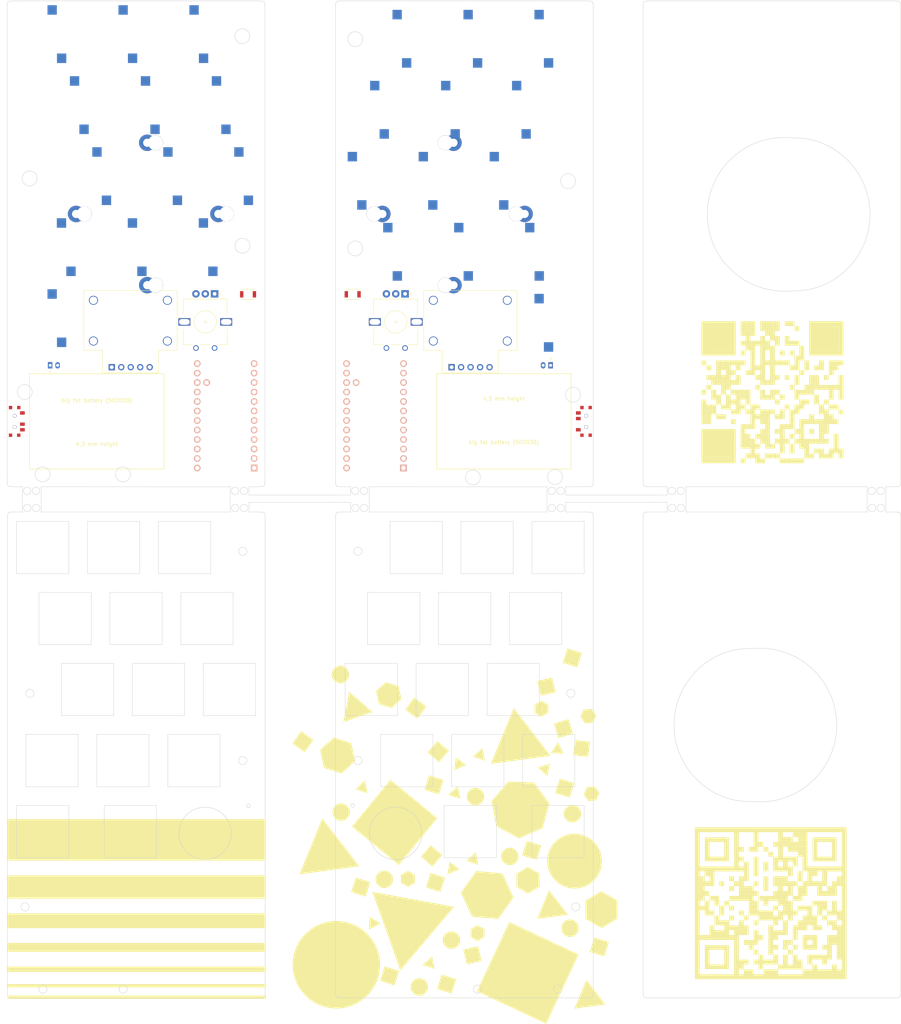
<source format=kicad_pcb>
(kicad_pcb (version 20211014) (generator pcbnew)
  (title_block (title KEYBOARD_NAME_HERE) (rev VERSION_HERE) (company YOUR_NAME_HERE))
  (layers (0 F.Cu signal) (31 B.Cu signal) (34 B.Paste user) (35 F.Paste user) (36 B.SilkS user) (37 F.SilkS user) (38 B.Mask user) (39 F.Mask user) (44 Edge.Cuts user))
  (net 0 "")
  (net 1 "P104")
  (net 2 "GND")
  (net 3 "P115")
  (net 4 "P009")
  (net 5 "P011")
  (net 6 "P002")
  (net 7 "P010")
  (net 8 "P106")
  (net 9 "P101")
  (net 10 "P111")
  (net 11 "P024")
  (net 12 "P113")
  (net 13 "P022")
  (net 14 "BATPSWITCH")
  (net 15 "BAT+")
  (net 16 "RST")
  (net 17 "VCC")
  (net 18 "BAT-")
  (net 19 "P031")
  (net 20 "P029")
  (net 21 "P006")
  (net 22 "P008")
  (net 23 "P017")
  (net 24 "P020")
  (net 25 "P100")
  (net 26 "P102")
  (net 27 "P107")
  (net 28 "DATA")
  (module MX (layer F.Cu) (at 9.5 9.5 -90)
    (fp_text reference "S1" hide)
    (fp_text value "" hide)
    (pad "" np_thru_hole circle (at 0 0) (size 3.9878 3.9878) (drill 3.9878) (layers *.Cu *.Mask))
    (pad "" np_thru_hole circle (at 5.08 0) (size 1.7018 1.7018) (drill 1.7018) (layers *.Cu *.Mask))
    (pad "" np_thru_hole circle (at -5.08 0) (size 1.7018 1.7018) (drill 1.7018) (layers *.Cu *.Mask))
    (pad "" np_thru_hole circle (at 2.54 -5.08 -90) (size 3 3) (drill 3) (layers *.Cu *.Mask))
    (pad "" np_thru_hole circle (at -3.81 -2.54 -90) (size 3 3) (drill 3) (layers *.Cu *.Mask))
    (pad 1 smd rect (at -7.085 -2.54 -90) (size 2.55 2.5) (layers B.Cu B.Paste B.Mask) (net 1 "P104"))
    (pad 2 smd rect (at 5.842 -5.08 -90) (size 2.55 2.5) (layers B.Cu B.Paste B.Mask) (net 2 "GND"))
  )
  (module MX (layer F.Cu) (at 28.5 9.5 -90)
    (fp_text reference "S2" hide)
    (fp_text value "" hide)
    (pad "" np_thru_hole circle (at 0 0) (size 3.9878 3.9878) (drill 3.9878) (layers *.Cu *.Mask))
    (pad "" np_thru_hole circle (at 5.08 0) (size 1.7018 1.7018) (drill 1.7018) (layers *.Cu *.Mask))
    (pad "" np_thru_hole circle (at -5.08 0) (size 1.7018 1.7018) (drill 1.7018) (layers *.Cu *.Mask))
    (pad "" np_thru_hole circle (at 2.54 -5.08 -90) (size 3 3) (drill 3) (layers *.Cu *.Mask))
    (pad "" np_thru_hole circle (at -3.81 -2.54 -90) (size 3 3) (drill 3) (layers *.Cu *.Mask))
    (pad 1 smd rect (at -7.085 -2.54 -90) (size 2.55 2.5) (layers B.Cu B.Paste B.Mask) (net 3 "P115"))
    (pad 2 smd rect (at 5.842 -5.08 -90) (size 2.55 2.5) (layers B.Cu B.Paste B.Mask) (net 2 "GND"))
  )
  (module MX (layer F.Cu) (at 47.5 9.5 -90)
    (fp_text reference "S3" hide)
    (fp_text value "" hide)
    (pad "" np_thru_hole circle (at 0 0) (size 3.9878 3.9878) (drill 3.9878) (layers *.Cu *.Mask))
    (pad "" np_thru_hole circle (at 5.08 0) (size 1.7018 1.7018) (drill 1.7018) (layers *.Cu *.Mask))
    (pad "" np_thru_hole circle (at -5.08 0) (size 1.7018 1.7018) (drill 1.7018) (layers *.Cu *.Mask))
    (pad "" np_thru_hole circle (at 2.54 -5.08 -90) (size 3 3) (drill 3) (layers *.Cu *.Mask))
    (pad "" np_thru_hole circle (at -3.81 -2.54 -90) (size 3 3) (drill 3) (layers *.Cu *.Mask))
    (pad 1 smd rect (at -7.085 -2.54 -90) (size 2.55 2.5) (layers B.Cu B.Paste B.Mask) (net 4 "P009"))
    (pad 2 smd rect (at 5.842 -5.08 -90) (size 2.55 2.5) (layers B.Cu B.Paste B.Mask) (net 2 "GND"))
  )
  (module MX (layer F.Cu) (at 15.5 28.5 -90)
    (fp_text reference "S4" hide)
    (fp_text value "" hide)
    (pad "" np_thru_hole circle (at 0 0) (size 3.9878 3.9878) (drill 3.9878) (layers *.Cu *.Mask))
    (pad "" np_thru_hole circle (at 5.08 0) (size 1.7018 1.7018) (drill 1.7018) (layers *.Cu *.Mask))
    (pad "" np_thru_hole circle (at -5.08 0) (size 1.7018 1.7018) (drill 1.7018) (layers *.Cu *.Mask))
    (pad "" np_thru_hole circle (at 2.54 -5.08 -90) (size 3 3) (drill 3) (layers *.Cu *.Mask))
    (pad "" np_thru_hole circle (at -3.81 -2.54 -90) (size 3 3) (drill 3) (layers *.Cu *.Mask))
    (pad 1 smd rect (at -7.085 -2.54 -90) (size 2.55 2.5) (layers B.Cu B.Paste B.Mask) (net 5 "P011"))
    (pad 2 smd rect (at 5.842 -5.08 -90) (size 2.55 2.5) (layers B.Cu B.Paste B.Mask) (net 2 "GND"))
  )
  (module MX (layer F.Cu) (at 34.5 28.5 -90)
    (fp_text reference "S5" hide)
    (fp_text value "" hide)
    (pad "" np_thru_hole circle (at 0 0) (size 3.9878 3.9878) (drill 3.9878) (layers *.Cu *.Mask))
    (pad "" np_thru_hole circle (at 5.08 0) (size 1.7018 1.7018) (drill 1.7018) (layers *.Cu *.Mask))
    (pad "" np_thru_hole circle (at -5.08 0) (size 1.7018 1.7018) (drill 1.7018) (layers *.Cu *.Mask))
    (pad "" np_thru_hole circle (at 2.54 -5.08 -90) (size 3 3) (drill 3) (layers *.Cu *.Mask))
    (pad "" np_thru_hole circle (at -3.81 -2.54 -90) (size 3 3) (drill 3) (layers *.Cu *.Mask))
    (pad 1 smd rect (at -7.085 -2.54 -90) (size 2.55 2.5) (layers B.Cu B.Paste B.Mask) (net 6 "P002"))
    (pad 2 smd rect (at 5.842 -5.08 -90) (size 2.55 2.5) (layers B.Cu B.Paste B.Mask) (net 2 "GND"))
  )
  (module MX (layer F.Cu) (at 53.5 28.5 -90)
    (fp_text reference "S6" hide)
    (fp_text value "" hide)
    (pad "" np_thru_hole circle (at 0 0) (size 3.9878 3.9878) (drill 3.9878) (layers *.Cu *.Mask))
    (pad "" np_thru_hole circle (at 5.08 0) (size 1.7018 1.7018) (drill 1.7018) (layers *.Cu *.Mask))
    (pad "" np_thru_hole circle (at -5.08 0) (size 1.7018 1.7018) (drill 1.7018) (layers *.Cu *.Mask))
    (pad "" np_thru_hole circle (at 2.54 -5.08 -90) (size 3 3) (drill 3) (layers *.Cu *.Mask))
    (pad "" np_thru_hole circle (at -3.81 -2.54 -90) (size 3 3) (drill 3) (layers *.Cu *.Mask))
    (pad 1 smd rect (at -7.085 -2.54 -90) (size 2.55 2.5) (layers B.Cu B.Paste B.Mask) (net 7 "P010"))
    (pad 2 smd rect (at 5.842 -5.08 -90) (size 2.55 2.5) (layers B.Cu B.Paste B.Mask) (net 2 "GND"))
  )
  (module MX (layer F.Cu) (at 21.5 47.5 -90)
    (fp_text reference "S7" hide)
    (fp_text value "" hide)
    (pad "" np_thru_hole circle (at 0 0) (size 3.9878 3.9878) (drill 3.9878) (layers *.Cu *.Mask))
    (pad "" np_thru_hole circle (at 5.08 0) (size 1.7018 1.7018) (drill 1.7018) (layers *.Cu *.Mask))
    (pad "" np_thru_hole circle (at -5.08 0) (size 1.7018 1.7018) (drill 1.7018) (layers *.Cu *.Mask))
    (pad "" np_thru_hole circle (at 2.54 -5.08 -90) (size 3 3) (drill 3) (layers *.Cu *.Mask))
    (pad "" np_thru_hole circle (at -3.81 -2.54 -90) (size 3 3) (drill 3) (layers *.Cu *.Mask))
    (pad 1 smd rect (at -7.085 -2.54 -90) (size 2.55 2.5) (layers B.Cu B.Paste B.Mask) (net 8 "P106"))
    (pad 2 smd rect (at 5.842 -5.08 -90) (size 2.55 2.5) (layers B.Cu B.Paste B.Mask) (net 2 "GND"))
  )
  (module MX (layer F.Cu) (at 40.5 47.5 -90)
    (fp_text reference "S8" hide)
    (fp_text value "" hide)
    (pad "" np_thru_hole circle (at 0 0) (size 3.9878 3.9878) (drill 3.9878) (layers *.Cu *.Mask))
    (pad "" np_thru_hole circle (at 5.08 0) (size 1.7018 1.7018) (drill 1.7018) (layers *.Cu *.Mask))
    (pad "" np_thru_hole circle (at -5.08 0) (size 1.7018 1.7018) (drill 1.7018) (layers *.Cu *.Mask))
    (pad "" np_thru_hole circle (at 2.54 -5.08 -90) (size 3 3) (drill 3) (layers *.Cu *.Mask))
    (pad "" np_thru_hole circle (at -3.81 -2.54 -90) (size 3 3) (drill 3) (layers *.Cu *.Mask))
    (pad 1 smd rect (at -7.085 -2.54 -90) (size 2.55 2.5) (layers B.Cu B.Paste B.Mask) (net 9 "P101"))
    (pad 2 smd rect (at 5.842 -5.08 -90) (size 2.55 2.5) (layers B.Cu B.Paste B.Mask) (net 2 "GND"))
  )
  (module MX (layer F.Cu) (at 59.5 47.5 -90)
    (fp_text reference "S9" hide)
    (fp_text value "" hide)
    (pad "" np_thru_hole circle (at 0 0) (size 3.9878 3.9878) (drill 3.9878) (layers *.Cu *.Mask))
    (pad "" np_thru_hole circle (at 5.08 0) (size 1.7018 1.7018) (drill 1.7018) (layers *.Cu *.Mask))
    (pad "" np_thru_hole circle (at -5.08 0) (size 1.7018 1.7018) (drill 1.7018) (layers *.Cu *.Mask))
    (pad "" np_thru_hole circle (at 2.54 -5.08 -90) (size 3 3) (drill 3) (layers *.Cu *.Mask))
    (pad "" np_thru_hole circle (at -3.81 -2.54 -90) (size 3 3) (drill 3) (layers *.Cu *.Mask))
    (pad 1 smd rect (at -7.085 -2.54 -90) (size 2.55 2.5) (layers B.Cu B.Paste B.Mask) (net 10 "P111"))
    (pad 2 smd rect (at 5.842 -5.08 -90) (size 2.55 2.5) (layers B.Cu B.Paste B.Mask) (net 2 "GND"))
  )
  (module MX (layer F.Cu) (at 12 66.5 -90)
    (fp_text reference "S10" hide)
    (fp_text value "" hide)
    (pad "" np_thru_hole circle (at 0 0) (size 3.9878 3.9878) (drill 3.9878) (layers *.Cu *.Mask))
    (pad "" np_thru_hole circle (at 5.08 0) (size 1.7018 1.7018) (drill 1.7018) (layers *.Cu *.Mask))
    (pad "" np_thru_hole circle (at -5.08 0) (size 1.7018 1.7018) (drill 1.7018) (layers *.Cu *.Mask))
    (pad "" np_thru_hole circle (at 2.54 -5.08 -90) (size 3 3) (drill 3) (layers *.Cu *.Mask))
    (pad "" np_thru_hole circle (at -3.81 -2.54 -90) (size 3 3) (drill 3) (layers *.Cu *.Mask))
    (pad 1 smd rect (at -7.085 -2.54 -90) (size 2.55 2.5) (layers B.Cu B.Paste B.Mask) (net 11 "P024"))
    (pad 2 smd rect (at 5.842 -5.08 -90) (size 2.55 2.5) (layers B.Cu B.Paste B.Mask) (net 2 "GND"))
  )
  (module MX (layer F.Cu) (at 31 66.5 -90)
    (fp_text reference "S11" hide)
    (fp_text value "" hide)
    (pad "" np_thru_hole circle (at 0 0) (size 3.9878 3.9878) (drill 3.9878) (layers *.Cu *.Mask))
    (pad "" np_thru_hole circle (at 5.08 0) (size 1.7018 1.7018) (drill 1.7018) (layers *.Cu *.Mask))
    (pad "" np_thru_hole circle (at -5.08 0) (size 1.7018 1.7018) (drill 1.7018) (layers *.Cu *.Mask))
    (pad "" np_thru_hole circle (at 2.54 -5.08 -90) (size 3 3) (drill 3) (layers *.Cu *.Mask))
    (pad "" np_thru_hole circle (at -3.81 -2.54 -90) (size 3 3) (drill 3) (layers *.Cu *.Mask))
    (pad 1 smd rect (at -7.085 -2.54 -90) (size 2.55 2.5) (layers B.Cu B.Paste B.Mask) (net 8 "P106"))
    (pad 2 smd rect (at 5.842 -5.08 -90) (size 2.55 2.5) (layers B.Cu B.Paste B.Mask) (net 2 "GND"))
  )
  (module MX (layer F.Cu) (at 50 66.5 -90)
    (fp_text reference "S12" hide)
    (fp_text value "" hide)
    (pad "" np_thru_hole circle (at 0 0) (size 3.9878 3.9878) (drill 3.9878) (layers *.Cu *.Mask))
    (pad "" np_thru_hole circle (at 5.08 0) (size 1.7018 1.7018) (drill 1.7018) (layers *.Cu *.Mask))
    (pad "" np_thru_hole circle (at -5.08 0) (size 1.7018 1.7018) (drill 1.7018) (layers *.Cu *.Mask))
    (pad "" np_thru_hole circle (at 2.54 -5.08 -90) (size 3 3) (drill 3) (layers *.Cu *.Mask))
    (pad "" np_thru_hole circle (at -3.81 -2.54 -90) (size 3 3) (drill 3) (layers *.Cu *.Mask))
    (pad 1 smd rect (at -7.085 -2.54 -90) (size 2.55 2.5) (layers B.Cu B.Paste B.Mask) (net 12 "P113"))
    (pad 2 smd rect (at 5.842 -5.08 -90) (size 2.55 2.5) (layers B.Cu B.Paste B.Mask) (net 2 "GND"))
  )
  (module MX (layer F.Cu) (at 9.5 85.5 -90)
    (fp_text reference "S13" hide)
    (fp_text value "" hide)
    (pad "" np_thru_hole circle (at 0 0) (size 3.9878 3.9878) (drill 3.9878) (layers *.Cu *.Mask))
    (pad "" np_thru_hole circle (at 5.08 0) (size 1.7018 1.7018) (drill 1.7018) (layers *.Cu *.Mask))
    (pad "" np_thru_hole circle (at -5.08 0) (size 1.7018 1.7018) (drill 1.7018) (layers *.Cu *.Mask))
    (pad "" np_thru_hole circle (at 2.54 -5.08 -90) (size 3 3) (drill 3) (layers *.Cu *.Mask))
    (pad "" np_thru_hole circle (at -3.81 -2.54 -90) (size 3 3) (drill 3) (layers *.Cu *.Mask))
    (pad 1 smd rect (at -7.085 -2.54 -90) (size 2.55 2.5) (layers B.Cu B.Paste B.Mask) (net 13 "P022"))
    (pad 2 smd rect (at 5.842 -5.08 -90) (size 2.55 2.5) (layers B.Cu B.Paste B.Mask) (net 2 "GND"))
  )
  (module MX (layer F.Cu) (at 147.5 9.5 90)
    (fp_text reference "S14" hide)
    (fp_text value "" hide)
    (pad "" np_thru_hole circle (at 0 0) (size 3.9878 3.9878) (drill 3.9878) (layers *.Cu *.Mask))
    (pad "" np_thru_hole circle (at 5.08 0) (size 1.7018 1.7018) (drill 1.7018) (layers *.Cu *.Mask))
    (pad "" np_thru_hole circle (at -5.08 0) (size 1.7018 1.7018) (drill 1.7018) (layers *.Cu *.Mask))
    (pad "" np_thru_hole circle (at 2.54 -5.08 90) (size 3 3) (drill 3) (layers *.Cu *.Mask))
    (pad "" np_thru_hole circle (at -3.81 -2.54 90) (size 3 3) (drill 3) (layers *.Cu *.Mask))
    (pad 1 smd rect (at -7.085 -2.54 90) (size 2.55 2.5) (layers B.Cu B.Paste B.Mask) (net 1 "P104"))
    (pad 2 smd rect (at 5.842 -5.08 90) (size 2.55 2.5) (layers B.Cu B.Paste B.Mask) (net 2 "GND"))
  )
  (module MX (layer F.Cu) (at 128.5 9.5 90)
    (fp_text reference "S15" hide)
    (fp_text value "" hide)
    (pad "" np_thru_hole circle (at 0 0) (size 3.9878 3.9878) (drill 3.9878) (layers *.Cu *.Mask))
    (pad "" np_thru_hole circle (at 5.08 0) (size 1.7018 1.7018) (drill 1.7018) (layers *.Cu *.Mask))
    (pad "" np_thru_hole circle (at -5.08 0) (size 1.7018 1.7018) (drill 1.7018) (layers *.Cu *.Mask))
    (pad "" np_thru_hole circle (at 2.54 -5.08 90) (size 3 3) (drill 3) (layers *.Cu *.Mask))
    (pad "" np_thru_hole circle (at -3.81 -2.54 90) (size 3 3) (drill 3) (layers *.Cu *.Mask))
    (pad 1 smd rect (at -7.085 -2.54 90) (size 2.55 2.5) (layers B.Cu B.Paste B.Mask) (net 3 "P115"))
    (pad 2 smd rect (at 5.842 -5.08 90) (size 2.55 2.5) (layers B.Cu B.Paste B.Mask) (net 2 "GND"))
  )
  (module MX (layer F.Cu) (at 109.5 9.5 90)
    (fp_text reference "S16" hide)
    (fp_text value "" hide)
    (pad "" np_thru_hole circle (at 0 0) (size 3.9878 3.9878) (drill 3.9878) (layers *.Cu *.Mask))
    (pad "" np_thru_hole circle (at 5.08 0) (size 1.7018 1.7018) (drill 1.7018) (layers *.Cu *.Mask))
    (pad "" np_thru_hole circle (at -5.08 0) (size 1.7018 1.7018) (drill 1.7018) (layers *.Cu *.Mask))
    (pad "" np_thru_hole circle (at 2.54 -5.08 90) (size 3 3) (drill 3) (layers *.Cu *.Mask))
    (pad "" np_thru_hole circle (at -3.81 -2.54 90) (size 3 3) (drill 3) (layers *.Cu *.Mask))
    (pad 1 smd rect (at -7.085 -2.54 90) (size 2.55 2.5) (layers B.Cu B.Paste B.Mask) (net 4 "P009"))
    (pad 2 smd rect (at 5.842 -5.08 90) (size 2.55 2.5) (layers B.Cu B.Paste B.Mask) (net 2 "GND"))
  )
  (module MX (layer F.Cu) (at 141.5 28.5 90)
    (fp_text reference "S17" hide)
    (fp_text value "" hide)
    (pad "" np_thru_hole circle (at 0 0) (size 3.9878 3.9878) (drill 3.9878) (layers *.Cu *.Mask))
    (pad "" np_thru_hole circle (at 5.08 0) (size 1.7018 1.7018) (drill 1.7018) (layers *.Cu *.Mask))
    (pad "" np_thru_hole circle (at -5.08 0) (size 1.7018 1.7018) (drill 1.7018) (layers *.Cu *.Mask))
    (pad "" np_thru_hole circle (at 2.54 -5.08 90) (size 3 3) (drill 3) (layers *.Cu *.Mask))
    (pad "" np_thru_hole circle (at -3.81 -2.54 90) (size 3 3) (drill 3) (layers *.Cu *.Mask))
    (pad 1 smd rect (at -7.085 -2.54 90) (size 2.55 2.5) (layers B.Cu B.Paste B.Mask) (net 5 "P011"))
    (pad 2 smd rect (at 5.842 -5.08 90) (size 2.55 2.5) (layers B.Cu B.Paste B.Mask) (net 2 "GND"))
  )
  (module MX (layer F.Cu) (at 122.5 28.5 90)
    (fp_text reference "S18" hide)
    (fp_text value "" hide)
    (pad "" np_thru_hole circle (at 0 0) (size 3.9878 3.9878) (drill 3.9878) (layers *.Cu *.Mask))
    (pad "" np_thru_hole circle (at 5.08 0) (size 1.7018 1.7018) (drill 1.7018) (layers *.Cu *.Mask))
    (pad "" np_thru_hole circle (at -5.08 0) (size 1.7018 1.7018) (drill 1.7018) (layers *.Cu *.Mask))
    (pad "" np_thru_hole circle (at 2.54 -5.08 90) (size 3 3) (drill 3) (layers *.Cu *.Mask))
    (pad "" np_thru_hole circle (at -3.81 -2.54 90) (size 3 3) (drill 3) (layers *.Cu *.Mask))
    (pad 1 smd rect (at -7.085 -2.54 90) (size 2.55 2.5) (layers B.Cu B.Paste B.Mask) (net 6 "P002"))
    (pad 2 smd rect (at 5.842 -5.08 90) (size 2.55 2.5) (layers B.Cu B.Paste B.Mask) (net 2 "GND"))
  )
  (module MX (layer F.Cu) (at 103.5 28.5 90)
    (fp_text reference "S19" hide)
    (fp_text value "" hide)
    (pad "" np_thru_hole circle (at 0 0) (size 3.9878 3.9878) (drill 3.9878) (layers *.Cu *.Mask))
    (pad "" np_thru_hole circle (at 5.08 0) (size 1.7018 1.7018) (drill 1.7018) (layers *.Cu *.Mask))
    (pad "" np_thru_hole circle (at -5.08 0) (size 1.7018 1.7018) (drill 1.7018) (layers *.Cu *.Mask))
    (pad "" np_thru_hole circle (at 2.54 -5.08 90) (size 3 3) (drill 3) (layers *.Cu *.Mask))
    (pad "" np_thru_hole circle (at -3.81 -2.54 90) (size 3 3) (drill 3) (layers *.Cu *.Mask))
    (pad 1 smd rect (at -7.085 -2.54 90) (size 2.55 2.5) (layers B.Cu B.Paste B.Mask) (net 7 "P010"))
    (pad 2 smd rect (at 5.842 -5.08 90) (size 2.55 2.5) (layers B.Cu B.Paste B.Mask) (net 2 "GND"))
  )
  (module MX (layer F.Cu) (at 135.5 47.5 90)
    (fp_text reference "S20" hide)
    (fp_text value "" hide)
    (pad "" np_thru_hole circle (at 0 0) (size 3.9878 3.9878) (drill 3.9878) (layers *.Cu *.Mask))
    (pad "" np_thru_hole circle (at 5.08 0) (size 1.7018 1.7018) (drill 1.7018) (layers *.Cu *.Mask))
    (pad "" np_thru_hole circle (at -5.08 0) (size 1.7018 1.7018) (drill 1.7018) (layers *.Cu *.Mask))
    (pad "" np_thru_hole circle (at 2.54 -5.08 90) (size 3 3) (drill 3) (layers *.Cu *.Mask))
    (pad "" np_thru_hole circle (at -3.81 -2.54 90) (size 3 3) (drill 3) (layers *.Cu *.Mask))
    (pad 1 smd rect (at -7.085 -2.54 90) (size 2.55 2.5) (layers B.Cu B.Paste B.Mask) (net 8 "P106"))
    (pad 2 smd rect (at 5.842 -5.08 90) (size 2.55 2.5) (layers B.Cu B.Paste B.Mask) (net 2 "GND"))
  )
  (module MX (layer F.Cu) (at 116.5 47.5 90)
    (fp_text reference "S21" hide)
    (fp_text value "" hide)
    (pad "" np_thru_hole circle (at 0 0) (size 3.9878 3.9878) (drill 3.9878) (layers *.Cu *.Mask))
    (pad "" np_thru_hole circle (at 5.08 0) (size 1.7018 1.7018) (drill 1.7018) (layers *.Cu *.Mask))
    (pad "" np_thru_hole circle (at -5.08 0) (size 1.7018 1.7018) (drill 1.7018) (layers *.Cu *.Mask))
    (pad "" np_thru_hole circle (at 2.54 -5.08 90) (size 3 3) (drill 3) (layers *.Cu *.Mask))
    (pad "" np_thru_hole circle (at -3.81 -2.54 90) (size 3 3) (drill 3) (layers *.Cu *.Mask))
    (pad 1 smd rect (at -7.085 -2.54 90) (size 2.55 2.5) (layers B.Cu B.Paste B.Mask) (net 9 "P101"))
    (pad 2 smd rect (at 5.842 -5.08 90) (size 2.55 2.5) (layers B.Cu B.Paste B.Mask) (net 2 "GND"))
  )
  (module MX (layer F.Cu) (at 97.5 47.5 90)
    (fp_text reference "S22" hide)
    (fp_text value "" hide)
    (pad "" np_thru_hole circle (at 0 0) (size 3.9878 3.9878) (drill 3.9878) (layers *.Cu *.Mask))
    (pad "" np_thru_hole circle (at 5.08 0) (size 1.7018 1.7018) (drill 1.7018) (layers *.Cu *.Mask))
    (pad "" np_thru_hole circle (at -5.08 0) (size 1.7018 1.7018) (drill 1.7018) (layers *.Cu *.Mask))
    (pad "" np_thru_hole circle (at 2.54 -5.08 90) (size 3 3) (drill 3) (layers *.Cu *.Mask))
    (pad "" np_thru_hole circle (at -3.81 -2.54 90) (size 3 3) (drill 3) (layers *.Cu *.Mask))
    (pad 1 smd rect (at -7.085 -2.54 90) (size 2.55 2.5) (layers B.Cu B.Paste B.Mask) (net 10 "P111"))
    (pad 2 smd rect (at 5.842 -5.08 90) (size 2.55 2.5) (layers B.Cu B.Paste B.Mask) (net 2 "GND"))
  )
  (module MX (layer F.Cu) (at 145 66.5 90)
    (fp_text reference "S23" hide)
    (fp_text value "" hide)
    (pad "" np_thru_hole circle (at 0 0) (size 3.9878 3.9878) (drill 3.9878) (layers *.Cu *.Mask))
    (pad "" np_thru_hole circle (at 5.08 0) (size 1.7018 1.7018) (drill 1.7018) (layers *.Cu *.Mask))
    (pad "" np_thru_hole circle (at -5.08 0) (size 1.7018 1.7018) (drill 1.7018) (layers *.Cu *.Mask))
    (pad "" np_thru_hole circle (at 2.54 -5.08 90) (size 3 3) (drill 3) (layers *.Cu *.Mask))
    (pad "" np_thru_hole circle (at -3.81 -2.54 90) (size 3 3) (drill 3) (layers *.Cu *.Mask))
    (pad 1 smd rect (at -7.085 -2.54 90) (size 2.55 2.5) (layers B.Cu B.Paste B.Mask) (net 11 "P024"))
    (pad 2 smd rect (at 5.842 -5.08 90) (size 2.55 2.5) (layers B.Cu B.Paste B.Mask) (net 2 "GND"))
  )
  (module MX (layer F.Cu) (at 126 66.5 90)
    (fp_text reference "S24" hide)
    (fp_text value "" hide)
    (pad "" np_thru_hole circle (at 0 0) (size 3.9878 3.9878) (drill 3.9878) (layers *.Cu *.Mask))
    (pad "" np_thru_hole circle (at 5.08 0) (size 1.7018 1.7018) (drill 1.7018) (layers *.Cu *.Mask))
    (pad "" np_thru_hole circle (at -5.08 0) (size 1.7018 1.7018) (drill 1.7018) (layers *.Cu *.Mask))
    (pad "" np_thru_hole circle (at 2.54 -5.08 90) (size 3 3) (drill 3) (layers *.Cu *.Mask))
    (pad "" np_thru_hole circle (at -3.81 -2.54 90) (size 3 3) (drill 3) (layers *.Cu *.Mask))
    (pad 1 smd rect (at -7.085 -2.54 90) (size 2.55 2.5) (layers B.Cu B.Paste B.Mask) (net 8 "P106"))
    (pad 2 smd rect (at 5.842 -5.08 90) (size 2.55 2.5) (layers B.Cu B.Paste B.Mask) (net 2 "GND"))
  )
  (module MX (layer F.Cu) (at 107 66.5 90)
    (fp_text reference "S25" hide)
    (fp_text value "" hide)
    (pad "" np_thru_hole circle (at 0 0) (size 3.9878 3.9878) (drill 3.9878) (layers *.Cu *.Mask))
    (pad "" np_thru_hole circle (at 5.08 0) (size 1.7018 1.7018) (drill 1.7018) (layers *.Cu *.Mask))
    (pad "" np_thru_hole circle (at -5.08 0) (size 1.7018 1.7018) (drill 1.7018) (layers *.Cu *.Mask))
    (pad "" np_thru_hole circle (at 2.54 -5.08 90) (size 3 3) (drill 3) (layers *.Cu *.Mask))
    (pad "" np_thru_hole circle (at -3.81 -2.54 90) (size 3 3) (drill 3) (layers *.Cu *.Mask))
    (pad 1 smd rect (at -7.085 -2.54 90) (size 2.55 2.5) (layers B.Cu B.Paste B.Mask) (net 12 "P113"))
    (pad 2 smd rect (at 5.842 -5.08 90) (size 2.55 2.5) (layers B.Cu B.Paste B.Mask) (net 2 "GND"))
  )
  (module MX (layer F.Cu) (at 147.5 85.5 90)
    (fp_text reference "S26" hide)
    (fp_text value "" hide)
    (pad "" np_thru_hole circle (at 0 0) (size 3.9878 3.9878) (drill 3.9878) (layers *.Cu *.Mask))
    (pad "" np_thru_hole circle (at 5.08 0) (size 1.7018 1.7018) (drill 1.7018) (layers *.Cu *.Mask))
    (pad "" np_thru_hole circle (at -5.08 0) (size 1.7018 1.7018) (drill 1.7018) (layers *.Cu *.Mask))
    (pad "" np_thru_hole circle (at 2.54 -5.08 90) (size 3 3) (drill 3) (layers *.Cu *.Mask))
    (pad "" np_thru_hole circle (at -3.81 -2.54 90) (size 3 3) (drill 3) (layers *.Cu *.Mask))
    (pad 1 smd rect (at -7.085 -2.54 90) (size 2.55 2.5) (layers B.Cu B.Paste B.Mask) (net 13 "P022"))
    (pad 2 smd rect (at 5.842 -5.08 90) (size 2.55 2.5) (layers B.Cu B.Paste B.Mask) (net 2 "GND"))
  )
  (module E73:SPDT_C128955 (layer F.Cu) (at 2 112.5 90)
    (fp_text reference "T1" hide)
    (fp_text value "" hide)
    (pad "" np_thru_hole circle (at 1.5 0) (size 1 1) (drill 0.9) (layers *.Cu *.Mask))
    (pad "" np_thru_hole circle (at -1.5 0) (size 1 1) (drill 0.9) (layers *.Cu *.Mask))
    (pad 1 smd rect (at 2.25 2.075 90) (size 0.9 1.25) (layers F.Cu F.Paste F.Mask) (net 14 "BATPSWITCH"))
    (pad 2 smd rect (at -0.75 2.075 90) (size 0.9 1.25) (layers F.Cu F.Paste F.Mask) (net 15 "BAT+"))
    (pad 3 smd rect (at -2.25 2.075 90) (size 0.9 1.25) (layers F.Cu F.Paste F.Mask))
    (pad "" smd rect (at 3.7 -1.1 90) (size 0.9 0.9) (layers F.Cu F.Paste F.Mask))
    (pad "" smd rect (at 3.7 1.1 90) (size 0.9 0.9) (layers F.Cu F.Paste F.Mask))
    (pad "" smd rect (at -3.7 1.1 90) (size 0.9 0.9) (layers F.Cu F.Paste F.Mask))
    (pad "" smd rect (at -3.7 -1.1 90) (size 0.9 0.9) (layers F.Cu F.Paste F.Mask))
  )
  (module JST_PH_S2B-PH-K_02x2.00mm_Angled (layer F.Cu) (at 12.5 97.5 0)
    (fp_text reference "JST1" hide)
    (fp_text value "" hide)
    (pad 1 thru_hole rect (at -1 0 0) (size 1.2 1.7) (drill 0.75) (layers *.Cu *.Mask) (net 14 "BATPSWITCH"))
    (pad 2 thru_hole oval (at 1 0 0) (size 1.2 1.7) (drill 0.75) (layers *.Cu *.Mask) (net 2 "GND"))
  )
  (module "LP502030" (layer "F.Cu") (at 24 112.5 0)
    (fp_text value "LP502030")
    (fp_text user "big fat battery (502030)" (at 0 -5.588 unlocked) (layer "F.SilkS"))
    (fp_text user "4,3 mm height" (at 0 6.096 unlocked) (layer "F.SilkS"))
  )
  (module kbd:SW_SPST_B3U-1000P (layer F.Cu) (at 64.5 78.5 0)
    (fp_text reference RSW2 hide)
    (fp_text value SW_Push)
    (pad 1 smd rect (at -1.7 0 0) (size 0.9 1.7) (layers F.Cu F.Paste F.Mask) (net 16 "RST"))
    (pad 2 smd rect (at 1.7 0 0) (size 0.9 1.7) (layers F.Cu F.Paste F.Mask) (net 2 "GND"))
  )
  (module "Tenting Puck" (layer F.Cu) (at 37.5 57 -90)
    (fp_text reference "LED1" hide)
    (fp_text value "" hide)
    (pad 1 thru_hole circle (at 0 -19.05) (size 4.4 4.4) (drill 2.2) (layers *.Cu *.Mask))
    (pad 1 thru_hole circle (at -19.05 0) (size 4.4 4.4) (drill 2.2) (layers *.Cu *.Mask))
    (pad 1 thru_hole circle (at 0 19.05) (size 4.4 4.4) (drill 2.2) (layers *.Cu *.Mask))
    (pad 1 thru_hole circle (at 19.05 0) (size 4.4 4.4) (drill 2.2) (layers *.Cu *.Mask))
    (pad 1 thru_hole circle (at 0 -21.25) (size 4 4) (drill 4) (layers *.Cu *.Mask))
    (pad 1 thru_hole circle (at -19.05 -2.2) (size 4 4) (drill 4) (layers *.Cu *.Mask))
    (pad 1 thru_hole circle (at 0 16.85) (size 4 4) (drill 4) (layers *.Cu *.Mask))
    (pad 1 thru_hole circle (at 19.05 -2.2) (size 4 4) (drill 4) (layers *.Cu *.Mask))
  )
  (module nice!nano (layer F.Cu) (at 58.5 111 90)
    (fp_text reference "MCU1" hide)
    (fp_text value "" hide)
    (pad 1 thru_hole rect (at -13.97 7.62 90) (size 1.7526 1.7526) (drill 1.0922) (layers *.Cu *.SilkS *.Mask) (net 15 "BAT+"))
    (pad 2 thru_hole circle (at -11.43 7.62 0) (size 1.7526 1.7526) (drill 1.0922) (layers *.Cu *.SilkS *.Mask) (net 2 "GND"))
    (pad 3 thru_hole circle (at -8.89 7.62 0) (size 1.7526 1.7526) (drill 1.0922) (layers *.Cu *.SilkS *.Mask) (net 16 "RST"))
    (pad 4 thru_hole circle (at -6.35 7.62 0) (size 1.7526 1.7526) (drill 1.0922) (layers *.Cu *.SilkS *.Mask) (net 17 "VCC"))
    (pad 5 thru_hole circle (at -3.81 7.62 0) (size 1.7526 1.7526) (drill 1.0922) (layers *.Cu *.SilkS *.Mask) (net 19 "P031"))
    (pad 6 thru_hole circle (at -1.27 7.62 0) (size 1.7526 1.7526) (drill 1.0922) (layers *.Cu *.SilkS *.Mask) (net 20 "P029"))
    (pad 7 thru_hole circle (at 1.27 7.62 0) (size 1.7526 1.7526) (drill 1.0922) (layers *.Cu *.SilkS *.Mask) (net 6 "P002"))
    (pad 8 thru_hole circle (at 3.81 7.62 0) (size 1.7526 1.7526) (drill 1.0922) (layers *.Cu *.SilkS *.Mask) (net 3 "P115"))
    (pad 9 thru_hole circle (at 6.35 7.62 0) (size 1.7526 1.7526) (drill 1.0922) (layers *.Cu *.SilkS *.Mask) (net 12 "P113"))
    (pad 10 thru_hole circle (at 8.89 7.62 0) (size 1.7526 1.7526) (drill 1.0922) (layers *.Cu *.SilkS *.Mask) (net 10 "P111"))
    (pad 11 thru_hole circle (at 11.43 7.62 0) (size 1.7526 1.7526) (drill 1.0922) (layers *.Cu *.SilkS *.Mask) (net 7 "P010"))
    (pad 12 thru_hole circle (at 13.97 7.62 0) (size 1.7526 1.7526) (drill 1.0922) (layers *.Cu *.SilkS *.Mask) (net 4 "P009"))
    (pad 13 thru_hole circle (at -13.97 -7.62 0) (size 1.7526 1.7526) (drill 1.0922) (layers *.Cu *.SilkS *.Mask) (net 21 "P006"))
    (pad 14 thru_hole circle (at -11.43 -7.62 0) (size 1.7526 1.7526) (drill 1.0922) (layers *.Cu *.SilkS *.Mask) (net 22 "P008"))
    (pad 15 thru_hole circle (at -8.89 -7.62 0) (size 1.7526 1.7526) (drill 1.0922) (layers *.Cu *.SilkS *.Mask) (net 2 "GND"))
    (pad 16 thru_hole circle (at -6.35 -7.62 0) (size 1.7526 1.7526) (drill 1.0922) (layers *.Cu *.SilkS *.Mask) (net 2 "GND"))
    (pad 17 thru_hole circle (at -3.81 -7.62 0) (size 1.7526 1.7526) (drill 1.0922) (layers *.Cu *.SilkS *.Mask) (net 23 "P017"))
    (pad 18 thru_hole circle (at -1.27 -7.62 0) (size 1.7526 1.7526) (drill 1.0922) (layers *.Cu *.SilkS *.Mask) (net 24 "P020"))
    (pad 19 thru_hole circle (at 1.27 -7.62 0) (size 1.7526 1.7526) (drill 1.0922) (layers *.Cu *.SilkS *.Mask) (net 13 "P022"))
    (pad 20 thru_hole circle (at 3.81 -7.62 0) (size 1.7526 1.7526) (drill 1.0922) (layers *.Cu *.SilkS *.Mask) (net 11 "P024"))
    (pad 21 thru_hole circle (at 6.35 -7.62 0) (size 1.7526 1.7526) (drill 1.0922) (layers *.Cu *.SilkS *.Mask) (net 25 "P100"))
    (pad 22 thru_hole circle (at 8.89 -7.62 0) (size 1.7526 1.7526) (drill 1.0922) (layers *.Cu *.SilkS *.Mask) (net 5 "P011"))
    (pad 23 thru_hole circle (at 11.43 -7.62 0) (size 1.7526 1.7526) (drill 1.0922) (layers *.Cu *.SilkS *.Mask) (net 1 "P104"))
    (pad 24 thru_hole circle (at 13.97 -7.62 0) (size 1.7526 1.7526) (drill 1.0922) (layers *.Cu *.SilkS *.Mask) (net 8 "P106"))
    (pad 25 thru_hole circle (at 8.89 -5.08 0) (size 1.7526 1.7526) (drill 1.0922) (layers *.Cu *.SilkS *.Mask) (net 9 "P101"))
  )
  (module pimoroni_trackball (layer F.Cu) (at 33 88.5 90)
    (fp_text reference "_3" hide)
    (fp_text value "" hide)
    (pad "" thru_hole rect locked (at -9.5 -5) (size 1.7 1.7) (drill 1) (layers *.Cu *.Mask) (net 17 "VCC"))
    (pad "" thru_hole oval locked (at -9.5 -2.46) (size 1.7 1.7) (drill 1) (layers *.Cu *.Mask) (net 21 "P006"))
    (pad "" thru_hole oval locked (at -9.5 0.08) (size 1.7 1.7) (drill 1) (layers *.Cu *.Mask) (net 22 "P008"))
    (pad "" thru_hole oval locked (at -9.5 2.62) (size 1.7 1.7) (drill 1) (layers *.Cu *.Mask) (net 23 "P017"))
    (pad "" thru_hole oval locked (at -9.5 5.16) (size 1.7 1.7) (drill 1) (layers *.Cu *.Mask) (net 2 "GND"))
    (pad "" thru_hole circle (at 8.4 -9.9) (size 2.4 2.4) (drill 2) (layers *.Cu *.Mask))
    (pad "" thru_hole circle (at 8.4 9.9) (size 2.4 2.4) (drill 2) (layers *.Cu *.Mask))
    (pad "" thru_hole circle (at -2.5 -9.9) (size 2.4 2.4) (drill 2) (layers *.Cu *.Mask))
    (pad "" thru_hole circle (at -2.5 9.9) (size 2.4 2.4) (drill 2) (layers *.Cu *.Mask))
  )
  (module rotary_encoder (layer F.Cu) (at 53 86 -90)
    (fp_text reference "ROT1" hide)
    (fp_text value "")
    (pad A thru_hole rect (at -7.62 -2.54) (size 2 2) (drill 1) (layers *.Cu *.Mask) (net 19 "P031"))
    (pad C thru_hole circle (at -7.62 -0.04) (size 2 2) (drill 1) (layers *.Cu *.Mask) (net 20 "P029"))
    (pad B thru_hole circle (at -7.62 2.46) (size 2 2) (drill 1) (layers *.Cu *.Mask) (net 2 "GND"))
    (pad 1 thru_hole circle (at 6.88 -2.54) (size 1.5 1.5) (drill 1) (layers *.Cu *.Mask) (net 24 "P020"))
    (pad 2 thru_hole circle (at 6.88 2.46) (size 1.5 1.5) (drill 1) (layers *.Cu *.Mask) (net 2 "GND"))
    (pad "" thru_hole rect (at -0.12 -5.64) (size 3.2 2) (drill oval 2.8 1.5) (layers *.Cu *.Mask))
    (pad "" thru_hole rect (at -0.12 5.56) (size 3.2 2) (drill oval 2.8 1.5) (layers *.Cu *.Mask))
  )
  (module E73:SPDT_C128955 (layer F.Cu) (at 155 112.5 270)
    (fp_text reference "T2" hide)
    (fp_text value "" hide)
    (pad "" np_thru_hole circle (at 1.5 0) (size 1 1) (drill 0.9) (layers *.Cu *.Mask))
    (pad "" np_thru_hole circle (at -1.5 0) (size 1 1) (drill 0.9) (layers *.Cu *.Mask))
    (pad 1 smd rect (at 2.25 2.075 270) (size 0.9 1.25) (layers F.Cu F.Paste F.Mask) (net 15 "BAT+"))
    (pad 2 smd rect (at -0.75 2.075 270) (size 0.9 1.25) (layers F.Cu F.Paste F.Mask) (net 14 "BATPSWITCH"))
    (pad 3 smd rect (at -2.25 2.075 270) (size 0.9 1.25) (layers F.Cu F.Paste F.Mask))
    (pad "" smd rect (at 3.7 -1.1 270) (size 0.9 0.9) (layers F.Cu F.Paste F.Mask))
    (pad "" smd rect (at 3.7 1.1 270) (size 0.9 0.9) (layers F.Cu F.Paste F.Mask))
    (pad "" smd rect (at -3.7 1.1 270) (size 0.9 0.9) (layers F.Cu F.Paste F.Mask))
    (pad "" smd rect (at -3.7 -1.1 270) (size 0.9 0.9) (layers F.Cu F.Paste F.Mask))
  )
  (module JST_PH_S2B-PH-K_02x2.00mm_Angled (layer F.Cu) (at 144.5 97.5 180)
    (fp_text reference "JST2" hide)
    (fp_text value "" hide)
    (pad 1 thru_hole rect (at -1 0 180) (size 1.2 1.7) (drill 0.75) (layers *.Cu *.Mask) (net 14 "BATPSWITCH"))
    (pad 2 thru_hole oval (at 1 0 180) (size 1.2 1.7) (drill 0.75) (layers *.Cu *.Mask) (net 2 "GND"))
  )
  (module "LP502030" (layer "F.Cu") (at 133 112.5 180)
    (fp_text value "LP502030")
    (fp_text user "big fat battery (502030)" (at 0 -5.588 unlocked) (layer "F.SilkS"))
    (fp_text user "4,3 mm height" (at 0 6.096 unlocked) (layer "F.SilkS"))
  )
  (module kbd:SW_SPST_B3U-1000P (layer F.Cu) (at 92.5 78.5 180)
    (fp_text reference RSW2 hide)
    (fp_text value SW_Push)
    (pad 1 smd rect (at -1.7 0 180) (size 0.9 1.7) (layers F.Cu F.Paste F.Mask) (net 16 "RST"))
    (pad 2 smd rect (at 1.7 0 180) (size 0.9 1.7) (layers F.Cu F.Paste F.Mask) (net 2 "GND"))
  )
  (module "Tenting Puck" (layer F.Cu) (at 119.5 57 90)
    (fp_text reference "LED2" hide)
    (fp_text value "" hide)
    (pad 1 thru_hole circle (at 0 -19.05) (size 4.4 4.4) (drill 2.2) (layers *.Cu *.Mask))
    (pad 1 thru_hole circle (at -19.05 0) (size 4.4 4.4) (drill 2.2) (layers *.Cu *.Mask))
    (pad 1 thru_hole circle (at 0 19.05) (size 4.4 4.4) (drill 2.2) (layers *.Cu *.Mask))
    (pad 1 thru_hole circle (at 19.05 0) (size 4.4 4.4) (drill 2.2) (layers *.Cu *.Mask))
    (pad 1 thru_hole circle (at 0 -21.25) (size 4 4) (drill 4) (layers *.Cu *.Mask))
    (pad 1 thru_hole circle (at -19.05 -2.2) (size 4 4) (drill 4) (layers *.Cu *.Mask))
    (pad 1 thru_hole circle (at 0 16.85) (size 4 4) (drill 4) (layers *.Cu *.Mask))
    (pad 1 thru_hole circle (at 19.05 -2.2) (size 4 4) (drill 4) (layers *.Cu *.Mask))
  )
  (module nice!nano (layer F.Cu) (at 98.5 111 90)
    (fp_text reference "MCU2" hide)
    (fp_text value "" hide)
    (pad 1 thru_hole rect (at -13.97 7.62 90) (size 1.7526 1.7526) (drill 1.0922) (layers *.Cu *.SilkS *.Mask) (net 15 "BAT+"))
    (pad 2 thru_hole circle (at -11.43 7.62 0) (size 1.7526 1.7526) (drill 1.0922) (layers *.Cu *.SilkS *.Mask) (net 2 "GND"))
    (pad 3 thru_hole circle (at -8.89 7.62 0) (size 1.7526 1.7526) (drill 1.0922) (layers *.Cu *.SilkS *.Mask) (net 16 "RST"))
    (pad 4 thru_hole circle (at -6.35 7.62 0) (size 1.7526 1.7526) (drill 1.0922) (layers *.Cu *.SilkS *.Mask) (net 17 "VCC"))
    (pad 5 thru_hole circle (at -3.81 7.62 0) (size 1.7526 1.7526) (drill 1.0922) (layers *.Cu *.SilkS *.Mask) (net 19 "P031"))
    (pad 6 thru_hole circle (at -1.27 7.62 0) (size 1.7526 1.7526) (drill 1.0922) (layers *.Cu *.SilkS *.Mask) (net 20 "P029"))
    (pad 7 thru_hole circle (at 1.27 7.62 0) (size 1.7526 1.7526) (drill 1.0922) (layers *.Cu *.SilkS *.Mask) (net 6 "P002"))
    (pad 8 thru_hole circle (at 3.81 7.62 0) (size 1.7526 1.7526) (drill 1.0922) (layers *.Cu *.SilkS *.Mask) (net 3 "P115"))
    (pad 9 thru_hole circle (at 6.35 7.62 0) (size 1.7526 1.7526) (drill 1.0922) (layers *.Cu *.SilkS *.Mask) (net 12 "P113"))
    (pad 10 thru_hole circle (at 8.89 7.62 0) (size 1.7526 1.7526) (drill 1.0922) (layers *.Cu *.SilkS *.Mask) (net 10 "P111"))
    (pad 11 thru_hole circle (at 11.43 7.62 0) (size 1.7526 1.7526) (drill 1.0922) (layers *.Cu *.SilkS *.Mask) (net 7 "P010"))
    (pad 12 thru_hole circle (at 13.97 7.62 0) (size 1.7526 1.7526) (drill 1.0922) (layers *.Cu *.SilkS *.Mask) (net 4 "P009"))
    (pad 13 thru_hole circle (at -13.97 -7.62 0) (size 1.7526 1.7526) (drill 1.0922) (layers *.Cu *.SilkS *.Mask) (net 21 "P006"))
    (pad 14 thru_hole circle (at -11.43 -7.62 0) (size 1.7526 1.7526) (drill 1.0922) (layers *.Cu *.SilkS *.Mask) (net 22 "P008"))
    (pad 15 thru_hole circle (at -8.89 -7.62 0) (size 1.7526 1.7526) (drill 1.0922) (layers *.Cu *.SilkS *.Mask) (net 2 "GND"))
    (pad 16 thru_hole circle (at -6.35 -7.62 0) (size 1.7526 1.7526) (drill 1.0922) (layers *.Cu *.SilkS *.Mask) (net 2 "GND"))
    (pad 17 thru_hole circle (at -3.81 -7.62 0) (size 1.7526 1.7526) (drill 1.0922) (layers *.Cu *.SilkS *.Mask) (net 23 "P017"))
    (pad 18 thru_hole circle (at -1.27 -7.62 0) (size 1.7526 1.7526) (drill 1.0922) (layers *.Cu *.SilkS *.Mask) (net 24 "P020"))
    (pad 19 thru_hole circle (at 1.27 -7.62 0) (size 1.7526 1.7526) (drill 1.0922) (layers *.Cu *.SilkS *.Mask) (net 13 "P022"))
    (pad 20 thru_hole circle (at 3.81 -7.62 0) (size 1.7526 1.7526) (drill 1.0922) (layers *.Cu *.SilkS *.Mask) (net 11 "P024"))
    (pad 21 thru_hole circle (at 6.35 -7.62 0) (size 1.7526 1.7526) (drill 1.0922) (layers *.Cu *.SilkS *.Mask) (net 25 "P100"))
    (pad 22 thru_hole circle (at 8.89 -7.62 0) (size 1.7526 1.7526) (drill 1.0922) (layers *.Cu *.SilkS *.Mask) (net 5 "P011"))
    (pad 23 thru_hole circle (at 11.43 -7.62 0) (size 1.7526 1.7526) (drill 1.0922) (layers *.Cu *.SilkS *.Mask) (net 1 "P104"))
    (pad 24 thru_hole circle (at 13.97 -7.62 0) (size 1.7526 1.7526) (drill 1.0922) (layers *.Cu *.SilkS *.Mask) (net 8 "P106"))
    (pad 25 thru_hole circle (at 8.89 -5.08 0) (size 1.7526 1.7526) (drill 1.0922) (layers *.Cu *.SilkS *.Mask) (net 9 "P101"))
  )
  (module pimoroni_trackball (layer F.Cu) (at 124 88.5 90)
    (fp_text reference "_6" hide)
    (fp_text value "" hide)
    (pad "" thru_hole rect locked (at -9.5 -5) (size 1.7 1.7) (drill 1) (layers *.Cu *.Mask) (net 17 "VCC"))
    (pad "" thru_hole oval locked (at -9.5 -2.46) (size 1.7 1.7) (drill 1) (layers *.Cu *.Mask) (net 21 "P006"))
    (pad "" thru_hole oval locked (at -9.5 0.08) (size 1.7 1.7) (drill 1) (layers *.Cu *.Mask) (net 22 "P008"))
    (pad "" thru_hole oval locked (at -9.5 2.62) (size 1.7 1.7) (drill 1) (layers *.Cu *.Mask) (net 23 "P017"))
    (pad "" thru_hole oval locked (at -9.5 5.16) (size 1.7 1.7) (drill 1) (layers *.Cu *.Mask) (net 2 "GND"))
    (pad "" thru_hole circle (at 8.4 -9.9) (size 2.4 2.4) (drill 2) (layers *.Cu *.Mask))
    (pad "" thru_hole circle (at 8.4 9.9) (size 2.4 2.4) (drill 2) (layers *.Cu *.Mask))
    (pad "" thru_hole circle (at -2.5 -9.9) (size 2.4 2.4) (drill 2) (layers *.Cu *.Mask))
    (pad "" thru_hole circle (at -2.5 9.9) (size 2.4 2.4) (drill 2) (layers *.Cu *.Mask))
  )
  (module rotary_encoder (layer F.Cu) (at 104 86 270)
    (fp_text reference "ROT2" hide)
    (fp_text value "")
    (pad A thru_hole rect (at -7.62 -2.54) (size 2 2) (drill 1) (layers *.Cu *.Mask) (net 8 "P106"))
    (pad C thru_hole circle (at -7.62 -0.04) (size 2 2) (drill 1) (layers *.Cu *.Mask) (net 8 "P106"))
    (pad B thru_hole circle (at -7.62 2.46) (size 2 2) (drill 1) (layers *.Cu *.Mask) (net 2 "GND"))
    (pad 1 thru_hole circle (at 6.88 -2.54) (size 1.5 1.5) (drill 1) (layers *.Cu *.Mask) (net 8 "P106"))
    (pad 2 thru_hole circle (at 6.88 2.46) (size 1.5 1.5) (drill 1) (layers *.Cu *.Mask) (net 2 "GND"))
    (pad "" thru_hole rect (at -0.12 -5.64) (size 3.2 2) (drill oval 2.8 1.5) (layers *.Cu *.Mask))
    (pad "" thru_hole rect (at -0.12 5.56) (size 3.2 2) (drill oval 2.8 1.5) (layers *.Cu *.Mask))
  )
  (module svg2mod (layer F.Cu) (at 0 0 0)
    (fp_text reference svg2mod hide)
    (fp_text value G*** hide)
    (fp_line (start 0.0 128.000000000012) (end 0.0 1.999999999997) (layer Edge.Cuts) (width 0.0))
    (fp_line (start 0.0 1.999999999997) (end 0.000488281239 1.647949218753) (layer Edge.Cuts) (width 0.0))
    (fp_line (start 0.000488281239 1.647949218753) (end 0.003906249993 1.339843750013) (layer Edge.Cuts) (width 0.0))
    (fp_line (start 0.003906249993 1.339843750013) (end 0.013183593749 1.072753906262) (layer Edge.Cuts) (width 0.0))
    (fp_line (start 0.013183593749 1.072753906262) (end 0.031249999995 0.843750000013) (layer Edge.Cuts) (width 0.0))
    (fp_line (start 0.031249999995 0.843750000013) (end 0.061035156245 0.649902343751) (layer Edge.Cuts) (width 0.0))
    (fp_line (start 0.061035156245 0.649902343751) (end 0.105468749988 0.488281249988) (layer Edge.Cuts) (width 0.0))
    (fp_line (start 0.105468749988 0.488281249988) (end 0.167480468738 0.355957031237) (layer Edge.Cuts) (width 0.0))
    (fp_line (start 0.167480468738 0.355957031237) (end 0.25000000001 0.25000000001) (layer Edge.Cuts) (width 0.0))
    (fp_line (start 0.25000000001 0.25000000001) (end 0.355957031237 0.167480468738) (layer Edge.Cuts) (width 0.0))
    (fp_line (start 0.355957031237 0.167480468738) (end 0.488281249988 0.105468749988) (layer Edge.Cuts) (width 0.0))
    (fp_line (start 0.488281249988 0.105468749988) (end 0.649902343751 0.061035156245) (layer Edge.Cuts) (width 0.0))
    (fp_line (start 0.649902343751 0.061035156245) (end 0.843750000013 0.031249999995) (layer Edge.Cuts) (width 0.0))
    (fp_line (start 0.843750000013 0.031249999995) (end 1.072753906262 0.013183593749) (layer Edge.Cuts) (width 0.0))
    (fp_line (start 1.072753906262 0.013183593749) (end 1.339843750013 0.003906249993) (layer Edge.Cuts) (width 0.0))
    (fp_line (start 1.339843750013 0.003906249993) (end 1.647949218753 0.000488281239) (layer Edge.Cuts) (width 0.0))
    (fp_line (start 1.647949218753 0.000488281239) (end 1.999999999997 0.0) (layer Edge.Cuts) (width 0.0))
    (fp_line (start 1.999999999997 0.0) (end 3.999999999995 0.0) (layer Edge.Cuts) (width 0.0))
    (fp_line (start 68.999999999999 128.000000000012) (end 68.999999999999 3.999999999995) (layer Edge.Cuts) (width 0.0))
    (fp_line (start 3.999999999995 0.0) (end 66.99999799999 0.0) (layer Edge.Cuts) (width 0.0))
    (fp_line (start 66.99999799999 0.0) (end 67.352049133289 0.000488281239) (layer Edge.Cuts) (width 0.0))
    (fp_line (start 67.352049133289 0.000488281239) (end 67.660154910163 0.003906249993) (layer Edge.Cuts) (width 0.0))
    (fp_line (start 67.660154910163 0.003906249993) (end 67.927245020984 0.013183593749) (layer Edge.Cuts) (width 0.0))
    (fp_line (start 67.927245020984 0.013183593749) (end 68.156249156257 0.031249999995) (layer Edge.Cuts) (width 0.0))
    (fp_line (start 68.156249156257 0.031249999995) (end 68.350097006352 0.061035156245) (layer Edge.Cuts) (width 0.0))
    (fp_line (start 68.350097006352 0.061035156245) (end 68.511718261722 0.105468749988) (layer Edge.Cuts) (width 0.0))
    (fp_line (start 68.511718261722 0.105468749988) (end 68.644042612792 0.167480468738) (layer Edge.Cuts) (width 0.0))
    (fp_line (start 68.644042612792 0.167480468738) (end 68.749999750011 0.25000000001) (layer Edge.Cuts) (width 0.0))
    (fp_line (start 68.749999750011 0.25000000001) (end 68.83251936378 0.355957031237) (layer Edge.Cuts) (width 0.0))
    (fp_line (start 68.83251936378 0.355957031237) (end 68.894531144521 0.488281249988) (layer Edge.Cuts) (width 0.0))
    (fp_line (start 68.894531144521 0.488281249988) (end 68.938964782715 0.649902343751) (layer Edge.Cuts) (width 0.0))
    (fp_line (start 68.938964782715 0.649902343751) (end 68.968749968757 0.843750000013) (layer Edge.Cuts) (width 0.0))
    (fp_line (start 68.968749968757 0.843750000013) (end 68.986816393074 1.072753906262) (layer Edge.Cuts) (width 0.0))
    (fp_line (start 68.986816393074 1.072753906262) (end 68.996093746091 1.339843750013) (layer Edge.Cuts) (width 0.0))
    (fp_line (start 68.996093746091 1.339843750013) (end 68.999511718257 1.647949218753) (layer Edge.Cuts) (width 0.0))
    (fp_line (start 68.999511718257 1.647949218753) (end 68.999999999999 1.999999999997) (layer Edge.Cuts) (width 0.0))
    (fp_line (start 68.999999999999 1.999999999997) (end 68.999999999999 3.999999999995) (layer Edge.Cuts) (width 0.0))
    (fp_line (start 9.107847000011 130.000000000009) (end 59.709662000009 130.006430000008) (layer Edge.Cuts) (width 0.0))
    (fp_line (start 64.742509000007 130.006430000008) (end 66.99999799999 130.000000000009) (layer Edge.Cuts) (width 0.0))
    (fp_line (start 66.99999799999 130.000000000009) (end 67.352049133289 129.999511718744) (layer Edge.Cuts) (width 0.0))
    (fp_line (start 67.352049133289 129.999511718744) (end 67.660154910163 129.99609374999) (layer Edge.Cuts) (width 0.0))
    (fp_line (start 67.660154910163 129.99609374999) (end 67.927245020984 129.986816406261) (layer Edge.Cuts) (width 0.0))
    (fp_line (start 67.927245020984 129.986816406261) (end 68.156249156257 129.968749999988) (layer Edge.Cuts) (width 0.0))
    (fp_line (start 68.156249156257 129.968749999988) (end 68.350097006352 129.938964843737) (layer Edge.Cuts) (width 0.0))
    (fp_line (start 68.350097006352 129.938964843737) (end 68.511718261722 129.894531249994) (layer Edge.Cuts) (width 0.0))
    (fp_line (start 68.511718261722 129.894531249994) (end 68.644042612792 129.832519531244) (layer Edge.Cuts) (width 0.0))
    (fp_line (start 68.644042612792 129.832519531244) (end 68.749999750011 129.75) (layer Edge.Cuts) (width 0.0))
    (fp_line (start 68.749999750011 129.75) (end 68.83251936378 129.644042968746) (layer Edge.Cuts) (width 0.0))
    (fp_line (start 68.83251936378 129.644042968746) (end 68.894531144521 129.511718749995) (layer Edge.Cuts) (width 0.0))
    (fp_line (start 68.894531144521 129.511718749995) (end 68.938964782715 129.350097656259) (layer Edge.Cuts) (width 0.0))
    (fp_line (start 68.938964782715 129.350097656259) (end 68.968749968757 129.156249999997) (layer Edge.Cuts) (width 0.0))
    (fp_line (start 68.968749968757 129.156249999997) (end 68.986816393074 128.927246093747) (layer Edge.Cuts) (width 0.0))
    (fp_line (start 68.986816393074 128.927246093747) (end 68.996093746091 128.660156249997) (layer Edge.Cuts) (width 0.0))
    (fp_line (start 68.996093746091 128.660156249997) (end 68.999511718257 128.352050781256) (layer Edge.Cuts) (width 0.0))
    (fp_line (start 68.999511718257 128.352050781256) (end 68.999999999999 128.000000000012) (layer Edge.Cuts) (width 0.0))
    (fp_line (start 0.0 128.000000000012) (end 0.000488281239 128.352050781256) (layer Edge.Cuts) (width 0.0))
    (fp_line (start 0.000488281239 128.352050781256) (end 0.003906249993 128.660156249997) (layer Edge.Cuts) (width 0.0))
    (fp_line (start 0.003906249993 128.660156249997) (end 0.013183593749 128.927246093747) (layer Edge.Cuts) (width 0.0))
    (fp_line (start 0.013183593749 128.927246093747) (end 0.031249999995 129.156249999997) (layer Edge.Cuts) (width 0.0))
    (fp_line (start 0.031249999995 129.156249999997) (end 0.061035156245 129.350097656259) (layer Edge.Cuts) (width 0.0))
    (fp_line (start 0.061035156245 129.350097656259) (end 0.105468749988 129.511718749995) (layer Edge.Cuts) (width 0.0))
    (fp_line (start 0.105468749988 129.511718749995) (end 0.167480468738 129.644042968746) (layer Edge.Cuts) (width 0.0))
    (fp_line (start 0.167480468738 129.644042968746) (end 0.25000000001 129.75) (layer Edge.Cuts) (width 0.0))
    (fp_line (start 0.25000000001 129.75) (end 0.355957031237 129.832519531244) (layer Edge.Cuts) (width 0.0))
    (fp_line (start 0.355957031237 129.832519531244) (end 0.488281249988 129.894531249994) (layer Edge.Cuts) (width 0.0))
    (fp_line (start 0.488281249988 129.894531249994) (end 0.649902343751 129.938964843737) (layer Edge.Cuts) (width 0.0))
    (fp_line (start 0.649902343751 129.938964843737) (end 0.843750000013 129.968749999988) (layer Edge.Cuts) (width 0.0))
    (fp_line (start 0.843750000013 129.968749999988) (end 1.072753906262 129.986816406261) (layer Edge.Cuts) (width 0.0))
    (fp_line (start 1.072753906262 129.986816406261) (end 1.339843750013 129.99609374999) (layer Edge.Cuts) (width 0.0))
    (fp_line (start 1.339843750013 129.99609374999) (end 1.647949218753 129.999511718744) (layer Edge.Cuts) (width 0.0))
    (fp_line (start 1.647949218753 129.999511718744) (end 1.999999999997 130.000000000009) (layer Edge.Cuts) (width 0.0))
    (fp_line (start 1.999999999997 130.000000000009) (end 4.07499959999 130.000000000009) (layer Edge.Cuts) (width 0.0))
    (fp_line (start 87.920002000005 128.000000000012) (end 87.920002000005 2.000006900013) (layer Edge.Cuts) (width 0.0))
    (fp_line (start 87.920002000005 2.000006900013) (end 87.920490281244 1.647956118742) (layer Edge.Cuts) (width 0.0))
    (fp_line (start 87.920490281244 1.647956118742) (end 87.923908249998 1.339850650002) (layer Edge.Cuts) (width 0.0))
    (fp_line (start 87.923908249998 1.339850650002) (end 87.933185593754 1.072760806251) (layer Edge.Cuts) (width 0.0))
    (fp_line (start 87.933185593754 1.072760806251) (end 87.951252 0.843756900002) (layer Edge.Cuts) (width 0.0))
    (fp_line (start 87.951252 0.843756900002) (end 87.98103715625 0.64990924374) (layer Edge.Cuts) (width 0.0))
    (fp_line (start 87.98103715625 0.64990924374) (end 88.025470749993 0.488288150004) (layer Edge.Cuts) (width 0.0))
    (fp_line (start 88.025470749993 0.488288150004) (end 88.087482468743 0.355963931253) (layer Edge.Cuts) (width 0.0))
    (fp_line (start 88.087482468743 0.355963931253) (end 88.170001999988 0.250006899999) (layer Edge.Cuts) (width 0.0))
    (fp_line (start 88.170001999988 0.250006899999) (end 88.275959031242 0.167487368754) (layer Edge.Cuts) (width 0.0))
    (fp_line (start 88.275959031242 0.167487368754) (end 88.408283249993 0.105475650004) (layer Edge.Cuts) (width 0.0))
    (fp_line (start 88.408283249993 0.105475650004) (end 88.569904343756 0.061042056261) (layer Edge.Cuts) (width 0.0))
    (fp_line (start 88.569904343756 0.061042056261) (end 88.763751999991 0.03125690001) (layer Edge.Cuts) (width 0.0))
    (fp_line (start 88.763751999991 0.03125690001) (end 88.99275590624 0.013190493738) (layer Edge.Cuts) (width 0.0))
    (fp_line (start 88.99275590624 0.013190493738) (end 89.259845749991 0.003913150009) (layer Edge.Cuts) (width 0.0))
    (fp_line (start 89.259845749991 0.003913150009) (end 89.567951218758 0.000495181255) (layer Edge.Cuts) (width 0.0))
    (fp_line (start 89.567951218758 0.000495181255) (end 89.920002000002 6.899989e-06) (layer Edge.Cuts) (width 0.0))
    (fp_line (start 89.920002000002 6.899989e-06) (end 91.920002999992 6.899989e-06) (layer Edge.Cuts) (width 0.0))
    (fp_line (start 156.919999999992 128.000000000012) (end 156.919999999992 4.00000690001) (layer Edge.Cuts) (width 0.0))
    (fp_line (start 91.920002999992 6.899989e-06) (end 154.919999999995 6.899989e-06) (layer Edge.Cuts) (width 0.0))
    (fp_line (start 154.919999999995 6.899989e-06) (end 155.272050781239 0.000495181255) (layer Edge.Cuts) (width 0.0))
    (fp_line (start 155.272050781239 0.000495181255) (end 155.580156250006 0.003913150009) (layer Edge.Cuts) (width 0.0))
    (fp_line (start 155.580156250006 0.003913150009) (end 155.847246093757 0.013190493738) (layer Edge.Cuts) (width 0.0))
    (fp_line (start 155.847246093757 0.013190493738) (end 156.076250000006 0.03125690001) (layer Edge.Cuts) (width 0.0))
    (fp_line (start 156.076250000006 0.03125690001) (end 156.270097656242 0.061042056261) (layer Edge.Cuts) (width 0.0))
    (fp_line (start 156.270097656242 0.061042056261) (end 156.431718750004 0.105475650004) (layer Edge.Cuts) (width 0.0))
    (fp_line (start 156.431718750004 0.105475650004) (end 156.564042968755 0.167487368754) (layer Edge.Cuts) (width 0.0))
    (fp_line (start 156.564042968755 0.167487368754) (end 156.670000000009 0.250006899999) (layer Edge.Cuts) (width 0.0))
    (fp_line (start 156.670000000009 0.250006899999) (end 156.752519531254 0.355963931253) (layer Edge.Cuts) (width 0.0))
    (fp_line (start 156.752519531254 0.355963931253) (end 156.814531250004 0.488288150004) (layer Edge.Cuts) (width 0.0))
    (fp_line (start 156.814531250004 0.488288150004) (end 156.858964843747 0.64990924374) (layer Edge.Cuts) (width 0.0))
    (fp_line (start 156.858964843747 0.64990924374) (end 156.888749999998 0.843756900002) (layer Edge.Cuts) (width 0.0))
    (fp_line (start 156.888749999998 0.843756900002) (end 156.906816406244 1.072760806251) (layer Edge.Cuts) (width 0.0))
    (fp_line (start 156.906816406244 1.072760806251) (end 156.91609375 1.339850650002) (layer Edge.Cuts) (width 0.0))
    (fp_line (start 156.91609375 1.339850650002) (end 156.919511718753 1.647956118742) (layer Edge.Cuts) (width 0.0))
    (fp_line (start 156.919511718753 1.647956118742) (end 156.919999999992 2.000006900013) (layer Edge.Cuts) (width 0.0))
    (fp_line (start 156.919999999992 2.000006900013) (end 156.919999999992 4.00000690001) (layer Edge.Cuts) (width 0.0))
    (fp_line (start 96.952855999999 130.000000000009) (end 144.515730000008 130.006420000001) (layer Edge.Cuts) (width 0.0))
    (fp_line (start 149.548580000011 130.006420000001) (end 152.919999999998 130.000000000009) (layer Edge.Cuts) (width 0.0))
    (fp_line (start 152.919999999998 130.000000000009) (end 154.919999999995 130.000000000009) (layer Edge.Cuts) (width 0.0))
    (fp_line (start 154.919999999995 130.000000000009) (end 155.272050781239 129.999511718744) (layer Edge.Cuts) (width 0.0))
    (fp_line (start 155.272050781239 129.999511718744) (end 155.580156250006 129.99609374999) (layer Edge.Cuts) (width 0.0))
    (fp_line (start 155.580156250006 129.99609374999) (end 155.847246093757 129.986816406261) (layer Edge.Cuts) (width 0.0))
    (fp_line (start 155.847246093757 129.986816406261) (end 156.076250000006 129.968749999988) (layer Edge.Cuts) (width 0.0))
    (fp_line (start 156.076250000006 129.968749999988) (end 156.270097656242 129.938964843737) (layer Edge.Cuts) (width 0.0))
    (fp_line (start 156.270097656242 129.938964843737) (end 156.431718750004 129.894531249994) (layer Edge.Cuts) (width 0.0))
    (fp_line (start 156.431718750004 129.894531249994) (end 156.564042968755 129.832519531244) (layer Edge.Cuts) (width 0.0))
    (fp_line (start 156.564042968755 129.832519531244) (end 156.670000000009 129.75) (layer Edge.Cuts) (width 0.0))
    (fp_line (start 156.670000000009 129.75) (end 156.752519531254 129.644042968746) (layer Edge.Cuts) (width 0.0))
    (fp_line (start 156.752519531254 129.644042968746) (end 156.814531250004 129.511718749995) (layer Edge.Cuts) (width 0.0))
    (fp_line (start 156.814531250004 129.511718749995) (end 156.858964843747 129.350097656259) (layer Edge.Cuts) (width 0.0))
    (fp_line (start 156.858964843747 129.350097656259) (end 156.888749999998 129.156249999997) (layer Edge.Cuts) (width 0.0))
    (fp_line (start 156.888749999998 129.156249999997) (end 156.906816406244 128.927246093747) (layer Edge.Cuts) (width 0.0))
    (fp_line (start 156.906816406244 128.927246093747) (end 156.91609375 128.660156249997) (layer Edge.Cuts) (width 0.0))
    (fp_line (start 156.91609375 128.660156249997) (end 156.919511718753 128.352050781256) (layer Edge.Cuts) (width 0.0))
    (fp_line (start 156.919511718753 128.352050781256) (end 156.919999999992 128.000000000012) (layer Edge.Cuts) (width 0.0))
    (fp_line (start 87.920002000005 128.000000000012) (end 87.920490281244 128.352050781256) (layer Edge.Cuts) (width 0.0))
    (fp_line (start 87.920490281244 128.352050781256) (end 87.923908249998 128.660156249997) (layer Edge.Cuts) (width 0.0))
    (fp_line (start 87.923908249998 128.660156249997) (end 87.933185593754 128.927246093747) (layer Edge.Cuts) (width 0.0))
    (fp_line (start 87.933185593754 128.927246093747) (end 87.951252 129.156249999997) (layer Edge.Cuts) (width 0.0))
    (fp_line (start 87.951252 129.156249999997) (end 87.98103715625 129.350097656259) (layer Edge.Cuts) (width 0.0))
    (fp_line (start 87.98103715625 129.350097656259) (end 88.025470749993 129.511718749995) (layer Edge.Cuts) (width 0.0))
    (fp_line (start 88.025470749993 129.511718749995) (end 88.087482468743 129.644042968746) (layer Edge.Cuts) (width 0.0))
    (fp_line (start 88.087482468743 129.644042968746) (end 88.170001999988 129.75) (layer Edge.Cuts) (width 0.0))
    (fp_line (start 88.170001999988 129.75) (end 88.275959031242 129.832519531244) (layer Edge.Cuts) (width 0.0))
    (fp_line (start 88.275959031242 129.832519531244) (end 88.408283249993 129.894531249994) (layer Edge.Cuts) (width 0.0))
    (fp_line (start 88.408283249993 129.894531249994) (end 88.569904343756 129.938964843737) (layer Edge.Cuts) (width 0.0))
    (fp_line (start 88.569904343756 129.938964843737) (end 88.763751999991 129.968749999988) (layer Edge.Cuts) (width 0.0))
    (fp_line (start 88.763751999991 129.968749999988) (end 88.99275590624 129.986816406261) (layer Edge.Cuts) (width 0.0))
    (fp_line (start 88.99275590624 129.986816406261) (end 89.259845749991 129.99609374999) (layer Edge.Cuts) (width 0.0))
    (fp_line (start 89.259845749991 129.99609374999) (end 89.567951218758 129.999511718744) (layer Edge.Cuts) (width 0.0))
    (fp_line (start 89.567951218758 129.999511718744) (end 89.920002000002 130.000000000009) (layer Edge.Cuts) (width 0.0))
    (fp_line (start 89.920002000002 130.000000000009) (end 91.920002999992 130.000000000009) (layer Edge.Cuts) (width 0.0))
    (fp_line (start 46.495000000009 172.250970000006) (end 46.495000000009 158.250969999999) (layer Edge.Cuts) (width 0.0))
    (fp_line (start 46.495000000009 158.250969999999) (end 60.495002000001 158.250969999999) (layer Edge.Cuts) (width 0.0))
    (fp_line (start 60.495002000001 158.250969999999) (end 60.495002000001 172.250970000006) (layer Edge.Cuts) (width 0.0))
    (fp_line (start 60.495002000001 172.250970000006) (end 46.495000000009 172.250970000006) (layer Edge.Cuts) (width 0.0))
    (fp_line (start 4.995000000005 210.250970000008) (end 4.995000000005 196.25097) (layer Edge.Cuts) (width 0.0))
    (fp_line (start 4.995000000005 196.25097) (end 18.995000000013 196.25097) (layer Edge.Cuts) (width 0.0))
    (fp_line (start 18.995000000013 196.25097) (end 18.995000000013 210.250970000008) (layer Edge.Cuts) (width 0.0))
    (fp_line (start 18.995000000013 210.250970000008) (end 4.995000000005 210.250970000008) (layer Edge.Cuts) (width 0.0))
    (fp_line (start 23.994999999993 210.250970000008) (end 23.994999999993 196.25097) (layer Edge.Cuts) (width 0.0))
    (fp_line (start 23.994999999993 196.25097) (end 37.995 196.25097) (layer Edge.Cuts) (width 0.0))
    (fp_line (start 37.995 196.25097) (end 37.995 210.250970000008) (layer Edge.Cuts) (width 0.0))
    (fp_line (start 37.995 210.250970000008) (end 23.994999999993 210.250970000008) (layer Edge.Cuts) (width 0.0))
    (fp_line (start 16.494999999996 215.250969999988) (end 16.494999999996 229.250969999995) (layer Edge.Cuts) (width 0.0))
    (fp_line (start 16.494999999996 229.250969999995) (end 2.494999999989 229.250969999995) (layer Edge.Cuts) (width 0.0))
    (fp_line (start 2.494999999989 229.250969999995) (end 2.494999999989 215.250969999988) (layer Edge.Cuts) (width 0.0))
    (fp_line (start 2.494999999989 215.250969999988) (end 16.494999999996 215.250969999988) (layer Edge.Cuts) (width 0.0))
    (fp_line (start 27.494999999995 172.250970000006) (end 27.494999999995 158.250969999999) (layer Edge.Cuts) (width 0.0))
    (fp_line (start 27.494999999995 158.250969999999) (end 41.495000000002 158.250969999999) (layer Edge.Cuts) (width 0.0))
    (fp_line (start 41.495000000002 158.250969999999) (end 41.495000000002 172.250970000006) (layer Edge.Cuts) (width 0.0))
    (fp_line (start 41.495000000002 172.250970000006) (end 27.494999999995 172.250970000006) (layer Edge.Cuts) (width 0.0))
    (fp_line (start 42.995000000007 210.250970000008) (end 42.995000000007 196.25097) (layer Edge.Cuts) (width 0.0))
    (fp_line (start 42.995000000007 196.25097) (end 56.994999999988 196.25097) (layer Edge.Cuts) (width 0.0))
    (fp_line (start 56.994999999988 196.25097) (end 56.994999999988 210.250970000008) (layer Edge.Cuts) (width 0.0))
    (fp_line (start 56.994999999988 210.250970000008) (end 42.995000000007 210.250970000008) (layer Edge.Cuts) (width 0.0))
    (fp_line (start 40.49499999999 153.250969999992) (end 40.49499999999 139.250970000011) (layer Edge.Cuts) (width 0.0))
    (fp_line (start 40.49499999999 139.250970000011) (end 54.494999999998 139.250970000011) (layer Edge.Cuts) (width 0.0))
    (fp_line (start 54.494999999998 139.250970000011) (end 54.494999999998 153.250969999992) (layer Edge.Cuts) (width 0.0))
    (fp_line (start 54.494999999998 153.250969999992) (end 40.49499999999 153.250969999992) (layer Edge.Cuts) (width 0.0))
    (fp_line (start 52.495 191.250969999994) (end 52.495 177.250970000013) (layer Edge.Cuts) (width 0.0))
    (fp_line (start 52.495 177.250970000013) (end 66.495000000008 177.250970000013) (layer Edge.Cuts) (width 0.0))
    (fp_line (start 66.495000000008 177.250970000013) (end 66.495000000008 191.250969999994) (layer Edge.Cuts) (width 0.0))
    (fp_line (start 66.495000000008 191.250969999994) (end 52.495 191.250969999994) (layer Edge.Cuts) (width 0.0))
    (fp_line (start 21.495000000003 153.250969999992) (end 21.495000000003 139.250970000011) (layer Edge.Cuts) (width 0.0))
    (fp_line (start 21.495000000003 139.250970000011) (end 35.49500000001 139.250970000011) (layer Edge.Cuts) (width 0.0))
    (fp_line (start 35.49500000001 139.250970000011) (end 35.49500000001 153.250969999992) (layer Edge.Cuts) (width 0.0))
    (fp_line (start 35.49500000001 153.250969999992) (end 21.495000000003 153.250969999992) (layer Edge.Cuts) (width 0.0))
    (fp_line (start 2.494999999989 153.250969999992) (end 2.494999999989 139.250970000011) (layer Edge.Cuts) (width 0.0))
    (fp_line (start 2.494999999989 139.250970000011) (end 16.494999999996 139.250970000011) (layer Edge.Cuts) (width 0.0))
    (fp_line (start 16.494999999996 139.250970000011) (end 16.494999999996 153.250969999992) (layer Edge.Cuts) (width 0.0))
    (fp_line (start 16.494999999996 153.250969999992) (end 2.494999999989 153.250969999992) (layer Edge.Cuts) (width 0.0))
    (fp_line (start 8.495000000007 172.250970000006) (end 8.495000000007 158.250969999999) (layer Edge.Cuts) (width 0.0))
    (fp_line (start 8.495000000007 158.250969999999) (end 22.494999999988 158.250969999999) (layer Edge.Cuts) (width 0.0))
    (fp_line (start 22.494999999988 158.250969999999) (end 22.494999999988 172.250970000006) (layer Edge.Cuts) (width 0.0))
    (fp_line (start 22.494999999988 172.250970000006) (end 8.495000000007 172.250970000006) (layer Edge.Cuts) (width 0.0))
    (fp_line (start 14.494999999999 191.250969999994) (end 14.494999999999 177.250970000013) (layer Edge.Cuts) (width 0.0))
    (fp_line (start 14.494999999999 177.250970000013) (end 28.495000000006 177.250970000013) (layer Edge.Cuts) (width 0.0))
    (fp_line (start 28.495000000006 177.250970000013) (end 28.495000000006 191.250969999994) (layer Edge.Cuts) (width 0.0))
    (fp_line (start 28.495000000006 191.250969999994) (end 14.494999999999 191.250969999994) (layer Edge.Cuts) (width 0.0))
    (fp_line (start 33.495000000013 191.250969999994) (end 33.495000000013 177.250970000013) (layer Edge.Cuts) (width 0.0))
    (fp_line (start 33.495000000013 177.250970000013) (end 47.494999999994 177.250970000013) (layer Edge.Cuts) (width 0.0))
    (fp_line (start 47.494999999994 177.250970000013) (end 47.494999999994 191.250969999994) (layer Edge.Cuts) (width 0.0))
    (fp_line (start 47.494999999994 191.250969999994) (end 33.495000000013 191.250969999994) (layer Edge.Cuts) (width 0.0))
    (fp_line (start 69.075002000003 264.750970000007) (end 69.075002000003 138.750979999999) (layer Edge.Cuts) (width 0.0))
    (fp_line (start 69.075002000003 138.750979999999) (end 69.074513718738 138.398929218754) (layer Edge.Cuts) (width 0.0))
    (fp_line (start 69.074513718738 138.398929218754) (end 69.071095750011 138.090823749987) (layer Edge.Cuts) (width 0.0))
    (fp_line (start 69.071095750011 138.090823749987) (end 69.061818406255 137.823733906263) (layer Edge.Cuts) (width 0.0))
    (fp_line (start 69.061818406255 137.823733906263) (end 69.043752000009 137.594729999987) (layer Edge.Cuts) (width 0.0))
    (fp_line (start 69.043752000009 137.594729999987) (end 69.013966843758 137.400882343752) (layer Edge.Cuts) (width 0.0))
    (fp_line (start 69.013966843758 137.400882343752) (end 68.969533249989 137.239261249989) (layer Edge.Cuts) (width 0.0))
    (fp_line (start 68.969533249989 137.239261249989) (end 68.907521531239 137.106937031238) (layer Edge.Cuts) (width 0.0))
    (fp_line (start 68.907521531239 137.106937031238) (end 68.825001999994 137.000980000011) (layer Edge.Cuts) (width 0.0))
    (fp_line (start 68.825001999994 137.000980000011) (end 68.71904496874 136.91846046874) (layer Edge.Cuts) (width 0.0))
    (fp_line (start 68.71904496874 136.91846046874) (end 68.586720749989 136.85644874999) (layer Edge.Cuts) (width 0.0))
    (fp_line (start 68.586720749989 136.85644874999) (end 68.425099656253 136.812015156246) (layer Edge.Cuts) (width 0.0))
    (fp_line (start 68.425099656253 136.812015156246) (end 68.231251999991 136.782229999996) (layer Edge.Cuts) (width 0.0))
    (fp_line (start 68.231251999991 136.782229999996) (end 68.002248093742 136.76416359375) (layer Edge.Cuts) (width 0.0))
    (fp_line (start 68.002248093742 136.76416359375) (end 67.735158249991 136.754886249994) (layer Edge.Cuts) (width 0.0))
    (fp_line (start 67.735158249991 136.754886249994) (end 67.42705278125 136.75146828124) (layer Edge.Cuts) (width 0.0))
    (fp_line (start 67.42705278125 136.75146828124) (end 67.075002000006 136.750980000001) (layer Edge.Cuts) (width 0.0))
    (fp_line (start 67.075002000006 136.750980000001) (end 65.075002000009 136.750980000001) (layer Edge.Cuts) (width 0.0))
    (fp_line (start 0.074999999992 264.750970000007) (end 0.074999999992 140.750979999996) (layer Edge.Cuts) (width 0.0))
    (fp_line (start 69.075002000003 264.750970000007) (end 69.074513718738 265.103020781251) (layer Edge.Cuts) (width 0.0))
    (fp_line (start 69.074513718738 265.103020781251) (end 69.071095750011 265.411126249991) (layer Edge.Cuts) (width 0.0))
    (fp_line (start 69.071095750011 265.411126249991) (end 69.061818406255 265.678216093742) (layer Edge.Cuts) (width 0.0))
    (fp_line (start 69.061818406255 265.678216093742) (end 69.043752000009 265.907219999991) (layer Edge.Cuts) (width 0.0))
    (fp_line (start 69.043752000009 265.907219999991) (end 69.013966843758 266.101067656253) (layer Edge.Cuts) (width 0.0))
    (fp_line (start 69.013966843758 266.101067656253) (end 68.969533249989 266.262688749989) (layer Edge.Cuts) (width 0.0))
    (fp_line (start 68.969533249989 266.262688749989) (end 68.907521531239 266.39501296874) (layer Edge.Cuts) (width 0.0))
    (fp_line (start 68.907521531239 266.39501296874) (end 68.825001999994 266.500969999994) (layer Edge.Cuts) (width 0.0))
    (fp_line (start 68.825001999994 266.500969999994) (end 68.71904496874 266.583489531239) (layer Edge.Cuts) (width 0.0))
    (fp_line (start 68.71904496874 266.583489531239) (end 68.586720749989 266.645501249989) (layer Edge.Cuts) (width 0.0))
    (fp_line (start 68.586720749989 266.645501249989) (end 68.425099656253 266.689934843759) (layer Edge.Cuts) (width 0.0))
    (fp_line (start 68.425099656253 266.689934843759) (end 68.231251999991 266.719720000009) (layer Edge.Cuts) (width 0.0))
    (fp_line (start 68.231251999991 266.719720000009) (end 68.002248093742 266.737786406255) (layer Edge.Cuts) (width 0.0))
    (fp_line (start 68.002248093742 266.737786406255) (end 67.735158249991 266.747063750011) (layer Edge.Cuts) (width 0.0))
    (fp_line (start 67.735158249991 266.747063750011) (end 67.42705278125 266.750481718738) (layer Edge.Cuts) (width 0.0))
    (fp_line (start 67.42705278125 266.750481718738) (end 67.075002000006 266.750970000004) (layer Edge.Cuts) (width 0.0))
    (fp_line (start 67.075002000006 266.750970000004) (end 2.07499999999 266.750970000004) (layer Edge.Cuts) (width 0.0))
    (fp_line (start 2.07499999999 266.750970000004) (end 1.722949218745 266.750481718738) (layer Edge.Cuts) (width 0.0))
    (fp_line (start 1.722949218745 266.750481718738) (end 1.414843750005 266.747063750011) (layer Edge.Cuts) (width 0.0))
    (fp_line (start 1.414843750005 266.747063750011) (end 1.147753906254 266.737786406255) (layer Edge.Cuts) (width 0.0))
    (fp_line (start 1.147753906254 266.737786406255) (end 0.918750000005 266.719720000009) (layer Edge.Cuts) (width 0.0))
    (fp_line (start 0.918750000005 266.719720000009) (end 0.724902343743 266.689934843759) (layer Edge.Cuts) (width 0.0))
    (fp_line (start 0.724902343743 266.689934843759) (end 0.563281250007 266.645501249989) (layer Edge.Cuts) (width 0.0))
    (fp_line (start 0.563281250007 266.645501249989) (end 0.430957031256 266.583489531239) (layer Edge.Cuts) (width 0.0))
    (fp_line (start 0.430957031256 266.583489531239) (end 0.325000000002 266.500969999994) (layer Edge.Cuts) (width 0.0))
    (fp_line (start 0.325000000002 266.500969999994) (end 0.242480468757 266.39501296874) (layer Edge.Cuts) (width 0.0))
    (fp_line (start 0.242480468757 266.39501296874) (end 0.180468750007 266.262688749989) (layer Edge.Cuts) (width 0.0))
    (fp_line (start 0.180468750007 266.262688749989) (end 0.136035156238 266.101067656253) (layer Edge.Cuts) (width 0.0))
    (fp_line (start 0.136035156238 266.101067656253) (end 0.106249999987 265.907219999991) (layer Edge.Cuts) (width 0.0))
    (fp_line (start 0.106249999987 265.907219999991) (end 0.088183593741 265.678216093742) (layer Edge.Cuts) (width 0.0))
    (fp_line (start 0.088183593741 265.678216093742) (end 0.078906250011 265.411126249991) (layer Edge.Cuts) (width 0.0))
    (fp_line (start 0.078906250011 265.411126249991) (end 0.075488281258 265.103020781251) (layer Edge.Cuts) (width 0.0))
    (fp_line (start 0.075488281258 265.103020781251) (end 0.074999999992 264.750970000007) (layer Edge.Cuts) (width 0.0))
    (fp_line (start 59.709662000009 136.75741) (end 9.107847000011 136.750980000001) (layer Edge.Cuts) (width 0.0))
    (fp_line (start 4.074999999987 136.750980000001) (end 2.07499999999 136.750980000001) (layer Edge.Cuts) (width 0.0))
    (fp_line (start 2.07499999999 136.750980000001) (end 1.722949218745 136.75146828124) (layer Edge.Cuts) (width 0.0))
    (fp_line (start 1.722949218745 136.75146828124) (end 1.414843750005 136.754886249994) (layer Edge.Cuts) (width 0.0))
    (fp_line (start 1.414843750005 136.754886249994) (end 1.147753906254 136.76416359375) (layer Edge.Cuts) (width 0.0))
    (fp_line (start 1.147753906254 136.76416359375) (end 0.918750000005 136.782229999996) (layer Edge.Cuts) (width 0.0))
    (fp_line (start 0.918750000005 136.782229999996) (end 0.724902343743 136.812015156246) (layer Edge.Cuts) (width 0.0))
    (fp_line (start 0.724902343743 136.812015156246) (end 0.563281250007 136.85644874999) (layer Edge.Cuts) (width 0.0))
    (fp_line (start 0.563281250007 136.85644874999) (end 0.430957031256 136.91846046874) (layer Edge.Cuts) (width 0.0))
    (fp_line (start 0.430957031256 136.91846046874) (end 0.325000000002 137.000980000011) (layer Edge.Cuts) (width 0.0))
    (fp_line (start 0.325000000002 137.000980000011) (end 0.242480468757 137.106937031238) (layer Edge.Cuts) (width 0.0))
    (fp_line (start 0.242480468757 137.106937031238) (end 0.180468750007 137.239261249989) (layer Edge.Cuts) (width 0.0))
    (fp_line (start 0.180468750007 137.239261249989) (end 0.136035156238 137.400882343752) (layer Edge.Cuts) (width 0.0))
    (fp_line (start 0.136035156238 137.400882343752) (end 0.106249999987 137.594729999987) (layer Edge.Cuts) (width 0.0))
    (fp_line (start 0.106249999987 137.594729999987) (end 0.088183593741 137.823733906263) (layer Edge.Cuts) (width 0.0))
    (fp_line (start 0.088183593741 137.823733906263) (end 0.078906250011 138.090823749987) (layer Edge.Cuts) (width 0.0))
    (fp_line (start 0.078906250011 138.090823749987) (end 0.075488281258 138.398929218754) (layer Edge.Cuts) (width 0.0))
    (fp_line (start 0.075488281258 138.398929218754) (end 0.074999999992 138.750979999999) (layer Edge.Cuts) (width 0.0))
    (fp_line (start 0.074999999992 138.750979999999) (end 0.074999999992 140.750979999996) (layer Edge.Cuts) (width 0.0))
    (fp_line (start 65.075002000009 136.750980000001) (end 64.742509000007 136.75741) (layer Edge.Cuts) (width 0.0))
    (fp_line (start 45.994999999989 222.735423999993) (end 45.997108269125 222.907212599667) (layer Edge.Cuts) (width 0.0))
    (fp_line (start 45.997108269125 222.907212599667) (end 46.003431806558 223.078897720297) (layer Edge.Cuts) (width 0.0))
    (fp_line (start 46.003431806558 223.078897720297) (end 46.013966803242 223.2503759452) (layer Edge.Cuts) (width 0.0))
    (fp_line (start 46.013966803242 223.2503759452) (end 46.028706913303 223.421543982314) (layer Edge.Cuts) (width 0.0))
    (fp_line (start 46.028706913303 223.421543982314) (end 46.047643257802 223.592298726396) (layer Edge.Cuts) (width 0.0))
    (fp_line (start 46.047643257802 223.592298726396) (end 46.070764430259 223.76253732118) (layer Edge.Cuts) (width 0.0))
    (fp_line (start 46.070764430259 223.76253732118) (end 46.098056503273 223.932157221335) (layer Edge.Cuts) (width 0.0))
    (fp_line (start 46.098056503273 223.932157221335) (end 46.12950303717 224.101056254118) (layer Edge.Cuts) (width 0.0))
    (fp_line (start 46.12950303717 224.101056254118) (end 46.165085089741 224.269132681098) (layer Edge.Cuts) (width 0.0))
    (fp_line (start 46.165085089741 224.269132681098) (end 46.204781227646 224.436285259332) (layer Edge.Cuts) (width 0.0))
    (fp_line (start 46.204781227646 224.436285259332) (end 46.248567539431 224.602413302318) (layer Edge.Cuts) (width 0.0))
    (fp_line (start 46.248567539431 224.602413302318) (end 46.296417649868 224.767416740779) (layer Edge.Cuts) (width 0.0))
    (fp_line (start 46.296417649868 224.767416740779) (end 46.348302735857 224.931196182793) (layer Edge.Cuts) (width 0.0))
    (fp_line (start 46.348302735857 224.931196182793) (end 46.40419154373 225.093652973756) (layer Edge.Cuts) (width 0.0))
    (fp_line (start 46.40419154373 225.093652973756) (end 46.464050408169 225.254689255749) (layer Edge.Cuts) (width 0.0))
    (fp_line (start 46.464050408169 225.254689255749) (end 46.527843272418 225.414208026569) (layer Edge.Cuts) (width 0.0))
    (fp_line (start 46.527843272418 225.414208026569) (end 46.595531710087 225.572113198042) (layer Edge.Cuts) (width 0.0))
    (fp_line (start 46.595531710087 225.572113198042) (end 46.667074948144 225.728309654021) (layer Edge.Cuts) (width 0.0))
    (fp_line (start 46.667074948144 225.728309654021) (end 46.742429891625 225.882703307588) (layer Edge.Cuts) (width 0.0))
    (fp_line (start 46.742429891625 225.882703307588) (end 46.821551149568 226.035201157781) (layer Edge.Cuts) (width 0.0))
    (fp_line (start 46.821551149568 226.035201157781) (end 46.904391062231 226.185711345605) (layer Edge.Cuts) (width 0.0))
    (fp_line (start 46.904391062231 226.185711345605) (end 46.990899729992 226.334143209359) (layer Edge.Cuts) (width 0.0))
    (fp_line (start 46.990899729992 226.334143209359) (end 47.081025043243 226.480407339217) (layer Edge.Cuts) (width 0.0))
    (fp_line (start 47.081025043243 226.480407339217) (end 47.174712713875 226.624415631125) (layer Edge.Cuts) (width 0.0))
    (fp_line (start 47.174712713875 226.624415631125) (end 47.271906307932 226.76608133993) (layer Edge.Cuts) (width 0.0))
    (fp_line (start 47.271906307932 226.76608133993) (end 47.372547279629 226.905319131447) (layer Edge.Cuts) (width 0.0))
    (fp_line (start 47.372547279629 226.905319131447) (end 47.476575006602 227.042045134056) (layer Edge.Cuts) (width 0.0))
    (fp_line (start 47.476575006602 227.042045134056) (end 47.583926826469 227.176176989156) (layer Edge.Cuts) (width 0.0))
    (fp_line (start 47.583926826469 227.176176989156) (end 47.694538074453 227.307633900672) (layer Edge.Cuts) (width 0.0))
    (fp_line (start 47.694538074453 227.307633900672) (end 47.80834212252 227.436336683916) (layer Edge.Cuts) (width 0.0))
    (fp_line (start 47.80834212252 227.436336683916) (end 47.925270419349 227.562207813169) (layer Edge.Cuts) (width 0.0))
    (fp_line (start 47.925270419349 227.562207813169) (end 48.045252531694 227.685171468319) (layer Edge.Cuts) (width 0.0))
    (fp_line (start 48.045252531694 227.685171468319) (end 48.168216186844 227.805153580663) (layer Edge.Cuts) (width 0.0))
    (fp_line (start 48.168216186844 227.805153580663) (end 48.29408731607 227.922081877493) (layer Edge.Cuts) (width 0.0))
    (fp_line (start 48.29408731607 227.922081877493) (end 48.422790099314 228.035885925533) (layer Edge.Cuts) (width 0.0))
    (fp_line (start 48.422790099314 228.035885925533) (end 48.554247010856 228.146497173544) (layer Edge.Cuts) (width 0.0))
    (fp_line (start 48.554247010856 228.146497173544) (end 48.68837886593 228.253848993384) (layer Edge.Cuts) (width 0.0))
    (fp_line (start 48.68837886593 228.253848993384) (end 48.825104868566 228.357876720357) (layer Edge.Cuts) (width 0.0))
    (fp_line (start 48.825104868566 228.357876720357) (end 48.964342660083 228.458517692054) (layer Edge.Cuts) (width 0.0))
    (fp_line (start 48.964342660083 228.458517692054) (end 49.106008368861 228.555711286111) (layer Edge.Cuts) (width 0.0))
    (fp_line (start 49.106008368861 228.555711286111) (end 49.250016660795 228.649398956743) (layer Edge.Cuts) (width 0.0))
    (fp_line (start 49.250016660795 228.649398956743) (end 49.396280790654 228.739524269994) (layer Edge.Cuts) (width 0.0))
    (fp_line (start 49.396280790654 228.739524269994) (end 49.544712654381 228.826032937755) (layer Edge.Cuts) (width 0.0))
    (fp_line (start 49.544712654381 228.826032937755) (end 49.695222842205 228.908872850445) (layer Edge.Cuts) (width 0.0))
    (fp_line (start 49.695222842205 228.908872850445) (end 49.847720692424 228.987994108361) (layer Edge.Cuts) (width 0.0))
    (fp_line (start 49.847720692424 228.987994108361) (end 50.002114345991 229.063349051869) (layer Edge.Cuts) (width 0.0))
    (fp_line (start 50.002114345991 229.063349051869) (end 50.158310801971 229.134892289926) (layer Edge.Cuts) (width 0.0))
    (fp_line (start 50.158310801971 229.134892289926) (end 50.316215973444 229.202580727568) (layer Edge.Cuts) (width 0.0))
    (fp_line (start 50.316215973444 229.202580727568) (end 50.475734744264 229.266373591844) (layer Edge.Cuts) (width 0.0))
    (fp_line (start 50.475734744264 229.266373591844) (end 50.636771026256 229.326232456282) (layer Edge.Cuts) (width 0.0))
    (fp_line (start 50.636771026256 229.326232456282) (end 50.799227817219 229.382121264156) (layer Edge.Cuts) (width 0.0))
    (fp_line (start 50.799227817219 229.382121264156) (end 50.963007259207 229.434006350119) (layer Edge.Cuts) (width 0.0))
    (fp_line (start 50.963007259207 229.434006350119) (end 51.128010697668 229.481856460555) (layer Edge.Cuts) (width 0.0))
    (fp_line (start 51.128010697668 229.481856460555) (end 51.294138740681 229.525642772367) (layer Edge.Cuts) (width 0.0))
    (fp_line (start 51.294138740681 229.525642772367) (end 51.461291318914 229.565338910272) (layer Edge.Cuts) (width 0.0))
    (fp_line (start 51.461291318914 229.565338910272) (end 51.629367745895 229.600920962816) (layer Edge.Cuts) (width 0.0))
    (fp_line (start 51.629367745895 229.600920962816) (end 51.798266778677 229.632367496713) (layer Edge.Cuts) (width 0.0))
    (fp_line (start 51.798266778677 229.632367496713) (end 51.967886678806 229.659659569754) (layer Edge.Cuts) (width 0.0))
    (fp_line (start 51.967886678806 229.659659569754) (end 52.138125273616 229.682780742184) (layer Edge.Cuts) (width 0.0))
    (fp_line (start 52.138125273616 229.682780742184) (end 52.308880017699 229.701717086709) (layer Edge.Cuts) (width 0.0))
    (fp_line (start 52.308880017699 229.701717086709) (end 52.480048054812 229.716457196744) (layer Edge.Cuts) (width 0.0))
    (fp_line (start 52.480048054812 229.716457196744) (end 52.651526279716 229.726992193428) (layer Edge.Cuts) (width 0.0))
    (fp_line (start 52.651526279716 229.726992193428) (end 52.823211400345 229.733315730861) (layer Edge.Cuts) (width 0.0))
    (fp_line (start 52.823211400345 229.733315730861) (end 52.994999999993 229.735423999997) (layer Edge.Cuts) (width 0.0))
    (fp_line (start 52.994999999993 229.735423999997) (end 53.166788599667 229.733315730861) (layer Edge.Cuts) (width 0.0))
    (fp_line (start 53.166788599667 229.733315730861) (end 53.338473720297 229.726992193428) (layer Edge.Cuts) (width 0.0))
    (fp_line (start 53.338473720297 229.726992193428) (end 53.5099519452 229.716457196744) (layer Edge.Cuts) (width 0.0))
    (fp_line (start 53.5099519452 229.716457196744) (end 53.681119982314 229.701717086709) (layer Edge.Cuts) (width 0.0))
    (fp_line (start 53.681119982314 229.701717086709) (end 53.851874726397 229.682780742184) (layer Edge.Cuts) (width 0.0))
    (fp_line (start 53.851874726397 229.682780742184) (end 54.02211332118 229.659659569754) (layer Edge.Cuts) (width 0.0))
    (fp_line (start 54.02211332118 229.659659569754) (end 54.191733221309 229.632367496713) (layer Edge.Cuts) (width 0.0))
    (fp_line (start 54.191733221309 229.632367496713) (end 54.360632254118 229.600920962816) (layer Edge.Cuts) (width 0.0))
    (fp_line (start 54.360632254118 229.600920962816) (end 54.528708681099 229.565338910272) (layer Edge.Cuts) (width 0.0))
    (fp_line (start 54.528708681099 229.565338910272) (end 54.695861259332 229.525642772367) (layer Edge.Cuts) (width 0.0))
    (fp_line (start 54.695861259332 229.525642772367) (end 54.861989302319 229.481856460555) (layer Edge.Cuts) (width 0.0))
    (fp_line (start 54.861989302319 229.481856460555) (end 55.026992740779 229.434006350119) (layer Edge.Cuts) (width 0.0))
    (fp_line (start 55.026992740779 229.434006350119) (end 55.190772182793 229.382121264156) (layer Edge.Cuts) (width 0.0))
    (fp_line (start 55.190772182793 229.382121264156) (end 55.353228973756 229.326232456282) (layer Edge.Cuts) (width 0.0))
    (fp_line (start 55.353228973756 229.326232456282) (end 55.514265255749 229.266373591844) (layer Edge.Cuts) (width 0.0))
    (fp_line (start 55.514265255749 229.266373591844) (end 55.673784026542 229.202580727568) (layer Edge.Cuts) (width 0.0))
    (fp_line (start 55.673784026542 229.202580727568) (end 55.831689198042 229.134892289926) (layer Edge.Cuts) (width 0.0))
    (fp_line (start 55.831689198042 229.134892289926) (end 55.987885654021 229.063349051869) (layer Edge.Cuts) (width 0.0))
    (fp_line (start 55.987885654021 229.063349051869) (end 56.142279307588 228.987994108361) (layer Edge.Cuts) (width 0.0))
    (fp_line (start 56.142279307588 228.987994108361) (end 56.294777157781 228.908872850445) (layer Edge.Cuts) (width 0.0))
    (fp_line (start 56.294777157781 228.908872850445) (end 56.445287345605 228.826032937755) (layer Edge.Cuts) (width 0.0))
    (fp_line (start 56.445287345605 228.826032937755) (end 56.593719209359 228.739524269994) (layer Edge.Cuts) (width 0.0))
    (fp_line (start 56.593719209359 228.739524269994) (end 56.739983339217 228.649398956743) (layer Edge.Cuts) (width 0.0))
    (fp_line (start 56.739983339217 228.649398956743) (end 56.883991631126 228.555711286111) (layer Edge.Cuts) (width 0.0))
    (fp_line (start 56.883991631126 228.555711286111) (end 57.02565733993 228.458517692054) (layer Edge.Cuts) (width 0.0))
    (fp_line (start 57.02565733993 228.458517692054) (end 57.164895131447 228.357876720357) (layer Edge.Cuts) (width 0.0))
    (fp_line (start 57.164895131447 228.357876720357) (end 57.301621134056 228.253848993384) (layer Edge.Cuts) (width 0.0))
    (fp_line (start 57.301621134056 228.253848993384) (end 57.435752989157 228.146497173544) (layer Edge.Cuts) (width 0.0))
    (fp_line (start 57.435752989157 228.146497173544) (end 57.567209900672 228.035885925533) (layer Edge.Cuts) (width 0.0))
    (fp_line (start 57.567209900672 228.035885925533) (end 57.695912683916 227.922081877493) (layer Edge.Cuts) (width 0.0))
    (fp_line (start 57.695912683916 227.922081877493) (end 57.821783813169 227.805153580663) (layer Edge.Cuts) (width 0.0))
    (fp_line (start 57.821783813169 227.805153580663) (end 57.944747468319 227.685171468319) (layer Edge.Cuts) (width 0.0))
    (fp_line (start 57.944747468319 227.685171468319) (end 58.064729580663 227.562207813169) (layer Edge.Cuts) (width 0.0))
    (fp_line (start 58.064729580663 227.562207813169) (end 58.181657877493 227.436336683916) (layer Edge.Cuts) (width 0.0))
    (fp_line (start 58.181657877493 227.436336683916) (end 58.295461925533 227.307633900672) (layer Edge.Cuts) (width 0.0))
    (fp_line (start 58.295461925533 227.307633900672) (end 58.406073173544 227.176176989156) (layer Edge.Cuts) (width 0.0))
    (fp_line (start 58.406073173544 227.176176989156) (end 58.513424993384 227.042045134056) (layer Edge.Cuts) (width 0.0))
    (fp_line (start 58.513424993384 227.042045134056) (end 58.617452720357 226.905319131447) (layer Edge.Cuts) (width 0.0))
    (fp_line (start 58.617452720357 226.905319131447) (end 58.718093692054 226.76608133993) (layer Edge.Cuts) (width 0.0))
    (fp_line (start 58.718093692054 226.76608133993) (end 58.815287286111 226.624415631125) (layer Edge.Cuts) (width 0.0))
    (fp_line (start 58.815287286111 226.624415631125) (end 58.908974956744 226.480407339217) (layer Edge.Cuts) (width 0.0))
    (fp_line (start 58.908974956744 226.480407339217) (end 58.999100269994 226.334143209359) (layer Edge.Cuts) (width 0.0))
    (fp_line (start 58.999100269994 226.334143209359) (end 59.085608937755 226.185711345605) (layer Edge.Cuts) (width 0.0))
    (fp_line (start 59.085608937755 226.185711345605) (end 59.168448850445 226.035201157781) (layer Edge.Cuts) (width 0.0))
    (fp_line (start 59.168448850445 226.035201157781) (end 59.247570108361 225.882703307588) (layer Edge.Cuts) (width 0.0))
    (fp_line (start 59.247570108361 225.882703307588) (end 59.322925051869 225.728309654021) (layer Edge.Cuts) (width 0.0))
    (fp_line (start 59.322925051869 225.728309654021) (end 59.394468289926 225.572113198042) (layer Edge.Cuts) (width 0.0))
    (fp_line (start 59.394468289926 225.572113198042) (end 59.462156727569 225.414208026569) (layer Edge.Cuts) (width 0.0))
    (fp_line (start 59.462156727569 225.414208026569) (end 59.525949591844 225.254689255749) (layer Edge.Cuts) (width 0.0))
    (fp_line (start 59.525949591844 225.254689255749) (end 59.585808456283 225.093652973756) (layer Edge.Cuts) (width 0.0))
    (fp_line (start 59.585808456283 225.093652973756) (end 59.641697264156 224.931196182793) (layer Edge.Cuts) (width 0.0))
    (fp_line (start 59.641697264156 224.931196182793) (end 59.693582350119 224.767416740779) (layer Edge.Cuts) (width 0.0))
    (fp_line (start 59.693582350119 224.767416740779) (end 59.741432460556 224.602413302318) (layer Edge.Cuts) (width 0.0))
    (fp_line (start 59.741432460556 224.602413302318) (end 59.785218772367 224.436285259332) (layer Edge.Cuts) (width 0.0))
    (fp_line (start 59.785218772367 224.436285259332) (end 59.824914910272 224.269132681098) (layer Edge.Cuts) (width 0.0))
    (fp_line (start 59.824914910272 224.269132681098) (end 59.860496962816 224.101056254118) (layer Edge.Cuts) (width 0.0))
    (fp_line (start 59.860496962816 224.101056254118) (end 59.891943496713 223.932157221335) (layer Edge.Cuts) (width 0.0))
    (fp_line (start 59.891943496713 223.932157221335) (end 59.919235569754 223.76253732118) (layer Edge.Cuts) (width 0.0))
    (fp_line (start 59.919235569754 223.76253732118) (end 59.942356742185 223.592298726396) (layer Edge.Cuts) (width 0.0))
    (fp_line (start 59.942356742185 223.592298726396) (end 59.96129308671 223.421543982314) (layer Edge.Cuts) (width 0.0))
    (fp_line (start 59.96129308671 223.421543982314) (end 59.976033196744 223.2503759452) (layer Edge.Cuts) (width 0.0))
    (fp_line (start 59.976033196744 223.2503759452) (end 59.986568193428 223.078897720297) (layer Edge.Cuts) (width 0.0))
    (fp_line (start 59.986568193428 223.078897720297) (end 59.992891730861 222.907212599667) (layer Edge.Cuts) (width 0.0))
    (fp_line (start 59.992891730861 222.907212599667) (end 59.994999999997 222.735423999993) (layer Edge.Cuts) (width 0.0))
    (fp_line (start 59.994999999997 222.735423999993) (end 59.992891730861 222.563635400345) (layer Edge.Cuts) (width 0.0))
    (fp_line (start 59.992891730861 222.563635400345) (end 59.986568193428 222.391950279715) (layer Edge.Cuts) (width 0.0))
    (fp_line (start 59.986568193428 222.391950279715) (end 59.976033196744 222.220472054812) (layer Edge.Cuts) (width 0.0))
    (fp_line (start 59.976033196744 222.220472054812) (end 59.96129308671 222.049304017699) (layer Edge.Cuts) (width 0.0))
    (fp_line (start 59.96129308671 222.049304017699) (end 59.942356742185 221.878549273616) (layer Edge.Cuts) (width 0.0))
    (fp_line (start 59.942356742185 221.878549273616) (end 59.919235569754 221.708310678806) (layer Edge.Cuts) (width 0.0))
    (fp_line (start 59.919235569754 221.708310678806) (end 59.891943496713 221.538690778677) (layer Edge.Cuts) (width 0.0))
    (fp_line (start 59.891943496713 221.538690778677) (end 59.860496962816 221.369791745894) (layer Edge.Cuts) (width 0.0))
    (fp_line (start 59.860496962816 221.369791745894) (end 59.824914910272 221.201715318914) (layer Edge.Cuts) (width 0.0))
    (fp_line (start 59.824914910272 221.201715318914) (end 59.785218772367 221.034562740681) (layer Edge.Cuts) (width 0.0))
    (fp_line (start 59.785218772367 221.034562740681) (end 59.741432460556 220.868434697668) (layer Edge.Cuts) (width 0.0))
    (fp_line (start 59.741432460556 220.868434697668) (end 59.693582350119 220.703431259207) (layer Edge.Cuts) (width 0.0))
    (fp_line (start 59.693582350119 220.703431259207) (end 59.641697264156 220.539651817219) (layer Edge.Cuts) (width 0.0))
    (fp_line (start 59.641697264156 220.539651817219) (end 59.585808456283 220.377195026256) (layer Edge.Cuts) (width 0.0))
    (fp_line (start 59.585808456283 220.377195026256) (end 59.525949591844 220.216158744263) (layer Edge.Cuts) (width 0.0))
    (fp_line (start 59.525949591844 220.216158744263) (end 59.462156727569 220.056639973444) (layer Edge.Cuts) (width 0.0))
    (fp_line (start 59.462156727569 220.056639973444) (end 59.394468289926 219.89873480197) (layer Edge.Cuts) (width 0.0))
    (fp_line (start 59.394468289926 219.89873480197) (end 59.322925051869 219.742538345991) (layer Edge.Cuts) (width 0.0))
    (fp_line (start 59.322925051869 219.742538345991) (end 59.247570108361 219.588144692424) (layer Edge.Cuts) (width 0.0))
    (fp_line (start 59.247570108361 219.588144692424) (end 59.168448850445 219.435646842205) (layer Edge.Cuts) (width 0.0))
    (fp_line (start 59.168448850445 219.435646842205) (end 59.085608937755 219.285136654381) (layer Edge.Cuts) (width 0.0))
    (fp_line (start 59.085608937755 219.285136654381) (end 58.999100269994 219.136704790653) (layer Edge.Cuts) (width 0.0))
    (fp_line (start 58.999100269994 219.136704790653) (end 58.908974956744 218.990440660795) (layer Edge.Cuts) (width 0.0))
    (fp_line (start 58.908974956744 218.990440660795) (end 58.815287286111 218.84643236886) (layer Edge.Cuts) (width 0.0))
    (fp_line (start 58.815287286111 218.84643236886) (end 58.718093692054 218.704766660082) (layer Edge.Cuts) (width 0.0))
    (fp_line (start 58.718093692054 218.704766660082) (end 58.617452720357 218.565528868565) (layer Edge.Cuts) (width 0.0))
    (fp_line (start 58.617452720357 218.565528868565) (end 58.513424993384 218.42880286593) (layer Edge.Cuts) (width 0.0))
    (fp_line (start 58.513424993384 218.42880286593) (end 58.406073173544 218.294671010856) (layer Edge.Cuts) (width 0.0))
    (fp_line (start 58.406073173544 218.294671010856) (end 58.295461925533 218.163214099314) (layer Edge.Cuts) (width 0.0))
    (fp_line (start 58.295461925533 218.163214099314) (end 58.181657877493 218.03451131607) (layer Edge.Cuts) (width 0.0))
    (fp_line (start 58.181657877493 218.03451131607) (end 58.064729580663 217.908640186843) (layer Edge.Cuts) (width 0.0))
    (fp_line (start 58.064729580663 217.908640186843) (end 57.944747468319 217.785676531694) (layer Edge.Cuts) (width 0.0))
    (fp_line (start 57.944747468319 217.785676531694) (end 57.821783813169 217.665694419349) (layer Edge.Cuts) (width 0.0))
    (fp_line (start 57.821783813169 217.665694419349) (end 57.695912683916 217.54876612252) (layer Edge.Cuts) (width 0.0))
    (fp_line (start 57.695912683916 217.54876612252) (end 57.567209900672 217.434962074453) (layer Edge.Cuts) (width 0.0))
    (fp_line (start 57.567209900672 217.434962074453) (end 57.435752989157 217.324350826468) (layer Edge.Cuts) (width 0.0))
    (fp_line (start 57.435752989157 217.324350826468) (end 57.301621134056 217.216999006602) (layer Edge.Cuts) (width 0.0))
    (fp_line (start 57.301621134056 217.216999006602) (end 57.164895131447 217.112971279629) (layer Edge.Cuts) (width 0.0))
    (fp_line (start 57.164895131447 217.112971279629) (end 57.02565733993 217.012330307932) (layer Edge.Cuts) (width 0.0))
    (fp_line (start 57.02565733993 217.012330307932) (end 56.883991631126 216.915136713875) (layer Edge.Cuts) (width 0.0))
    (fp_line (start 56.883991631126 216.915136713875) (end 56.739983339217 216.821449043243) (layer Edge.Cuts) (width 0.0))
    (fp_line (start 56.739983339217 216.821449043243) (end 56.593719209359 216.731323729992) (layer Edge.Cuts) (width 0.0))
    (fp_line (start 56.593719209359 216.731323729992) (end 56.445287345605 216.644815062231) (layer Edge.Cuts) (width 0.0))
    (fp_line (start 56.445287345605 216.644815062231) (end 56.294777157781 216.561975149568) (layer Edge.Cuts) (width 0.0))
    (fp_line (start 56.294777157781 216.561975149568) (end 56.142279307588 216.482853891625) (layer Edge.Cuts) (width 0.0))
    (fp_line (start 56.142279307588 216.482853891625) (end 55.987885654021 216.407498948144) (layer Edge.Cuts) (width 0.0))
    (fp_line (start 55.987885654021 216.407498948144) (end 55.831689198042 216.335955710087) (layer Edge.Cuts) (width 0.0))
    (fp_line (start 55.831689198042 216.335955710087) (end 55.673784026542 216.268267272417) (layer Edge.Cuts) (width 0.0))
    (fp_line (start 55.673784026542 216.268267272417) (end 55.514265255749 216.204474408169) (layer Edge.Cuts) (width 0.0))
    (fp_line (start 55.514265255749 216.204474408169) (end 55.353228973756 216.14461554373) (layer Edge.Cuts) (width 0.0))
    (fp_line (start 55.353228973756 216.14461554373) (end 55.190772182793 216.088726735856) (layer Edge.Cuts) (width 0.0))
    (fp_line (start 55.190772182793 216.088726735856) (end 55.026992740779 216.036841649867) (layer Edge.Cuts) (width 0.0))
    (fp_line (start 55.026992740779 216.036841649867) (end 54.861989302319 215.98899153943) (layer Edge.Cuts) (width 0.0))
    (fp_line (start 54.861989302319 215.98899153943) (end 54.695861259332 215.945205227646) (layer Edge.Cuts) (width 0.0))
    (fp_line (start 54.695861259332 215.945205227646) (end 54.528708681099 215.905509089741) (layer Edge.Cuts) (width 0.0))
    (fp_line (start 54.528708681099 215.905509089741) (end 54.360632254118 215.86992703717) (layer Edge.Cuts) (width 0.0))
    (fp_line (start 54.360632254118 215.86992703717) (end 54.191733221309 215.838480503273) (layer Edge.Cuts) (width 0.0))
    (fp_line (start 54.191733221309 215.838480503273) (end 54.02211332118 215.811188430259) (layer Edge.Cuts) (width 0.0))
    (fp_line (start 54.02211332118 215.811188430259) (end 53.851874726397 215.788067257801) (layer Edge.Cuts) (width 0.0))
    (fp_line (start 53.851874726397 215.788067257801) (end 53.681119982314 215.769130913303) (layer Edge.Cuts) (width 0.0))
    (fp_line (start 53.681119982314 215.769130913303) (end 53.5099519452 215.754390803242) (layer Edge.Cuts) (width 0.0))
    (fp_line (start 53.5099519452 215.754390803242) (end 53.338473720297 215.743855806558) (layer Edge.Cuts) (width 0.0))
    (fp_line (start 53.338473720297 215.743855806558) (end 53.166788599667 215.737532269125) (layer Edge.Cuts) (width 0.0))
    (fp_line (start 53.166788599667 215.737532269125) (end 52.994999999993 215.735423999989) (layer Edge.Cuts) (width 0.0))
    (fp_line (start 52.994999999993 215.735423999989) (end 52.823211400345 215.737532269125) (layer Edge.Cuts) (width 0.0))
    (fp_line (start 52.823211400345 215.737532269125) (end 52.651526279716 215.743855806558) (layer Edge.Cuts) (width 0.0))
    (fp_line (start 52.651526279716 215.743855806558) (end 52.480048054812 215.754390803242) (layer Edge.Cuts) (width 0.0))
    (fp_line (start 52.480048054812 215.754390803242) (end 52.308880017699 215.769130913303) (layer Edge.Cuts) (width 0.0))
    (fp_line (start 52.308880017699 215.769130913303) (end 52.138125273616 215.788067257801) (layer Edge.Cuts) (width 0.0))
    (fp_line (start 52.138125273616 215.788067257801) (end 51.967886678806 215.811188430259) (layer Edge.Cuts) (width 0.0))
    (fp_line (start 51.967886678806 215.811188430259) (end 51.798266778677 215.838480503273) (layer Edge.Cuts) (width 0.0))
    (fp_line (start 51.798266778677 215.838480503273) (end 51.629367745895 215.86992703717) (layer Edge.Cuts) (width 0.0))
    (fp_line (start 51.629367745895 215.86992703717) (end 51.461291318914 215.905509089741) (layer Edge.Cuts) (width 0.0))
    (fp_line (start 51.461291318914 215.905509089741) (end 51.294138740681 215.945205227646) (layer Edge.Cuts) (width 0.0))
    (fp_line (start 51.294138740681 215.945205227646) (end 51.128010697668 215.98899153943) (layer Edge.Cuts) (width 0.0))
    (fp_line (start 51.128010697668 215.98899153943) (end 50.963007259207 216.036841649867) (layer Edge.Cuts) (width 0.0))
    (fp_line (start 50.963007259207 216.036841649867) (end 50.799227817219 216.088726735856) (layer Edge.Cuts) (width 0.0))
    (fp_line (start 50.799227817219 216.088726735856) (end 50.636771026256 216.14461554373) (layer Edge.Cuts) (width 0.0))
    (fp_line (start 50.636771026256 216.14461554373) (end 50.475734744264 216.204474408169) (layer Edge.Cuts) (width 0.0))
    (fp_line (start 50.475734744264 216.204474408169) (end 50.316215973444 216.268267272417) (layer Edge.Cuts) (width 0.0))
    (fp_line (start 50.316215973444 216.268267272417) (end 50.158310801971 216.335955710087) (layer Edge.Cuts) (width 0.0))
    (fp_line (start 50.158310801971 216.335955710087) (end 50.002114345991 216.407498948144) (layer Edge.Cuts) (width 0.0))
    (fp_line (start 50.002114345991 216.407498948144) (end 49.847720692424 216.482853891625) (layer Edge.Cuts) (width 0.0))
    (fp_line (start 49.847720692424 216.482853891625) (end 49.695222842205 216.561975149568) (layer Edge.Cuts) (width 0.0))
    (fp_line (start 49.695222842205 216.561975149568) (end 49.544712654381 216.644815062231) (layer Edge.Cuts) (width 0.0))
    (fp_line (start 49.544712654381 216.644815062231) (end 49.396280790654 216.731323729992) (layer Edge.Cuts) (width 0.0))
    (fp_line (start 49.396280790654 216.731323729992) (end 49.250016660795 216.821449043243) (layer Edge.Cuts) (width 0.0))
    (fp_line (start 49.250016660795 216.821449043243) (end 49.106008368861 216.915136713875) (layer Edge.Cuts) (width 0.0))
    (fp_line (start 49.106008368861 216.915136713875) (end 48.964342660083 217.012330307932) (layer Edge.Cuts) (width 0.0))
    (fp_line (start 48.964342660083 217.012330307932) (end 48.825104868566 217.112971279629) (layer Edge.Cuts) (width 0.0))
    (fp_line (start 48.825104868566 217.112971279629) (end 48.68837886593 217.216999006602) (layer Edge.Cuts) (width 0.0))
    (fp_line (start 48.68837886593 217.216999006602) (end 48.554247010856 217.324350826468) (layer Edge.Cuts) (width 0.0))
    (fp_line (start 48.554247010856 217.324350826468) (end 48.422790099314 217.434962074453) (layer Edge.Cuts) (width 0.0))
    (fp_line (start 48.422790099314 217.434962074453) (end 48.29408731607 217.54876612252) (layer Edge.Cuts) (width 0.0))
    (fp_line (start 48.29408731607 217.54876612252) (end 48.168216186844 217.665694419349) (layer Edge.Cuts) (width 0.0))
    (fp_line (start 48.168216186844 217.665694419349) (end 48.045252531694 217.785676531694) (layer Edge.Cuts) (width 0.0))
    (fp_line (start 48.045252531694 217.785676531694) (end 47.925270419349 217.908640186843) (layer Edge.Cuts) (width 0.0))
    (fp_line (start 47.925270419349 217.908640186843) (end 47.80834212252 218.03451131607) (layer Edge.Cuts) (width 0.0))
    (fp_line (start 47.80834212252 218.03451131607) (end 47.694538074453 218.163214099314) (layer Edge.Cuts) (width 0.0))
    (fp_line (start 47.694538074453 218.163214099314) (end 47.583926826469 218.294671010856) (layer Edge.Cuts) (width 0.0))
    (fp_line (start 47.583926826469 218.294671010856) (end 47.476575006602 218.42880286593) (layer Edge.Cuts) (width 0.0))
    (fp_line (start 47.476575006602 218.42880286593) (end 47.372547279629 218.565528868565) (layer Edge.Cuts) (width 0.0))
    (fp_line (start 47.372547279629 218.565528868565) (end 47.271906307932 218.704766660082) (layer Edge.Cuts) (width 0.0))
    (fp_line (start 47.271906307932 218.704766660082) (end 47.174712713875 218.84643236886) (layer Edge.Cuts) (width 0.0))
    (fp_line (start 47.174712713875 218.84643236886) (end 47.081025043243 218.990440660795) (layer Edge.Cuts) (width 0.0))
    (fp_line (start 47.081025043243 218.990440660795) (end 46.990899729992 219.136704790653) (layer Edge.Cuts) (width 0.0))
    (fp_line (start 46.990899729992 219.136704790653) (end 46.904391062231 219.285136654381) (layer Edge.Cuts) (width 0.0))
    (fp_line (start 46.904391062231 219.285136654381) (end 46.821551149568 219.435646842205) (layer Edge.Cuts) (width 0.0))
    (fp_line (start 46.821551149568 219.435646842205) (end 46.742429891625 219.588144692424) (layer Edge.Cuts) (width 0.0))
    (fp_line (start 46.742429891625 219.588144692424) (end 46.667074948144 219.742538345991) (layer Edge.Cuts) (width 0.0))
    (fp_line (start 46.667074948144 219.742538345991) (end 46.595531710087 219.89873480197) (layer Edge.Cuts) (width 0.0))
    (fp_line (start 46.595531710087 219.89873480197) (end 46.527843272418 220.056639973444) (layer Edge.Cuts) (width 0.0))
    (fp_line (start 46.527843272418 220.056639973444) (end 46.464050408169 220.216158744263) (layer Edge.Cuts) (width 0.0))
    (fp_line (start 46.464050408169 220.216158744263) (end 46.40419154373 220.377195026256) (layer Edge.Cuts) (width 0.0))
    (fp_line (start 46.40419154373 220.377195026256) (end 46.348302735857 220.539651817219) (layer Edge.Cuts) (width 0.0))
    (fp_line (start 46.348302735857 220.539651817219) (end 46.296417649868 220.703431259207) (layer Edge.Cuts) (width 0.0))
    (fp_line (start 46.296417649868 220.703431259207) (end 46.248567539431 220.868434697668) (layer Edge.Cuts) (width 0.0))
    (fp_line (start 46.248567539431 220.868434697668) (end 46.204781227646 221.034562740681) (layer Edge.Cuts) (width 0.0))
    (fp_line (start 46.204781227646 221.034562740681) (end 46.165085089741 221.201715318914) (layer Edge.Cuts) (width 0.0))
    (fp_line (start 46.165085089741 221.201715318914) (end 46.12950303717 221.369791745894) (layer Edge.Cuts) (width 0.0))
    (fp_line (start 46.12950303717 221.369791745894) (end 46.098056503273 221.538690778677) (layer Edge.Cuts) (width 0.0))
    (fp_line (start 46.098056503273 221.538690778677) (end 46.070764430259 221.708310678806) (layer Edge.Cuts) (width 0.0))
    (fp_line (start 46.070764430259 221.708310678806) (end 46.047643257802 221.878549273616) (layer Edge.Cuts) (width 0.0))
    (fp_line (start 46.047643257802 221.878549273616) (end 46.028706913303 222.049304017699) (layer Edge.Cuts) (width 0.0))
    (fp_line (start 46.028706913303 222.049304017699) (end 46.013966803242 222.220472054812) (layer Edge.Cuts) (width 0.0))
    (fp_line (start 46.013966803242 222.220472054812) (end 46.003431806558 222.391950279715) (layer Edge.Cuts) (width 0.0))
    (fp_line (start 46.003431806558 222.391950279715) (end 45.997108269125 222.563635400345) (layer Edge.Cuts) (width 0.0))
    (fp_line (start 45.997108269125 222.563635400345) (end 45.994999999989 222.735423999993) (layer Edge.Cuts) (width 0.0))
    (fp_line (start 152.000000000006 210.250970000008) (end 152.000000000006 196.25097) (layer Edge.Cuts) (width 0.0))
    (fp_line (start 152.000000000006 196.25097) (end 137.999999999998 196.25097) (layer Edge.Cuts) (width 0.0))
    (fp_line (start 137.999999999998 196.25097) (end 137.999999999998 210.250970000008) (layer Edge.Cuts) (width 0.0))
    (fp_line (start 137.999999999998 210.250970000008) (end 152.000000000006 210.250970000008) (layer Edge.Cuts) (width 0.0))
    (fp_line (start 114.000000000004 210.250970000008) (end 114.000000000004 196.25097) (layer Edge.Cuts) (width 0.0))
    (fp_line (start 114.000000000004 196.25097) (end 99.999999999997 196.25097) (layer Edge.Cuts) (width 0.0))
    (fp_line (start 99.999999999997 196.25097) (end 99.999999999997 210.250970000008) (layer Edge.Cuts) (width 0.0))
    (fp_line (start 99.999999999997 210.250970000008) (end 114.000000000004 210.250970000008) (layer Edge.Cuts) (width 0.0))
    (fp_line (start 148.500000000004 172.250970000006) (end 148.500000000004 158.250969999999) (layer Edge.Cuts) (width 0.0))
    (fp_line (start 148.500000000004 158.250969999999) (end 134.499999999996 158.250969999999) (layer Edge.Cuts) (width 0.0))
    (fp_line (start 134.499999999996 158.250969999999) (end 134.499999999996 172.250970000006) (layer Edge.Cuts) (width 0.0))
    (fp_line (start 134.499999999996 172.250970000006) (end 148.500000000004 172.250970000006) (layer Edge.Cuts) (width 0.0))
    (fp_line (start 110.500000000003 172.250970000006) (end 110.500000000003 158.250969999999) (layer Edge.Cuts) (width 0.0))
    (fp_line (start 110.500000000003 158.250969999999) (end 96.499999999995 158.250969999999) (layer Edge.Cuts) (width 0.0))
    (fp_line (start 96.499999999995 158.250969999999) (end 96.499999999995 172.250970000006) (layer Edge.Cuts) (width 0.0))
    (fp_line (start 96.499999999995 172.250970000006) (end 110.500000000003 172.250970000006) (layer Edge.Cuts) (width 0.0))
    (fp_line (start 140.499999999988 215.250969999988) (end 140.499999999988 229.250969999995) (layer Edge.Cuts) (width 0.0))
    (fp_line (start 140.499999999988 229.250969999995) (end 154.499999999996 229.250969999995) (layer Edge.Cuts) (width 0.0))
    (fp_line (start 154.499999999996 229.250969999995) (end 154.499999999996 215.250969999988) (layer Edge.Cuts) (width 0.0))
    (fp_line (start 154.499999999996 215.250969999988) (end 140.499999999988 215.250969999988) (layer Edge.Cuts) (width 0.0))
    (fp_line (start 132.999999999992 210.250970000008) (end 132.999999999992 196.25097) (layer Edge.Cuts) (width 0.0))
    (fp_line (start 132.999999999992 196.25097) (end 119.000000000011 196.25097) (layer Edge.Cuts) (width 0.0))
    (fp_line (start 119.000000000011 196.25097) (end 119.000000000011 210.250970000008) (layer Edge.Cuts) (width 0.0))
    (fp_line (start 119.000000000011 210.250970000008) (end 132.999999999992 210.250970000008) (layer Edge.Cuts) (width 0.0))
    (fp_line (start 154.499999999996 153.250969999992) (end 154.499999999996 139.250970000011) (layer Edge.Cuts) (width 0.0))
    (fp_line (start 154.499999999996 139.250970000011) (end 140.499999999988 139.250970000011) (layer Edge.Cuts) (width 0.0))
    (fp_line (start 140.499999999988 139.250970000011) (end 140.499999999988 153.250969999992) (layer Edge.Cuts) (width 0.0))
    (fp_line (start 140.499999999988 153.250969999992) (end 154.499999999996 153.250969999992) (layer Edge.Cuts) (width 0.0))
    (fp_line (start 116.499999999994 153.250969999992) (end 116.499999999994 139.250970000011) (layer Edge.Cuts) (width 0.0))
    (fp_line (start 116.499999999994 139.250970000011) (end 102.499999999987 139.250970000011) (layer Edge.Cuts) (width 0.0))
    (fp_line (start 102.499999999987 139.250970000011) (end 102.499999999987 153.250969999992) (layer Edge.Cuts) (width 0.0))
    (fp_line (start 102.499999999987 153.250969999992) (end 116.499999999994 153.250969999992) (layer Edge.Cuts) (width 0.0))
    (fp_line (start 135.500000000008 153.250969999992) (end 135.500000000008 139.250970000011) (layer Edge.Cuts) (width 0.0))
    (fp_line (start 135.500000000008 139.250970000011) (end 121.500000000001 139.250970000011) (layer Edge.Cuts) (width 0.0))
    (fp_line (start 121.500000000001 139.250970000011) (end 121.500000000001 153.250969999992) (layer Edge.Cuts) (width 0.0))
    (fp_line (start 121.500000000001 153.250969999992) (end 135.500000000008 153.250969999992) (layer Edge.Cuts) (width 0.0))
    (fp_line (start 129.49999999999 172.250970000006) (end 129.49999999999 158.250969999999) (layer Edge.Cuts) (width 0.0))
    (fp_line (start 129.49999999999 158.250969999999) (end 115.500000000009 158.250969999999) (layer Edge.Cuts) (width 0.0))
    (fp_line (start 115.500000000009 158.250969999999) (end 115.500000000009 172.250970000006) (layer Edge.Cuts) (width 0.0))
    (fp_line (start 115.500000000009 172.250970000006) (end 129.49999999999 172.250970000006) (layer Edge.Cuts) (width 0.0))
    (fp_line (start 142.500000000012 191.250969999994) (end 142.500000000012 177.250970000013) (layer Edge.Cuts) (width 0.0))
    (fp_line (start 142.500000000012 177.250970000013) (end 128.500000000005 177.250970000013) (layer Edge.Cuts) (width 0.0))
    (fp_line (start 128.500000000005 177.250970000013) (end 128.500000000005 191.250969999994) (layer Edge.Cuts) (width 0.0))
    (fp_line (start 128.500000000005 191.250969999994) (end 142.500000000012 191.250969999994) (layer Edge.Cuts) (width 0.0))
    (fp_line (start 123.499999999998 191.250969999994) (end 123.499999999998 177.250970000013) (layer Edge.Cuts) (width 0.0))
    (fp_line (start 123.499999999998 177.250970000013) (end 109.499999999991 177.250970000013) (layer Edge.Cuts) (width 0.0))
    (fp_line (start 109.499999999991 177.250970000013) (end 109.499999999991 191.250969999994) (layer Edge.Cuts) (width 0.0))
    (fp_line (start 109.499999999991 191.250969999994) (end 123.499999999998 191.250969999994) (layer Edge.Cuts) (width 0.0))
    (fp_line (start 104.500000000011 191.250969999994) (end 104.500000000011 177.250970000013) (layer Edge.Cuts) (width 0.0))
    (fp_line (start 104.500000000011 177.250970000013) (end 90.500001999989 177.250970000013) (layer Edge.Cuts) (width 0.0))
    (fp_line (start 90.500001999989 177.250970000013) (end 90.500001999989 191.250969999994) (layer Edge.Cuts) (width 0.0))
    (fp_line (start 90.500001999989 191.250969999994) (end 104.500000000011 191.250969999994) (layer Edge.Cuts) (width 0.0))
    (fp_line (start 87.919999999993 264.750970000007) (end 87.919999999993 138.750979999999) (layer Edge.Cuts) (width 0.0))
    (fp_line (start 87.919999999993 138.750979999999) (end 87.920488281259 138.398929218754) (layer Edge.Cuts) (width 0.0))
    (fp_line (start 87.920488281259 138.398929218754) (end 87.923906250012 138.090823749987) (layer Edge.Cuts) (width 0.0))
    (fp_line (start 87.923906250012 138.090823749987) (end 87.933183593742 137.823733906263) (layer Edge.Cuts) (width 0.0))
    (fp_line (start 87.933183593742 137.823733906263) (end 87.951249999988 137.594729999987) (layer Edge.Cuts) (width 0.0))
    (fp_line (start 87.951249999988 137.594729999987) (end 87.981035156238 137.400882343752) (layer Edge.Cuts) (width 0.0))
    (fp_line (start 87.981035156238 137.400882343752) (end 88.025468750008 137.239261249989) (layer Edge.Cuts) (width 0.0))
    (fp_line (start 88.025468750008 137.239261249989) (end 88.087480468758 137.106937031238) (layer Edge.Cuts) (width 0.0))
    (fp_line (start 88.087480468758 137.106937031238) (end 88.170000000003 137.000980000011) (layer Edge.Cuts) (width 0.0))
    (fp_line (start 88.170000000003 137.000980000011) (end 88.275957031257 136.91846046874) (layer Edge.Cuts) (width 0.0))
    (fp_line (start 88.275957031257 136.91846046874) (end 88.408281250008 136.85644874999) (layer Edge.Cuts) (width 0.0))
    (fp_line (start 88.408281250008 136.85644874999) (end 88.569902343744 136.812015156246) (layer Edge.Cuts) (width 0.0))
    (fp_line (start 88.569902343744 136.812015156246) (end 88.763750000006 136.782229999996) (layer Edge.Cuts) (width 0.0))
    (fp_line (start 88.763750000006 136.782229999996) (end 88.992753906255 136.76416359375) (layer Edge.Cuts) (width 0.0))
    (fp_line (start 88.992753906255 136.76416359375) (end 89.259843750006 136.754886249994) (layer Edge.Cuts) (width 0.0))
    (fp_line (start 89.259843750006 136.754886249994) (end 89.567949218746 136.75146828124) (layer Edge.Cuts) (width 0.0))
    (fp_line (start 89.567949218746 136.75146828124) (end 89.91999999999 136.750980000001) (layer Edge.Cuts) (width 0.0))
    (fp_line (start 89.91999999999 136.750980000001) (end 91.919999999988 136.750980000001) (layer Edge.Cuts) (width 0.0))
    (fp_line (start 156.919999999992 264.750970000007) (end 156.919999999992 140.750979999996) (layer Edge.Cuts) (width 0.0))
    (fp_line (start 87.919999999993 264.750970000007) (end 87.920488281259 265.103020781251) (layer Edge.Cuts) (width 0.0))
    (fp_line (start 87.920488281259 265.103020781251) (end 87.923906250012 265.411126249991) (layer Edge.Cuts) (width 0.0))
    (fp_line (start 87.923906250012 265.411126249991) (end 87.933183593742 265.678216093742) (layer Edge.Cuts) (width 0.0))
    (fp_line (start 87.933183593742 265.678216093742) (end 87.951249999988 265.907219999991) (layer Edge.Cuts) (width 0.0))
    (fp_line (start 87.951249999988 265.907219999991) (end 87.981035156238 266.101067656253) (layer Edge.Cuts) (width 0.0))
    (fp_line (start 87.981035156238 266.101067656253) (end 88.025468750008 266.262688749989) (layer Edge.Cuts) (width 0.0))
    (fp_line (start 88.025468750008 266.262688749989) (end 88.087480468758 266.39501296874) (layer Edge.Cuts) (width 0.0))
    (fp_line (start 88.087480468758 266.39501296874) (end 88.170000000003 266.500969999994) (layer Edge.Cuts) (width 0.0))
    (fp_line (start 88.170000000003 266.500969999994) (end 88.275957031257 266.583489531239) (layer Edge.Cuts) (width 0.0))
    (fp_line (start 88.275957031257 266.583489531239) (end 88.408281250008 266.645501249989) (layer Edge.Cuts) (width 0.0))
    (fp_line (start 88.408281250008 266.645501249989) (end 88.569902343744 266.689934843759) (layer Edge.Cuts) (width 0.0))
    (fp_line (start 88.569902343744 266.689934843759) (end 88.763750000006 266.719720000009) (layer Edge.Cuts) (width 0.0))
    (fp_line (start 88.763750000006 266.719720000009) (end 88.992753906255 266.737786406255) (layer Edge.Cuts) (width 0.0))
    (fp_line (start 88.992753906255 266.737786406255) (end 89.259843750006 266.747063750011) (layer Edge.Cuts) (width 0.0))
    (fp_line (start 89.259843750006 266.747063750011) (end 89.567949218746 266.750481718738) (layer Edge.Cuts) (width 0.0))
    (fp_line (start 89.567949218746 266.750481718738) (end 89.91999999999 266.750970000004) (layer Edge.Cuts) (width 0.0))
    (fp_line (start 89.91999999999 266.750970000004) (end 154.919999999995 266.750970000004) (layer Edge.Cuts) (width 0.0))
    (fp_line (start 154.919999999995 266.750970000004) (end 155.272050781239 266.750481718738) (layer Edge.Cuts) (width 0.0))
    (fp_line (start 155.272050781239 266.750481718738) (end 155.580156250006 266.747063750011) (layer Edge.Cuts) (width 0.0))
    (fp_line (start 155.580156250006 266.747063750011) (end 155.847246093757 266.737786406255) (layer Edge.Cuts) (width 0.0))
    (fp_line (start 155.847246093757 266.737786406255) (end 156.076250000006 266.719720000009) (layer Edge.Cuts) (width 0.0))
    (fp_line (start 156.076250000006 266.719720000009) (end 156.270097656242 266.689934843759) (layer Edge.Cuts) (width 0.0))
    (fp_line (start 156.270097656242 266.689934843759) (end 156.431718750004 266.645501249989) (layer Edge.Cuts) (width 0.0))
    (fp_line (start 156.431718750004 266.645501249989) (end 156.564042968755 266.583489531239) (layer Edge.Cuts) (width 0.0))
    (fp_line (start 156.564042968755 266.583489531239) (end 156.670000000009 266.500969999994) (layer Edge.Cuts) (width 0.0))
    (fp_line (start 156.670000000009 266.500969999994) (end 156.752519531254 266.39501296874) (layer Edge.Cuts) (width 0.0))
    (fp_line (start 156.752519531254 266.39501296874) (end 156.814531250004 266.262688749989) (layer Edge.Cuts) (width 0.0))
    (fp_line (start 156.814531250004 266.262688749989) (end 156.858964843747 266.101067656253) (layer Edge.Cuts) (width 0.0))
    (fp_line (start 156.858964843747 266.101067656253) (end 156.888749999998 265.907219999991) (layer Edge.Cuts) (width 0.0))
    (fp_line (start 156.888749999998 265.907219999991) (end 156.906816406244 265.678216093742) (layer Edge.Cuts) (width 0.0))
    (fp_line (start 156.906816406244 265.678216093742) (end 156.91609375 265.411126249991) (layer Edge.Cuts) (width 0.0))
    (fp_line (start 156.91609375 265.411126249991) (end 156.919511718753 265.103020781251) (layer Edge.Cuts) (width 0.0))
    (fp_line (start 156.919511718753 265.103020781251) (end 156.919999999992 264.750970000007) (layer Edge.Cuts) (width 0.0))
    (fp_line (start 96.952855999999 136.750980000001) (end 144.515730000008 136.757399999994) (layer Edge.Cuts) (width 0.0))
    (fp_line (start 149.548580000011 136.757399999994) (end 152.919999999998 136.750980000001) (layer Edge.Cuts) (width 0.0))
    (fp_line (start 152.919999999998 136.750980000001) (end 154.919999999995 136.750980000001) (layer Edge.Cuts) (width 0.0))
    (fp_line (start 154.919999999995 136.750980000001) (end 155.272050781239 136.75146828124) (layer Edge.Cuts) (width 0.0))
    (fp_line (start 155.272050781239 136.75146828124) (end 155.580156250006 136.754886249994) (layer Edge.Cuts) (width 0.0))
    (fp_line (start 155.580156250006 136.754886249994) (end 155.847246093757 136.76416359375) (layer Edge.Cuts) (width 0.0))
    (fp_line (start 155.847246093757 136.76416359375) (end 156.076250000006 136.782229999996) (layer Edge.Cuts) (width 0.0))
    (fp_line (start 156.076250000006 136.782229999996) (end 156.270097656242 136.812015156246) (layer Edge.Cuts) (width 0.0))
    (fp_line (start 156.270097656242 136.812015156246) (end 156.431718750004 136.85644874999) (layer Edge.Cuts) (width 0.0))
    (fp_line (start 156.431718750004 136.85644874999) (end 156.564042968755 136.91846046874) (layer Edge.Cuts) (width 0.0))
    (fp_line (start 156.564042968755 136.91846046874) (end 156.670000000009 137.000980000011) (layer Edge.Cuts) (width 0.0))
    (fp_line (start 156.670000000009 137.000980000011) (end 156.752519531254 137.106937031238) (layer Edge.Cuts) (width 0.0))
    (fp_line (start 156.752519531254 137.106937031238) (end 156.814531250004 137.239261249989) (layer Edge.Cuts) (width 0.0))
    (fp_line (start 156.814531250004 137.239261249989) (end 156.858964843747 137.400882343752) (layer Edge.Cuts) (width 0.0))
    (fp_line (start 156.858964843747 137.400882343752) (end 156.888749999998 137.594729999987) (layer Edge.Cuts) (width 0.0))
    (fp_line (start 156.888749999998 137.594729999987) (end 156.906816406244 137.823733906263) (layer Edge.Cuts) (width 0.0))
    (fp_line (start 156.906816406244 137.823733906263) (end 156.91609375 138.090823749987) (layer Edge.Cuts) (width 0.0))
    (fp_line (start 156.91609375 138.090823749987) (end 156.919511718753 138.398929218754) (layer Edge.Cuts) (width 0.0))
    (fp_line (start 156.919511718753 138.398929218754) (end 156.919999999992 138.750979999999) (layer Edge.Cuts) (width 0.0))
    (fp_line (start 156.919999999992 138.750979999999) (end 156.919999999992 140.750979999996) (layer Edge.Cuts) (width 0.0))
    (fp_line (start 170.281480000002 264.750970000007) (end 170.281480000002 138.750979999999) (layer Edge.Cuts) (width 0.0))
    (fp_line (start 170.281480000002 138.750979999999) (end 170.281968281241 138.398929218754) (layer Edge.Cuts) (width 0.0))
    (fp_line (start 170.281968281241 138.398929218754) (end 170.285386249995 138.090823749987) (layer Edge.Cuts) (width 0.0))
    (fp_line (start 170.285386249995 138.090823749987) (end 170.29466359375 137.823733906263) (layer Edge.Cuts) (width 0.0))
    (fp_line (start 170.29466359375 137.823733906263) (end 170.312729999996 137.594729999987) (layer Edge.Cuts) (width 0.0))
    (fp_line (start 170.312729999996 137.594729999987) (end 170.342515156247 137.400882343752) (layer Edge.Cuts) (width 0.0))
    (fp_line (start 170.342515156247 137.400882343752) (end 170.38694874999 137.239261249989) (layer Edge.Cuts) (width 0.0))
    (fp_line (start 170.38694874999 137.239261249989) (end 170.44896046874 137.106937031238) (layer Edge.Cuts) (width 0.0))
    (fp_line (start 170.44896046874 137.106937031238) (end 170.531480000011 137.000980000011) (layer Edge.Cuts) (width 0.0))
    (fp_line (start 170.531480000011 137.000980000011) (end 170.637437031239 136.91846046874) (layer Edge.Cuts) (width 0.0))
    (fp_line (start 170.637437031239 136.91846046874) (end 170.76976124999 136.85644874999) (layer Edge.Cuts) (width 0.0))
    (fp_line (start 170.76976124999 136.85644874999) (end 170.931382343753 136.812015156246) (layer Edge.Cuts) (width 0.0))
    (fp_line (start 170.931382343753 136.812015156246) (end 171.125229999988 136.782229999996) (layer Edge.Cuts) (width 0.0))
    (fp_line (start 171.125229999988 136.782229999996) (end 171.354233906237 136.76416359375) (layer Edge.Cuts) (width 0.0))
    (fp_line (start 171.354233906237 136.76416359375) (end 171.621323749988 136.754886249994) (layer Edge.Cuts) (width 0.0))
    (fp_line (start 171.621323749988 136.754886249994) (end 171.929429218755 136.75146828124) (layer Edge.Cuts) (width 0.0))
    (fp_line (start 171.929429218755 136.75146828124) (end 172.281479999999 136.750980000001) (layer Edge.Cuts) (width 0.0))
    (fp_line (start 172.281479999999 136.750980000001) (end 174.281479999996 136.750980000001) (layer Edge.Cuts) (width 0.0))
    (fp_line (start 239.281480000001 264.750970000007) (end 239.281480000001 140.750979999996) (layer Edge.Cuts) (width 0.0))
    (fp_line (start 170.281480000002 264.750970000007) (end 170.281968281241 265.103020781251) (layer Edge.Cuts) (width 0.0))
    (fp_line (start 170.281968281241 265.103020781251) (end 170.285386249995 265.411126249991) (layer Edge.Cuts) (width 0.0))
    (fp_line (start 170.285386249995 265.411126249991) (end 170.29466359375 265.678216093742) (layer Edge.Cuts) (width 0.0))
    (fp_line (start 170.29466359375 265.678216093742) (end 170.312729999996 265.907219999991) (layer Edge.Cuts) (width 0.0))
    (fp_line (start 170.312729999996 265.907219999991) (end 170.342515156247 266.101067656253) (layer Edge.Cuts) (width 0.0))
    (fp_line (start 170.342515156247 266.101067656253) (end 170.38694874999 266.262688749989) (layer Edge.Cuts) (width 0.0))
    (fp_line (start 170.38694874999 266.262688749989) (end 170.44896046874 266.39501296874) (layer Edge.Cuts) (width 0.0))
    (fp_line (start 170.44896046874 266.39501296874) (end 170.531480000011 266.500969999994) (layer Edge.Cuts) (width 0.0))
    (fp_line (start 170.531480000011 266.500969999994) (end 170.637437031239 266.583489531239) (layer Edge.Cuts) (width 0.0))
    (fp_line (start 170.637437031239 266.583489531239) (end 170.76976124999 266.645501249989) (layer Edge.Cuts) (width 0.0))
    (fp_line (start 170.76976124999 266.645501249989) (end 170.931382343753 266.689934843759) (layer Edge.Cuts) (width 0.0))
    (fp_line (start 170.931382343753 266.689934843759) (end 171.125229999988 266.719720000009) (layer Edge.Cuts) (width 0.0))
    (fp_line (start 171.125229999988 266.719720000009) (end 171.354233906237 266.737786406255) (layer Edge.Cuts) (width 0.0))
    (fp_line (start 171.354233906237 266.737786406255) (end 171.621323749988 266.747063750011) (layer Edge.Cuts) (width 0.0))
    (fp_line (start 171.621323749988 266.747063750011) (end 171.929429218755 266.750481718738) (layer Edge.Cuts) (width 0.0))
    (fp_line (start 171.929429218755 266.750481718738) (end 172.281479999999 266.750970000004) (layer Edge.Cuts) (width 0.0))
    (fp_line (start 172.281479999999 266.750970000004) (end 237.281480000004 266.750970000004) (layer Edge.Cuts) (width 0.0))
    (fp_line (start 237.281480000004 266.750970000004) (end 237.633530781248 266.750481718738) (layer Edge.Cuts) (width 0.0))
    (fp_line (start 237.633530781248 266.750481718738) (end 237.941636249989 266.747063750011) (layer Edge.Cuts) (width 0.0))
    (fp_line (start 237.941636249989 266.747063750011) (end 238.208726093739 266.737786406255) (layer Edge.Cuts) (width 0.0))
    (fp_line (start 238.208726093739 266.737786406255) (end 238.437729999989 266.719720000009) (layer Edge.Cuts) (width 0.0))
    (fp_line (start 238.437729999989 266.719720000009) (end 238.63157765625 266.689934843759) (layer Edge.Cuts) (width 0.0))
    (fp_line (start 238.63157765625 266.689934843759) (end 238.793198750013 266.645501249989) (layer Edge.Cuts) (width 0.0))
    (fp_line (start 238.793198750013 266.645501249989) (end 238.925522968737 266.583489531239) (layer Edge.Cuts) (width 0.0))
    (fp_line (start 238.925522968737 266.583489531239) (end 239.031479999991 266.500969999994) (layer Edge.Cuts) (width 0.0))
    (fp_line (start 239.031479999991 266.500969999994) (end 239.113999531263 266.39501296874) (layer Edge.Cuts) (width 0.0))
    (fp_line (start 239.113999531263 266.39501296874) (end 239.176011250013 266.262688749989) (layer Edge.Cuts) (width 0.0))
    (fp_line (start 239.176011250013 266.262688749989) (end 239.220444843756 266.101067656253) (layer Edge.Cuts) (width 0.0))
    (fp_line (start 239.220444843756 266.101067656253) (end 239.250230000006 265.907219999991) (layer Edge.Cuts) (width 0.0))
    (fp_line (start 239.250230000006 265.907219999991) (end 239.268296406253 265.678216093742) (layer Edge.Cuts) (width 0.0))
    (fp_line (start 239.268296406253 265.678216093742) (end 239.277573750008 265.411126249991) (layer Edge.Cuts) (width 0.0))
    (fp_line (start 239.277573750008 265.411126249991) (end 239.280991718762 265.103020781251) (layer Edge.Cuts) (width 0.0))
    (fp_line (start 239.280991718762 265.103020781251) (end 239.281480000001 264.750970000007) (layer Edge.Cuts) (width 0.0))
    (fp_line (start 181.758920000001 136.750969999995) (end 230.248630000004 136.750969999995) (layer Edge.Cuts) (width 0.0))
    (fp_line (start 235.281480000006 136.750980000001) (end 237.281480000004 136.750980000001) (layer Edge.Cuts) (width 0.0))
    (fp_line (start 237.281480000004 136.750980000001) (end 237.633530781248 136.75146828124) (layer Edge.Cuts) (width 0.0))
    (fp_line (start 237.633530781248 136.75146828124) (end 237.941636249989 136.754886249994) (layer Edge.Cuts) (width 0.0))
    (fp_line (start 237.941636249989 136.754886249994) (end 238.208726093739 136.76416359375) (layer Edge.Cuts) (width 0.0))
    (fp_line (start 238.208726093739 136.76416359375) (end 238.437729999989 136.782229999996) (layer Edge.Cuts) (width 0.0))
    (fp_line (start 238.437729999989 136.782229999996) (end 238.63157765625 136.812015156246) (layer Edge.Cuts) (width 0.0))
    (fp_line (start 238.63157765625 136.812015156246) (end 238.793198750013 136.85644874999) (layer Edge.Cuts) (width 0.0))
    (fp_line (start 238.793198750013 136.85644874999) (end 238.925522968737 136.91846046874) (layer Edge.Cuts) (width 0.0))
    (fp_line (start 238.925522968737 136.91846046874) (end 239.031479999991 137.000980000011) (layer Edge.Cuts) (width 0.0))
    (fp_line (start 239.031479999991 137.000980000011) (end 239.113999531263 137.106937031238) (layer Edge.Cuts) (width 0.0))
    (fp_line (start 239.113999531263 137.106937031238) (end 239.176011250013 137.239261249989) (layer Edge.Cuts) (width 0.0))
    (fp_line (start 239.176011250013 137.239261249989) (end 239.220444843756 137.400882343752) (layer Edge.Cuts) (width 0.0))
    (fp_line (start 239.220444843756 137.400882343752) (end 239.250230000006 137.594729999987) (layer Edge.Cuts) (width 0.0))
    (fp_line (start 239.250230000006 137.594729999987) (end 239.268296406253 137.823733906263) (layer Edge.Cuts) (width 0.0))
    (fp_line (start 239.268296406253 137.823733906263) (end 239.277573750008 138.090823749987) (layer Edge.Cuts) (width 0.0))
    (fp_line (start 239.277573750008 138.090823749987) (end 239.280991718762 138.398929218754) (layer Edge.Cuts) (width 0.0))
    (fp_line (start 239.280991718762 138.398929218754) (end 239.281480000001 138.750979999999) (layer Edge.Cuts) (width 0.0))
    (fp_line (start 239.281480000001 138.750979999999) (end 239.281480000001 140.750979999996) (layer Edge.Cuts) (width 0.0))
    (fp_line (start 174.281479999996 136.750980000001) (end 176.726069999999 136.750969999995) (layer Edge.Cuts) (width 0.0))
    (fp_line (start 170.281480000002 127.999990000005) (end 170.281480000002 1.999999999997) (layer Edge.Cuts) (width 0.0))
    (fp_line (start 170.281480000002 1.999999999997) (end 170.281968281241 1.647949218753) (layer Edge.Cuts) (width 0.0))
    (fp_line (start 170.281968281241 1.647949218753) (end 170.285386249995 1.339843750013) (layer Edge.Cuts) (width 0.0))
    (fp_line (start 170.285386249995 1.339843750013) (end 170.29466359375 1.072753906262) (layer Edge.Cuts) (width 0.0))
    (fp_line (start 170.29466359375 1.072753906262) (end 170.312729999996 0.843750000013) (layer Edge.Cuts) (width 0.0))
    (fp_line (start 170.312729999996 0.843750000013) (end 170.342515156247 0.649902343751) (layer Edge.Cuts) (width 0.0))
    (fp_line (start 170.342515156247 0.649902343751) (end 170.38694874999 0.488281249988) (layer Edge.Cuts) (width 0.0))
    (fp_line (start 170.38694874999 0.488281249988) (end 170.44896046874 0.355957031237) (layer Edge.Cuts) (width 0.0))
    (fp_line (start 170.44896046874 0.355957031237) (end 170.531480000011 0.25000000001) (layer Edge.Cuts) (width 0.0))
    (fp_line (start 170.531480000011 0.25000000001) (end 170.637437031239 0.167480468738) (layer Edge.Cuts) (width 0.0))
    (fp_line (start 170.637437031239 0.167480468738) (end 170.76976124999 0.105468749988) (layer Edge.Cuts) (width 0.0))
    (fp_line (start 170.76976124999 0.105468749988) (end 170.931382343753 0.061035156245) (layer Edge.Cuts) (width 0.0))
    (fp_line (start 170.931382343753 0.061035156245) (end 171.125229999988 0.031249999995) (layer Edge.Cuts) (width 0.0))
    (fp_line (start 171.125229999988 0.031249999995) (end 171.354233906237 0.013183593749) (layer Edge.Cuts) (width 0.0))
    (fp_line (start 171.354233906237 0.013183593749) (end 171.621323749988 0.003906249993) (layer Edge.Cuts) (width 0.0))
    (fp_line (start 171.621323749988 0.003906249993) (end 171.929429218755 0.000488281239) (layer Edge.Cuts) (width 0.0))
    (fp_line (start 171.929429218755 0.000488281239) (end 172.281479999999 0.0) (layer Edge.Cuts) (width 0.0))
    (fp_line (start 172.281479999999 0.0) (end 174.281479999996 0.0) (layer Edge.Cuts) (width 0.0))
    (fp_line (start 239.281480000001 127.999990000005) (end 239.281480000001 3.999999999995) (layer Edge.Cuts) (width 0.0))
    (fp_line (start 174.281479999996 0.0) (end 237.281480000004 0.0) (layer Edge.Cuts) (width 0.0))
    (fp_line (start 237.281480000004 0.0) (end 237.633530781248 0.000488281239) (layer Edge.Cuts) (width 0.0))
    (fp_line (start 237.633530781248 0.000488281239) (end 237.941636249989 0.003906249993) (layer Edge.Cuts) (width 0.0))
    (fp_line (start 237.941636249989 0.003906249993) (end 238.208726093739 0.013183593749) (layer Edge.Cuts) (width 0.0))
    (fp_line (start 238.208726093739 0.013183593749) (end 238.437729999989 0.031249999995) (layer Edge.Cuts) (width 0.0))
    (fp_line (start 238.437729999989 0.031249999995) (end 238.63157765625 0.061035156245) (layer Edge.Cuts) (width 0.0))
    (fp_line (start 238.63157765625 0.061035156245) (end 238.793198750013 0.105468749988) (layer Edge.Cuts) (width 0.0))
    (fp_line (start 238.793198750013 0.105468749988) (end 238.925522968737 0.167480468738) (layer Edge.Cuts) (width 0.0))
    (fp_line (start 238.925522968737 0.167480468738) (end 239.031479999991 0.25000000001) (layer Edge.Cuts) (width 0.0))
    (fp_line (start 239.031479999991 0.25000000001) (end 239.113999531263 0.355957031237) (layer Edge.Cuts) (width 0.0))
    (fp_line (start 239.113999531263 0.355957031237) (end 239.176011250013 0.488281249988) (layer Edge.Cuts) (width 0.0))
    (fp_line (start 239.176011250013 0.488281249988) (end 239.220444843756 0.649902343751) (layer Edge.Cuts) (width 0.0))
    (fp_line (start 239.220444843756 0.649902343751) (end 239.250230000006 0.843750000013) (layer Edge.Cuts) (width 0.0))
    (fp_line (start 239.250230000006 0.843750000013) (end 239.268296406253 1.072753906262) (layer Edge.Cuts) (width 0.0))
    (fp_line (start 239.268296406253 1.072753906262) (end 239.277573750008 1.339843750013) (layer Edge.Cuts) (width 0.0))
    (fp_line (start 239.277573750008 1.339843750013) (end 239.280991718762 1.647949218753) (layer Edge.Cuts) (width 0.0))
    (fp_line (start 239.280991718762 1.647949218753) (end 239.281480000001 1.999999999997) (layer Edge.Cuts) (width 0.0))
    (fp_line (start 239.281480000001 1.999999999997) (end 239.281480000001 3.999999999995) (layer Edge.Cuts) (width 0.0))
    (fp_line (start 181.758920000001 129.999990000003) (end 230.248630000004 129.999990000003) (layer Edge.Cuts) (width 0.0))
    (fp_line (start 170.281480000002 127.999990000005) (end 170.281968281241 128.35204078125) (layer Edge.Cuts) (width 0.0))
    (fp_line (start 170.281968281241 128.35204078125) (end 170.285386249995 128.66014624999) (layer Edge.Cuts) (width 0.0))
    (fp_line (start 170.285386249995 128.66014624999) (end 170.29466359375 128.927236093741) (layer Edge.Cuts) (width 0.0))
    (fp_line (start 170.29466359375 128.927236093741) (end 170.312729999996 129.15623999999) (layer Edge.Cuts) (width 0.0))
    (fp_line (start 170.312729999996 129.15623999999) (end 170.342515156247 129.350087656252) (layer Edge.Cuts) (width 0.0))
    (fp_line (start 170.342515156247 129.350087656252) (end 170.38694874999 129.511708749988) (layer Edge.Cuts) (width 0.0))
    (fp_line (start 170.38694874999 129.511708749988) (end 170.44896046874 129.644032968739) (layer Edge.Cuts) (width 0.0))
    (fp_line (start 170.44896046874 129.644032968739) (end 170.531480000011 129.749989999993) (layer Edge.Cuts) (width 0.0))
    (fp_line (start 170.531480000011 129.749989999993) (end 170.637437031239 129.832509531238) (layer Edge.Cuts) (width 0.0))
    (fp_line (start 170.637437031239 129.832509531238) (end 170.76976124999 129.894521249988) (layer Edge.Cuts) (width 0.0))
    (fp_line (start 170.76976124999 129.894521249988) (end 170.931382343753 129.938954843758) (layer Edge.Cuts) (width 0.0))
    (fp_line (start 170.931382343753 129.938954843758) (end 171.125229999988 129.968740000008) (layer Edge.Cuts) (width 0.0))
    (fp_line (start 171.125229999988 129.968740000008) (end 171.354233906237 129.986806406254) (layer Edge.Cuts) (width 0.0))
    (fp_line (start 171.354233906237 129.986806406254) (end 171.621323749988 129.99608375001) (layer Edge.Cuts) (width 0.0))
    (fp_line (start 171.621323749988 129.99608375001) (end 171.929429218755 129.999501718737) (layer Edge.Cuts) (width 0.0))
    (fp_line (start 171.929429218755 129.999501718737) (end 172.281479999999 129.999990000003) (layer Edge.Cuts) (width 0.0))
    (fp_line (start 172.281479999999 129.999990000003) (end 176.726069999999 129.999990000003) (layer Edge.Cuts) (width 0.0))
    (fp_line (start 235.281480000006 129.999990000003) (end 237.281480000004 129.999990000003) (layer Edge.Cuts) (width 0.0))
    (fp_line (start 237.281480000004 129.999990000003) (end 237.633530781248 129.999501718737) (layer Edge.Cuts) (width 0.0))
    (fp_line (start 237.633530781248 129.999501718737) (end 237.941636249989 129.99608375001) (layer Edge.Cuts) (width 0.0))
    (fp_line (start 237.941636249989 129.99608375001) (end 238.208726093739 129.986806406254) (layer Edge.Cuts) (width 0.0))
    (fp_line (start 238.208726093739 129.986806406254) (end 238.437729999989 129.968740000008) (layer Edge.Cuts) (width 0.0))
    (fp_line (start 238.437729999989 129.968740000008) (end 238.63157765625 129.938954843758) (layer Edge.Cuts) (width 0.0))
    (fp_line (start 238.63157765625 129.938954843758) (end 238.793198750013 129.894521249988) (layer Edge.Cuts) (width 0.0))
    (fp_line (start 238.793198750013 129.894521249988) (end 238.925522968737 129.832509531238) (layer Edge.Cuts) (width 0.0))
    (fp_line (start 238.925522968737 129.832509531238) (end 239.031479999991 129.749989999993) (layer Edge.Cuts) (width 0.0))
    (fp_line (start 239.031479999991 129.749989999993) (end 239.113999531263 129.644032968739) (layer Edge.Cuts) (width 0.0))
    (fp_line (start 239.113999531263 129.644032968739) (end 239.176011250013 129.511708749988) (layer Edge.Cuts) (width 0.0))
    (fp_line (start 239.176011250013 129.511708749988) (end 239.220444843756 129.350087656252) (layer Edge.Cuts) (width 0.0))
    (fp_line (start 239.220444843756 129.350087656252) (end 239.250230000006 129.15623999999) (layer Edge.Cuts) (width 0.0))
    (fp_line (start 239.250230000006 129.15623999999) (end 239.268296406253 128.927236093741) (layer Edge.Cuts) (width 0.0))
    (fp_line (start 239.268296406253 128.927236093741) (end 239.277573750008 128.66014624999) (layer Edge.Cuts) (width 0.0))
    (fp_line (start 239.277573750008 128.66014624999) (end 239.280991718762 128.35204078125) (layer Edge.Cuts) (width 0.0))
    (fp_line (start 239.280991718762 128.35204078125) (end 239.281480000001 127.999990000005) (layer Edge.Cuts) (width 0.0))
    (fp_line (start 6.379382100002 135.675968000005) (end 6.360167378488 135.87105834153) (layer Edge.Cuts) (width 0.0))
    (fp_line (start 6.360167378488 135.87105834153) (end 6.303261624888 136.058651470624) (layer Edge.Cuts) (width 0.0))
    (fp_line (start 6.303261624888 136.058651470624) (end 6.210851695461 136.231538288564) (layer Edge.Cuts) (width 0.0))
    (fp_line (start 6.210851695461 136.231538288564) (end 6.08648885189 136.383074851891) (layer Edge.Cuts) (width 0.0))
    (fp_line (start 6.08648885189 136.383074851891) (end 5.934952288589 136.507437695462) (layer Edge.Cuts) (width 0.0))
    (fp_line (start 5.934952288589 136.507437695462) (end 5.762065470623 136.59984762489) (layer Edge.Cuts) (width 0.0))
    (fp_line (start 5.762065470623 136.59984762489) (end 5.574472341529 136.65675337849) (layer Edge.Cuts) (width 0.0))
    (fp_line (start 5.574472341529 136.65675337849) (end 5.379382000004 136.675968100003) (layer Edge.Cuts) (width 0.0))
    (fp_line (start 5.379382000004 136.675968100003) (end 5.184291658479 136.65675337849) (layer Edge.Cuts) (width 0.0))
    (fp_line (start 5.184291658479 136.65675337849) (end 4.996698529358 136.59984762489) (layer Edge.Cuts) (width 0.0))
    (fp_line (start 4.996698529358 136.59984762489) (end 4.823811711419 136.507437695462) (layer Edge.Cuts) (width 0.0))
    (fp_line (start 4.823811711419 136.507437695462) (end 4.672275148091 136.383074851891) (layer Edge.Cuts) (width 0.0))
    (fp_line (start 4.672275148091 136.383074851891) (end 4.547912304547 136.231538288564) (layer Edge.Cuts) (width 0.0))
    (fp_line (start 4.547912304547 136.231538288564) (end 4.455502375093 136.058651470624) (layer Edge.Cuts) (width 0.0))
    (fp_line (start 4.455502375093 136.058651470624) (end 4.39859662152 135.87105834153) (layer Edge.Cuts) (width 0.0))
    (fp_line (start 4.39859662152 135.87105834153) (end 4.379381900006 135.675968000005) (layer Edge.Cuts) (width 0.0))
    (fp_line (start 4.379381900006 135.675968000005) (end 4.39859662152 135.48087765848) (layer Edge.Cuts) (width 0.0))
    (fp_line (start 4.39859662152 135.48087765848) (end 4.455502375093 135.29328452936) (layer Edge.Cuts) (width 0.0))
    (fp_line (start 4.455502375093 135.29328452936) (end 4.547912304547 135.12039771142) (layer Edge.Cuts) (width 0.0))
    (fp_line (start 4.547912304547 135.12039771142) (end 4.672275148091 134.968861148093) (layer Edge.Cuts) (width 0.0))
    (fp_line (start 4.672275148091 134.968861148093) (end 4.823811711419 134.844498304548) (layer Edge.Cuts) (width 0.0))
    (fp_line (start 4.823811711419 134.844498304548) (end 4.996698529358 134.752088375094) (layer Edge.Cuts) (width 0.0))
    (fp_line (start 4.996698529358 134.752088375094) (end 5.184291658479 134.695182621521) (layer Edge.Cuts) (width 0.0))
    (fp_line (start 5.184291658479 134.695182621521) (end 5.379382000004 134.675967900007) (layer Edge.Cuts) (width 0.0))
    (fp_line (start 5.379382000004 134.675967900007) (end 5.574472341529 134.695182621521) (layer Edge.Cuts) (width 0.0))
    (fp_line (start 5.574472341529 134.695182621521) (end 5.762065470623 134.752088375094) (layer Edge.Cuts) (width 0.0))
    (fp_line (start 5.762065470623 134.752088375094) (end 5.934952288589 134.844498304548) (layer Edge.Cuts) (width 0.0))
    (fp_line (start 5.934952288589 134.844498304548) (end 6.08648885189 134.968861148093) (layer Edge.Cuts) (width 0.0))
    (fp_line (start 6.08648885189 134.968861148093) (end 6.210851695461 135.12039771142) (layer Edge.Cuts) (width 0.0))
    (fp_line (start 6.210851695461 135.12039771142) (end 6.303261624888 135.29328452936) (layer Edge.Cuts) (width 0.0))
    (fp_line (start 6.303261624888 135.29328452936) (end 6.360167378488 135.48087765848) (layer Edge.Cuts) (width 0.0))
    (fp_line (start 6.360167378488 135.48087765848) (end 6.379382100002 135.675968000005) (layer Edge.Cuts) (width 0.0))
    (fp_line (start 8.767108100009 135.675968000005) (end 8.747893378469 135.87105834153) (layer Edge.Cuts) (width 0.0))
    (fp_line (start 8.747893378469 135.87105834153) (end 8.690987624896 136.058651470624) (layer Edge.Cuts) (width 0.0))
    (fp_line (start 8.690987624896 136.058651470624) (end 8.598577695442 136.231538288564) (layer Edge.Cuts) (width 0.0))
    (fp_line (start 8.598577695442 136.231538288564) (end 8.474214851897 136.383074851891) (layer Edge.Cuts) (width 0.0))
    (fp_line (start 8.474214851897 136.383074851891) (end 8.32267828857 136.507437695462) (layer Edge.Cuts) (width 0.0))
    (fp_line (start 8.32267828857 136.507437695462) (end 8.14979147063 136.59984762489) (layer Edge.Cuts) (width 0.0))
    (fp_line (start 8.14979147063 136.59984762489) (end 7.962198341536 136.65675337849) (layer Edge.Cuts) (width 0.0))
    (fp_line (start 7.962198341536 136.65675337849) (end 7.767108000011 136.675968100003) (layer Edge.Cuts) (width 0.0))
    (fp_line (start 7.767108000011 136.675968100003) (end 7.572017658486 136.65675337849) (layer Edge.Cuts) (width 0.0))
    (fp_line (start 7.572017658486 136.65675337849) (end 7.384424529366 136.59984762489) (layer Edge.Cuts) (width 0.0))
    (fp_line (start 7.384424529366 136.59984762489) (end 7.211537711426 136.507437695462) (layer Edge.Cuts) (width 0.0))
    (fp_line (start 7.211537711426 136.507437695462) (end 7.060001148099 136.383074851891) (layer Edge.Cuts) (width 0.0))
    (fp_line (start 7.060001148099 136.383074851891) (end 6.935638304554 136.231538288564) (layer Edge.Cuts) (width 0.0))
    (fp_line (start 6.935638304554 136.231538288564) (end 6.8432283751 136.058651470624) (layer Edge.Cuts) (width 0.0))
    (fp_line (start 6.8432283751 136.058651470624) (end 6.786322621527 135.87105834153) (layer Edge.Cuts) (width 0.0))
    (fp_line (start 6.786322621527 135.87105834153) (end 6.767107899987 135.675968000005) (layer Edge.Cuts) (width 0.0))
    (fp_line (start 6.767107899987 135.675968000005) (end 6.786322621527 135.48087765848) (layer Edge.Cuts) (width 0.0))
    (fp_line (start 6.786322621527 135.48087765848) (end 6.8432283751 135.29328452936) (layer Edge.Cuts) (width 0.0))
    (fp_line (start 6.8432283751 135.29328452936) (end 6.935638304554 135.12039771142) (layer Edge.Cuts) (width 0.0))
    (fp_line (start 6.935638304554 135.12039771142) (end 7.060001148099 134.968861148093) (layer Edge.Cuts) (width 0.0))
    (fp_line (start 7.060001148099 134.968861148093) (end 7.211537711426 134.844498304548) (layer Edge.Cuts) (width 0.0))
    (fp_line (start 7.211537711426 134.844498304548) (end 7.384424529366 134.752088375094) (layer Edge.Cuts) (width 0.0))
    (fp_line (start 7.384424529366 134.752088375094) (end 7.572017658486 134.695182621521) (layer Edge.Cuts) (width 0.0))
    (fp_line (start 7.572017658486 134.695182621521) (end 7.767108000011 134.675967900007) (layer Edge.Cuts) (width 0.0))
    (fp_line (start 7.767108000011 134.675967900007) (end 7.962198341536 134.695182621521) (layer Edge.Cuts) (width 0.0))
    (fp_line (start 7.962198341536 134.695182621521) (end 8.14979147063 134.752088375094) (layer Edge.Cuts) (width 0.0))
    (fp_line (start 8.14979147063 134.752088375094) (end 8.32267828857 134.844498304548) (layer Edge.Cuts) (width 0.0))
    (fp_line (start 8.32267828857 134.844498304548) (end 8.474214851897 134.968861148093) (layer Edge.Cuts) (width 0.0))
    (fp_line (start 8.474214851897 134.968861148093) (end 8.598577695442 135.12039771142) (layer Edge.Cuts) (width 0.0))
    (fp_line (start 8.598577695442 135.12039771142) (end 8.690987624896 135.29328452936) (layer Edge.Cuts) (width 0.0))
    (fp_line (start 8.690987624896 135.29328452936) (end 8.747893378469 135.48087765848) (layer Edge.Cuts) (width 0.0))
    (fp_line (start 8.747893378469 135.48087765848) (end 8.767108100009 135.675968000005) (layer Edge.Cuts) (width 0.0))
    (fp_line (start 6.333421100013 131.074999999987) (end 6.314206378473 131.270090341512) (layer Edge.Cuts) (width 0.0))
    (fp_line (start 6.314206378473 131.270090341512) (end 6.257300624899 131.457683470633) (layer Edge.Cuts) (width 0.0))
    (fp_line (start 6.257300624899 131.457683470633) (end 6.164890695446 131.630570288572) (layer Edge.Cuts) (width 0.0))
    (fp_line (start 6.164890695446 131.630570288572) (end 6.040527851901 131.782106851899) (layer Edge.Cuts) (width 0.0))
    (fp_line (start 6.040527851901 131.782106851899) (end 5.888991288574 131.906469695444) (layer Edge.Cuts) (width 0.0))
    (fp_line (start 5.888991288574 131.906469695444) (end 5.716104470634 131.998879624898) (layer Edge.Cuts) (width 0.0))
    (fp_line (start 5.716104470634 131.998879624898) (end 5.528511341514 132.055785378471) (layer Edge.Cuts) (width 0.0))
    (fp_line (start 5.528511341514 132.055785378471) (end 5.333420999989 132.075000100011) (layer Edge.Cuts) (width 0.0))
    (fp_line (start 5.333420999989 132.075000100011) (end 5.138330658463 132.055785378471) (layer Edge.Cuts) (width 0.0))
    (fp_line (start 5.138330658463 132.055785378471) (end 4.950737529369 131.998879624898) (layer Edge.Cuts) (width 0.0))
    (fp_line (start 4.950737529369 131.998879624898) (end 4.77785071143 131.906469695444) (layer Edge.Cuts) (width 0.0))
    (fp_line (start 4.77785071143 131.906469695444) (end 4.626314148102 131.782106851899) (layer Edge.Cuts) (width 0.0))
    (fp_line (start 4.626314148102 131.782106851899) (end 4.501951304558 131.630570288572) (layer Edge.Cuts) (width 0.0))
    (fp_line (start 4.501951304558 131.630570288572) (end 4.409541375104 131.457683470633) (layer Edge.Cuts) (width 0.0))
    (fp_line (start 4.409541375104 131.457683470633) (end 4.352635621531 131.270090341512) (layer Edge.Cuts) (width 0.0))
    (fp_line (start 4.352635621531 131.270090341512) (end 4.333420899991 131.074999999987) (layer Edge.Cuts) (width 0.0))
    (fp_line (start 4.333420899991 131.074999999987) (end 4.352635621531 130.879909658462) (layer Edge.Cuts) (width 0.0))
    (fp_line (start 4.352635621531 130.879909658462) (end 4.409541375104 130.692316529368) (layer Edge.Cuts) (width 0.0))
    (fp_line (start 4.409541375104 130.692316529368) (end 4.501951304558 130.519429711428) (layer Edge.Cuts) (width 0.0))
    (fp_line (start 4.501951304558 130.519429711428) (end 4.626314148102 130.367893148101) (layer Edge.Cuts) (width 0.0))
    (fp_line (start 4.626314148102 130.367893148101) (end 4.77785071143 130.243530304556) (layer Edge.Cuts) (width 0.0))
    (fp_line (start 4.77785071143 130.243530304556) (end 4.950737529369 130.151120375102) (layer Edge.Cuts) (width 0.0))
    (fp_line (start 4.950737529369 130.151120375102) (end 5.138330658463 130.094214621529) (layer Edge.Cuts) (width 0.0))
    (fp_line (start 5.138330658463 130.094214621529) (end 5.333420999989 130.074999899989) (layer Edge.Cuts) (width 0.0))
    (fp_line (start 5.333420999989 130.074999899989) (end 5.528511341514 130.094214621529) (layer Edge.Cuts) (width 0.0))
    (fp_line (start 5.528511341514 130.094214621529) (end 5.716104470634 130.151120375102) (layer Edge.Cuts) (width 0.0))
    (fp_line (start 5.716104470634 130.151120375102) (end 5.888991288574 130.243530304556) (layer Edge.Cuts) (width 0.0))
    (fp_line (start 5.888991288574 130.243530304556) (end 6.040527851901 130.367893148101) (layer Edge.Cuts) (width 0.0))
    (fp_line (start 6.040527851901 130.367893148101) (end 6.164890695446 130.519429711428) (layer Edge.Cuts) (width 0.0))
    (fp_line (start 6.164890695446 130.519429711428) (end 6.257300624899 130.692316529368) (layer Edge.Cuts) (width 0.0))
    (fp_line (start 6.257300624899 130.692316529368) (end 6.314206378473 130.879909658462) (layer Edge.Cuts) (width 0.0))
    (fp_line (start 6.314206378473 130.879909658462) (end 6.333421100013 131.074999999987) (layer Edge.Cuts) (width 0.0))
    (fp_line (start 8.721147099994 131.074999999987) (end 8.70193237848 131.270090341512) (layer Edge.Cuts) (width 0.0))
    (fp_line (start 8.70193237848 131.270090341512) (end 8.645026624907 131.457683470633) (layer Edge.Cuts) (width 0.0))
    (fp_line (start 8.645026624907 131.457683470633) (end 8.552616695453 131.630570288572) (layer Edge.Cuts) (width 0.0))
    (fp_line (start 8.552616695453 131.630570288572) (end 8.428253851908 131.782106851899) (layer Edge.Cuts) (width 0.0))
    (fp_line (start 8.428253851908 131.782106851899) (end 8.276717288581 131.906469695444) (layer Edge.Cuts) (width 0.0))
    (fp_line (start 8.276717288581 131.906469695444) (end 8.103830470641 131.998879624898) (layer Edge.Cuts) (width 0.0))
    (fp_line (start 8.103830470641 131.998879624898) (end 7.916237341521 132.055785378471) (layer Edge.Cuts) (width 0.0))
    (fp_line (start 7.916237341521 132.055785378471) (end 7.721146999996 132.075000100011) (layer Edge.Cuts) (width 0.0))
    (fp_line (start 7.721146999996 132.075000100011) (end 7.526056658471 132.055785378471) (layer Edge.Cuts) (width 0.0))
    (fp_line (start 7.526056658471 132.055785378471) (end 7.338463529377 131.998879624898) (layer Edge.Cuts) (width 0.0))
    (fp_line (start 7.338463529377 131.998879624898) (end 7.165576711411 131.906469695444) (layer Edge.Cuts) (width 0.0))
    (fp_line (start 7.165576711411 131.906469695444) (end 7.01404014811 131.782106851899) (layer Edge.Cuts) (width 0.0))
    (fp_line (start 7.01404014811 131.782106851899) (end 6.889677304539 131.630570288572) (layer Edge.Cuts) (width 0.0))
    (fp_line (start 6.889677304539 131.630570288572) (end 6.797267375111 131.457683470633) (layer Edge.Cuts) (width 0.0))
    (fp_line (start 6.797267375111 131.457683470633) (end 6.740361621511 131.270090341512) (layer Edge.Cuts) (width 0.0))
    (fp_line (start 6.740361621511 131.270090341512) (end 6.721146899998 131.074999999987) (layer Edge.Cuts) (width 0.0))
    (fp_line (start 6.721146899998 131.074999999987) (end 6.740361621511 130.879909658462) (layer Edge.Cuts) (width 0.0))
    (fp_line (start 6.740361621511 130.879909658462) (end 6.797267375111 130.692316529368) (layer Edge.Cuts) (width 0.0))
    (fp_line (start 6.797267375111 130.692316529368) (end 6.889677304539 130.519429711428) (layer Edge.Cuts) (width 0.0))
    (fp_line (start 6.889677304539 130.519429711428) (end 7.01404014811 130.367893148101) (layer Edge.Cuts) (width 0.0))
    (fp_line (start 7.01404014811 130.367893148101) (end 7.165576711411 130.243530304556) (layer Edge.Cuts) (width 0.0))
    (fp_line (start 7.165576711411 130.243530304556) (end 7.338463529377 130.151120375102) (layer Edge.Cuts) (width 0.0))
    (fp_line (start 7.338463529377 130.151120375102) (end 7.526056658471 130.094214621529) (layer Edge.Cuts) (width 0.0))
    (fp_line (start 7.526056658471 130.094214621529) (end 7.721146999996 130.074999899989) (layer Edge.Cuts) (width 0.0))
    (fp_line (start 7.721146999996 130.074999899989) (end 7.916237341521 130.094214621529) (layer Edge.Cuts) (width 0.0))
    (fp_line (start 7.916237341521 130.094214621529) (end 8.103830470641 130.151120375102) (layer Edge.Cuts) (width 0.0))
    (fp_line (start 8.103830470641 130.151120375102) (end 8.276717288581 130.243530304556) (layer Edge.Cuts) (width 0.0))
    (fp_line (start 8.276717288581 130.243530304556) (end 8.428253851908 130.367893148101) (layer Edge.Cuts) (width 0.0))
    (fp_line (start 8.428253851908 130.367893148101) (end 8.552616695453 130.519429711428) (layer Edge.Cuts) (width 0.0))
    (fp_line (start 8.552616695453 130.519429711428) (end 8.645026624907 130.692316529368) (layer Edge.Cuts) (width 0.0))
    (fp_line (start 8.645026624907 130.692316529368) (end 8.70193237848 130.879909658462) (layer Edge.Cuts) (width 0.0))
    (fp_line (start 8.70193237848 130.879909658462) (end 8.721147099994 131.074999999987) (layer Edge.Cuts) (width 0.0))
    (fp_line (start 62.049992099999 135.682431999994) (end 62.030777378486 135.877522341519) (layer Edge.Cuts) (width 0.0))
    (fp_line (start 62.030777378486 135.877522341519) (end 61.973871624912 136.06511547064) (layer Edge.Cuts) (width 0.0))
    (fp_line (start 61.973871624912 136.06511547064) (end 61.881461695459 136.238002288579) (layer Edge.Cuts) (width 0.0))
    (fp_line (start 61.881461695459 136.238002288579) (end 61.757098851887 136.389538851907) (layer Edge.Cuts) (width 0.0))
    (fp_line (start 61.757098851887 136.389538851907) (end 61.605562288587 136.513901695451) (layer Edge.Cuts) (width 0.0))
    (fp_line (start 61.605562288587 136.513901695451) (end 61.432675470621 136.606311624905) (layer Edge.Cuts) (width 0.0))
    (fp_line (start 61.432675470621 136.606311624905) (end 61.245082341527 136.663217378479) (layer Edge.Cuts) (width 0.0))
    (fp_line (start 61.245082341527 136.663217378479) (end 61.049992000001 136.682432099992) (layer Edge.Cuts) (width 0.0))
    (fp_line (start 61.049992000001 136.682432099992) (end 60.854901658476 136.663217378479) (layer Edge.Cuts) (width 0.0))
    (fp_line (start 60.854901658476 136.663217378479) (end 60.667308529356 136.606311624905) (layer Edge.Cuts) (width 0.0))
    (fp_line (start 60.667308529356 136.606311624905) (end 60.494421711416 136.513901695451) (layer Edge.Cuts) (width 0.0))
    (fp_line (start 60.494421711416 136.513901695451) (end 60.342885148115 136.389538851907) (layer Edge.Cuts) (width 0.0))
    (fp_line (start 60.342885148115 136.389538851907) (end 60.218522304544 136.238002288579) (layer Edge.Cuts) (width 0.0))
    (fp_line (start 60.218522304544 136.238002288579) (end 60.126112375091 136.06511547064) (layer Edge.Cuts) (width 0.0))
    (fp_line (start 60.126112375091 136.06511547064) (end 60.069206621517 135.877522341519) (layer Edge.Cuts) (width 0.0))
    (fp_line (start 60.069206621517 135.877522341519) (end 60.049991900004 135.682431999994) (layer Edge.Cuts) (width 0.0))
    (fp_line (start 60.049991900004 135.682431999994) (end 60.069206621517 135.487341658469) (layer Edge.Cuts) (width 0.0))
    (fp_line (start 60.069206621517 135.487341658469) (end 60.126112375091 135.299748529375) (layer Edge.Cuts) (width 0.0))
    (fp_line (start 60.126112375091 135.299748529375) (end 60.218522304544 135.126861711435) (layer Edge.Cuts) (width 0.0))
    (fp_line (start 60.218522304544 135.126861711435) (end 60.342885148115 134.975325148108) (layer Edge.Cuts) (width 0.0))
    (fp_line (start 60.342885148115 134.975325148108) (end 60.494421711416 134.850962304563) (layer Edge.Cuts) (width 0.0))
    (fp_line (start 60.494421711416 134.850962304563) (end 60.667308529356 134.75855237511) (layer Edge.Cuts) (width 0.0))
    (fp_line (start 60.667308529356 134.75855237511) (end 60.854901658476 134.70164662151) (layer Edge.Cuts) (width 0.0))
    (fp_line (start 60.854901658476 134.70164662151) (end 61.049992000001 134.682431899996) (layer Edge.Cuts) (width 0.0))
    (fp_line (start 61.049992000001 134.682431899996) (end 61.245082341527 134.70164662151) (layer Edge.Cuts) (width 0.0))
    (fp_line (start 61.245082341527 134.70164662151) (end 61.432675470621 134.75855237511) (layer Edge.Cuts) (width 0.0))
    (fp_line (start 61.432675470621 134.75855237511) (end 61.605562288587 134.850962304563) (layer Edge.Cuts) (width 0.0))
    (fp_line (start 61.605562288587 134.850962304563) (end 61.757098851887 134.975325148108) (layer Edge.Cuts) (width 0.0))
    (fp_line (start 61.757098851887 134.975325148108) (end 61.881461695459 135.126861711435) (layer Edge.Cuts) (width 0.0))
    (fp_line (start 61.881461695459 135.126861711435) (end 61.973871624912 135.299748529375) (layer Edge.Cuts) (width 0.0))
    (fp_line (start 61.973871624912 135.299748529375) (end 62.030777378486 135.487341658469) (layer Edge.Cuts) (width 0.0))
    (fp_line (start 62.030777378486 135.487341658469) (end 62.049992099999 135.682431999994) (layer Edge.Cuts) (width 0.0))
    (fp_line (start 64.437720099992 135.682431999994) (end 64.418505378479 135.877522341519) (layer Edge.Cuts) (width 0.0))
    (fp_line (start 64.418505378479 135.877522341519) (end 64.361599624905 136.06511547064) (layer Edge.Cuts) (width 0.0))
    (fp_line (start 64.361599624905 136.06511547064) (end 64.269189695451 136.238002288579) (layer Edge.Cuts) (width 0.0))
    (fp_line (start 64.269189695451 136.238002288579) (end 64.144826851907 136.389538851907) (layer Edge.Cuts) (width 0.0))
    (fp_line (start 64.144826851907 136.389538851907) (end 63.993290288579 136.513901695451) (layer Edge.Cuts) (width 0.0))
    (fp_line (start 63.993290288579 136.513901695451) (end 63.82040347064 136.606311624905) (layer Edge.Cuts) (width 0.0))
    (fp_line (start 63.82040347064 136.606311624905) (end 63.632810341519 136.663217378479) (layer Edge.Cuts) (width 0.0))
    (fp_line (start 63.632810341519 136.663217378479) (end 63.437719999994 136.682432099992) (layer Edge.Cuts) (width 0.0))
    (fp_line (start 63.437719999994 136.682432099992) (end 63.242629658469 136.663217378479) (layer Edge.Cuts) (width 0.0))
    (fp_line (start 63.242629658469 136.663217378479) (end 63.055036529375 136.606311624905) (layer Edge.Cuts) (width 0.0))
    (fp_line (start 63.055036529375 136.606311624905) (end 62.882149711435 136.513901695451) (layer Edge.Cuts) (width 0.0))
    (fp_line (start 62.882149711435 136.513901695451) (end 62.730613148108 136.389538851907) (layer Edge.Cuts) (width 0.0))
    (fp_line (start 62.730613148108 136.389538851907) (end 62.606250304563 136.238002288579) (layer Edge.Cuts) (width 0.0))
    (fp_line (start 62.606250304563 136.238002288579) (end 62.51384037511 136.06511547064) (layer Edge.Cuts) (width 0.0))
    (fp_line (start 62.51384037511 136.06511547064) (end 62.45693462151 135.877522341519) (layer Edge.Cuts) (width 0.0))
    (fp_line (start 62.45693462151 135.877522341519) (end 62.437719899996 135.682431999994) (layer Edge.Cuts) (width 0.0))
    (fp_line (start 62.437719899996 135.682431999994) (end 62.45693462151 135.487341658469) (layer Edge.Cuts) (width 0.0))
    (fp_line (start 62.45693462151 135.487341658469) (end 62.51384037511 135.299748529375) (layer Edge.Cuts) (width 0.0))
    (fp_line (start 62.51384037511 135.299748529375) (end 62.606250304563 135.126861711435) (layer Edge.Cuts) (width 0.0))
    (fp_line (start 62.606250304563 135.126861711435) (end 62.730613148108 134.975325148108) (layer Edge.Cuts) (width 0.0))
    (fp_line (start 62.730613148108 134.975325148108) (end 62.882149711435 134.850962304563) (layer Edge.Cuts) (width 0.0))
    (fp_line (start 62.882149711435 134.850962304563) (end 63.055036529375 134.75855237511) (layer Edge.Cuts) (width 0.0))
    (fp_line (start 63.055036529375 134.75855237511) (end 63.242629658469 134.70164662151) (layer Edge.Cuts) (width 0.0))
    (fp_line (start 63.242629658469 134.70164662151) (end 63.437719999994 134.682431899996) (layer Edge.Cuts) (width 0.0))
    (fp_line (start 63.437719999994 134.682431899996) (end 63.632810341519 134.70164662151) (layer Edge.Cuts) (width 0.0))
    (fp_line (start 63.632810341519 134.70164662151) (end 63.82040347064 134.75855237511) (layer Edge.Cuts) (width 0.0))
    (fp_line (start 63.82040347064 134.75855237511) (end 63.993290288579 134.850962304563) (layer Edge.Cuts) (width 0.0))
    (fp_line (start 63.993290288579 134.850962304563) (end 64.144826851907 134.975325148108) (layer Edge.Cuts) (width 0.0))
    (fp_line (start 64.144826851907 134.975325148108) (end 64.269189695451 135.126861711435) (layer Edge.Cuts) (width 0.0))
    (fp_line (start 64.269189695451 135.126861711435) (end 64.361599624905 135.299748529375) (layer Edge.Cuts) (width 0.0))
    (fp_line (start 64.361599624905 135.299748529375) (end 64.418505378479 135.487341658469) (layer Edge.Cuts) (width 0.0))
    (fp_line (start 64.418505378479 135.487341658469) (end 64.437720099992 135.682431999994) (layer Edge.Cuts) (width 0.0))
    (fp_line (start 62.004032100003 131.081439999992) (end 61.98481737849 131.276530341517) (layer Edge.Cuts) (width 0.0))
    (fp_line (start 61.98481737849 131.276530341517) (end 61.92791162489 131.464123470638) (layer Edge.Cuts) (width 0.0))
    (fp_line (start 61.92791162489 131.464123470638) (end 61.835501695463 131.637010288577) (layer Edge.Cuts) (width 0.0))
    (fp_line (start 61.835501695463 131.637010288577) (end 61.711138851891 131.788546851905) (layer Edge.Cuts) (width 0.0))
    (fp_line (start 61.711138851891 131.788546851905) (end 61.559602288564 131.912909695449) (layer Edge.Cuts) (width 0.0))
    (fp_line (start 61.559602288564 131.912909695449) (end 61.386715470624 132.005319624903) (layer Edge.Cuts) (width 0.0))
    (fp_line (start 61.386715470624 132.005319624903) (end 61.19912234153 132.062225378476) (layer Edge.Cuts) (width 0.0))
    (fp_line (start 61.19912234153 132.062225378476) (end 61.004032000005 132.08144009999) (layer Edge.Cuts) (width 0.0))
    (fp_line (start 61.004032000005 132.08144009999) (end 60.80894165848 132.062225378476) (layer Edge.Cuts) (width 0.0))
    (fp_line (start 60.80894165848 132.062225378476) (end 60.62134852936 132.005319624903) (layer Edge.Cuts) (width 0.0))
    (fp_line (start 60.62134852936 132.005319624903) (end 60.44846171142 131.912909695449) (layer Edge.Cuts) (width 0.0))
    (fp_line (start 60.44846171142 131.912909695449) (end 60.296925148093 131.788546851905) (layer Edge.Cuts) (width 0.0))
    (fp_line (start 60.296925148093 131.788546851905) (end 60.172562304548 131.637010288577) (layer Edge.Cuts) (width 0.0))
    (fp_line (start 60.172562304548 131.637010288577) (end 60.080152375094 131.464123470638) (layer Edge.Cuts) (width 0.0))
    (fp_line (start 60.080152375094 131.464123470638) (end 60.023246621521 131.276530341517) (layer Edge.Cuts) (width 0.0))
    (fp_line (start 60.023246621521 131.276530341517) (end 60.004031900007 131.081439999992) (layer Edge.Cuts) (width 0.0))
    (fp_line (start 60.004031900007 131.081439999992) (end 60.023246621521 130.886349658467) (layer Edge.Cuts) (width 0.0))
    (fp_line (start 60.023246621521 130.886349658467) (end 60.080152375094 130.698756529373) (layer Edge.Cuts) (width 0.0))
    (fp_line (start 60.080152375094 130.698756529373) (end 60.172562304548 130.525869711433) (layer Edge.Cuts) (width 0.0))
    (fp_line (start 60.172562304548 130.525869711433) (end 60.296925148093 130.374333148106) (layer Edge.Cuts) (width 0.0))
    (fp_line (start 60.296925148093 130.374333148106) (end 60.44846171142 130.249970304561) (layer Edge.Cuts) (width 0.0))
    (fp_line (start 60.44846171142 130.249970304561) (end 60.62134852936 130.157560375108) (layer Edge.Cuts) (width 0.0))
    (fp_line (start 60.62134852936 130.157560375108) (end 60.80894165848 130.100654621508) (layer Edge.Cuts) (width 0.0))
    (fp_line (start 60.80894165848 130.100654621508) (end 61.004032000005 130.081439899994) (layer Edge.Cuts) (width 0.0))
    (fp_line (start 61.004032000005 130.081439899994) (end 61.19912234153 130.100654621508) (layer Edge.Cuts) (width 0.0))
    (fp_line (start 61.19912234153 130.100654621508) (end 61.386715470624 130.157560375108) (layer Edge.Cuts) (width 0.0))
    (fp_line (start 61.386715470624 130.157560375108) (end 61.559602288564 130.249970304561) (layer Edge.Cuts) (width 0.0))
    (fp_line (start 61.559602288564 130.249970304561) (end 61.711138851891 130.374333148106) (layer Edge.Cuts) (width 0.0))
    (fp_line (start 61.711138851891 130.374333148106) (end 61.835501695463 130.525869711433) (layer Edge.Cuts) (width 0.0))
    (fp_line (start 61.835501695463 130.525869711433) (end 61.92791162489 130.698756529373) (layer Edge.Cuts) (width 0.0))
    (fp_line (start 61.92791162489 130.698756529373) (end 61.98481737849 130.886349658467) (layer Edge.Cuts) (width 0.0))
    (fp_line (start 61.98481737849 130.886349658467) (end 62.004032100003 131.081439999992) (layer Edge.Cuts) (width 0.0))
    (fp_line (start 64.391756099999 131.081439999992) (end 64.372541378485 131.276530341517) (layer Edge.Cuts) (width 0.0))
    (fp_line (start 64.372541378485 131.276530341517) (end 64.315635624911 131.464123470638) (layer Edge.Cuts) (width 0.0))
    (fp_line (start 64.315635624911 131.464123470638) (end 64.223225695458 131.637010288577) (layer Edge.Cuts) (width 0.0))
    (fp_line (start 64.223225695458 131.637010288577) (end 64.098862851887 131.788546851905) (layer Edge.Cuts) (width 0.0))
    (fp_line (start 64.098862851887 131.788546851905) (end 63.947326288586 131.912909695449) (layer Edge.Cuts) (width 0.0))
    (fp_line (start 63.947326288586 131.912909695449) (end 63.774439470646 132.005319624903) (layer Edge.Cuts) (width 0.0))
    (fp_line (start 63.774439470646 132.005319624903) (end 63.586846341526 132.062225378476) (layer Edge.Cuts) (width 0.0))
    (fp_line (start 63.586846341526 132.062225378476) (end 63.391756000001 132.08144009999) (layer Edge.Cuts) (width 0.0))
    (fp_line (start 63.391756000001 132.08144009999) (end 63.196665658475 132.062225378476) (layer Edge.Cuts) (width 0.0))
    (fp_line (start 63.196665658475 132.062225378476) (end 63.009072529355 132.005319624903) (layer Edge.Cuts) (width 0.0))
    (fp_line (start 63.009072529355 132.005319624903) (end 62.836185711415 131.912909695449) (layer Edge.Cuts) (width 0.0))
    (fp_line (start 62.836185711415 131.912909695449) (end 62.684649148115 131.788546851905) (layer Edge.Cuts) (width 0.0))
    (fp_line (start 62.684649148115 131.788546851905) (end 62.560286304543 131.637010288577) (layer Edge.Cuts) (width 0.0))
    (fp_line (start 62.560286304543 131.637010288577) (end 62.46787637509 131.464123470638) (layer Edge.Cuts) (width 0.0))
    (fp_line (start 62.46787637509 131.464123470638) (end 62.410970621516 131.276530341517) (layer Edge.Cuts) (width 0.0))
    (fp_line (start 62.410970621516 131.276530341517) (end 62.391755900003 131.081439999992) (layer Edge.Cuts) (width 0.0))
    (fp_line (start 62.391755900003 131.081439999992) (end 62.410970621516 130.886349658467) (layer Edge.Cuts) (width 0.0))
    (fp_line (start 62.410970621516 130.886349658467) (end 62.46787637509 130.698756529373) (layer Edge.Cuts) (width 0.0))
    (fp_line (start 62.46787637509 130.698756529373) (end 62.560286304543 130.525869711433) (layer Edge.Cuts) (width 0.0))
    (fp_line (start 62.560286304543 130.525869711433) (end 62.684649148115 130.374333148106) (layer Edge.Cuts) (width 0.0))
    (fp_line (start 62.684649148115 130.374333148106) (end 62.836185711415 130.249970304561) (layer Edge.Cuts) (width 0.0))
    (fp_line (start 62.836185711415 130.249970304561) (end 63.009072529355 130.157560375108) (layer Edge.Cuts) (width 0.0))
    (fp_line (start 63.009072529355 130.157560375108) (end 63.196665658475 130.100654621508) (layer Edge.Cuts) (width 0.0))
    (fp_line (start 63.196665658475 130.100654621508) (end 63.391756000001 130.081439899994) (layer Edge.Cuts) (width 0.0))
    (fp_line (start 63.391756000001 130.081439899994) (end 63.586846341526 130.100654621508) (layer Edge.Cuts) (width 0.0))
    (fp_line (start 63.586846341526 130.100654621508) (end 63.774439470646 130.157560375108) (layer Edge.Cuts) (width 0.0))
    (fp_line (start 63.774439470646 130.157560375108) (end 63.947326288586 130.249970304561) (layer Edge.Cuts) (width 0.0))
    (fp_line (start 63.947326288586 130.249970304561) (end 64.098862851887 130.374333148106) (layer Edge.Cuts) (width 0.0))
    (fp_line (start 64.098862851887 130.374333148106) (end 64.223225695458 130.525869711433) (layer Edge.Cuts) (width 0.0))
    (fp_line (start 64.223225695458 130.525869711433) (end 64.315635624911 130.698756529373) (layer Edge.Cuts) (width 0.0))
    (fp_line (start 64.315635624911 130.698756529373) (end 64.372541378485 130.886349658467) (layer Edge.Cuts) (width 0.0))
    (fp_line (start 64.372541378485 130.886349658467) (end 64.391756099999 131.081439999992) (layer Edge.Cuts) (width 0.0))
    (fp_line (start 4.074999999987 136.750980000001) (end 4.07499959999 130.000000000009) (layer Edge.Cuts) (width 0.0))
    (fp_line (start 9.107847000011 136.750980000001) (end 9.107847000011 130.000000000009) (layer Edge.Cuts) (width 0.0))
    (fp_line (start 232.553008099995 135.67595199999) (end 232.533793378482 135.871042341515) (layer Edge.Cuts) (width 0.0))
    (fp_line (start 232.533793378482 135.871042341515) (end 232.476887624908 136.058635470635) (layer Edge.Cuts) (width 0.0))
    (fp_line (start 232.476887624908 136.058635470635) (end 232.384477695455 136.231522288575) (layer Edge.Cuts) (width 0.0))
    (fp_line (start 232.384477695455 136.231522288575) (end 232.26011485191 136.383058851902) (layer Edge.Cuts) (width 0.0))
    (fp_line (start 232.26011485191 136.383058851902) (end 232.108578288582 136.507421695447) (layer Edge.Cuts) (width 0.0))
    (fp_line (start 232.108578288582 136.507421695447) (end 231.935691470643 136.5998316249) (layer Edge.Cuts) (width 0.0))
    (fp_line (start 231.935691470643 136.5998316249) (end 231.748098341523 136.656737378474) (layer Edge.Cuts) (width 0.0))
    (fp_line (start 231.748098341523 136.656737378474) (end 231.553007999997 136.675952099988) (layer Edge.Cuts) (width 0.0))
    (fp_line (start 231.553007999997 136.675952099988) (end 231.357917658472 136.656737378474) (layer Edge.Cuts) (width 0.0))
    (fp_line (start 231.357917658472 136.656737378474) (end 231.170324529378 136.5998316249) (layer Edge.Cuts) (width 0.0))
    (fp_line (start 231.170324529378 136.5998316249) (end 230.997437711412 136.507421695447) (layer Edge.Cuts) (width 0.0))
    (fp_line (start 230.997437711412 136.507421695447) (end 230.845901148111 136.383058851902) (layer Edge.Cuts) (width 0.0))
    (fp_line (start 230.845901148111 136.383058851902) (end 230.72153830454 136.231522288575) (layer Edge.Cuts) (width 0.0))
    (fp_line (start 230.72153830454 136.231522288575) (end 230.629128375113 136.058635470635) (layer Edge.Cuts) (width 0.0))
    (fp_line (start 230.629128375113 136.058635470635) (end 230.572222621513 135.871042341515) (layer Edge.Cuts) (width 0.0))
    (fp_line (start 230.572222621513 135.871042341515) (end 230.553007899999 135.67595199999) (layer Edge.Cuts) (width 0.0))
    (fp_line (start 230.553007899999 135.67595199999) (end 230.572222621513 135.480861658464) (layer Edge.Cuts) (width 0.0))
    (fp_line (start 230.572222621513 135.480861658464) (end 230.629128375113 135.29326852937) (layer Edge.Cuts) (width 0.0))
    (fp_line (start 230.629128375113 135.29326852937) (end 230.72153830454 135.120381711431) (layer Edge.Cuts) (width 0.0))
    (fp_line (start 230.72153830454 135.120381711431) (end 230.845901148111 134.968845148104) (layer Edge.Cuts) (width 0.0))
    (fp_line (start 230.845901148111 134.968845148104) (end 230.997437711412 134.844482304559) (layer Edge.Cuts) (width 0.0))
    (fp_line (start 230.997437711412 134.844482304559) (end 231.170324529378 134.752072375105) (layer Edge.Cuts) (width 0.0))
    (fp_line (start 231.170324529378 134.752072375105) (end 231.357917658472 134.695166621505) (layer Edge.Cuts) (width 0.0))
    (fp_line (start 231.357917658472 134.695166621505) (end 231.553007999997 134.675951899992) (layer Edge.Cuts) (width 0.0))
    (fp_line (start 231.553007999997 134.675951899992) (end 231.748098341523 134.695166621505) (layer Edge.Cuts) (width 0.0))
    (fp_line (start 231.748098341523 134.695166621505) (end 231.935691470643 134.752072375105) (layer Edge.Cuts) (width 0.0))
    (fp_line (start 231.935691470643 134.752072375105) (end 232.108578288582 134.844482304559) (layer Edge.Cuts) (width 0.0))
    (fp_line (start 232.108578288582 134.844482304559) (end 232.26011485191 134.968845148104) (layer Edge.Cuts) (width 0.0))
    (fp_line (start 232.26011485191 134.968845148104) (end 232.384477695455 135.120381711431) (layer Edge.Cuts) (width 0.0))
    (fp_line (start 232.384477695455 135.120381711431) (end 232.476887624908 135.29326852937) (layer Edge.Cuts) (width 0.0))
    (fp_line (start 232.476887624908 135.29326852937) (end 232.533793378482 135.480861658464) (layer Edge.Cuts) (width 0.0))
    (fp_line (start 232.533793378482 135.480861658464) (end 232.553008099995 135.67595199999) (layer Edge.Cuts) (width 0.0))
    (fp_line (start 234.940736099988 135.67595199999) (end 234.921521378474 135.871042341515) (layer Edge.Cuts) (width 0.0))
    (fp_line (start 234.921521378474 135.871042341515) (end 234.864615624901 136.058635470635) (layer Edge.Cuts) (width 0.0))
    (fp_line (start 234.864615624901 136.058635470635) (end 234.772205695447 136.231522288575) (layer Edge.Cuts) (width 0.0))
    (fp_line (start 234.772205695447 136.231522288575) (end 234.647842851903 136.383058851902) (layer Edge.Cuts) (width 0.0))
    (fp_line (start 234.647842851903 136.383058851902) (end 234.496306288575 136.507421695447) (layer Edge.Cuts) (width 0.0))
    (fp_line (start 234.496306288575 136.507421695447) (end 234.323419470636 136.5998316249) (layer Edge.Cuts) (width 0.0))
    (fp_line (start 234.323419470636 136.5998316249) (end 234.135826341515 136.656737378474) (layer Edge.Cuts) (width 0.0))
    (fp_line (start 234.135826341515 136.656737378474) (end 233.94073599999 136.675952099988) (layer Edge.Cuts) (width 0.0))
    (fp_line (start 233.94073599999 136.675952099988) (end 233.745645658465 136.656737378474) (layer Edge.Cuts) (width 0.0))
    (fp_line (start 233.745645658465 136.656737378474) (end 233.558052529371 136.5998316249) (layer Edge.Cuts) (width 0.0))
    (fp_line (start 233.558052529371 136.5998316249) (end 233.385165711431 136.507421695447) (layer Edge.Cuts) (width 0.0))
    (fp_line (start 233.385165711431 136.507421695447) (end 233.233629148104 136.383058851902) (layer Edge.Cuts) (width 0.0))
    (fp_line (start 233.233629148104 136.383058851902) (end 233.109266304559 136.231522288575) (layer Edge.Cuts) (width 0.0))
    (fp_line (start 233.109266304559 136.231522288575) (end 233.016856375106 136.058635470635) (layer Edge.Cuts) (width 0.0))
    (fp_line (start 233.016856375106 136.058635470635) (end 232.959950621506 135.871042341515) (layer Edge.Cuts) (width 0.0))
    (fp_line (start 232.959950621506 135.871042341515) (end 232.940735899992 135.67595199999) (layer Edge.Cuts) (width 0.0))
    (fp_line (start 232.940735899992 135.67595199999) (end 232.959950621506 135.480861658464) (layer Edge.Cuts) (width 0.0))
    (fp_line (start 232.959950621506 135.480861658464) (end 233.016856375106 135.29326852937) (layer Edge.Cuts) (width 0.0))
    (fp_line (start 233.016856375106 135.29326852937) (end 233.109266304559 135.120381711431) (layer Edge.Cuts) (width 0.0))
    (fp_line (start 233.109266304559 135.120381711431) (end 233.233629148104 134.968845148104) (layer Edge.Cuts) (width 0.0))
    (fp_line (start 233.233629148104 134.968845148104) (end 233.385165711431 134.844482304559) (layer Edge.Cuts) (width 0.0))
    (fp_line (start 233.385165711431 134.844482304559) (end 233.558052529371 134.752072375105) (layer Edge.Cuts) (width 0.0))
    (fp_line (start 233.558052529371 134.752072375105) (end 233.745645658465 134.695166621505) (layer Edge.Cuts) (width 0.0))
    (fp_line (start 233.745645658465 134.695166621505) (end 233.94073599999 134.675951899992) (layer Edge.Cuts) (width 0.0))
    (fp_line (start 233.94073599999 134.675951899992) (end 234.135826341515 134.695166621505) (layer Edge.Cuts) (width 0.0))
    (fp_line (start 234.135826341515 134.695166621505) (end 234.323419470636 134.752072375105) (layer Edge.Cuts) (width 0.0))
    (fp_line (start 234.323419470636 134.752072375105) (end 234.496306288575 134.844482304559) (layer Edge.Cuts) (width 0.0))
    (fp_line (start 234.496306288575 134.844482304559) (end 234.647842851903 134.968845148104) (layer Edge.Cuts) (width 0.0))
    (fp_line (start 234.647842851903 134.968845148104) (end 234.772205695447 135.120381711431) (layer Edge.Cuts) (width 0.0))
    (fp_line (start 234.772205695447 135.120381711431) (end 234.864615624901 135.29326852937) (layer Edge.Cuts) (width 0.0))
    (fp_line (start 234.864615624901 135.29326852937) (end 234.921521378474 135.480861658464) (layer Edge.Cuts) (width 0.0))
    (fp_line (start 234.921521378474 135.480861658464) (end 234.940736099988 135.67595199999) (layer Edge.Cuts) (width 0.0))
    (fp_line (start 232.507040100004 131.074983999998) (end 232.487825378491 131.270074341523) (layer Edge.Cuts) (width 0.0))
    (fp_line (start 232.487825378491 131.270074341523) (end 232.430919624891 131.457667470643) (layer Edge.Cuts) (width 0.0))
    (fp_line (start 232.430919624891 131.457667470643) (end 232.338509695437 131.630554288583) (layer Edge.Cuts) (width 0.0))
    (fp_line (start 232.338509695437 131.630554288583) (end 232.214146851893 131.78209085191) (layer Edge.Cuts) (width 0.0))
    (fp_line (start 232.214146851893 131.78209085191) (end 232.062610288565 131.906453695455) (layer Edge.Cuts) (width 0.0))
    (fp_line (start 232.062610288565 131.906453695455) (end 231.889723470626 131.998863624909) (layer Edge.Cuts) (width 0.0))
    (fp_line (start 231.889723470626 131.998863624909) (end 231.702130341532 132.055769378482) (layer Edge.Cuts) (width 0.0))
    (fp_line (start 231.702130341532 132.055769378482) (end 231.507040000006 132.074984099996) (layer Edge.Cuts) (width 0.0))
    (fp_line (start 231.507040000006 132.074984099996) (end 231.311949658481 132.055769378482) (layer Edge.Cuts) (width 0.0))
    (fp_line (start 231.311949658481 132.055769378482) (end 231.124356529361 131.998863624909) (layer Edge.Cuts) (width 0.0))
    (fp_line (start 231.124356529361 131.998863624909) (end 230.951469711421 131.906453695455) (layer Edge.Cuts) (width 0.0))
    (fp_line (start 230.951469711421 131.906453695455) (end 230.799933148094 131.78209085191) (layer Edge.Cuts) (width 0.0))
    (fp_line (start 230.799933148094 131.78209085191) (end 230.675570304549 131.630554288583) (layer Edge.Cuts) (width 0.0))
    (fp_line (start 230.675570304549 131.630554288583) (end 230.583160375096 131.457667470643) (layer Edge.Cuts) (width 0.0))
    (fp_line (start 230.583160375096 131.457667470643) (end 230.526254621522 131.270074341523) (layer Edge.Cuts) (width 0.0))
    (fp_line (start 230.526254621522 131.270074341523) (end 230.507039900009 131.074983999998) (layer Edge.Cuts) (width 0.0))
    (fp_line (start 230.507039900009 131.074983999998) (end 230.526254621522 130.879893658472) (layer Edge.Cuts) (width 0.0))
    (fp_line (start 230.526254621522 130.879893658472) (end 230.583160375096 130.692300529379) (layer Edge.Cuts) (width 0.0))
    (fp_line (start 230.583160375096 130.692300529379) (end 230.675570304549 130.519413711412) (layer Edge.Cuts) (width 0.0))
    (fp_line (start 230.675570304549 130.519413711412) (end 230.799933148094 130.367877148112) (layer Edge.Cuts) (width 0.0))
    (fp_line (start 230.799933148094 130.367877148112) (end 230.951469711421 130.24351430454) (layer Edge.Cuts) (width 0.0))
    (fp_line (start 230.951469711421 130.24351430454) (end 231.124356529361 130.151104375113) (layer Edge.Cuts) (width 0.0))
    (fp_line (start 231.124356529361 130.151104375113) (end 231.311949658481 130.094198621513) (layer Edge.Cuts) (width 0.0))
    (fp_line (start 231.311949658481 130.094198621513) (end 231.507040000006 130.0749839) (layer Edge.Cuts) (width 0.0))
    (fp_line (start 231.507040000006 130.0749839) (end 231.702130341532 130.094198621513) (layer Edge.Cuts) (width 0.0))
    (fp_line (start 231.702130341532 130.094198621513) (end 231.889723470626 130.151104375113) (layer Edge.Cuts) (width 0.0))
    (fp_line (start 231.889723470626 130.151104375113) (end 232.062610288565 130.24351430454) (layer Edge.Cuts) (width 0.0))
    (fp_line (start 232.062610288565 130.24351430454) (end 232.214146851893 130.367877148112) (layer Edge.Cuts) (width 0.0))
    (fp_line (start 232.214146851893 130.367877148112) (end 232.338509695437 130.519413711412) (layer Edge.Cuts) (width 0.0))
    (fp_line (start 232.338509695437 130.519413711412) (end 232.430919624891 130.692300529379) (layer Edge.Cuts) (width 0.0))
    (fp_line (start 232.430919624891 130.692300529379) (end 232.487825378491 130.879893658472) (layer Edge.Cuts) (width 0.0))
    (fp_line (start 232.487825378491 130.879893658472) (end 232.507040100004 131.074983999998) (layer Edge.Cuts) (width 0.0))
    (fp_line (start 234.894768099997 131.074983999998) (end 234.875553378484 131.270074341523) (layer Edge.Cuts) (width 0.0))
    (fp_line (start 234.875553378484 131.270074341523) (end 234.81864762491 131.457667470643) (layer Edge.Cuts) (width 0.0))
    (fp_line (start 234.81864762491 131.457667470643) (end 234.726237695456 131.630554288583) (layer Edge.Cuts) (width 0.0))
    (fp_line (start 234.726237695456 131.630554288583) (end 234.601874851885 131.78209085191) (layer Edge.Cuts) (width 0.0))
    (fp_line (start 234.601874851885 131.78209085191) (end 234.450338288584 131.906453695455) (layer Edge.Cuts) (width 0.0))
    (fp_line (start 234.450338288584 131.906453695455) (end 234.277451470645 131.998863624909) (layer Edge.Cuts) (width 0.0))
    (fp_line (start 234.277451470645 131.998863624909) (end 234.089858341524 132.055769378482) (layer Edge.Cuts) (width 0.0))
    (fp_line (start 234.089858341524 132.055769378482) (end 233.894767999999 132.074984099996) (layer Edge.Cuts) (width 0.0))
    (fp_line (start 233.894767999999 132.074984099996) (end 233.699677658474 132.055769378482) (layer Edge.Cuts) (width 0.0))
    (fp_line (start 233.699677658474 132.055769378482) (end 233.512084529354 131.998863624909) (layer Edge.Cuts) (width 0.0))
    (fp_line (start 233.512084529354 131.998863624909) (end 233.339197711414 131.906453695455) (layer Edge.Cuts) (width 0.0))
    (fp_line (start 233.339197711414 131.906453695455) (end 233.187661148113 131.78209085191) (layer Edge.Cuts) (width 0.0))
    (fp_line (start 233.187661148113 131.78209085191) (end 233.063298304542 131.630554288583) (layer Edge.Cuts) (width 0.0))
    (fp_line (start 233.063298304542 131.630554288583) (end 232.970888375088 131.457667470643) (layer Edge.Cuts) (width 0.0))
    (fp_line (start 232.970888375088 131.457667470643) (end 232.913982621515 131.270074341523) (layer Edge.Cuts) (width 0.0))
    (fp_line (start 232.913982621515 131.270074341523) (end 232.894767900001 131.074983999998) (layer Edge.Cuts) (width 0.0))
    (fp_line (start 232.894767900001 131.074983999998) (end 232.913982621515 130.879893658472) (layer Edge.Cuts) (width 0.0))
    (fp_line (start 232.913982621515 130.879893658472) (end 232.970888375088 130.692300529379) (layer Edge.Cuts) (width 0.0))
    (fp_line (start 232.970888375088 130.692300529379) (end 233.063298304542 130.519413711412) (layer Edge.Cuts) (width 0.0))
    (fp_line (start 233.063298304542 130.519413711412) (end 233.187661148113 130.367877148112) (layer Edge.Cuts) (width 0.0))
    (fp_line (start 233.187661148113 130.367877148112) (end 233.339197711414 130.24351430454) (layer Edge.Cuts) (width 0.0))
    (fp_line (start 233.339197711414 130.24351430454) (end 233.512084529354 130.151104375113) (layer Edge.Cuts) (width 0.0))
    (fp_line (start 233.512084529354 130.151104375113) (end 233.699677658474 130.094198621513) (layer Edge.Cuts) (width 0.0))
    (fp_line (start 233.699677658474 130.094198621513) (end 233.894767999999 130.0749839) (layer Edge.Cuts) (width 0.0))
    (fp_line (start 233.894767999999 130.0749839) (end 234.089858341524 130.094198621513) (layer Edge.Cuts) (width 0.0))
    (fp_line (start 234.089858341524 130.094198621513) (end 234.277451470645 130.151104375113) (layer Edge.Cuts) (width 0.0))
    (fp_line (start 234.277451470645 130.151104375113) (end 234.450338288584 130.24351430454) (layer Edge.Cuts) (width 0.0))
    (fp_line (start 234.450338288584 130.24351430454) (end 234.601874851885 130.367877148112) (layer Edge.Cuts) (width 0.0))
    (fp_line (start 234.601874851885 130.367877148112) (end 234.726237695456 130.519413711412) (layer Edge.Cuts) (width 0.0))
    (fp_line (start 234.726237695456 130.519413711412) (end 234.81864762491 130.692300529379) (layer Edge.Cuts) (width 0.0))
    (fp_line (start 234.81864762491 130.692300529379) (end 234.875553378484 130.879893658472) (layer Edge.Cuts) (width 0.0))
    (fp_line (start 234.875553378484 130.879893658472) (end 234.894768099997 131.074983999998) (layer Edge.Cuts) (width 0.0))
    (fp_line (start 235.281480000006 136.750980000001) (end 235.281480000006 129.999990000003) (layer Edge.Cuts) (width 0.0))
    (fp_line (start 230.248630000004 136.750969999995) (end 230.248630000004 129.999990000003) (layer Edge.Cuts) (width 0.0))
    (fp_line (start 59.709662000009 136.75741) (end 59.709662000009 130.006430000008) (layer Edge.Cuts) (width 0.0))
    (fp_line (start 96.952855999999 136.750980000001) (end 96.952855999999 130.000000000009) (layer Edge.Cuts) (width 0.0))
    (fp_line (start 94.224384099988 135.675983999994) (end 94.205169378475 135.87107434152) (layer Edge.Cuts) (width 0.0))
    (fp_line (start 94.205169378475 135.87107434152) (end 94.148263624901 136.05866747064) (layer Edge.Cuts) (width 0.0))
    (fp_line (start 94.148263624901 136.05866747064) (end 94.055853695447 136.23155428858) (layer Edge.Cuts) (width 0.0))
    (fp_line (start 94.055853695447 136.23155428858) (end 93.931490851903 136.383090851907) (layer Edge.Cuts) (width 0.0))
    (fp_line (start 93.931490851903 136.383090851907) (end 93.779954288575 136.507453695452) (layer Edge.Cuts) (width 0.0))
    (fp_line (start 93.779954288575 136.507453695452) (end 93.607067470636 136.599863624905) (layer Edge.Cuts) (width 0.0))
    (fp_line (start 93.607067470636 136.599863624905) (end 93.419474341515 136.656769378479) (layer Edge.Cuts) (width 0.0))
    (fp_line (start 93.419474341515 136.656769378479) (end 93.22438399999 136.675984099992) (layer Edge.Cuts) (width 0.0))
    (fp_line (start 93.22438399999 136.675984099992) (end 93.029293658465 136.656769378479) (layer Edge.Cuts) (width 0.0))
    (fp_line (start 93.029293658465 136.656769378479) (end 92.841700529371 136.599863624905) (layer Edge.Cuts) (width 0.0))
    (fp_line (start 92.841700529371 136.599863624905) (end 92.668813711431 136.507453695452) (layer Edge.Cuts) (width 0.0))
    (fp_line (start 92.668813711431 136.507453695452) (end 92.517277148104 136.383090851907) (layer Edge.Cuts) (width 0.0))
    (fp_line (start 92.517277148104 136.383090851907) (end 92.392914304559 136.23155428858) (layer Edge.Cuts) (width 0.0))
    (fp_line (start 92.392914304559 136.23155428858) (end 92.300504375106 136.05866747064) (layer Edge.Cuts) (width 0.0))
    (fp_line (start 92.300504375106 136.05866747064) (end 92.243598621506 135.87107434152) (layer Edge.Cuts) (width 0.0))
    (fp_line (start 92.243598621506 135.87107434152) (end 92.224383899992 135.675983999994) (layer Edge.Cuts) (width 0.0))
    (fp_line (start 92.224383899992 135.675983999994) (end 92.243598621506 135.480893658469) (layer Edge.Cuts) (width 0.0))
    (fp_line (start 92.243598621506 135.480893658469) (end 92.300504375106 135.293300529375) (layer Edge.Cuts) (width 0.0))
    (fp_line (start 92.300504375106 135.293300529375) (end 92.392914304559 135.120413711436) (layer Edge.Cuts) (width 0.0))
    (fp_line (start 92.392914304559 135.120413711436) (end 92.517277148104 134.968877148108) (layer Edge.Cuts) (width 0.0))
    (fp_line (start 92.517277148104 134.968877148108) (end 92.668813711431 134.844514304564) (layer Edge.Cuts) (width 0.0))
    (fp_line (start 92.668813711431 134.844514304564) (end 92.841700529371 134.75210437511) (layer Edge.Cuts) (width 0.0))
    (fp_line (start 92.841700529371 134.75210437511) (end 93.029293658465 134.69519862151) (layer Edge.Cuts) (width 0.0))
    (fp_line (start 93.029293658465 134.69519862151) (end 93.22438399999 134.675983899996) (layer Edge.Cuts) (width 0.0))
    (fp_line (start 93.22438399999 134.675983899996) (end 93.419474341515 134.69519862151) (layer Edge.Cuts) (width 0.0))
    (fp_line (start 93.419474341515 134.69519862151) (end 93.607067470636 134.75210437511) (layer Edge.Cuts) (width 0.0))
    (fp_line (start 93.607067470636 134.75210437511) (end 93.779954288575 134.844514304564) (layer Edge.Cuts) (width 0.0))
    (fp_line (start 93.779954288575 134.844514304564) (end 93.931490851903 134.968877148108) (layer Edge.Cuts) (width 0.0))
    (fp_line (start 93.931490851903 134.968877148108) (end 94.055853695447 135.120413711436) (layer Edge.Cuts) (width 0.0))
    (fp_line (start 94.055853695447 135.120413711436) (end 94.148263624901 135.293300529375) (layer Edge.Cuts) (width 0.0))
    (fp_line (start 94.148263624901 135.293300529375) (end 94.205169378475 135.480893658469) (layer Edge.Cuts) (width 0.0))
    (fp_line (start 94.205169378475 135.480893658469) (end 94.224384099988 135.675983999994) (layer Edge.Cuts) (width 0.0))
    (fp_line (start 96.612104100013 135.675983999994) (end 96.592889378473 135.87107434152) (layer Edge.Cuts) (width 0.0))
    (fp_line (start 96.592889378473 135.87107434152) (end 96.535983624899 136.05866747064) (layer Edge.Cuts) (width 0.0))
    (fp_line (start 96.535983624899 136.05866747064) (end 96.443573695446 136.23155428858) (layer Edge.Cuts) (width 0.0))
    (fp_line (start 96.443573695446 136.23155428858) (end 96.319210851901 136.383090851907) (layer Edge.Cuts) (width 0.0))
    (fp_line (start 96.319210851901 136.383090851907) (end 96.167674288574 136.507453695452) (layer Edge.Cuts) (width 0.0))
    (fp_line (start 96.167674288574 136.507453695452) (end 95.994787470634 136.599863624905) (layer Edge.Cuts) (width 0.0))
    (fp_line (start 95.994787470634 136.599863624905) (end 95.807194341514 136.656769378479) (layer Edge.Cuts) (width 0.0))
    (fp_line (start 95.807194341514 136.656769378479) (end 95.612103999988 136.675984099992) (layer Edge.Cuts) (width 0.0))
    (fp_line (start 95.612103999988 136.675984099992) (end 95.417013658463 136.656769378479) (layer Edge.Cuts) (width 0.0))
    (fp_line (start 95.417013658463 136.656769378479) (end 95.229420529369 136.599863624905) (layer Edge.Cuts) (width 0.0))
    (fp_line (start 95.229420529369 136.599863624905) (end 95.05653371143 136.507453695452) (layer Edge.Cuts) (width 0.0))
    (fp_line (start 95.05653371143 136.507453695452) (end 94.904997148102 136.383090851907) (layer Edge.Cuts) (width 0.0))
    (fp_line (start 94.904997148102 136.383090851907) (end 94.780634304557 136.23155428858) (layer Edge.Cuts) (width 0.0))
    (fp_line (start 94.780634304557 136.23155428858) (end 94.688224375104 136.05866747064) (layer Edge.Cuts) (width 0.0))
    (fp_line (start 94.688224375104 136.05866747064) (end 94.63131862153 135.87107434152) (layer Edge.Cuts) (width 0.0))
    (fp_line (start 94.63131862153 135.87107434152) (end 94.61210389999 135.675983999994) (layer Edge.Cuts) (width 0.0))
    (fp_line (start 94.61210389999 135.675983999994) (end 94.63131862153 135.480893658469) (layer Edge.Cuts) (width 0.0))
    (fp_line (start 94.63131862153 135.480893658469) (end 94.688224375104 135.293300529375) (layer Edge.Cuts) (width 0.0))
    (fp_line (start 94.688224375104 135.293300529375) (end 94.780634304557 135.120413711436) (layer Edge.Cuts) (width 0.0))
    (fp_line (start 94.780634304557 135.120413711436) (end 94.904997148102 134.968877148108) (layer Edge.Cuts) (width 0.0))
    (fp_line (start 94.904997148102 134.968877148108) (end 95.05653371143 134.844514304564) (layer Edge.Cuts) (width 0.0))
    (fp_line (start 95.05653371143 134.844514304564) (end 95.229420529369 134.75210437511) (layer Edge.Cuts) (width 0.0))
    (fp_line (start 95.229420529369 134.75210437511) (end 95.417013658463 134.69519862151) (layer Edge.Cuts) (width 0.0))
    (fp_line (start 95.417013658463 134.69519862151) (end 95.612103999988 134.675983899996) (layer Edge.Cuts) (width 0.0))
    (fp_line (start 95.612103999988 134.675983899996) (end 95.807194341514 134.69519862151) (layer Edge.Cuts) (width 0.0))
    (fp_line (start 95.807194341514 134.69519862151) (end 95.994787470634 134.75210437511) (layer Edge.Cuts) (width 0.0))
    (fp_line (start 95.994787470634 134.75210437511) (end 96.167674288574 134.844514304564) (layer Edge.Cuts) (width 0.0))
    (fp_line (start 96.167674288574 134.844514304564) (end 96.319210851901 134.968877148108) (layer Edge.Cuts) (width 0.0))
    (fp_line (start 96.319210851901 134.968877148108) (end 96.443573695446 135.120413711436) (layer Edge.Cuts) (width 0.0))
    (fp_line (start 96.443573695446 135.120413711436) (end 96.535983624899 135.293300529375) (layer Edge.Cuts) (width 0.0))
    (fp_line (start 96.535983624899 135.293300529375) (end 96.592889378473 135.480893658469) (layer Edge.Cuts) (width 0.0))
    (fp_line (start 96.592889378473 135.480893658469) (end 96.612104100013 135.675983999994) (layer Edge.Cuts) (width 0.0))
    (fp_line (start 94.178424099992 131.074999999987) (end 94.159209378478 131.270090341512) (layer Edge.Cuts) (width 0.0))
    (fp_line (start 94.159209378478 131.270090341512) (end 94.102303624905 131.457683470633) (layer Edge.Cuts) (width 0.0))
    (fp_line (start 94.102303624905 131.457683470633) (end 94.009893695451 131.630570288572) (layer Edge.Cuts) (width 0.0))
    (fp_line (start 94.009893695451 131.630570288572) (end 93.885530851906 131.782106851899) (layer Edge.Cuts) (width 0.0))
    (fp_line (start 93.885530851906 131.782106851899) (end 93.733994288579 131.906469695444) (layer Edge.Cuts) (width 0.0))
    (fp_line (start 93.733994288579 131.906469695444) (end 93.56110747064 131.998879624898) (layer Edge.Cuts) (width 0.0))
    (fp_line (start 93.56110747064 131.998879624898) (end 93.373514341519 132.055785378471) (layer Edge.Cuts) (width 0.0))
    (fp_line (start 93.373514341519 132.055785378471) (end 93.178423999994 132.075000100011) (layer Edge.Cuts) (width 0.0))
    (fp_line (start 93.178423999994 132.075000100011) (end 92.983333658469 132.055785378471) (layer Edge.Cuts) (width 0.0))
    (fp_line (start 92.983333658469 132.055785378471) (end 92.795740529375 131.998879624898) (layer Edge.Cuts) (width 0.0))
    (fp_line (start 92.795740529375 131.998879624898) (end 92.622853711435 131.906469695444) (layer Edge.Cuts) (width 0.0))
    (fp_line (start 92.622853711435 131.906469695444) (end 92.471317148108 131.782106851899) (layer Edge.Cuts) (width 0.0))
    (fp_line (start 92.471317148108 131.782106851899) (end 92.346954304563 131.630570288572) (layer Edge.Cuts) (width 0.0))
    (fp_line (start 92.346954304563 131.630570288572) (end 92.25454437511 131.457683470633) (layer Edge.Cuts) (width 0.0))
    (fp_line (start 92.25454437511 131.457683470633) (end 92.19763862151 131.270090341512) (layer Edge.Cuts) (width 0.0))
    (fp_line (start 92.19763862151 131.270090341512) (end 92.178423899996 131.074999999987) (layer Edge.Cuts) (width 0.0))
    (fp_line (start 92.178423899996 131.074999999987) (end 92.19763862151 130.879909658462) (layer Edge.Cuts) (width 0.0))
    (fp_line (start 92.19763862151 130.879909658462) (end 92.25454437511 130.692316529368) (layer Edge.Cuts) (width 0.0))
    (fp_line (start 92.25454437511 130.692316529368) (end 92.346954304563 130.519429711428) (layer Edge.Cuts) (width 0.0))
    (fp_line (start 92.346954304563 130.519429711428) (end 92.471317148108 130.367893148101) (layer Edge.Cuts) (width 0.0))
    (fp_line (start 92.471317148108 130.367893148101) (end 92.622853711435 130.243530304556) (layer Edge.Cuts) (width 0.0))
    (fp_line (start 92.622853711435 130.243530304556) (end 92.795740529375 130.151120375102) (layer Edge.Cuts) (width 0.0))
    (fp_line (start 92.795740529375 130.151120375102) (end 92.983333658469 130.094214621529) (layer Edge.Cuts) (width 0.0))
    (fp_line (start 92.983333658469 130.094214621529) (end 93.178423999994 130.074999899989) (layer Edge.Cuts) (width 0.0))
    (fp_line (start 93.178423999994 130.074999899989) (end 93.373514341519 130.094214621529) (layer Edge.Cuts) (width 0.0))
    (fp_line (start 93.373514341519 130.094214621529) (end 93.56110747064 130.151120375102) (layer Edge.Cuts) (width 0.0))
    (fp_line (start 93.56110747064 130.151120375102) (end 93.733994288579 130.243530304556) (layer Edge.Cuts) (width 0.0))
    (fp_line (start 93.733994288579 130.243530304556) (end 93.885530851906 130.367893148101) (layer Edge.Cuts) (width 0.0))
    (fp_line (start 93.885530851906 130.367893148101) (end 94.009893695451 130.519429711428) (layer Edge.Cuts) (width 0.0))
    (fp_line (start 94.009893695451 130.519429711428) (end 94.102303624905 130.692316529368) (layer Edge.Cuts) (width 0.0))
    (fp_line (start 94.102303624905 130.692316529368) (end 94.159209378478 130.879909658462) (layer Edge.Cuts) (width 0.0))
    (fp_line (start 94.159209378478 130.879909658462) (end 94.178424099992 131.074999999987) (layer Edge.Cuts) (width 0.0))
    (fp_line (start 96.56614409999 131.074999999987) (end 96.546929378476 131.270090341512) (layer Edge.Cuts) (width 0.0))
    (fp_line (start 96.546929378476 131.270090341512) (end 96.490023624903 131.457683470633) (layer Edge.Cuts) (width 0.0))
    (fp_line (start 96.490023624903 131.457683470633) (end 96.397613695449 131.630570288572) (layer Edge.Cuts) (width 0.0))
    (fp_line (start 96.397613695449 131.630570288572) (end 96.273250851905 131.782106851899) (layer Edge.Cuts) (width 0.0))
    (fp_line (start 96.273250851905 131.782106851899) (end 96.121714288577 131.906469695444) (layer Edge.Cuts) (width 0.0))
    (fp_line (start 96.121714288577 131.906469695444) (end 95.948827470638 131.998879624898) (layer Edge.Cuts) (width 0.0))
    (fp_line (start 95.948827470638 131.998879624898) (end 95.761234341517 132.055785378471) (layer Edge.Cuts) (width 0.0))
    (fp_line (start 95.761234341517 132.055785378471) (end 95.566143999992 132.075000100011) (layer Edge.Cuts) (width 0.0))
    (fp_line (start 95.566143999992 132.075000100011) (end 95.371053658467 132.055785378471) (layer Edge.Cuts) (width 0.0))
    (fp_line (start 95.371053658467 132.055785378471) (end 95.183460529373 131.998879624898) (layer Edge.Cuts) (width 0.0))
    (fp_line (start 95.183460529373 131.998879624898) (end 95.010573711433 131.906469695444) (layer Edge.Cuts) (width 0.0))
    (fp_line (start 95.010573711433 131.906469695444) (end 94.859037148106 131.782106851899) (layer Edge.Cuts) (width 0.0))
    (fp_line (start 94.859037148106 131.782106851899) (end 94.734674304561 131.630570288572) (layer Edge.Cuts) (width 0.0))
    (fp_line (start 94.734674304561 131.630570288572) (end 94.642264375108 131.457683470633) (layer Edge.Cuts) (width 0.0))
    (fp_line (start 94.642264375108 131.457683470633) (end 94.585358621508 131.270090341512) (layer Edge.Cuts) (width 0.0))
    (fp_line (start 94.585358621508 131.270090341512) (end 94.566143899994 131.074999999987) (layer Edge.Cuts) (width 0.0))
    (fp_line (start 94.566143899994 131.074999999987) (end 94.585358621508 130.879909658462) (layer Edge.Cuts) (width 0.0))
    (fp_line (start 94.585358621508 130.879909658462) (end 94.642264375108 130.692316529368) (layer Edge.Cuts) (width 0.0))
    (fp_line (start 94.642264375108 130.692316529368) (end 94.734674304561 130.519429711428) (layer Edge.Cuts) (width 0.0))
    (fp_line (start 94.734674304561 130.519429711428) (end 94.859037148106 130.367893148101) (layer Edge.Cuts) (width 0.0))
    (fp_line (start 94.859037148106 130.367893148101) (end 95.010573711433 130.243530304556) (layer Edge.Cuts) (width 0.0))
    (fp_line (start 95.010573711433 130.243530304556) (end 95.183460529373 130.151120375102) (layer Edge.Cuts) (width 0.0))
    (fp_line (start 95.183460529373 130.151120375102) (end 95.371053658467 130.094214621529) (layer Edge.Cuts) (width 0.0))
    (fp_line (start 95.371053658467 130.094214621529) (end 95.566143999992 130.074999899989) (layer Edge.Cuts) (width 0.0))
    (fp_line (start 95.566143999992 130.074999899989) (end 95.761234341517 130.094214621529) (layer Edge.Cuts) (width 0.0))
    (fp_line (start 95.761234341517 130.094214621529) (end 95.948827470638 130.151120375102) (layer Edge.Cuts) (width 0.0))
    (fp_line (start 95.948827470638 130.151120375102) (end 96.121714288577 130.243530304556) (layer Edge.Cuts) (width 0.0))
    (fp_line (start 96.121714288577 130.243530304556) (end 96.273250851905 130.367893148101) (layer Edge.Cuts) (width 0.0))
    (fp_line (start 96.273250851905 130.367893148101) (end 96.397613695449 130.519429711428) (layer Edge.Cuts) (width 0.0))
    (fp_line (start 96.397613695449 130.519429711428) (end 96.490023624903 130.692316529368) (layer Edge.Cuts) (width 0.0))
    (fp_line (start 96.490023624903 130.692316529368) (end 96.546929378476 130.879909658462) (layer Edge.Cuts) (width 0.0))
    (fp_line (start 96.546929378476 130.879909658462) (end 96.56614409999 131.074999999987) (layer Edge.Cuts) (width 0.0))
    (fp_line (start 91.920002999992 136.750980000001) (end 91.920002999992 134.154580000009) (layer Edge.Cuts) (width 0.0))
    (fp_line (start 64.742509000007 136.75741) (end 64.742509000007 134.161010000008) (layer Edge.Cuts) (width 0.0))
    (fp_line (start 91.920002999992 132.21757) (end 91.920002999992 130.000000000009) (layer Edge.Cuts) (width 0.0))
    (fp_line (start 64.742509000007 132.223999999999) (end 64.742509000007 130.006430000008) (layer Edge.Cuts) (width 0.0))
    (fp_line (start 64.742509000007 134.161010000008) (end 91.920002999992 134.154580000009) (layer Edge.Cuts) (width 0.0))
    (fp_line (start 91.920002999992 132.21757) (end 64.742509000007 132.223999999999) (layer Edge.Cuts) (width 0.0))
    (fp_line (start 146.856064099996 135.682416000005) (end 146.836849378482 135.87750634153) (layer Edge.Cuts) (width 0.0))
    (fp_line (start 146.836849378482 135.87750634153) (end 146.779943624909 136.065099470624) (layer Edge.Cuts) (width 0.0))
    (fp_line (start 146.779943624909 136.065099470624) (end 146.687533695455 136.237986288564) (layer Edge.Cuts) (width 0.0))
    (fp_line (start 146.687533695455 136.237986288564) (end 146.563170851884 136.389522851891) (layer Edge.Cuts) (width 0.0))
    (fp_line (start 146.563170851884 136.389522851891) (end 146.411634288583 136.513885695462) (layer Edge.Cuts) (width 0.0))
    (fp_line (start 146.411634288583 136.513885695462) (end 146.238747470644 136.606295624889) (layer Edge.Cuts) (width 0.0))
    (fp_line (start 146.238747470644 136.606295624889) (end 146.051154341523 136.663201378489) (layer Edge.Cuts) (width 0.0))
    (fp_line (start 146.051154341523 136.663201378489) (end 145.856063999998 136.682416100003) (layer Edge.Cuts) (width 0.0))
    (fp_line (start 145.856063999998 136.682416100003) (end 145.660973658473 136.663201378489) (layer Edge.Cuts) (width 0.0))
    (fp_line (start 145.660973658473 136.663201378489) (end 145.473380529379 136.606295624889) (layer Edge.Cuts) (width 0.0))
    (fp_line (start 145.473380529379 136.606295624889) (end 145.300493711413 136.513885695462) (layer Edge.Cuts) (width 0.0))
    (fp_line (start 145.300493711413 136.513885695462) (end 145.148957148112 136.389522851891) (layer Edge.Cuts) (width 0.0))
    (fp_line (start 145.148957148112 136.389522851891) (end 145.024594304541 136.237986288564) (layer Edge.Cuts) (width 0.0))
    (fp_line (start 145.024594304541 136.237986288564) (end 144.932184375114 136.065099470624) (layer Edge.Cuts) (width 0.0))
    (fp_line (start 144.932184375114 136.065099470624) (end 144.875278621514 135.87750634153) (layer Edge.Cuts) (width 0.0))
    (fp_line (start 144.875278621514 135.87750634153) (end 144.8560639 135.682416000005) (layer Edge.Cuts) (width 0.0))
    (fp_line (start 144.8560639 135.682416000005) (end 144.875278621514 135.48732565848) (layer Edge.Cuts) (width 0.0))
    (fp_line (start 144.875278621514 135.48732565848) (end 144.932184375114 135.299732529359) (layer Edge.Cuts) (width 0.0))
    (fp_line (start 144.932184375114 135.299732529359) (end 145.024594304541 135.12684571142) (layer Edge.Cuts) (width 0.0))
    (fp_line (start 145.024594304541 135.12684571142) (end 145.148957148112 134.975309148092) (layer Edge.Cuts) (width 0.0))
    (fp_line (start 145.148957148112 134.975309148092) (end 145.300493711413 134.850946304548) (layer Edge.Cuts) (width 0.0))
    (fp_line (start 145.300493711413 134.850946304548) (end 145.473380529379 134.758536375094) (layer Edge.Cuts) (width 0.0))
    (fp_line (start 145.473380529379 134.758536375094) (end 145.660973658473 134.701630621521) (layer Edge.Cuts) (width 0.0))
    (fp_line (start 145.660973658473 134.701630621521) (end 145.856063999998 134.682415900007) (layer Edge.Cuts) (width 0.0))
    (fp_line (start 145.856063999998 134.682415900007) (end 146.051154341523 134.701630621521) (layer Edge.Cuts) (width 0.0))
    (fp_line (start 146.051154341523 134.701630621521) (end 146.238747470644 134.758536375094) (layer Edge.Cuts) (width 0.0))
    (fp_line (start 146.238747470644 134.758536375094) (end 146.411634288583 134.850946304548) (layer Edge.Cuts) (width 0.0))
    (fp_line (start 146.411634288583 134.850946304548) (end 146.563170851884 134.975309148092) (layer Edge.Cuts) (width 0.0))
    (fp_line (start 146.563170851884 134.975309148092) (end 146.687533695455 135.12684571142) (layer Edge.Cuts) (width 0.0))
    (fp_line (start 146.687533695455 135.12684571142) (end 146.779943624909 135.299732529359) (layer Edge.Cuts) (width 0.0))
    (fp_line (start 146.779943624909 135.299732529359) (end 146.836849378482 135.48732565848) (layer Edge.Cuts) (width 0.0))
    (fp_line (start 146.836849378482 135.48732565848) (end 146.856064099996 135.682416000005) (layer Edge.Cuts) (width 0.0))
    (fp_line (start 149.243792099989 135.682416000005) (end 149.224577378475 135.87750634153) (layer Edge.Cuts) (width 0.0))
    (fp_line (start 149.224577378475 135.87750634153) (end 149.167671624902 136.065099470624) (layer Edge.Cuts) (width 0.0))
    (fp_line (start 149.167671624902 136.065099470624) (end 149.075261695448 136.237986288564) (layer Edge.Cuts) (width 0.0))
    (fp_line (start 149.075261695448 136.237986288564) (end 148.950898851903 136.389522851891) (layer Edge.Cuts) (width 0.0))
    (fp_line (start 148.950898851903 136.389522851891) (end 148.799362288576 136.513885695462) (layer Edge.Cuts) (width 0.0))
    (fp_line (start 148.799362288576 136.513885695462) (end 148.626475470636 136.606295624889) (layer Edge.Cuts) (width 0.0))
    (fp_line (start 148.626475470636 136.606295624889) (end 148.438882341516 136.663201378489) (layer Edge.Cuts) (width 0.0))
    (fp_line (start 148.438882341516 136.663201378489) (end 148.243791999991 136.682416100003) (layer Edge.Cuts) (width 0.0))
    (fp_line (start 148.243791999991 136.682416100003) (end 148.048701658466 136.663201378489) (layer Edge.Cuts) (width 0.0))
    (fp_line (start 148.048701658466 136.663201378489) (end 147.861108529372 136.606295624889) (layer Edge.Cuts) (width 0.0))
    (fp_line (start 147.861108529372 136.606295624889) (end 147.688221711432 136.513885695462) (layer Edge.Cuts) (width 0.0))
    (fp_line (start 147.688221711432 136.513885695462) (end 147.536685148105 136.389522851891) (layer Edge.Cuts) (width 0.0))
    (fp_line (start 147.536685148105 136.389522851891) (end 147.41232230456 136.237986288564) (layer Edge.Cuts) (width 0.0))
    (fp_line (start 147.41232230456 136.237986288564) (end 147.319912375106 136.065099470624) (layer Edge.Cuts) (width 0.0))
    (fp_line (start 147.319912375106 136.065099470624) (end 147.263006621506 135.87750634153) (layer Edge.Cuts) (width 0.0))
    (fp_line (start 147.263006621506 135.87750634153) (end 147.243791899993 135.682416000005) (layer Edge.Cuts) (width 0.0))
    (fp_line (start 147.243791899993 135.682416000005) (end 147.263006621506 135.48732565848) (layer Edge.Cuts) (width 0.0))
    (fp_line (start 147.263006621506 135.48732565848) (end 147.319912375106 135.299732529359) (layer Edge.Cuts) (width 0.0))
    (fp_line (start 147.319912375106 135.299732529359) (end 147.41232230456 135.12684571142) (layer Edge.Cuts) (width 0.0))
    (fp_line (start 147.41232230456 135.12684571142) (end 147.536685148105 134.975309148092) (layer Edge.Cuts) (width 0.0))
    (fp_line (start 147.536685148105 134.975309148092) (end 147.688221711432 134.850946304548) (layer Edge.Cuts) (width 0.0))
    (fp_line (start 147.688221711432 134.850946304548) (end 147.861108529372 134.758536375094) (layer Edge.Cuts) (width 0.0))
    (fp_line (start 147.861108529372 134.758536375094) (end 148.048701658466 134.701630621521) (layer Edge.Cuts) (width 0.0))
    (fp_line (start 148.048701658466 134.701630621521) (end 148.243791999991 134.682415900007) (layer Edge.Cuts) (width 0.0))
    (fp_line (start 148.243791999991 134.682415900007) (end 148.438882341516 134.701630621521) (layer Edge.Cuts) (width 0.0))
    (fp_line (start 148.438882341516 134.701630621521) (end 148.626475470636 134.758536375094) (layer Edge.Cuts) (width 0.0))
    (fp_line (start 148.626475470636 134.758536375094) (end 148.799362288576 134.850946304548) (layer Edge.Cuts) (width 0.0))
    (fp_line (start 148.799362288576 134.850946304548) (end 148.950898851903 134.975309148092) (layer Edge.Cuts) (width 0.0))
    (fp_line (start 148.950898851903 134.975309148092) (end 149.075261695448 135.12684571142) (layer Edge.Cuts) (width 0.0))
    (fp_line (start 149.075261695448 135.12684571142) (end 149.167671624902 135.299732529359) (layer Edge.Cuts) (width 0.0))
    (fp_line (start 149.167671624902 135.299732529359) (end 149.224577378475 135.48732565848) (layer Edge.Cuts) (width 0.0))
    (fp_line (start 149.224577378475 135.48732565848) (end 149.243792099989 135.682416000005) (layer Edge.Cuts) (width 0.0))
    (fp_line (start 146.810096100005 131.081431999998) (end 146.790881378492 131.276522341523) (layer Edge.Cuts) (width 0.0))
    (fp_line (start 146.790881378492 131.276522341523) (end 146.733975624892 131.464115470643) (layer Edge.Cuts) (width 0.0))
    (fp_line (start 146.733975624892 131.464115470643) (end 146.641565695438 131.637002288583) (layer Edge.Cuts) (width 0.0))
    (fp_line (start 146.641565695438 131.637002288583) (end 146.517202851893 131.78853885191) (layer Edge.Cuts) (width 0.0))
    (fp_line (start 146.517202851893 131.78853885191) (end 146.365666288566 131.912901695455) (layer Edge.Cuts) (width 0.0))
    (fp_line (start 146.365666288566 131.912901695455) (end 146.192779470626 132.005311624908) (layer Edge.Cuts) (width 0.0))
    (fp_line (start 146.192779470626 132.005311624908) (end 146.005186341533 132.062217378482) (layer Edge.Cuts) (width 0.0))
    (fp_line (start 146.005186341533 132.062217378482) (end 145.810096000007 132.081432099995) (layer Edge.Cuts) (width 0.0))
    (fp_line (start 145.810096000007 132.081432099995) (end 145.615005658482 132.062217378482) (layer Edge.Cuts) (width 0.0))
    (fp_line (start 145.615005658482 132.062217378482) (end 145.427412529362 132.005311624908) (layer Edge.Cuts) (width 0.0))
    (fp_line (start 145.427412529362 132.005311624908) (end 145.254525711422 131.912901695455) (layer Edge.Cuts) (width 0.0))
    (fp_line (start 145.254525711422 131.912901695455) (end 145.102989148095 131.78853885191) (layer Edge.Cuts) (width 0.0))
    (fp_line (start 145.102989148095 131.78853885191) (end 144.97862630455 131.637002288583) (layer Edge.Cuts) (width 0.0))
    (fp_line (start 144.97862630455 131.637002288583) (end 144.886216375096 131.464115470643) (layer Edge.Cuts) (width 0.0))
    (fp_line (start 144.886216375096 131.464115470643) (end 144.829310621523 131.276522341523) (layer Edge.Cuts) (width 0.0))
    (fp_line (start 144.829310621523 131.276522341523) (end 144.810095900009 131.081431999998) (layer Edge.Cuts) (width 0.0))
    (fp_line (start 144.810095900009 131.081431999998) (end 144.829310621523 130.886341658472) (layer Edge.Cuts) (width 0.0))
    (fp_line (start 144.829310621523 130.886341658472) (end 144.886216375096 130.698748529378) (layer Edge.Cuts) (width 0.0))
    (fp_line (start 144.886216375096 130.698748529378) (end 144.97862630455 130.525861711412) (layer Edge.Cuts) (width 0.0))
    (fp_line (start 144.97862630455 130.525861711412) (end 145.102989148095 130.374325148111) (layer Edge.Cuts) (width 0.0))
    (fp_line (start 145.102989148095 130.374325148111) (end 145.254525711422 130.24996230454) (layer Edge.Cuts) (width 0.0))
    (fp_line (start 145.254525711422 130.24996230454) (end 145.427412529362 130.157552375113) (layer Edge.Cuts) (width 0.0))
    (fp_line (start 145.427412529362 130.157552375113) (end 145.615005658482 130.100646621513) (layer Edge.Cuts) (width 0.0))
    (fp_line (start 145.615005658482 130.100646621513) (end 145.810096000007 130.0814319) (layer Edge.Cuts) (width 0.0))
    (fp_line (start 145.810096000007 130.0814319) (end 146.005186341533 130.100646621513) (layer Edge.Cuts) (width 0.0))
    (fp_line (start 146.005186341533 130.100646621513) (end 146.192779470626 130.157552375113) (layer Edge.Cuts) (width 0.0))
    (fp_line (start 146.192779470626 130.157552375113) (end 146.365666288566 130.24996230454) (layer Edge.Cuts) (width 0.0))
    (fp_line (start 146.365666288566 130.24996230454) (end 146.517202851893 130.374325148111) (layer Edge.Cuts) (width 0.0))
    (fp_line (start 146.517202851893 130.374325148111) (end 146.641565695438 130.525861711412) (layer Edge.Cuts) (width 0.0))
    (fp_line (start 146.641565695438 130.525861711412) (end 146.733975624892 130.698748529378) (layer Edge.Cuts) (width 0.0))
    (fp_line (start 146.733975624892 130.698748529378) (end 146.790881378492 130.886341658472) (layer Edge.Cuts) (width 0.0))
    (fp_line (start 146.790881378492 130.886341658472) (end 146.810096100005 131.081431999998) (layer Edge.Cuts) (width 0.0))
    (fp_line (start 149.197824099998 131.081431999998) (end 149.178609378484 131.276522341523) (layer Edge.Cuts) (width 0.0))
    (fp_line (start 149.178609378484 131.276522341523) (end 149.121703624911 131.464115470643) (layer Edge.Cuts) (width 0.0))
    (fp_line (start 149.121703624911 131.464115470643) (end 149.029293695457 131.637002288583) (layer Edge.Cuts) (width 0.0))
    (fp_line (start 149.029293695457 131.637002288583) (end 148.904930851886 131.78853885191) (layer Edge.Cuts) (width 0.0))
    (fp_line (start 148.904930851886 131.78853885191) (end 148.753394288585 131.912901695455) (layer Edge.Cuts) (width 0.0))
    (fp_line (start 148.753394288585 131.912901695455) (end 148.580507470646 132.005311624908) (layer Edge.Cuts) (width 0.0))
    (fp_line (start 148.580507470646 132.005311624908) (end 148.392914341525 132.062217378482) (layer Edge.Cuts) (width 0.0))
    (fp_line (start 148.392914341525 132.062217378482) (end 148.197824 132.081432099995) (layer Edge.Cuts) (width 0.0))
    (fp_line (start 148.197824 132.081432099995) (end 148.002733658475 132.062217378482) (layer Edge.Cuts) (width 0.0))
    (fp_line (start 148.002733658475 132.062217378482) (end 147.815140529354 132.005311624908) (layer Edge.Cuts) (width 0.0))
    (fp_line (start 147.815140529354 132.005311624908) (end 147.642253711415 131.912901695455) (layer Edge.Cuts) (width 0.0))
    (fp_line (start 147.642253711415 131.912901695455) (end 147.490717148114 131.78853885191) (layer Edge.Cuts) (width 0.0))
    (fp_line (start 147.490717148114 131.78853885191) (end 147.366354304543 131.637002288583) (layer Edge.Cuts) (width 0.0))
    (fp_line (start 147.366354304543 131.637002288583) (end 147.273944375089 131.464115470643) (layer Edge.Cuts) (width 0.0))
    (fp_line (start 147.273944375089 131.464115470643) (end 147.217038621516 131.276522341523) (layer Edge.Cuts) (width 0.0))
    (fp_line (start 147.217038621516 131.276522341523) (end 147.197823900002 131.081431999998) (layer Edge.Cuts) (width 0.0))
    (fp_line (start 147.197823900002 131.081431999998) (end 147.217038621516 130.886341658472) (layer Edge.Cuts) (width 0.0))
    (fp_line (start 147.217038621516 130.886341658472) (end 147.273944375089 130.698748529378) (layer Edge.Cuts) (width 0.0))
    (fp_line (start 147.273944375089 130.698748529378) (end 147.366354304543 130.525861711412) (layer Edge.Cuts) (width 0.0))
    (fp_line (start 147.366354304543 130.525861711412) (end 147.490717148114 130.374325148111) (layer Edge.Cuts) (width 0.0))
    (fp_line (start 147.490717148114 130.374325148111) (end 147.642253711415 130.24996230454) (layer Edge.Cuts) (width 0.0))
    (fp_line (start 147.642253711415 130.24996230454) (end 147.815140529354 130.157552375113) (layer Edge.Cuts) (width 0.0))
    (fp_line (start 147.815140529354 130.157552375113) (end 148.002733658475 130.100646621513) (layer Edge.Cuts) (width 0.0))
    (fp_line (start 148.002733658475 130.100646621513) (end 148.197824 130.0814319) (layer Edge.Cuts) (width 0.0))
    (fp_line (start 148.197824 130.0814319) (end 148.392914341525 130.100646621513) (layer Edge.Cuts) (width 0.0))
    (fp_line (start 148.392914341525 130.100646621513) (end 148.580507470646 130.157552375113) (layer Edge.Cuts) (width 0.0))
    (fp_line (start 148.580507470646 130.157552375113) (end 148.753394288585 130.24996230454) (layer Edge.Cuts) (width 0.0))
    (fp_line (start 148.753394288585 130.24996230454) (end 148.904930851886 130.374325148111) (layer Edge.Cuts) (width 0.0))
    (fp_line (start 148.904930851886 130.374325148111) (end 149.029293695457 130.525861711412) (layer Edge.Cuts) (width 0.0))
    (fp_line (start 149.029293695457 130.525861711412) (end 149.121703624911 130.698748529378) (layer Edge.Cuts) (width 0.0))
    (fp_line (start 149.121703624911 130.698748529378) (end 149.178609378484 130.886341658472) (layer Edge.Cuts) (width 0.0))
    (fp_line (start 149.178609378484 130.886341658472) (end 149.197824099998 131.081431999998) (layer Edge.Cuts) (width 0.0))
    (fp_line (start 144.515730000008 136.757399999994) (end 144.515730000008 130.006420000001) (layer Edge.Cuts) (width 0.0))
    (fp_line (start 181.758920000001 136.750969999995) (end 181.758920000001 129.999990000003) (layer Edge.Cuts) (width 0.0))
    (fp_line (start 179.03044809999 135.675968000005) (end 179.011233378477 135.87105834153) (layer Edge.Cuts) (width 0.0))
    (fp_line (start 179.011233378477 135.87105834153) (end 178.954327624903 136.058651470624) (layer Edge.Cuts) (width 0.0))
    (fp_line (start 178.954327624903 136.058651470624) (end 178.86191769545 136.231538288564) (layer Edge.Cuts) (width 0.0))
    (fp_line (start 178.86191769545 136.231538288564) (end 178.737554851905 136.383074851891) (layer Edge.Cuts) (width 0.0))
    (fp_line (start 178.737554851905 136.383074851891) (end 178.586018288578 136.507437695462) (layer Edge.Cuts) (width 0.0))
    (fp_line (start 178.586018288578 136.507437695462) (end 178.413131470638 136.59984762489) (layer Edge.Cuts) (width 0.0))
    (fp_line (start 178.413131470638 136.59984762489) (end 178.225538341518 136.65675337849) (layer Edge.Cuts) (width 0.0))
    (fp_line (start 178.225538341518 136.65675337849) (end 178.030447999992 136.675968100003) (layer Edge.Cuts) (width 0.0))
    (fp_line (start 178.030447999992 136.675968100003) (end 177.835357658467 136.65675337849) (layer Edge.Cuts) (width 0.0))
    (fp_line (start 177.835357658467 136.65675337849) (end 177.647764529373 136.59984762489) (layer Edge.Cuts) (width 0.0))
    (fp_line (start 177.647764529373 136.59984762489) (end 177.474877711434 136.507437695462) (layer Edge.Cuts) (width 0.0))
    (fp_line (start 177.474877711434 136.507437695462) (end 177.323341148106 136.383074851891) (layer Edge.Cuts) (width 0.0))
    (fp_line (start 177.323341148106 136.383074851891) (end 177.198978304561 136.231538288564) (layer Edge.Cuts) (width 0.0))
    (fp_line (start 177.198978304561 136.231538288564) (end 177.106568375108 136.058651470624) (layer Edge.Cuts) (width 0.0))
    (fp_line (start 177.106568375108 136.058651470624) (end 177.049662621508 135.87105834153) (layer Edge.Cuts) (width 0.0))
    (fp_line (start 177.049662621508 135.87105834153) (end 177.030447899994 135.675968000005) (layer Edge.Cuts) (width 0.0))
    (fp_line (start 177.030447899994 135.675968000005) (end 177.049662621508 135.48087765848) (layer Edge.Cuts) (width 0.0))
    (fp_line (start 177.049662621508 135.48087765848) (end 177.106568375108 135.29328452936) (layer Edge.Cuts) (width 0.0))
    (fp_line (start 177.106568375108 135.29328452936) (end 177.198978304561 135.12039771142) (layer Edge.Cuts) (width 0.0))
    (fp_line (start 177.198978304561 135.12039771142) (end 177.323341148106 134.968861148093) (layer Edge.Cuts) (width 0.0))
    (fp_line (start 177.323341148106 134.968861148093) (end 177.474877711434 134.844498304548) (layer Edge.Cuts) (width 0.0))
    (fp_line (start 177.474877711434 134.844498304548) (end 177.647764529373 134.752088375094) (layer Edge.Cuts) (width 0.0))
    (fp_line (start 177.647764529373 134.752088375094) (end 177.835357658467 134.695182621521) (layer Edge.Cuts) (width 0.0))
    (fp_line (start 177.835357658467 134.695182621521) (end 178.030447999992 134.675967900007) (layer Edge.Cuts) (width 0.0))
    (fp_line (start 178.030447999992 134.675967900007) (end 178.225538341518 134.695182621521) (layer Edge.Cuts) (width 0.0))
    (fp_line (start 178.225538341518 134.695182621521) (end 178.413131470638 134.752088375094) (layer Edge.Cuts) (width 0.0))
    (fp_line (start 178.413131470638 134.752088375094) (end 178.586018288578 134.844498304548) (layer Edge.Cuts) (width 0.0))
    (fp_line (start 178.586018288578 134.844498304548) (end 178.737554851905 134.968861148093) (layer Edge.Cuts) (width 0.0))
    (fp_line (start 178.737554851905 134.968861148093) (end 178.86191769545 135.12039771142) (layer Edge.Cuts) (width 0.0))
    (fp_line (start 178.86191769545 135.12039771142) (end 178.954327624903 135.29328452936) (layer Edge.Cuts) (width 0.0))
    (fp_line (start 178.954327624903 135.29328452936) (end 179.011233378477 135.48087765848) (layer Edge.Cuts) (width 0.0))
    (fp_line (start 179.011233378477 135.48087765848) (end 179.03044809999 135.675968000005) (layer Edge.Cuts) (width 0.0))
    (fp_line (start 181.418176100009 135.675968000005) (end 181.398961378469 135.87105834153) (layer Edge.Cuts) (width 0.0))
    (fp_line (start 181.398961378469 135.87105834153) (end 181.342055624896 136.058651470624) (layer Edge.Cuts) (width 0.0))
    (fp_line (start 181.342055624896 136.058651470624) (end 181.249645695442 136.231538288564) (layer Edge.Cuts) (width 0.0))
    (fp_line (start 181.249645695442 136.231538288564) (end 181.125282851897 136.383074851891) (layer Edge.Cuts) (width 0.0))
    (fp_line (start 181.125282851897 136.383074851891) (end 180.97374628857 136.507437695462) (layer Edge.Cuts) (width 0.0))
    (fp_line (start 180.97374628857 136.507437695462) (end 180.800859470631 136.59984762489) (layer Edge.Cuts) (width 0.0))
    (fp_line (start 180.800859470631 136.59984762489) (end 180.613266341537 136.65675337849) (layer Edge.Cuts) (width 0.0))
    (fp_line (start 180.613266341537 136.65675337849) (end 180.418176000011 136.675968100003) (layer Edge.Cuts) (width 0.0))
    (fp_line (start 180.418176000011 136.675968100003) (end 180.223085658486 136.65675337849) (layer Edge.Cuts) (width 0.0))
    (fp_line (start 180.223085658486 136.65675337849) (end 180.035492529366 136.59984762489) (layer Edge.Cuts) (width 0.0))
    (fp_line (start 180.035492529366 136.59984762489) (end 179.862605711426 136.507437695462) (layer Edge.Cuts) (width 0.0))
    (fp_line (start 179.862605711426 136.507437695462) (end 179.711069148099 136.383074851891) (layer Edge.Cuts) (width 0.0))
    (fp_line (start 179.711069148099 136.383074851891) (end 179.586706304554 136.231538288564) (layer Edge.Cuts) (width 0.0))
    (fp_line (start 179.586706304554 136.231538288564) (end 179.494296375101 136.058651470624) (layer Edge.Cuts) (width 0.0))
    (fp_line (start 179.494296375101 136.058651470624) (end 179.437390621527 135.87105834153) (layer Edge.Cuts) (width 0.0))
    (fp_line (start 179.437390621527 135.87105834153) (end 179.418175899987 135.675968000005) (layer Edge.Cuts) (width 0.0))
    (fp_line (start 179.418175899987 135.675968000005) (end 179.437390621527 135.48087765848) (layer Edge.Cuts) (width 0.0))
    (fp_line (start 179.437390621527 135.48087765848) (end 179.494296375101 135.29328452936) (layer Edge.Cuts) (width 0.0))
    (fp_line (start 179.494296375101 135.29328452936) (end 179.586706304554 135.12039771142) (layer Edge.Cuts) (width 0.0))
    (fp_line (start 179.586706304554 135.12039771142) (end 179.711069148099 134.968861148093) (layer Edge.Cuts) (width 0.0))
    (fp_line (start 179.711069148099 134.968861148093) (end 179.862605711426 134.844498304548) (layer Edge.Cuts) (width 0.0))
    (fp_line (start 179.862605711426 134.844498304548) (end 180.035492529366 134.752088375094) (layer Edge.Cuts) (width 0.0))
    (fp_line (start 180.035492529366 134.752088375094) (end 180.223085658486 134.695182621521) (layer Edge.Cuts) (width 0.0))
    (fp_line (start 180.223085658486 134.695182621521) (end 180.418176000011 134.675967900007) (layer Edge.Cuts) (width 0.0))
    (fp_line (start 180.418176000011 134.675967900007) (end 180.613266341537 134.695182621521) (layer Edge.Cuts) (width 0.0))
    (fp_line (start 180.613266341537 134.695182621521) (end 180.800859470631 134.752088375094) (layer Edge.Cuts) (width 0.0))
    (fp_line (start 180.800859470631 134.752088375094) (end 180.97374628857 134.844498304548) (layer Edge.Cuts) (width 0.0))
    (fp_line (start 180.97374628857 134.844498304548) (end 181.125282851897 134.968861148093) (layer Edge.Cuts) (width 0.0))
    (fp_line (start 181.125282851897 134.968861148093) (end 181.249645695442 135.12039771142) (layer Edge.Cuts) (width 0.0))
    (fp_line (start 181.249645695442 135.12039771142) (end 181.342055624896 135.29328452936) (layer Edge.Cuts) (width 0.0))
    (fp_line (start 181.342055624896 135.29328452936) (end 181.398961378469 135.48087765848) (layer Edge.Cuts) (width 0.0))
    (fp_line (start 181.398961378469 135.48087765848) (end 181.418176100009 135.675968000005) (layer Edge.Cuts) (width 0.0))
    (fp_line (start 178.984496099989 131.074991999992) (end 178.965281378475 131.270082341518) (layer Edge.Cuts) (width 0.0))
    (fp_line (start 178.965281378475 131.270082341518) (end 178.908375624901 131.457675470638) (layer Edge.Cuts) (width 0.0))
    (fp_line (start 178.908375624901 131.457675470638) (end 178.815965695448 131.630562288577) (layer Edge.Cuts) (width 0.0))
    (fp_line (start 178.815965695448 131.630562288577) (end 178.691602851903 131.782098851905) (layer Edge.Cuts) (width 0.0))
    (fp_line (start 178.691602851903 131.782098851905) (end 178.540066288576 131.90646169545) (layer Edge.Cuts) (width 0.0))
    (fp_line (start 178.540066288576 131.90646169545) (end 178.367179470636 131.998871624903) (layer Edge.Cuts) (width 0.0))
    (fp_line (start 178.367179470636 131.998871624903) (end 178.179586341516 132.055777378477) (layer Edge.Cuts) (width 0.0))
    (fp_line (start 178.179586341516 132.055777378477) (end 177.984495999991 132.07499209999) (layer Edge.Cuts) (width 0.0))
    (fp_line (start 177.984495999991 132.07499209999) (end 177.789405658465 132.055777378477) (layer Edge.Cuts) (width 0.0))
    (fp_line (start 177.789405658465 132.055777378477) (end 177.601812529371 131.998871624903) (layer Edge.Cuts) (width 0.0))
    (fp_line (start 177.601812529371 131.998871624903) (end 177.428925711432 131.90646169545) (layer Edge.Cuts) (width 0.0))
    (fp_line (start 177.428925711432 131.90646169545) (end 177.277389148105 131.782098851905) (layer Edge.Cuts) (width 0.0))
    (fp_line (start 177.277389148105 131.782098851905) (end 177.15302630456 131.630562288577) (layer Edge.Cuts) (width 0.0))
    (fp_line (start 177.15302630456 131.630562288577) (end 177.060616375106 131.457675470638) (layer Edge.Cuts) (width 0.0))
    (fp_line (start 177.060616375106 131.457675470638) (end 177.003710621506 131.270082341518) (layer Edge.Cuts) (width 0.0))
    (fp_line (start 177.003710621506 131.270082341518) (end 176.984495899993 131.074991999992) (layer Edge.Cuts) (width 0.0))
    (fp_line (start 176.984495899993 131.074991999992) (end 177.003710621506 130.879901658467) (layer Edge.Cuts) (width 0.0))
    (fp_line (start 177.003710621506 130.879901658467) (end 177.060616375106 130.692308529373) (layer Edge.Cuts) (width 0.0))
    (fp_line (start 177.060616375106 130.692308529373) (end 177.15302630456 130.519421711434) (layer Edge.Cuts) (width 0.0))
    (fp_line (start 177.15302630456 130.519421711434) (end 177.277389148105 130.367885148106) (layer Edge.Cuts) (width 0.0))
    (fp_line (start 177.277389148105 130.367885148106) (end 177.428925711432 130.243522304561) (layer Edge.Cuts) (width 0.0))
    (fp_line (start 177.428925711432 130.243522304561) (end 177.601812529371 130.151112375108) (layer Edge.Cuts) (width 0.0))
    (fp_line (start 177.601812529371 130.151112375108) (end 177.789405658465 130.094206621508) (layer Edge.Cuts) (width 0.0))
    (fp_line (start 177.789405658465 130.094206621508) (end 177.984495999991 130.074991899994) (layer Edge.Cuts) (width 0.0))
    (fp_line (start 177.984495999991 130.074991899994) (end 178.179586341516 130.094206621508) (layer Edge.Cuts) (width 0.0))
    (fp_line (start 178.179586341516 130.094206621508) (end 178.367179470636 130.151112375108) (layer Edge.Cuts) (width 0.0))
    (fp_line (start 178.367179470636 130.151112375108) (end 178.540066288576 130.243522304561) (layer Edge.Cuts) (width 0.0))
    (fp_line (start 178.540066288576 130.243522304561) (end 178.691602851903 130.367885148106) (layer Edge.Cuts) (width 0.0))
    (fp_line (start 178.691602851903 130.367885148106) (end 178.815965695448 130.519421711434) (layer Edge.Cuts) (width 0.0))
    (fp_line (start 178.815965695448 130.519421711434) (end 178.908375624901 130.692308529373) (layer Edge.Cuts) (width 0.0))
    (fp_line (start 178.908375624901 130.692308529373) (end 178.965281378475 130.879901658467) (layer Edge.Cuts) (width 0.0))
    (fp_line (start 178.965281378475 130.879901658467) (end 178.984496099989 131.074991999992) (layer Edge.Cuts) (width 0.0))
    (fp_line (start 181.372208099992 131.074991999992) (end 181.352993378479 131.270082341518) (layer Edge.Cuts) (width 0.0))
    (fp_line (start 181.352993378479 131.270082341518) (end 181.296087624905 131.457675470638) (layer Edge.Cuts) (width 0.0))
    (fp_line (start 181.296087624905 131.457675470638) (end 181.203677695451 131.630562288577) (layer Edge.Cuts) (width 0.0))
    (fp_line (start 181.203677695451 131.630562288577) (end 181.079314851907 131.782098851905) (layer Edge.Cuts) (width 0.0))
    (fp_line (start 181.079314851907 131.782098851905) (end 180.927778288579 131.90646169545) (layer Edge.Cuts) (width 0.0))
    (fp_line (start 180.927778288579 131.90646169545) (end 180.75489147064 131.998871624903) (layer Edge.Cuts) (width 0.0))
    (fp_line (start 180.75489147064 131.998871624903) (end 180.567298341519 132.055777378477) (layer Edge.Cuts) (width 0.0))
    (fp_line (start 180.567298341519 132.055777378477) (end 180.372207999994 132.07499209999) (layer Edge.Cuts) (width 0.0))
    (fp_line (start 180.372207999994 132.07499209999) (end 180.177117658469 132.055777378477) (layer Edge.Cuts) (width 0.0))
    (fp_line (start 180.177117658469 132.055777378477) (end 179.989524529375 131.998871624903) (layer Edge.Cuts) (width 0.0))
    (fp_line (start 179.989524529375 131.998871624903) (end 179.816637711435 131.90646169545) (layer Edge.Cuts) (width 0.0))
    (fp_line (start 179.816637711435 131.90646169545) (end 179.665101148108 131.782098851905) (layer Edge.Cuts) (width 0.0))
    (fp_line (start 179.665101148108 131.782098851905) (end 179.540738304563 131.630562288577) (layer Edge.Cuts) (width 0.0))
    (fp_line (start 179.540738304563 131.630562288577) (end 179.44832837511 131.457675470638) (layer Edge.Cuts) (width 0.0))
    (fp_line (start 179.44832837511 131.457675470638) (end 179.39142262151 131.270082341518) (layer Edge.Cuts) (width 0.0))
    (fp_line (start 179.39142262151 131.270082341518) (end 179.372207899996 131.074991999992) (layer Edge.Cuts) (width 0.0))
    (fp_line (start 179.372207899996 131.074991999992) (end 179.39142262151 130.879901658467) (layer Edge.Cuts) (width 0.0))
    (fp_line (start 179.39142262151 130.879901658467) (end 179.44832837511 130.692308529373) (layer Edge.Cuts) (width 0.0))
    (fp_line (start 179.44832837511 130.692308529373) (end 179.540738304563 130.519421711434) (layer Edge.Cuts) (width 0.0))
    (fp_line (start 179.540738304563 130.519421711434) (end 179.665101148108 130.367885148106) (layer Edge.Cuts) (width 0.0))
    (fp_line (start 179.665101148108 130.367885148106) (end 179.816637711435 130.243522304561) (layer Edge.Cuts) (width 0.0))
    (fp_line (start 179.816637711435 130.243522304561) (end 179.989524529375 130.151112375108) (layer Edge.Cuts) (width 0.0))
    (fp_line (start 179.989524529375 130.151112375108) (end 180.177117658469 130.094206621508) (layer Edge.Cuts) (width 0.0))
    (fp_line (start 180.177117658469 130.094206621508) (end 180.372207999994 130.074991899994) (layer Edge.Cuts) (width 0.0))
    (fp_line (start 180.372207999994 130.074991899994) (end 180.567298341519 130.094206621508) (layer Edge.Cuts) (width 0.0))
    (fp_line (start 180.567298341519 130.094206621508) (end 180.75489147064 130.151112375108) (layer Edge.Cuts) (width 0.0))
    (fp_line (start 180.75489147064 130.151112375108) (end 180.927778288579 130.243522304561) (layer Edge.Cuts) (width 0.0))
    (fp_line (start 180.927778288579 130.243522304561) (end 181.079314851907 130.367885148106) (layer Edge.Cuts) (width 0.0))
    (fp_line (start 181.079314851907 130.367885148106) (end 181.203677695451 130.519421711434) (layer Edge.Cuts) (width 0.0))
    (fp_line (start 181.203677695451 130.519421711434) (end 181.296087624905 130.692308529373) (layer Edge.Cuts) (width 0.0))
    (fp_line (start 181.296087624905 130.692308529373) (end 181.352993378479 130.879901658467) (layer Edge.Cuts) (width 0.0))
    (fp_line (start 181.352993378479 130.879901658467) (end 181.372208099992 131.074991999992) (layer Edge.Cuts) (width 0.0))
    (fp_line (start 176.726069999999 136.750969999995) (end 176.726069999999 134.154570000003) (layer Edge.Cuts) (width 0.0))
    (fp_line (start 149.548580000011 136.757399999994) (end 149.548580000011 134.161000000002) (layer Edge.Cuts) (width 0.0))
    (fp_line (start 149.548580000011 132.223989999993) (end 149.548580000011 130.006420000001) (layer Edge.Cuts) (width 0.0))
    (fp_line (start 176.726069999999 132.217559999994) (end 176.726069999999 129.999990000003) (layer Edge.Cuts) (width 0.0))
    (fp_line (start 149.548580000011 134.161000000002) (end 176.726069999999 134.154570000003) (layer Edge.Cuts) (width 0.0))
    (fp_line (start 176.726069999999 132.217559999994) (end 149.548580000011 132.223989999993) (layer Edge.Cuts) (width 0.0))
    (fp_line (start 208.026479999993 36.553200000012) (end 208.199438007676 36.553834725772) (layer Edge.Cuts) (width 0.0))
    (fp_line (start 208.199438007676 36.553834725772) (end 208.393995869449 36.555738414073) (layer Edge.Cuts) (width 0.0))
    (fp_line (start 208.393995869449 36.555738414073) (end 208.608264543363 36.558910331519) (layer Edge.Cuts) (width 0.0))
    (fp_line (start 208.608264543363 36.558910331519) (end 208.840354987524 36.56334974463) (layer Edge.Cuts) (width 0.0))
    (fp_line (start 208.840354987524 36.56334974463) (end 209.088378160011 36.569055920009) (layer Edge.Cuts) (width 0.0))
    (fp_line (start 209.088378160011 36.569055920009) (end 209.350445018877 36.57602812415) (layer Edge.Cuts) (width 0.0))
    (fp_line (start 209.350445018877 36.57602812415) (end 209.624666522228 36.584265623682) (layer Edge.Cuts) (width 0.0))
    (fp_line (start 209.624666522228 36.584265623682) (end 209.909153628169 36.593767685128) (layer Edge.Cuts) (width 0.0))
    (fp_line (start 209.909153628169 36.593767685128) (end 210.202017294727 36.604533575034) (layer Edge.Cuts) (width 0.0))
    (fp_line (start 210.202017294727 36.604533575034) (end 210.501368480006 36.616562560004) (layer Edge.Cuts) (width 0.0))
    (fp_line (start 210.501368480006 36.616562560004) (end 210.805318142087 36.629853906558) (layer Edge.Cuts) (width 0.0))
    (fp_line (start 210.805318142087 36.629853906558) (end 211.111977239048 36.644406881273) (layer Edge.Cuts) (width 0.0))
    (fp_line (start 211.111977239048 36.644406881273) (end 211.419456728969 36.660220750723) (layer Edge.Cuts) (width 0.0))
    (fp_line (start 211.419456728969 36.660220750723) (end 211.725867569929 36.677294781429) (layer Edge.Cuts) (width 0.0))
    (fp_line (start 211.725867569929 36.677294781429) (end 212.029320720006 36.695628239994) (layer Edge.Cuts) (width 0.0))
    (fp_line (start 212.029320720006 36.695628239994) (end 212.327927137281 36.715220392967) (layer Edge.Cuts) (width 0.0))
    (fp_line (start 212.327927137281 36.715220392967) (end 212.619797779832 36.736070506868) (layer Edge.Cuts) (width 0.0))
    (fp_line (start 212.619797779832 36.736070506868) (end 212.903043605764 36.758177848327) (layer Edge.Cuts) (width 0.0))
    (fp_line (start 212.903043605764 36.758177848327) (end 213.175775573132 36.781541683838) (layer Edge.Cuts) (width 0.0))
    (fp_line (start 213.175775573132 36.781541683838) (end 213.436104640013 36.806161280003) (layer Edge.Cuts) (width 0.0))
    (fp_line (start 213.436104640013 36.806161280003) (end 213.682141764487 36.832035903371) (layer Edge.Cuts) (width 0.0))
    (fp_line (start 213.682141764487 36.832035903371) (end 213.911997904633 36.859164820491) (layer Edge.Cuts) (width 0.0))
    (fp_line (start 213.911997904633 36.859164820491) (end 214.123784018556 36.88754729791) (layer Edge.Cuts) (width 0.0))
    (fp_line (start 214.123784018556 36.88754729791) (end 214.315611064311 36.91718260223) (layer Edge.Cuts) (width 0.0))
    (fp_line (start 214.315611064311 36.91718260223) (end 214.485590000001 36.948070000001) (layer Edge.Cuts) (width 0.0))
    (fp_line (start 214.485590000001 36.948070000001) (end 214.732784990222 36.998818891602) (layer Edge.Cuts) (width 0.0))
    (fp_line (start 214.732784990222 36.998818891602) (end 214.979273046875 37.05258503907) (layer Edge.Cuts) (width 0.0))
    (fp_line (start 214.979273046875 37.05258503907) (end 215.225026923831 37.109360151369) (layer Edge.Cuts) (width 0.0))
    (fp_line (start 215.225026923831 37.109360151369) (end 215.470019375012 37.169135937487) (layer Edge.Cuts) (width 0.0))
    (fp_line (start 215.470019375012 37.169135937487) (end 215.714223154289 37.231904106443) (layer Edge.Cuts) (width 0.0))
    (fp_line (start 215.714223154289 37.231904106443) (end 215.957611015636 37.2976563672) (layer Edge.Cuts) (width 0.0))
    (fp_line (start 215.957611015636 37.2976563672) (end 216.200155712896 37.366384428721) (layer Edge.Cuts) (width 0.0))
    (fp_line (start 216.200155712896 37.366384428721) (end 216.441829999994 37.438079999997) (layer Edge.Cuts) (width 0.0))
    (fp_line (start 216.441829999994 37.438079999997) (end 216.682606630851 37.512734790045) (layer Edge.Cuts) (width 0.0))
    (fp_line (start 216.682606630851 37.512734790045) (end 216.922458359363 37.590340507801) (layer Edge.Cuts) (width 0.0))
    (fp_line (start 216.922458359363 37.590340507801) (end 217.161357939454 37.670888862309) (layer Edge.Cuts) (width 0.0))
    (fp_line (start 217.161357939454 37.670888862309) (end 217.399278124993 37.754371562506) (layer Edge.Cuts) (width 0.0))
    (fp_line (start 217.399278124993 37.754371562506) (end 217.636191669929 37.840780317383) (layer Edge.Cuts) (width 0.0))
    (fp_line (start 217.636191669929 37.840780317383) (end 217.872071328133 37.930106835929) (layer Edge.Cuts) (width 0.0))
    (fp_line (start 217.872071328133 37.930106835929) (end 218.106889853526 38.022342827135) (layer Edge.Cuts) (width 0.0))
    (fp_line (start 218.106889853526 38.022342827135) (end 218.340620000005 38.117479999991) (layer Edge.Cuts) (width 0.0))
    (fp_line (start 218.340620000005 38.117479999991) (end 218.573164440909 38.215480139166) (layer Edge.Cuts) (width 0.0))
    (fp_line (start 218.573164440909 38.215480139166) (end 218.804427246099 38.316301582043) (layer Edge.Cuts) (width 0.0))
    (fp_line (start 218.804427246099 38.316301582043) (end 219.034383264151 38.419930866704) (layer Edge.Cuts) (width 0.0))
    (fp_line (start 219.034383264151 38.419930866704) (end 219.263007343748 38.526354531253) (layer Edge.Cuts) (width 0.0))
    (fp_line (start 219.263007343748 38.526354531253) (end 219.490274333492 38.635559113771) (layer Edge.Cuts) (width 0.0))
    (fp_line (start 219.490274333492 38.635559113771) (end 219.716159082038 38.747531152336) (layer Edge.Cuts) (width 0.0))
    (fp_line (start 219.716159082038 38.747531152336) (end 219.940636437989 38.862257185054) (layer Edge.Cuts) (width 0.0))
    (fp_line (start 219.940636437989 38.862257185054) (end 220.16368125 38.979723750005) (layer Edge.Cuts) (width 0.0))
    (fp_line (start 220.16368125 38.979723750005) (end 220.3852683667 39.099917385242) (layer Edge.Cuts) (width 0.0))
    (fp_line (start 220.3852683667 39.099917385242) (end 220.605372636718 39.222824628896) (layer Edge.Cuts) (width 0.0))
    (fp_line (start 220.605372636718 39.222824628896) (end 220.823968908684 39.348432019048) (layer Edge.Cuts) (width 0.0))
    (fp_line (start 220.823968908684 39.348432019048) (end 221.041032031251 39.47672609375) (layer Edge.Cuts) (width 0.0))
    (fp_line (start 221.041032031251 39.47672609375) (end 221.256536853024 39.607693391109) (layer Edge.Cuts) (width 0.0))
    (fp_line (start 221.256536853024 39.607693391109) (end 221.470458222658 39.741320449229) (layer Edge.Cuts) (width 0.0))
    (fp_line (start 221.470458222658 39.741320449229) (end 221.68277098878 39.877593806163) (layer Edge.Cuts) (width 0.0))
    (fp_line (start 221.68277098878 39.877593806163) (end 221.893449999995 40.016499999992) (layer Edge.Cuts) (width 0.0))
    (fp_line (start 221.893449999995 40.016499999992) (end 222.102407341319 40.157984487311) (layer Edge.Cuts) (width 0.0))
    (fp_line (start 222.102407341319 40.157984487311) (end 222.309557167975 40.301985898439) (layer Edge.Cuts) (width 0.0))
    (fp_line (start 222.309557167975 40.301985898439) (end 222.514877434086 40.448486157227) (layer Edge.Cuts) (width 0.0))
    (fp_line (start 222.514877434086 40.448486157227) (end 222.718346093749 40.597467187502) (layer Edge.Cuts) (width 0.0))
    (fp_line (start 222.718346093749 40.597467187502) (end 222.919941101086 40.748910913089) (layer Edge.Cuts) (width 0.0))
    (fp_line (start 222.919941101086 40.748910913089) (end 223.119640410169 40.902799257812) (layer Edge.Cuts) (width 0.0))
    (fp_line (start 223.119640410169 40.902799257812) (end 223.317421975092 41.059114145498) (layer Edge.Cuts) (width 0.0))
    (fp_line (start 223.317421975092 41.059114145498) (end 223.513263750005 41.217837499999) (layer Edge.Cuts) (width 0.0))
    (fp_line (start 223.513263750005 41.217837499999) (end 223.707143688953 41.378951245112) (layer Edge.Cuts) (width 0.0))
    (fp_line (start 223.707143688953 41.378951245112) (end 223.899039746084 41.542437304691) (layer Edge.Cuts) (width 0.0))
    (fp_line (start 223.899039746084 41.542437304691) (end 224.088929875494 41.708277602534) (layer Edge.Cuts) (width 0.0))
    (fp_line (start 224.088929875494 41.708277602534) (end 224.276792031255 41.876454062494) (layer Edge.Cuts) (width 0.0))
    (fp_line (start 224.276792031255 41.876454062494) (end 224.462604167488 42.046948608394) (layer Edge.Cuts) (width 0.0))
    (fp_line (start 224.462604167488 42.046948608394) (end 224.64634423829 42.219743164062) (layer Edge.Cuts) (width 0.0))
    (fp_line (start 224.64634423829 42.219743164062) (end 224.827990197758 42.394819653321) (layer Edge.Cuts) (width 0.0))
    (fp_line (start 224.827990197758 42.394819653321) (end 225.007519999988 42.572159999999) (layer Edge.Cuts) (width 0.0))
    (fp_line (start 225.007519999988 42.572159999999) (end 225.184860346692 42.751691562502) (layer Edge.Cuts) (width 0.0))
    (fp_line (start 225.184860346692 42.751691562502) (end 225.359936835925 42.933339062506) (layer Edge.Cuts) (width 0.0))
    (fp_line (start 225.359936835925 42.933339062506) (end 225.532731391593 43.11708046874) (layer Edge.Cuts) (width 0.0))
    (fp_line (start 225.532731391593 43.11708046874) (end 225.703225937493 43.30289375001) (layer Edge.Cuts) (width 0.0))
    (fp_line (start 225.703225937493 43.30289375001) (end 225.871402397452 43.490756874992) (layer Edge.Cuts) (width 0.0))
    (fp_line (start 225.871402397452 43.490756874992) (end 226.037242695322 43.680647812494) (layer Edge.Cuts) (width 0.0))
    (fp_line (start 226.037242695322 43.680647812494) (end 226.200728754875 43.872544531241) (layer Edge.Cuts) (width 0.0))
    (fp_line (start 226.200728754875 43.872544531241) (end 226.361842499988 44.066424999991) (layer Edge.Cuts) (width 0.0))
    (fp_line (start 226.361842499988 44.066424999991) (end 226.520565854489 44.262267187495) (layer Edge.Cuts) (width 0.0))
    (fp_line (start 226.520565854489 44.262267187495) (end 226.676880742175 44.46004906251) (layer Edge.Cuts) (width 0.0))
    (fp_line (start 226.676880742175 44.46004906251) (end 226.830769086925 44.659748593763) (layer Edge.Cuts) (width 0.0))
    (fp_line (start 226.830769086925 44.659748593763) (end 226.982212812511 44.861343750008) (layer Edge.Cuts) (width 0.0))
    (fp_line (start 226.982212812511 44.861343750008) (end 227.131193842786 45.0648125) (layer Edge.Cuts) (width 0.0))
    (fp_line (start 227.131193842786 45.0648125) (end 227.277694101575 45.270132812492) (layer Edge.Cuts) (width 0.0))
    (fp_line (start 227.277694101575 45.270132812492) (end 227.421695512702 45.47728265624) (layer Edge.Cuts) (width 0.0))
    (fp_line (start 227.421695512702 45.47728265624) (end 227.563179999995 45.686239999998) (layer Edge.Cuts) (width 0.0))
    (fp_line (start 227.563179999995 45.686239999998) (end 227.702087841807 45.896918898924) (layer Edge.Cuts) (width 0.0))
    (fp_line (start 227.702087841807 45.896918898924) (end 227.838362421884 46.109231347652) (layer Edge.Cuts) (width 0.0))
    (fp_line (start 227.838362421884 46.109231347652) (end 227.971990322253 46.323152224129) (layer Edge.Cuts) (width 0.0))
    (fp_line (start 227.971990322253 46.323152224129) (end 228.102958124991 46.538656406245) (layer Edge.Cuts) (width 0.0))
    (fp_line (start 228.102958124991 46.538656406245) (end 228.231252412101 46.755718771972) (layer Edge.Cuts) (width 0.0))
    (fp_line (start 228.231252412101 46.755718771972) (end 228.356859765634 46.974314199229) (layer Edge.Cuts) (width 0.0))
    (fp_line (start 228.356859765634 46.974314199229) (end 228.479766767566 47.194417565907) (layer Edge.Cuts) (width 0.0))
    (fp_line (start 228.479766767566 47.194417565907) (end 228.599960000001 47.416003750004) (layer Edge.Cuts) (width 0.0))
    (fp_line (start 228.599960000001 47.416003750004) (end 228.717426044913 47.639047629385) (layer Edge.Cuts) (width 0.0))
    (fp_line (start 228.717426044913 47.639047629385) (end 228.832151484383 47.863524082022) (layer Edge.Cuts) (width 0.0))
    (fp_line (start 228.832151484383 47.863524082022) (end 228.944122900383 48.089407985833) (layer Edge.Cuts) (width 0.0))
    (fp_line (start 228.944122900383 48.089407985833) (end 229.053326874994 48.316674218762) (layer Edge.Cuts) (width 0.0))
    (fp_line (start 229.053326874994 48.316674218762) (end 229.159749990242 48.545297658703) (layer Edge.Cuts) (width 0.0))
    (fp_line (start 229.159749990242 48.545297658703) (end 229.263378828127 48.775253183598) (layer Edge.Cuts) (width 0.0))
    (fp_line (start 229.263378828127 48.775253183598) (end 229.364199970703 49.006515671394) (layer Edge.Cuts) (width 0.0))
    (fp_line (start 229.364199970703 49.006515671394) (end 229.462199999995 49.239060000008) (layer Edge.Cuts) (width 0.0))
    (fp_line (start 229.462199999995 49.239060000008) (end 229.557338933098 49.472790258777) (layer Edge.Cuts) (width 0.0))
    (fp_line (start 229.557338933098 49.472790258777) (end 229.64957646484 49.707609101564) (layer Edge.Cuts) (width 0.0))
    (fp_line (start 229.64957646484 49.707609101564) (end 229.738904318845 49.943489252924) (layer Edge.Cuts) (width 0.0))
    (fp_line (start 229.738904318845 49.943489252924) (end 229.825314218759 50.180403437491) (layer Edge.Cuts) (width 0.0))
    (fp_line (start 229.825314218759 50.180403437491) (end 229.908797888178 50.41832437987) (layer Edge.Cuts) (width 0.0))
    (fp_line (start 229.908797888178 50.41832437987) (end 229.989347050776 50.657224804696) (layer Edge.Cuts) (width 0.0))
    (fp_line (start 229.989347050776 50.657224804696) (end 230.066953430176 50.897077436523) (layer Edge.Cuts) (width 0.0))
    (fp_line (start 230.066953430176 50.897077436523) (end 230.141608749999 51.137855000009) (layer Edge.Cuts) (width 0.0))
    (fp_line (start 230.141608749999 51.137855000009) (end 230.213304733892 51.379530219737) (layer Edge.Cuts) (width 0.0))
    (fp_line (start 230.213304733892 51.379530219737) (end 230.282033105479 51.622075820311) (layer Edge.Cuts) (width 0.0))
    (fp_line (start 230.282033105479 51.622075820311) (end 230.34778558838 51.865464526367) (layer Edge.Cuts) (width 0.0))
    (fp_line (start 230.34778558838 51.865464526367) (end 230.410553906243 52.10966906251) (layer Edge.Cuts) (width 0.0))
    (fp_line (start 230.410553906243 52.10966906251) (end 230.470329782717 52.354662153322) (layer Edge.Cuts) (width 0.0))
    (fp_line (start 230.470329782717 52.354662153322) (end 230.527104941397 52.600416523435) (layer Edge.Cuts) (width 0.0))
    (fp_line (start 230.527104941397 52.600416523435) (end 230.580871105957 52.846904897456) (layer Edge.Cuts) (width 0.0))
    (fp_line (start 230.580871105957 52.846904897456) (end 230.631619999993 53.094099999993) (layer Edge.Cuts) (width 0.0))
    (fp_line (start 230.631619999993 53.094099999993) (end 230.679331257334 53.341899609379) (layer Edge.Cuts) (width 0.0))
    (fp_line (start 230.679331257334 53.341899609379) (end 230.723984433601 53.590200781242) (layer Edge.Cuts) (width 0.0))
    (fp_line (start 230.723984433601 53.590200781242) (end 230.765576760246 53.838975156242) (layer Edge.Cuts) (width 0.0))
    (fp_line (start 230.765576760246 53.838975156242) (end 230.804105468749 54.088194374989) (layer Edge.Cuts) (width 0.0))
    (fp_line (start 230.804105468749 54.088194374989) (end 230.839567790535 54.337830078118) (layer Edge.Cuts) (width 0.0))
    (fp_line (start 230.839567790535 54.337830078118) (end 230.871960957032 54.587853906238) (layer Edge.Cuts) (width 0.0))
    (fp_line (start 230.871960957032 54.587853906238) (end 230.901282199719 54.838237500011) (layer Edge.Cuts) (width 0.0))
    (fp_line (start 230.901282199719 54.838237500011) (end 230.927528749995 55.088952499993) (layer Edge.Cuts) (width 0.0))
    (fp_line (start 230.927528749995 55.088952499993) (end 230.950697839367 55.339970546872) (layer Edge.Cuts) (width 0.0))
    (fp_line (start 230.950697839367 55.339970546872) (end 230.970786699209 55.591263281257) (layer Edge.Cuts) (width 0.0))
    (fp_line (start 230.970786699209 55.591263281257) (end 230.987792561025 55.842802343758) (layer Edge.Cuts) (width 0.0))
    (fp_line (start 230.987792561025 55.842802343758) (end 231.001712656243 56.094559375009) (layer Edge.Cuts) (width 0.0))
    (fp_line (start 231.001712656243 56.094559375009) (end 231.012544216315 56.34650601562) (layer Edge.Cuts) (width 0.0))
    (fp_line (start 231.012544216315 56.34650601562) (end 231.020284472667 56.598613906252) (layer Edge.Cuts) (width 0.0))
    (fp_line (start 231.020284472667 56.598613906252) (end 231.024930656728 56.850854687488) (layer Edge.Cuts) (width 0.0))
    (fp_line (start 231.024930656728 56.850854687488) (end 231.026480000001 57.10319999999) (layer Edge.Cuts) (width 0.0))
    (fp_line (start 231.026480000001 57.10319999999) (end 231.024930656728 57.355547072765) (layer Edge.Cuts) (width 0.0))
    (fp_line (start 231.024930656728 57.355547072765) (end 231.020284472667 57.607789394538) (layer Edge.Cuts) (width 0.0))
    (fp_line (start 231.020284472667 57.607789394538) (end 231.012544216315 57.859898620602) (layer Edge.Cuts) (width 0.0))
    (fp_line (start 231.012544216315 57.859898620602) (end 231.001712656243 58.11184640625) (layer Edge.Cuts) (width 0.0))
    (fp_line (start 231.001712656243 58.11184640625) (end 230.987792561025 58.363604406749) (layer Edge.Cuts) (width 0.0))
    (fp_line (start 230.987792561025 58.363604406749) (end 230.970786699209 58.61514427734) (layer Edge.Cuts) (width 0.0))
    (fp_line (start 230.970786699209 58.61514427734) (end 230.950697839367 58.866437673343) (layer Edge.Cuts) (width 0.0))
    (fp_line (start 230.950697839367 58.866437673343) (end 230.927528749995 59.117456249997) (layer Edge.Cuts) (width 0.0))
    (fp_line (start 230.927528749995 59.117456249997) (end 230.901282199719 59.368171662597) (layer Edge.Cuts) (width 0.0))
    (fp_line (start 230.901282199719 59.368171662597) (end 230.871960957032 59.618555566409) (layer Edge.Cuts) (width 0.0))
    (fp_line (start 230.871960957032 59.618555566409) (end 230.839567790535 59.868579616699) (layer Edge.Cuts) (width 0.0))
    (fp_line (start 230.839567790535 59.868579616699) (end 230.804105468749 60.118215468762) (layer Edge.Cuts) (width 0.0))
    (fp_line (start 230.804105468749 60.118215468762) (end 230.765576760246 60.367434777838) (layer Edge.Cuts) (width 0.0))
    (fp_line (start 230.765576760246 60.367434777838) (end 230.723984433601 60.616209199219) (layer Edge.Cuts) (width 0.0))
    (fp_line (start 230.723984433601 60.616209199219) (end 230.679331257334 60.864510388174) (layer Edge.Cuts) (width 0.0))
    (fp_line (start 230.679331257334 60.864510388174) (end 230.631619999993 61.112309999995) (layer Edge.Cuts) (width 0.0))
    (fp_line (start 230.631619999993 61.112309999995) (end 230.580871105957 61.359505102531) (layer Edge.Cuts) (width 0.0))
    (fp_line (start 230.580871105957 61.359505102531) (end 230.527104941397 61.605993476552) (layer Edge.Cuts) (width 0.0))
    (fp_line (start 230.527104941397 61.605993476552) (end 230.470329782717 61.851747846692) (layer Edge.Cuts) (width 0.0))
    (fp_line (start 230.470329782717 61.851747846692) (end 230.410553906243 62.096740937503) (layer Edge.Cuts) (width 0.0))
    (fp_line (start 230.410553906243 62.096740937503) (end 230.34778558838 62.34094547362) (layer Edge.Cuts) (width 0.0))
    (fp_line (start 230.34778558838 62.34094547362) (end 230.282033105479 62.584334179676) (layer Edge.Cuts) (width 0.0))
    (fp_line (start 230.282033105479 62.584334179676) (end 230.213304733892 62.826879780277) (layer Edge.Cuts) (width 0.0))
    (fp_line (start 230.213304733892 62.826879780277) (end 230.141608749999 63.068555000004) (layer Edge.Cuts) (width 0.0))
    (fp_line (start 230.141608749999 63.068555000004) (end 230.066953430176 63.309332563465) (layer Edge.Cuts) (width 0.0))
    (fp_line (start 230.066953430176 63.309332563465) (end 229.989347050776 63.549185195317) (layer Edge.Cuts) (width 0.0))
    (fp_line (start 229.989347050776 63.549185195317) (end 229.908797888178 63.788085620117) (layer Edge.Cuts) (width 0.0))
    (fp_line (start 229.908797888178 63.788085620117) (end 229.825314218759 64.026006562497) (layer Edge.Cuts) (width 0.0))
    (fp_line (start 229.825314218759 64.026006562497) (end 229.738904318845 64.262920747063) (layer Edge.Cuts) (width 0.0))
    (fp_line (start 229.738904318845 64.262920747063) (end 229.64957646484 64.49880089845) (layer Edge.Cuts) (width 0.0))
    (fp_line (start 229.64957646484 64.49880089845) (end 229.557338933098 64.733619741211) (layer Edge.Cuts) (width 0.0))
    (fp_line (start 229.557338933098 64.733619741211) (end 229.462199999995 64.967350000005) (layer Edge.Cuts) (width 0.0))
    (fp_line (start 229.462199999995 64.967350000005) (end 229.364199970703 65.19989432862) (layer Edge.Cuts) (width 0.0))
    (fp_line (start 229.364199970703 65.19989432862) (end 229.263378828127 65.431156816416) (layer Edge.Cuts) (width 0.0))
    (fp_line (start 229.263378828127 65.431156816416) (end 229.159749990242 65.661112341311) (layer Edge.Cuts) (width 0.0))
    (fp_line (start 229.159749990242 65.661112341311) (end 229.053326874994 65.889735781251) (layer Edge.Cuts) (width 0.0))
    (fp_line (start 229.053326874994 65.889735781251) (end 228.944122900383 66.117002014155) (layer Edge.Cuts) (width 0.0))
    (fp_line (start 228.944122900383 66.117002014155) (end 228.832151484383 66.342885917965) (layer Edge.Cuts) (width 0.0))
    (fp_line (start 228.832151484383 66.342885917965) (end 228.717426044913 66.567362370602) (layer Edge.Cuts) (width 0.0))
    (fp_line (start 228.717426044913 66.567362370602) (end 228.599960000001 66.79040625001) (layer Edge.Cuts) (width 0.0))
    (fp_line (start 228.599960000001 66.79040625001) (end 228.479766767566 67.01199243408) (layer Edge.Cuts) (width 0.0))
    (fp_line (start 228.479766767566 67.01199243408) (end 228.356859765634 67.232095800785) (layer Edge.Cuts) (width 0.0))
    (fp_line (start 228.356859765634 67.232095800785) (end 228.231252412101 67.450691228015) (layer Edge.Cuts) (width 0.0))
    (fp_line (start 228.231252412101 67.450691228015) (end 228.102958124991 67.667753593742) (layer Edge.Cuts) (width 0.0))
    (fp_line (start 228.102958124991 67.667753593742) (end 227.971990322253 67.883257775885) (layer Edge.Cuts) (width 0.0))
    (fp_line (start 227.971990322253 67.883257775885) (end 227.838362421884 68.097178652335) (layer Edge.Cuts) (width 0.0))
    (fp_line (start 227.838362421884 68.097178652335) (end 227.702087841807 68.309491101064) (layer Edge.Cuts) (width 0.0))
    (fp_line (start 227.702087841807 68.309491101064) (end 227.563179999995 68.520169999989) (layer Edge.Cuts) (width 0.0))
    (fp_line (start 227.563179999995 68.520169999989) (end 227.421695512702 68.729127343747) (layer Edge.Cuts) (width 0.0))
    (fp_line (start 227.421695512702 68.729127343747) (end 227.277694101575 68.936277187495) (layer Edge.Cuts) (width 0.0))
    (fp_line (start 227.277694101575 68.936277187495) (end 227.131193842786 69.141597499988) (layer Edge.Cuts) (width 0.0))
    (fp_line (start 227.131193842786 69.141597499988) (end 226.982212812511 69.345066250006) (layer Edge.Cuts) (width 0.0))
    (fp_line (start 226.982212812511 69.345066250006) (end 226.830769086925 69.546661406251) (layer Edge.Cuts) (width 0.0))
    (fp_line (start 226.830769086925 69.546661406251) (end 226.676880742175 69.746360937504) (layer Edge.Cuts) (width 0.0))
    (fp_line (start 226.676880742175 69.746360937504) (end 226.520565854489 69.944142812492) (layer Edge.Cuts) (width 0.0))
    (fp_line (start 226.520565854489 69.944142812492) (end 226.361842499988 70.139984999997) (layer Edge.Cuts) (width 0.0))
    (fp_line (start 226.361842499988 70.139984999997) (end 226.200728754875 70.333865468746) (layer Edge.Cuts) (width 0.0))
    (fp_line (start 226.200728754875 70.333865468746) (end 226.037242695322 70.525762187494) (layer Edge.Cuts) (width 0.0))
    (fp_line (start 226.037242695322 70.525762187494) (end 225.871402397452 70.715653124995) (layer Edge.Cuts) (width 0.0))
    (fp_line (start 225.871402397452 70.715653124995) (end 225.703225937493 70.903516250003) (layer Edge.Cuts) (width 0.0))
    (fp_line (start 225.703225937493 70.903516250003) (end 225.532731391593 71.089329531247) (layer Edge.Cuts) (width 0.0))
    (fp_line (start 225.532731391593 71.089329531247) (end 225.359936835925 71.273070937507) (layer Edge.Cuts) (width 0.0))
    (fp_line (start 225.359936835925 71.273070937507) (end 225.184860346692 71.454718437512) (layer Edge.Cuts) (width 0.0))
    (fp_line (start 225.184860346692 71.454718437512) (end 225.007519999988 71.634249999988) (layer Edge.Cuts) (width 0.0))
    (fp_line (start 225.007519999988 71.634249999988) (end 224.827990197758 71.811590346692) (layer Edge.Cuts) (width 0.0))
    (fp_line (start 224.827990197758 71.811590346692) (end 224.64634423829 71.986666835926) (layer Edge.Cuts) (width 0.0))
    (fp_line (start 224.64634423829 71.986666835926) (end 224.462604167488 72.159461391593) (layer Edge.Cuts) (width 0.0))
    (fp_line (start 224.462604167488 72.159461391593) (end 224.276792031255 72.329955937494) (layer Edge.Cuts) (width 0.0))
    (fp_line (start 224.276792031255 72.329955937494) (end 224.088929875494 72.498132397453) (layer Edge.Cuts) (width 0.0))
    (fp_line (start 224.088929875494 72.498132397453) (end 223.899039746084 72.663972695322) (layer Edge.Cuts) (width 0.0))
    (fp_line (start 223.899039746084 72.663972695322) (end 223.707143688953 72.827458754875) (layer Edge.Cuts) (width 0.0))
    (fp_line (start 223.707143688953 72.827458754875) (end 223.513263750005 72.988572499989) (layer Edge.Cuts) (width 0.0))
    (fp_line (start 223.513263750005 72.988572499989) (end 223.317421975092 73.147295854489) (layer Edge.Cuts) (width 0.0))
    (fp_line (start 223.317421975092 73.147295854489) (end 223.119640410169 73.303610742175) (layer Edge.Cuts) (width 0.0))
    (fp_line (start 223.119640410169 73.303610742175) (end 222.919941101086 73.457499086925) (layer Edge.Cuts) (width 0.0))
    (fp_line (start 222.919941101086 73.457499086925) (end 222.718346093749 73.608942812512) (layer Edge.Cuts) (width 0.0))
    (fp_line (start 222.718346093749 73.608942812512) (end 222.514877434086 73.757923842786) (layer Edge.Cuts) (width 0.0))
    (fp_line (start 222.514877434086 73.757923842786) (end 222.309557167975 73.904424101575) (layer Edge.Cuts) (width 0.0))
    (fp_line (start 222.309557167975 73.904424101575) (end 222.102407341319 74.048425512703) (layer Edge.Cuts) (width 0.0))
    (fp_line (start 222.102407341319 74.048425512703) (end 221.893449999995 74.189909999995) (layer Edge.Cuts) (width 0.0))
    (fp_line (start 221.893449999995 74.189909999995) (end 221.68277098878 74.32881619385) (layer Edge.Cuts) (width 0.0))
    (fp_line (start 221.68277098878 74.32881619385) (end 221.470458222658 74.465089550785) (layer Edge.Cuts) (width 0.0))
    (fp_line (start 221.470458222658 74.465089550785) (end 221.256536853024 74.598716608879) (layer Edge.Cuts) (width 0.0))
    (fp_line (start 221.256536853024 74.598716608879) (end 221.041032031251 74.729683906237) (layer Edge.Cuts) (width 0.0))
    (fp_line (start 221.041032031251 74.729683906237) (end 220.823968908684 74.857977980965) (layer Edge.Cuts) (width 0.0))
    (fp_line (start 220.823968908684 74.857977980965) (end 220.605372636718 74.983585371091) (layer Edge.Cuts) (width 0.0))
    (fp_line (start 220.605372636718 74.983585371091) (end 220.3852683667 75.106492614745) (layer Edge.Cuts) (width 0.0))
    (fp_line (start 220.3852683667 75.106492614745) (end 220.16368125 75.226686250009) (layer Edge.Cuts) (width 0.0))
    (fp_line (start 220.16368125 75.226686250009) (end 219.940636437989 75.344152814933) (layer Edge.Cuts) (width 0.0))
    (fp_line (start 219.940636437989 75.344152814933) (end 219.716159082038 75.458878847651) (layer Edge.Cuts) (width 0.0))
    (fp_line (start 219.716159082038 75.458878847651) (end 219.490274333492 75.570850886243) (layer Edge.Cuts) (width 0.0))
    (fp_line (start 219.490274333492 75.570850886243) (end 219.263007343748 75.68005546876) (layer Edge.Cuts) (width 0.0))
    (fp_line (start 219.263007343748 75.68005546876) (end 219.034383264151 75.78647913331) (layer Edge.Cuts) (width 0.0))
    (fp_line (start 219.034383264151 75.78647913331) (end 218.804427246099 75.89010841797) (layer Edge.Cuts) (width 0.0))
    (fp_line (start 218.804427246099 75.89010841797) (end 218.573164440909 75.990929860848) (layer Edge.Cuts) (width 0.0))
    (fp_line (start 218.573164440909 75.990929860848) (end 218.340620000005 76.088929999996) (layer Edge.Cuts) (width 0.0))
    (fp_line (start 218.340620000005 76.088929999996) (end 218.106889853526 76.184067172852) (layer Edge.Cuts) (width 0.0))
    (fp_line (start 218.106889853526 76.184067172852) (end 217.872071328133 76.276303164058) (layer Edge.Cuts) (width 0.0))
    (fp_line (start 217.872071328133 76.276303164058) (end 217.636191669929 76.365629682604) (layer Edge.Cuts) (width 0.0))
    (fp_line (start 217.636191669929 76.365629682604) (end 217.399278124993 76.452038437507) (layer Edge.Cuts) (width 0.0))
    (fp_line (start 217.399278124993 76.452038437507) (end 217.161357939454 76.535521137705) (layer Edge.Cuts) (width 0.0))
    (fp_line (start 217.161357939454 76.535521137705) (end 216.922458359363 76.616069492186) (layer Edge.Cuts) (width 0.0))
    (fp_line (start 216.922458359363 76.616069492186) (end 216.682606630851 76.693675209969) (layer Edge.Cuts) (width 0.0))
    (fp_line (start 216.682606630851 76.693675209969) (end 216.441829999994 76.76832999999) (layer Edge.Cuts) (width 0.0))
    (fp_line (start 216.441829999994 76.76832999999) (end 216.200155712896 76.840025571293) (layer Edge.Cuts) (width 0.0))
    (fp_line (start 216.200155712896 76.840025571293) (end 215.957611015636 76.908753632814) (layer Edge.Cuts) (width 0.0))
    (fp_line (start 215.957611015636 76.908753632814) (end 215.714223154289 76.974505893544) (layer Edge.Cuts) (width 0.0))
    (fp_line (start 215.714223154289 76.974505893544) (end 215.470019375012 77.0372740625) (layer Edge.Cuts) (width 0.0))
    (fp_line (start 215.470019375012 77.0372740625) (end 215.225026923831 77.097049848645) (layer Edge.Cuts) (width 0.0))
    (fp_line (start 215.225026923831 77.097049848645) (end 214.979273046875 77.153824960943) (layer Edge.Cuts) (width 0.0))
    (fp_line (start 214.979273046875 77.153824960943) (end 214.732784990222 77.207591108411) (layer Edge.Cuts) (width 0.0))
    (fp_line (start 214.732784990222 77.207591108411) (end 214.485590000001 77.258340000013) (layer Edge.Cuts) (width 0.0))
    (fp_line (start 214.485590000001 77.258340000013) (end 214.315611064311 77.289227351031) (layer Edge.Cuts) (width 0.0))
    (fp_line (start 214.315611064311 77.289227351031) (end 214.123784018556 77.318862520309) (layer Edge.Cuts) (width 0.0))
    (fp_line (start 214.123784018556 77.318862520309) (end 213.911997904633 77.347244782092) (layer Edge.Cuts) (width 0.0))
    (fp_line (start 213.911997904633 77.347244782092) (end 213.682141764487 77.374373410551) (layer Edge.Cuts) (width 0.0))
    (fp_line (start 213.682141764487 77.374373410551) (end 213.436104640013 77.400247680013) (layer Edge.Cuts) (width 0.0))
    (fp_line (start 213.436104640013 77.400247680013) (end 213.175775573132 77.424866864645) (layer Edge.Cuts) (width 0.0))
    (fp_line (start 213.175775573132 77.424866864645) (end 212.903043605764 77.448230238723) (layer Edge.Cuts) (width 0.0))
    (fp_line (start 212.903043605764 77.448230238723) (end 212.619797779832 77.470337076468) (layer Edge.Cuts) (width 0.0))
    (fp_line (start 212.619797779832 77.470337076468) (end 212.327927137281 77.491186652154) (layer Edge.Cuts) (width 0.0))
    (fp_line (start 212.327927137281 77.491186652154) (end 212.029320720006 77.510778240003) (layer Edge.Cuts) (width 0.0))
    (fp_line (start 212.029320720006 77.510778240003) (end 211.725867569929 77.529111114236) (layer Edge.Cuts) (width 0.0))
    (fp_line (start 211.725867569929 77.529111114236) (end 211.419456728969 77.546184549127) (layer Edge.Cuts) (width 0.0))
    (fp_line (start 211.419456728969 77.546184549127) (end 211.111977239048 77.561997818872) (layer Edge.Cuts) (width 0.0))
    (fp_line (start 211.111977239048 77.561997818872) (end 210.805318142087 77.576550197771) (layer Edge.Cuts) (width 0.0))
    (fp_line (start 210.805318142087 77.576550197771) (end 210.501368480006 77.589840959994) (layer Edge.Cuts) (width 0.0))
    (fp_line (start 210.501368480006 77.589840959994) (end 210.202017294727 77.60186937984) (layer Edge.Cuts) (width 0.0))
    (fp_line (start 210.202017294727 77.60186937984) (end 209.909153628169 77.612634731531) (layer Edge.Cuts) (width 0.0))
    (fp_line (start 209.909153628169 77.612634731531) (end 209.624666522228 77.622136289289) (layer Edge.Cuts) (width 0.0))
    (fp_line (start 209.624666522228 77.622136289289) (end 209.350445018877 77.630373327361) (layer Edge.Cuts) (width 0.0))
    (fp_line (start 209.350445018877 77.630373327361) (end 209.088378160011 77.637345119996) (layer Edge.Cuts) (width 0.0))
    (fp_line (start 209.088378160011 77.637345119996) (end 208.840354987524 77.643050941442) (layer Edge.Cuts) (width 0.0))
    (fp_line (start 208.840354987524 77.643050941442) (end 208.608264543363 77.647490065919) (layer Edge.Cuts) (width 0.0))
    (fp_line (start 208.608264543363 77.647490065919) (end 208.393995869449 77.650661767676) (layer Edge.Cuts) (width 0.0))
    (fp_line (start 208.393995869449 77.650661767676) (end 208.199438007676 77.652565320961) (layer Edge.Cuts) (width 0.0))
    (fp_line (start 208.199438007676 77.652565320961) (end 208.026479999993 77.653199999995) (layer Edge.Cuts) (width 0.0))
    (fp_line (start 208.026479999993 77.653199999995) (end 207.774134575201 77.651650656748) (layer Edge.Cuts) (width 0.0))
    (fp_line (start 207.774134575201 77.651650656748) (end 207.521893476571 77.647004472661) (layer Edge.Cuts) (width 0.0))
    (fp_line (start 207.521893476571 77.647004472661) (end 207.269785092782 77.639264216309) (layer Edge.Cuts) (width 0.0))
    (fp_line (start 207.269785092782 77.639264216309) (end 207.017837812488 77.628432656263) (layer Edge.Cuts) (width 0.0))
    (fp_line (start 207.017837812488 77.628432656263) (end 206.766080024422 77.614512561045) (layer Edge.Cuts) (width 0.0))
    (fp_line (start 206.766080024422 77.614512561045) (end 206.514540117186 77.597506699229) (layer Edge.Cuts) (width 0.0))
    (fp_line (start 206.514540117186 77.597506699229) (end 206.263246479487 77.577417839361) (layer Edge.Cuts) (width 0.0))
    (fp_line (start 206.263246479487 77.577417839361) (end 206.012227500005 77.554248749989) (layer Edge.Cuts) (width 0.0))
    (fp_line (start 206.012227500005 77.554248749989) (end 205.761511567393 77.528002199713) (layer Edge.Cuts) (width 0.0))
    (fp_line (start 205.761511567393 77.528002199713) (end 205.511127070306 77.498680957026) (layer Edge.Cuts) (width 0.0))
    (fp_line (start 205.511127070306 77.498680957026) (end 205.261102397451 77.466287790529) (layer Edge.Cuts) (width 0.0))
    (fp_line (start 205.261102397451 77.466287790529) (end 205.011465937508 77.430825468743) (layer Edge.Cuts) (width 0.0))
    (fp_line (start 205.011465937508 77.430825468743) (end 204.762246079104 77.392296760267) (layer Edge.Cuts) (width 0.0))
    (fp_line (start 204.762246079104 77.392296760267) (end 204.513471210947 77.350704433595) (layer Edge.Cuts) (width 0.0))
    (fp_line (start 204.513471210947 77.350704433595) (end 204.26516972169 77.306051257328) (layer Edge.Cuts) (width 0.0))
    (fp_line (start 204.26516972169 77.306051257328) (end 204.017369999988 77.258340000013) (layer Edge.Cuts) (width 0.0))
    (fp_line (start 204.017369999988 77.258340000013) (end 203.770175007333 77.207591108411) (layer Edge.Cuts) (width 0.0))
    (fp_line (start 203.770175007333 77.207591108411) (end 203.523686933587 77.153824960943) (layer Edge.Cuts) (width 0.0))
    (fp_line (start 203.523686933587 77.153824960943) (end 203.27793301025 77.097049848645) (layer Edge.Cuts) (width 0.0))
    (fp_line (start 203.27793301025 77.097049848645) (end 203.03294046874 77.0372740625) (layer Edge.Cuts) (width 0.0))
    (fp_line (start 203.03294046874 77.0372740625) (end 202.78873654053 76.974505893544) (layer Edge.Cuts) (width 0.0))
    (fp_line (start 202.78873654053 76.974505893544) (end 202.545348457039 76.908753632814) (layer Edge.Cuts) (width 0.0))
    (fp_line (start 202.545348457039 76.908753632814) (end 202.302803449713 76.840025571293) (layer Edge.Cuts) (width 0.0))
    (fp_line (start 202.302803449713 76.840025571293) (end 202.061128749998 76.76832999999) (layer Edge.Cuts) (width 0.0))
    (fp_line (start 202.061128749998 76.76832999999) (end 201.820351589365 76.693675209969) (layer Edge.Cuts) (width 0.0))
    (fp_line (start 201.820351589365 76.693675209969) (end 201.580499199209 76.616069492186) (layer Edge.Cuts) (width 0.0))
    (fp_line (start 201.580499199209 76.616069492186) (end 201.341598811028 76.535521137705) (layer Edge.Cuts) (width 0.0))
    (fp_line (start 201.341598811028 76.535521137705) (end 201.103677656241 76.452038437507) (layer Edge.Cuts) (width 0.0))
    (fp_line (start 201.103677656241 76.452038437507) (end 200.86676296632 76.365629682604) (layer Edge.Cuts) (width 0.0))
    (fp_line (start 200.86676296632 76.365629682604) (end 200.630881972659 76.276303164058) (layer Edge.Cuts) (width 0.0))
    (fp_line (start 200.630881972659 76.276303164058) (end 200.39606190673 76.184067172852) (layer Edge.Cuts) (width 0.0))
    (fp_line (start 200.39606190673 76.184067172852) (end 200.162330000004 76.088929999996) (layer Edge.Cuts) (width 0.0))
    (fp_line (start 200.162330000004 76.088929999996) (end 199.92978567139 75.990929860848) (layer Edge.Cuts) (width 0.0))
    (fp_line (start 199.92978567139 75.990929860848) (end 199.698523183594 75.89010841797) (layer Edge.Cuts) (width 0.0))
    (fp_line (start 199.698523183594 75.89010841797) (end 199.468567658698 75.78647913331) (layer Edge.Cuts) (width 0.0))
    (fp_line (start 199.468567658698 75.78647913331) (end 199.239944218758 75.68005546876) (layer Edge.Cuts) (width 0.0))
    (fp_line (start 199.239944218758 75.68005546876) (end 199.012677985828 75.570850886243) (layer Edge.Cuts) (width 0.0))
    (fp_line (start 199.012677985828 75.570850886243) (end 198.786794082044 75.458878847651) (layer Edge.Cuts) (width 0.0))
    (fp_line (start 198.786794082044 75.458878847651) (end 198.562317629407 75.344152814933) (layer Edge.Cuts) (width 0.0))
    (fp_line (start 198.562317629407 75.344152814933) (end 198.339273749999 75.226686250009) (layer Edge.Cuts) (width 0.0))
    (fp_line (start 198.339273749999 75.226686250009) (end 198.117687565929 75.106492614745) (layer Edge.Cuts) (width 0.0))
    (fp_line (start 198.117687565929 75.106492614745) (end 197.897584199225 74.983585371091) (layer Edge.Cuts) (width 0.0))
    (fp_line (start 197.897584199225 74.983585371091) (end 197.678988771968 74.857977980965) (layer Edge.Cuts) (width 0.0))
    (fp_line (start 197.678988771968 74.857977980965) (end 197.461926406241 74.729683906237) (layer Edge.Cuts) (width 0.0))
    (fp_line (start 197.461926406241 74.729683906237) (end 197.246422224124 74.598716608879) (layer Edge.Cuts) (width 0.0))
    (fp_line (start 197.246422224124 74.598716608879) (end 197.032501347648 74.465089550785) (layer Edge.Cuts) (width 0.0))
    (fp_line (start 197.032501347648 74.465089550785) (end 196.820188898919 74.32881619385) (layer Edge.Cuts) (width 0.0))
    (fp_line (start 196.820188898919 74.32881619385) (end 196.609509999994 74.189909999995) (layer Edge.Cuts) (width 0.0))
    (fp_line (start 196.609509999994 74.189909999995) (end 196.400552658697 74.048425512703) (layer Edge.Cuts) (width 0.0))
    (fp_line (start 196.400552658697 74.048425512703) (end 196.193402832041 73.904424101575) (layer Edge.Cuts) (width 0.0))
    (fp_line (start 196.193402832041 73.904424101575) (end 195.988082565929 73.757923842786) (layer Edge.Cuts) (width 0.0))
    (fp_line (start 195.988082565929 73.757923842786) (end 195.78461390624 73.608942812512) (layer Edge.Cuts) (width 0.0))
    (fp_line (start 195.78461390624 73.608942812512) (end 195.583018898929 73.457499086925) (layer Edge.Cuts) (width 0.0))
    (fp_line (start 195.583018898929 73.457499086925) (end 195.383319589847 73.303610742175) (layer Edge.Cuts) (width 0.0))
    (fp_line (start 195.383319589847 73.303610742175) (end 195.185538024897 73.147295854489) (layer Edge.Cuts) (width 0.0))
    (fp_line (start 195.185538024897 73.147295854489) (end 194.98969625001 72.988572499989) (layer Edge.Cuts) (width 0.0))
    (fp_line (start 194.98969625001 72.988572499989) (end 194.795816311036 72.827458754875) (layer Edge.Cuts) (width 0.0))
    (fp_line (start 194.795816311036 72.827458754875) (end 194.603920253905 72.663972695322) (layer Edge.Cuts) (width 0.0))
    (fp_line (start 194.603920253905 72.663972695322) (end 194.414030124521 72.498132397453) (layer Edge.Cuts) (width 0.0))
    (fp_line (start 194.414030124521 72.498132397453) (end 194.226167968761 72.329955937494) (layer Edge.Cuts) (width 0.0))
    (fp_line (start 194.226167968761 72.329955937494) (end 194.040355832528 72.159461391593) (layer Edge.Cuts) (width 0.0))
    (fp_line (start 194.040355832528 72.159461391593) (end 193.856615761725 71.986666835926) (layer Edge.Cuts) (width 0.0))
    (fp_line (start 193.856615761725 71.986666835926) (end 193.674969802257 71.811590346692) (layer Edge.Cuts) (width 0.0))
    (fp_line (start 193.674969802257 71.811590346692) (end 193.495440000001 71.634249999988) (layer Edge.Cuts) (width 0.0))
    (fp_line (start 193.495440000001 71.634249999988) (end 193.318099653324 71.454718437512) (layer Edge.Cuts) (width 0.0))
    (fp_line (start 193.318099653324 71.454718437512) (end 193.143023164064 71.273070937507) (layer Edge.Cuts) (width 0.0))
    (fp_line (start 193.143023164064 71.273070937507) (end 192.970228608396 71.089329531247) (layer Edge.Cuts) (width 0.0))
    (fp_line (start 192.970228608396 71.089329531247) (end 192.799734062496 70.903516250003) (layer Edge.Cuts) (width 0.0))
    (fp_line (start 192.799734062496 70.903516250003) (end 192.631557602536 70.715653124995) (layer Edge.Cuts) (width 0.0))
    (fp_line (start 192.631557602536 70.715653124995) (end 192.465717304693 70.525762187494) (layer Edge.Cuts) (width 0.0))
    (fp_line (start 192.465717304693 70.525762187494) (end 192.302231245114 70.333865468746) (layer Edge.Cuts) (width 0.0))
    (fp_line (start 192.302231245114 70.333865468746) (end 192.141117500001 70.139984999997) (layer Edge.Cuts) (width 0.0))
    (fp_line (start 192.141117500001 70.139984999997) (end 191.9823941455 69.944142812492) (layer Edge.Cuts) (width 0.0))
    (fp_line (start 191.9823941455 69.944142812492) (end 191.826079257814 69.746360937504) (layer Edge.Cuts) (width 0.0))
    (fp_line (start 191.826079257814 69.746360937504) (end 191.672190913091 69.546661406251) (layer Edge.Cuts) (width 0.0))
    (fp_line (start 191.672190913091 69.546661406251) (end 191.520747187504 69.345066250006) (layer Edge.Cuts) (width 0.0))
    (fp_line (start 191.520747187504 69.345066250006) (end 191.371766157229 69.141597499988) (layer Edge.Cuts) (width 0.0))
    (fp_line (start 191.371766157229 69.141597499988) (end 191.225265898441 68.936277187495) (layer Edge.Cuts) (width 0.0))
    (fp_line (start 191.225265898441 68.936277187495) (end 191.081264487313 68.729127343747) (layer Edge.Cuts) (width 0.0))
    (fp_line (start 191.081264487313 68.729127343747) (end 190.939779999994 68.520169999989) (layer Edge.Cuts) (width 0.0))
    (fp_line (start 190.939779999994 68.520169999989) (end 190.800872158208 68.309491101064) (layer Edge.Cuts) (width 0.0))
    (fp_line (start 190.800872158208 68.309491101064) (end 190.664597578131 68.097178652335) (layer Edge.Cuts) (width 0.0))
    (fp_line (start 190.664597578131 68.097178652335) (end 190.530969677736 67.883257775885) (layer Edge.Cuts) (width 0.0))
    (fp_line (start 190.530969677736 67.883257775885) (end 190.400001874998 67.667753593742) (layer Edge.Cuts) (width 0.0))
    (fp_line (start 190.400001874998 67.667753593742) (end 190.271707587888 67.450691228015) (layer Edge.Cuts) (width 0.0))
    (fp_line (start 190.271707587888 67.450691228015) (end 190.146100234381 67.232095800785) (layer Edge.Cuts) (width 0.0))
    (fp_line (start 190.146100234381 67.232095800785) (end 190.023193232423 67.01199243408) (layer Edge.Cuts) (width 0.0))
    (fp_line (start 190.023193232423 67.01199243408) (end 189.902999999988 66.79040625001) (layer Edge.Cuts) (width 0.0))
    (fp_line (start 189.902999999988 66.79040625001) (end 189.785533955076 66.567362370602) (layer Edge.Cuts) (width 0.0))
    (fp_line (start 189.785533955076 66.567362370602) (end 189.670808515633 66.342885917965) (layer Edge.Cuts) (width 0.0))
    (fp_line (start 189.670808515633 66.342885917965) (end 189.558837099606 66.117002014155) (layer Edge.Cuts) (width 0.0))
    (fp_line (start 189.558837099606 66.117002014155) (end 189.449633124995 65.889735781251) (layer Edge.Cuts) (width 0.0))
    (fp_line (start 189.449633124995 65.889735781251) (end 189.343210009774 65.661112341311) (layer Edge.Cuts) (width 0.0))
    (fp_line (start 189.343210009774 65.661112341311) (end 189.239581171862 65.431156816416) (layer Edge.Cuts) (width 0.0))
    (fp_line (start 189.239581171862 65.431156816416) (end 189.138760029286 65.19989432862) (layer Edge.Cuts) (width 0.0))
    (fp_line (start 189.138760029286 65.19989432862) (end 189.040759999994 64.967350000005) (layer Edge.Cuts) (width 0.0))
    (fp_line (start 189.040759999994 64.967350000005) (end 188.945621176746 64.733619741211) (layer Edge.Cuts) (width 0.0))
    (fp_line (start 188.945621176746 64.733619741211) (end 188.853383945306 64.49880089845) (layer Edge.Cuts) (width 0.0))
    (fp_line (start 188.853383945306 64.49880089845) (end 188.764056538077 64.262920747063) (layer Edge.Cuts) (width 0.0))
    (fp_line (start 188.764056538077 64.262920747063) (end 188.677647187491 64.026006562497) (layer Edge.Cuts) (width 0.0))
    (fp_line (start 188.677647187491 64.026006562497) (end 188.594164125979 63.788085620117) (layer Edge.Cuts) (width 0.0))
    (fp_line (start 188.594164125979 63.788085620117) (end 188.513615585945 63.549185195317) (layer Edge.Cuts) (width 0.0))
    (fp_line (start 188.513615585945 63.549185195317) (end 188.436009799794 63.309332563465) (layer Edge.Cuts) (width 0.0))
    (fp_line (start 188.436009799794 63.309332563465) (end 188.361355000009 63.068555000004) (layer Edge.Cuts) (width 0.0))
    (fp_line (start 188.361355000009 63.068555000004) (end 188.289659418944 62.826879780277) (layer Edge.Cuts) (width 0.0))
    (fp_line (start 188.289659418944 62.826879780277) (end 188.220931289054 62.584334179676) (layer Edge.Cuts) (width 0.0))
    (fp_line (start 188.220931289054 62.584334179676) (end 188.155178842772 62.34094547362) (layer Edge.Cuts) (width 0.0))
    (fp_line (start 188.155178842772 62.34094547362) (end 188.092410312501 62.096740937503) (layer Edge.Cuts) (width 0.0))
    (fp_line (start 188.092410312501 62.096740937503) (end 188.032633930673 61.851747846692) (layer Edge.Cuts) (width 0.0))
    (fp_line (start 188.032633930673 61.851747846692) (end 187.975857929692 61.605993476552) (layer Edge.Cuts) (width 0.0))
    (fp_line (start 187.975857929692 61.605993476552) (end 187.922090541989 61.359505102531) (layer Edge.Cuts) (width 0.0))
    (fp_line (start 187.922090541989 61.359505102531) (end 187.871339999996 61.112309999995) (layer Edge.Cuts) (width 0.0))
    (fp_line (start 187.871339999996 61.112309999995) (end 187.823630390612 60.864510388174) (layer Edge.Cuts) (width 0.0))
    (fp_line (start 187.823630390612 60.864510388174) (end 187.778978437487 60.616209199219) (layer Edge.Cuts) (width 0.0))
    (fp_line (start 187.778978437487 60.616209199219) (end 187.737386953117 60.367434777838) (layer Edge.Cuts) (width 0.0))
    (fp_line (start 187.737386953117 60.367434777838) (end 187.698858749995 60.118215468762) (layer Edge.Cuts) (width 0.0))
    (fp_line (start 187.698858749995 60.118215468762) (end 187.663396640616 59.868579616699) (layer Edge.Cuts) (width 0.0))
    (fp_line (start 187.663396640616 59.868579616699) (end 187.631003437501 59.618555566409) (layer Edge.Cuts) (width 0.0))
    (fp_line (start 187.631003437501 59.618555566409) (end 187.601681953117 59.368171662597) (layer Edge.Cuts) (width 0.0))
    (fp_line (start 187.601681953117 59.368171662597) (end 187.575435000013 59.117456249997) (layer Edge.Cuts) (width 0.0))
    (fp_line (start 187.575435000013 59.117456249997) (end 187.552265390629 58.866437673343) (layer Edge.Cuts) (width 0.0))
    (fp_line (start 187.552265390629 58.866437673343) (end 187.532175937512 58.61514427734) (layer Edge.Cuts) (width 0.0))
    (fp_line (start 187.532175937512 58.61514427734) (end 187.515169453131 58.363604406749) (layer Edge.Cuts) (width 0.0))
    (fp_line (start 187.515169453131 58.363604406749) (end 187.501248750007 58.11184640625) (layer Edge.Cuts) (width 0.0))
    (fp_line (start 187.501248750007 58.11184640625) (end 187.490416640633 57.859898620602) (layer Edge.Cuts) (width 0.0))
    (fp_line (start 187.490416640633 57.859898620602) (end 187.482675937505 57.607789394538) (layer Edge.Cuts) (width 0.0))
    (fp_line (start 187.482675937505 57.607789394538) (end 187.478029453116 57.355547072765) (layer Edge.Cuts) (width 0.0))
    (fp_line (start 187.478029453116 57.355547072765) (end 187.476479999988 57.10319999999) (layer Edge.Cuts) (width 0.0))
    (fp_line (start 187.476479999988 57.10319999999) (end 187.478029453116 56.850854687488) (layer Edge.Cuts) (width 0.0))
    (fp_line (start 187.478029453116 56.850854687488) (end 187.482675937505 56.598613906252) (layer Edge.Cuts) (width 0.0))
    (fp_line (start 187.482675937505 56.598613906252) (end 187.490416640633 56.34650601562) (layer Edge.Cuts) (width 0.0))
    (fp_line (start 187.490416640633 56.34650601562) (end 187.501248750007 56.094559375009) (layer Edge.Cuts) (width 0.0))
    (fp_line (start 187.501248750007 56.094559375009) (end 187.515169453131 55.842802343758) (layer Edge.Cuts) (width 0.0))
    (fp_line (start 187.515169453131 55.842802343758) (end 187.532175937512 55.591263281257) (layer Edge.Cuts) (width 0.0))
    (fp_line (start 187.532175937512 55.591263281257) (end 187.552265390629 55.339970546872) (layer Edge.Cuts) (width 0.0))
    (fp_line (start 187.552265390629 55.339970546872) (end 187.575435000013 55.088952499993) (layer Edge.Cuts) (width 0.0))
    (fp_line (start 187.575435000013 55.088952499993) (end 187.601681953117 54.838237500011) (layer Edge.Cuts) (width 0.0))
    (fp_line (start 187.601681953117 54.838237500011) (end 187.631003437501 54.587853906238) (layer Edge.Cuts) (width 0.0))
    (fp_line (start 187.631003437501 54.587853906238) (end 187.663396640616 54.337830078118) (layer Edge.Cuts) (width 0.0))
    (fp_line (start 187.663396640616 54.337830078118) (end 187.698858749995 54.088194374989) (layer Edge.Cuts) (width 0.0))
    (fp_line (start 187.698858749995 54.088194374989) (end 187.737386953117 53.838975156242) (layer Edge.Cuts) (width 0.0))
    (fp_line (start 187.737386953117 53.838975156242) (end 187.778978437487 53.590200781242) (layer Edge.Cuts) (width 0.0))
    (fp_line (start 187.778978437487 53.590200781242) (end 187.823630390612 53.341899609379) (layer Edge.Cuts) (width 0.0))
    (fp_line (start 187.823630390612 53.341899609379) (end 187.871339999996 53.094099999993) (layer Edge.Cuts) (width 0.0))
    (fp_line (start 187.871339999996 53.094099999993) (end 187.922090541989 52.846904897456) (layer Edge.Cuts) (width 0.0))
    (fp_line (start 187.922090541989 52.846904897456) (end 187.975857929692 52.600416523435) (layer Edge.Cuts) (width 0.0))
    (fp_line (start 187.975857929692 52.600416523435) (end 188.032633930673 52.354662153322) (layer Edge.Cuts) (width 0.0))
    (fp_line (start 188.032633930673 52.354662153322) (end 188.092410312501 52.10966906251) (layer Edge.Cuts) (width 0.0))
    (fp_line (start 188.092410312501 52.10966906251) (end 188.155178842772 51.865464526367) (layer Edge.Cuts) (width 0.0))
    (fp_line (start 188.155178842772 51.865464526367) (end 188.220931289054 51.622075820311) (layer Edge.Cuts) (width 0.0))
    (fp_line (start 188.220931289054 51.622075820311) (end 188.289659418944 51.379530219737) (layer Edge.Cuts) (width 0.0))
    (fp_line (start 188.289659418944 51.379530219737) (end 188.361355000009 51.137855000009) (layer Edge.Cuts) (width 0.0))
    (fp_line (start 188.361355000009 51.137855000009) (end 188.436009799794 50.897077436523) (layer Edge.Cuts) (width 0.0))
    (fp_line (start 188.436009799794 50.897077436523) (end 188.513615585945 50.657224804696) (layer Edge.Cuts) (width 0.0))
    (fp_line (start 188.513615585945 50.657224804696) (end 188.594164125979 50.41832437987) (layer Edge.Cuts) (width 0.0))
    (fp_line (start 188.594164125979 50.41832437987) (end 188.677647187491 50.180403437491) (layer Edge.Cuts) (width 0.0))
    (fp_line (start 188.677647187491 50.180403437491) (end 188.764056538077 49.943489252924) (layer Edge.Cuts) (width 0.0))
    (fp_line (start 188.764056538077 49.943489252924) (end 188.853383945306 49.707609101564) (layer Edge.Cuts) (width 0.0))
    (fp_line (start 188.853383945306 49.707609101564) (end 188.945621176746 49.472790258777) (layer Edge.Cuts) (width 0.0))
    (fp_line (start 188.945621176746 49.472790258777) (end 189.040759999994 49.239060000008) (layer Edge.Cuts) (width 0.0))
    (fp_line (start 189.040759999994 49.239060000008) (end 189.138760029286 49.006515671394) (layer Edge.Cuts) (width 0.0))
    (fp_line (start 189.138760029286 49.006515671394) (end 189.239581171862 48.775253183598) (layer Edge.Cuts) (width 0.0))
    (fp_line (start 189.239581171862 48.775253183598) (end 189.343210009774 48.545297658703) (layer Edge.Cuts) (width 0.0))
    (fp_line (start 189.343210009774 48.545297658703) (end 189.449633124995 48.316674218762) (layer Edge.Cuts) (width 0.0))
    (fp_line (start 189.449633124995 48.316674218762) (end 189.558837099606 48.089407985833) (layer Edge.Cuts) (width 0.0))
    (fp_line (start 189.558837099606 48.089407985833) (end 189.670808515633 47.863524082022) (layer Edge.Cuts) (width 0.0))
    (fp_line (start 189.670808515633 47.863524082022) (end 189.785533955076 47.639047629385) (layer Edge.Cuts) (width 0.0))
    (fp_line (start 189.785533955076 47.639047629385) (end 189.902999999988 47.416003750004) (layer Edge.Cuts) (width 0.0))
    (fp_line (start 189.902999999988 47.416003750004) (end 190.023193232423 47.194417565907) (layer Edge.Cuts) (width 0.0))
    (fp_line (start 190.023193232423 47.194417565907) (end 190.146100234381 46.974314199229) (layer Edge.Cuts) (width 0.0))
    (fp_line (start 190.146100234381 46.974314199229) (end 190.271707587888 46.755718771972) (layer Edge.Cuts) (width 0.0))
    (fp_line (start 190.271707587888 46.755718771972) (end 190.400001874998 46.538656406245) (layer Edge.Cuts) (width 0.0))
    (fp_line (start 190.400001874998 46.538656406245) (end 190.530969677736 46.323152224129) (layer Edge.Cuts) (width 0.0))
    (fp_line (start 190.530969677736 46.323152224129) (end 190.664597578131 46.109231347652) (layer Edge.Cuts) (width 0.0))
    (fp_line (start 190.664597578131 46.109231347652) (end 190.800872158208 45.896918898924) (layer Edge.Cuts) (width 0.0))
    (fp_line (start 190.800872158208 45.896918898924) (end 190.939779999994 45.686239999998) (layer Edge.Cuts) (width 0.0))
    (fp_line (start 190.939779999994 45.686239999998) (end 191.081264487313 45.47728265624) (layer Edge.Cuts) (width 0.0))
    (fp_line (start 191.081264487313 45.47728265624) (end 191.225265898441 45.270132812492) (layer Edge.Cuts) (width 0.0))
    (fp_line (start 191.225265898441 45.270132812492) (end 191.371766157229 45.0648125) (layer Edge.Cuts) (width 0.0))
    (fp_line (start 191.371766157229 45.0648125) (end 191.520747187504 44.861343750008) (layer Edge.Cuts) (width 0.0))
    (fp_line (start 191.520747187504 44.861343750008) (end 191.672190913091 44.659748593763) (layer Edge.Cuts) (width 0.0))
    (fp_line (start 191.672190913091 44.659748593763) (end 191.826079257814 44.46004906251) (layer Edge.Cuts) (width 0.0))
    (fp_line (start 191.826079257814 44.46004906251) (end 191.9823941455 44.262267187495) (layer Edge.Cuts) (width 0.0))
    (fp_line (start 191.9823941455 44.262267187495) (end 192.141117500001 44.066424999991) (layer Edge.Cuts) (width 0.0))
    (fp_line (start 192.141117500001 44.066424999991) (end 192.302231245114 43.872544531241) (layer Edge.Cuts) (width 0.0))
    (fp_line (start 192.302231245114 43.872544531241) (end 192.465717304693 43.680647812494) (layer Edge.Cuts) (width 0.0))
    (fp_line (start 192.465717304693 43.680647812494) (end 192.631557602536 43.490756874992) (layer Edge.Cuts) (width 0.0))
    (fp_line (start 192.631557602536 43.490756874992) (end 192.799734062496 43.30289375001) (layer Edge.Cuts) (width 0.0))
    (fp_line (start 192.799734062496 43.30289375001) (end 192.970228608396 43.11708046874) (layer Edge.Cuts) (width 0.0))
    (fp_line (start 192.970228608396 43.11708046874) (end 193.143023164064 42.933339062506) (layer Edge.Cuts) (width 0.0))
    (fp_line (start 193.143023164064 42.933339062506) (end 193.318099653324 42.751691562502) (layer Edge.Cuts) (width 0.0))
    (fp_line (start 193.318099653324 42.751691562502) (end 193.495440000001 42.572159999999) (layer Edge.Cuts) (width 0.0))
    (fp_line (start 193.495440000001 42.572159999999) (end 193.674969802257 42.394819653321) (layer Edge.Cuts) (width 0.0))
    (fp_line (start 193.674969802257 42.394819653321) (end 193.856615761725 42.219743164062) (layer Edge.Cuts) (width 0.0))
    (fp_line (start 193.856615761725 42.219743164062) (end 194.040355832528 42.046948608394) (layer Edge.Cuts) (width 0.0))
    (fp_line (start 194.040355832528 42.046948608394) (end 194.226167968761 41.876454062494) (layer Edge.Cuts) (width 0.0))
    (fp_line (start 194.226167968761 41.876454062494) (end 194.414030124521 41.708277602534) (layer Edge.Cuts) (width 0.0))
    (fp_line (start 194.414030124521 41.708277602534) (end 194.603920253905 41.542437304691) (layer Edge.Cuts) (width 0.0))
    (fp_line (start 194.603920253905 41.542437304691) (end 194.795816311036 41.378951245112) (layer Edge.Cuts) (width 0.0))
    (fp_line (start 194.795816311036 41.378951245112) (end 194.98969625001 41.217837499999) (layer Edge.Cuts) (width 0.0))
    (fp_line (start 194.98969625001 41.217837499999) (end 195.185538024897 41.059114145498) (layer Edge.Cuts) (width 0.0))
    (fp_line (start 195.185538024897 41.059114145498) (end 195.383319589847 40.902799257812) (layer Edge.Cuts) (width 0.0))
    (fp_line (start 195.383319589847 40.902799257812) (end 195.583018898929 40.748910913089) (layer Edge.Cuts) (width 0.0))
    (fp_line (start 195.583018898929 40.748910913089) (end 195.78461390624 40.597467187502) (layer Edge.Cuts) (width 0.0))
    (fp_line (start 195.78461390624 40.597467187502) (end 195.988082565929 40.448486157227) (layer Edge.Cuts) (width 0.0))
    (fp_line (start 195.988082565929 40.448486157227) (end 196.193402832041 40.301985898439) (layer Edge.Cuts) (width 0.0))
    (fp_line (start 196.193402832041 40.301985898439) (end 196.400552658697 40.157984487311) (layer Edge.Cuts) (width 0.0))
    (fp_line (start 196.400552658697 40.157984487311) (end 196.609509999994 40.016499999992) (layer Edge.Cuts) (width 0.0))
    (fp_line (start 196.609509999994 40.016499999992) (end 196.820188898919 39.877593806163) (layer Edge.Cuts) (width 0.0))
    (fp_line (start 196.820188898919 39.877593806163) (end 197.032501347648 39.741320449229) (layer Edge.Cuts) (width 0.0))
    (fp_line (start 197.032501347648 39.741320449229) (end 197.246422224124 39.607693391109) (layer Edge.Cuts) (width 0.0))
    (fp_line (start 197.246422224124 39.607693391109) (end 197.461926406241 39.47672609375) (layer Edge.Cuts) (width 0.0))
    (fp_line (start 197.461926406241 39.47672609375) (end 197.678988771968 39.348432019048) (layer Edge.Cuts) (width 0.0))
    (fp_line (start 197.678988771968 39.348432019048) (end 197.897584199225 39.222824628896) (layer Edge.Cuts) (width 0.0))
    (fp_line (start 197.897584199225 39.222824628896) (end 198.117687565929 39.099917385242) (layer Edge.Cuts) (width 0.0))
    (fp_line (start 198.117687565929 39.099917385242) (end 198.339273749999 38.979723750005) (layer Edge.Cuts) (width 0.0))
    (fp_line (start 198.339273749999 38.979723750005) (end 198.562317629407 38.862257185054) (layer Edge.Cuts) (width 0.0))
    (fp_line (start 198.562317629407 38.862257185054) (end 198.786794082044 38.747531152336) (layer Edge.Cuts) (width 0.0))
    (fp_line (start 198.786794082044 38.747531152336) (end 199.012677985828 38.635559113771) (layer Edge.Cuts) (width 0.0))
    (fp_line (start 199.012677985828 38.635559113771) (end 199.239944218758 38.526354531253) (layer Edge.Cuts) (width 0.0))
    (fp_line (start 199.239944218758 38.526354531253) (end 199.468567658698 38.419930866704) (layer Edge.Cuts) (width 0.0))
    (fp_line (start 199.468567658698 38.419930866704) (end 199.698523183594 38.316301582043) (layer Edge.Cuts) (width 0.0))
    (fp_line (start 199.698523183594 38.316301582043) (end 199.92978567139 38.215480139166) (layer Edge.Cuts) (width 0.0))
    (fp_line (start 199.92978567139 38.215480139166) (end 200.162330000004 38.117479999991) (layer Edge.Cuts) (width 0.0))
    (fp_line (start 200.162330000004 38.117479999991) (end 200.39606190673 38.022342827135) (layer Edge.Cuts) (width 0.0))
    (fp_line (start 200.39606190673 38.022342827135) (end 200.630881972659 37.930106835929) (layer Edge.Cuts) (width 0.0))
    (fp_line (start 200.630881972659 37.930106835929) (end 200.86676296632 37.840780317383) (layer Edge.Cuts) (width 0.0))
    (fp_line (start 200.86676296632 37.840780317383) (end 201.103677656241 37.754371562506) (layer Edge.Cuts) (width 0.0))
    (fp_line (start 201.103677656241 37.754371562506) (end 201.341598811028 37.670888862309) (layer Edge.Cuts) (width 0.0))
    (fp_line (start 201.341598811028 37.670888862309) (end 201.580499199209 37.590340507801) (layer Edge.Cuts) (width 0.0))
    (fp_line (start 201.580499199209 37.590340507801) (end 201.820351589365 37.512734790045) (layer Edge.Cuts) (width 0.0))
    (fp_line (start 201.820351589365 37.512734790045) (end 202.061128749998 37.438079999997) (layer Edge.Cuts) (width 0.0))
    (fp_line (start 202.061128749998 37.438079999997) (end 202.302803449713 37.366384428721) (layer Edge.Cuts) (width 0.0))
    (fp_line (start 202.302803449713 37.366384428721) (end 202.545348457039 37.2976563672) (layer Edge.Cuts) (width 0.0))
    (fp_line (start 202.545348457039 37.2976563672) (end 202.78873654053 37.231904106443) (layer Edge.Cuts) (width 0.0))
    (fp_line (start 202.78873654053 37.231904106443) (end 203.03294046874 37.169135937487) (layer Edge.Cuts) (width 0.0))
    (fp_line (start 203.03294046874 37.169135937487) (end 203.27793301025 37.109360151369) (layer Edge.Cuts) (width 0.0))
    (fp_line (start 203.27793301025 37.109360151369) (end 203.523686933587 37.05258503907) (layer Edge.Cuts) (width 0.0))
    (fp_line (start 203.523686933587 37.05258503907) (end 203.770175007333 36.998818891602) (layer Edge.Cuts) (width 0.0))
    (fp_line (start 203.770175007333 36.998818891602) (end 204.017369999988 36.948070000001) (layer Edge.Cuts) (width 0.0))
    (fp_line (start 204.017369999988 36.948070000001) (end 204.26516972169 36.90035863037) (layer Edge.Cuts) (width 0.0))
    (fp_line (start 204.26516972169 36.90035863037) (end 204.513471210947 36.855705136709) (layer Edge.Cuts) (width 0.0))
    (fp_line (start 204.513471210947 36.855705136709) (end 204.762246079104 36.814112316907) (layer Edge.Cuts) (width 0.0))
    (fp_line (start 204.762246079104 36.814112316907) (end 205.011465937508 36.775582968748) (layer Edge.Cuts) (width 0.0))
    (fp_line (start 205.011465937508 36.775582968748) (end 205.261102397451 36.740119890147) (layer Edge.Cuts) (width 0.0))
    (fp_line (start 205.261102397451 36.740119890147) (end 205.511127070306 36.707725878915) (layer Edge.Cuts) (width 0.0))
    (fp_line (start 205.511127070306 36.707725878915) (end 205.761511567393 36.678403732914) (layer Edge.Cuts) (width 0.0))
    (fp_line (start 205.761511567393 36.678403732914) (end 206.012227500005 36.652156250008) (layer Edge.Cuts) (width 0.0))
    (fp_line (start 206.012227500005 36.652156250008) (end 206.263246479487 36.628986228033) (layer Edge.Cuts) (width 0.0))
    (fp_line (start 206.263246479487 36.628986228033) (end 206.514540117186 36.608896464851) (layer Edge.Cuts) (width 0.0))
    (fp_line (start 206.514540117186 36.608896464851) (end 206.766080024422 36.5918897583) (layer Edge.Cuts) (width 0.0))
    (fp_line (start 206.766080024422 36.5918897583) (end 207.017837812488 36.577968906241) (layer Edge.Cuts) (width 0.0))
    (fp_line (start 207.017837812488 36.577968906241) (end 207.269785092782 36.567136706539) (layer Edge.Cuts) (width 0.0))
    (fp_line (start 207.269785092782 36.567136706539) (end 207.521893476571 36.559395957029) (layer Edge.Cuts) (width 0.0))
    (fp_line (start 207.521893476571 36.559395957029) (end 207.774134575201 36.554749455575) (layer Edge.Cuts) (width 0.0))
    (fp_line (start 207.774134575201 36.554749455575) (end 208.026479999993 36.553200000012) (layer Edge.Cuts) (width 0.0))
    (fp_line (start 201.56147999999 173.200970000006) (end 201.388521992333 173.201604725765) (layer Edge.Cuts) (width 0.0))
    (fp_line (start 201.388521992333 173.201604725765) (end 201.19396413056 173.203508414093) (layer Edge.Cuts) (width 0.0))
    (fp_line (start 201.19396413056 173.203508414093) (end 200.979695456646 173.206680331512) (layer Edge.Cuts) (width 0.0))
    (fp_line (start 200.979695456646 173.206680331512) (end 200.747605012485 173.21111974465) (layer Edge.Cuts) (width 0.0))
    (fp_line (start 200.747605012485 173.21111974465) (end 200.499581839998 173.216825920002) (layer Edge.Cuts) (width 0.0))
    (fp_line (start 200.499581839998 173.216825920002) (end 200.237514981132 173.22379812417) (layer Edge.Cuts) (width 0.0))
    (fp_line (start 200.237514981132 173.22379812417) (end 199.963293477755 173.232035623676) (layer Edge.Cuts) (width 0.0))
    (fp_line (start 199.963293477755 173.232035623676) (end 199.67880637184 173.241537685121) (layer Edge.Cuts) (width 0.0))
    (fp_line (start 199.67880637184 173.241537685121) (end 199.385942705283 173.252303575027) (layer Edge.Cuts) (width 0.0))
    (fp_line (start 199.385942705283 173.252303575027) (end 199.086591520003 173.264332559997) (layer Edge.Cuts) (width 0.0))
    (fp_line (start 199.086591520003 173.264332559997) (end 198.782641857922 173.277623906552) (layer Edge.Cuts) (width 0.0))
    (fp_line (start 198.782641857922 173.277623906552) (end 198.475982760961 173.292176881293) (layer Edge.Cuts) (width 0.0))
    (fp_line (start 198.475982760961 173.292176881293) (end 198.16850327104 173.307990750716) (layer Edge.Cuts) (width 0.0))
    (fp_line (start 198.16850327104 173.307990750716) (end 197.86209243008 173.325064781449) (layer Edge.Cuts) (width 0.0))
    (fp_line (start 197.86209243008 173.325064781449) (end 197.558639280003 173.343398239988) (layer Edge.Cuts) (width 0.0))
    (fp_line (start 197.558639280003 173.343398239988) (end 197.260032862728 173.36299039296) (layer Edge.Cuts) (width 0.0))
    (fp_line (start 197.260032862728 173.36299039296) (end 196.968162220151 173.383840506888) (layer Edge.Cuts) (width 0.0))
    (fp_line (start 196.968162220151 173.383840506888) (end 196.684916394245 173.40594784832) (layer Edge.Cuts) (width 0.0))
    (fp_line (start 196.684916394245 173.40594784832) (end 196.412184426878 173.429311683831) (layer Edge.Cuts) (width 0.0))
    (fp_line (start 196.412184426878 173.429311683831) (end 196.151855359996 173.453931279997) (layer Edge.Cuts) (width 0.0))
    (fp_line (start 196.151855359996 173.453931279997) (end 195.905818235523 173.479805903365) (layer Edge.Cuts) (width 0.0))
    (fp_line (start 195.905818235523 173.479805903365) (end 195.67596209535 173.506934820484) (layer Edge.Cuts) (width 0.0))
    (fp_line (start 195.67596209535 173.506934820484) (end 195.464175981453 173.53531729793) (layer Edge.Cuts) (width 0.0))
    (fp_line (start 195.464175981453 173.53531729793) (end 195.272348935672 173.56495260225) (layer Edge.Cuts) (width 0.0))
    (fp_line (start 195.272348935672 173.56495260225) (end 195.102370000008 173.595839999994) (layer Edge.Cuts) (width 0.0))
    (fp_line (start 195.102370000008 173.595839999994) (end 194.855175009761 173.646588891596) (layer Edge.Cuts) (width 0.0))
    (fp_line (start 194.855175009761 173.646588891596) (end 194.608686953134 173.700355039064) (layer Edge.Cuts) (width 0.0))
    (fp_line (start 194.608686953134 173.700355039064) (end 194.362933076178 173.757130151362) (layer Edge.Cuts) (width 0.0))
    (fp_line (start 194.362933076178 173.757130151362) (end 194.117940624997 173.816905937507) (layer Edge.Cuts) (width 0.0))
    (fp_line (start 194.117940624997 173.816905937507) (end 193.873736845694 173.879674106437) (layer Edge.Cuts) (width 0.0))
    (fp_line (start 193.873736845694 173.879674106437) (end 193.630348984374 173.945426367193) (layer Edge.Cuts) (width 0.0))
    (fp_line (start 193.630348984374 173.945426367193) (end 193.387804287113 174.014154428715) (layer Edge.Cuts) (width 0.0))
    (fp_line (start 193.387804287113 174.014154428715) (end 193.146129999989 174.085849999991) (layer Edge.Cuts) (width 0.0))
    (fp_line (start 193.146129999989 174.085849999991) (end 192.905353369132 174.160504790038) (layer Edge.Cuts) (width 0.0))
    (fp_line (start 192.905353369132 174.160504790038) (end 192.665501640619 174.238110507821) (layer Edge.Cuts) (width 0.0))
    (fp_line (start 192.665501640619 174.238110507821) (end 192.426602060555 174.318658862302) (layer Edge.Cuts) (width 0.0))
    (fp_line (start 192.426602060555 174.318658862302) (end 192.18868187499 174.4021415625) (layer Edge.Cuts) (width 0.0))
    (fp_line (start 192.18868187499 174.4021415625) (end 191.95176833008 174.488550317376) (layer Edge.Cuts) (width 0.0))
    (fp_line (start 191.95176833008 174.488550317376) (end 191.715888671876 174.577876835949) (layer Edge.Cuts) (width 0.0))
    (fp_line (start 191.715888671876 174.577876835949) (end 191.481070146483 174.670112827155) (layer Edge.Cuts) (width 0.0))
    (fp_line (start 191.481070146483 174.670112827155) (end 191.247340000004 174.765250000011) (layer Edge.Cuts) (width 0.0))
    (fp_line (start 191.247340000004 174.765250000011) (end 191.014795559074 174.863250139159) (layer Edge.Cuts) (width 0.0))
    (fp_line (start 191.014795559074 174.863250139159) (end 190.783532753911 174.964071582037) (layer Edge.Cuts) (width 0.0))
    (fp_line (start 190.783532753911 174.964071582037) (end 190.553576735832 175.067700866697) (layer Edge.Cuts) (width 0.0))
    (fp_line (start 190.553576735832 175.067700866697) (end 190.324952656261 175.174124531247) (layer Edge.Cuts) (width 0.0))
    (fp_line (start 190.324952656261 175.174124531247) (end 190.097685666491 175.283329113764) (layer Edge.Cuts) (width 0.0))
    (fp_line (start 190.097685666491 175.283329113764) (end 189.871800917971 175.395301152356) (layer Edge.Cuts) (width 0.0))
    (fp_line (start 189.871800917971 175.395301152356) (end 189.647323562021 175.510027185048) (layer Edge.Cuts) (width 0.0))
    (fp_line (start 189.647323562021 175.510027185048) (end 189.42427875001 175.627493749999) (layer Edge.Cuts) (width 0.0))
    (fp_line (start 189.42427875001 175.627493749999) (end 189.202691633309 175.747687385262) (layer Edge.Cuts) (width 0.0))
    (fp_line (start 189.202691633309 175.747687385262) (end 188.982587363291 175.870594628916) (layer Edge.Cuts) (width 0.0))
    (fp_line (start 188.982587363291 175.870594628916) (end 188.763991091299 175.996202019042) (layer Edge.Cuts) (width 0.0))
    (fp_line (start 188.763991091299 175.996202019042) (end 188.546927968758 176.124496093744) (layer Edge.Cuts) (width 0.0))
    (fp_line (start 188.546927968758 176.124496093744) (end 188.331423146985 176.255463391102) (layer Edge.Cuts) (width 0.0))
    (fp_line (start 188.331423146985 176.255463391102) (end 188.117501777351 176.389090449222) (layer Edge.Cuts) (width 0.0))
    (fp_line (start 188.117501777351 176.389090449222) (end 187.905189011229 176.525363806157) (layer Edge.Cuts) (width 0.0))
    (fp_line (start 187.905189011229 176.525363806157) (end 187.694509999988 176.664270000012) (layer Edge.Cuts) (width 0.0))
    (fp_line (start 187.694509999988 176.664270000012) (end 187.48555265869 176.805754487304) (layer Edge.Cuts) (width 0.0))
    (fp_line (start 187.48555265869 176.805754487304) (end 187.278402832034 176.949755898432) (layer Edge.Cuts) (width 0.0))
    (fp_line (start 187.278402832034 176.949755898432) (end 187.073082565923 177.096256157221) (layer Edge.Cuts) (width 0.0))
    (fp_line (start 187.073082565923 177.096256157221) (end 186.86961390626 177.245237187495) (layer Edge.Cuts) (width 0.0))
    (fp_line (start 186.86961390626 177.245237187495) (end 186.668018898923 177.396680913082) (layer Edge.Cuts) (width 0.0))
    (fp_line (start 186.668018898923 177.396680913082) (end 186.468319589841 177.550569257805) (layer Edge.Cuts) (width 0.0))
    (fp_line (start 186.468319589841 177.550569257805) (end 186.270538024891 177.706884145518) (layer Edge.Cuts) (width 0.0))
    (fp_line (start 186.270538024891 177.706884145518) (end 186.074696250004 177.865607499992) (layer Edge.Cuts) (width 0.0))
    (fp_line (start 186.074696250004 177.865607499992) (end 185.88081631103 178.026721245106) (layer Edge.Cuts) (width 0.0))
    (fp_line (start 185.88081631103 178.026721245106) (end 185.688920253899 178.190207304685) (layer Edge.Cuts) (width 0.0))
    (fp_line (start 185.688920253899 178.190207304685) (end 185.499030124515 178.356047602528) (layer Edge.Cuts) (width 0.0))
    (fp_line (start 185.499030124515 178.356047602528) (end 185.311167968755 178.524224062487) (layer Edge.Cuts) (width 0.0))
    (fp_line (start 185.311167968755 178.524224062487) (end 185.125355832521 178.694718608387) (layer Edge.Cuts) (width 0.0))
    (fp_line (start 185.125355832521 178.694718608387) (end 184.941615761719 178.867513164055) (layer Edge.Cuts) (width 0.0))
    (fp_line (start 184.941615761719 178.867513164055) (end 184.759969802251 179.042589653315) (layer Edge.Cuts) (width 0.0))
    (fp_line (start 184.759969802251 179.042589653315) (end 184.580439999995 179.219929999992) (layer Edge.Cuts) (width 0.0))
    (fp_line (start 184.580439999995 179.219929999992) (end 184.403099653317 179.399461562495) (layer Edge.Cuts) (width 0.0))
    (fp_line (start 184.403099653317 179.399461562495) (end 184.228023164058 179.5811090625) (layer Edge.Cuts) (width 0.0))
    (fp_line (start 184.228023164058 179.5811090625) (end 184.05522860839 179.76485046876) (layer Edge.Cuts) (width 0.0))
    (fp_line (start 184.05522860839 179.76485046876) (end 183.884734062489 179.950663750004) (layer Edge.Cuts) (width 0.0))
    (fp_line (start 183.884734062489 179.950663750004) (end 183.71655760253 180.138526875012) (layer Edge.Cuts) (width 0.0))
    (fp_line (start 183.71655760253 180.138526875012) (end 183.550717304687 180.328417812487) (layer Edge.Cuts) (width 0.0))
    (fp_line (start 183.550717304687 180.328417812487) (end 183.387231245108 180.520314531261) (layer Edge.Cuts) (width 0.0))
    (fp_line (start 183.387231245108 180.520314531261) (end 183.226117499994 180.71419500001) (layer Edge.Cuts) (width 0.0))
    (fp_line (start 183.226117499994 180.71419500001) (end 183.06739414552 180.910037187489) (layer Edge.Cuts) (width 0.0))
    (fp_line (start 183.06739414552 180.910037187489) (end 182.911079257808 181.107819062504) (layer Edge.Cuts) (width 0.0))
    (fp_line (start 182.911079257808 181.107819062504) (end 182.757190913084 181.307518593756) (layer Edge.Cuts) (width 0.0))
    (fp_line (start 182.757190913084 181.307518593756) (end 182.605747187498 181.509113750001) (layer Edge.Cuts) (width 0.0))
    (fp_line (start 182.605747187498 181.509113750001) (end 182.456766157223 181.712582499993) (layer Edge.Cuts) (width 0.0))
    (fp_line (start 182.456766157223 181.712582499993) (end 182.310265898435 181.917902812512) (layer Edge.Cuts) (width 0.0))
    (fp_line (start 182.310265898435 181.917902812512) (end 182.166264487307 182.12505265626) (layer Edge.Cuts) (width 0.0))
    (fp_line (start 182.166264487307 182.12505265626) (end 182.024779999988 182.334009999992) (layer Edge.Cuts) (width 0.0))
    (fp_line (start 182.024779999988 182.334009999992) (end 181.885872158202 182.544688898917) (layer Edge.Cuts) (width 0.0))
    (fp_line (start 181.885872158202 182.544688898917) (end 181.749597578125 182.757001347646) (layer Edge.Cuts) (width 0.0))
    (fp_line (start 181.749597578125 182.757001347646) (end 181.61596967773 182.970922224122) (layer Edge.Cuts) (width 0.0))
    (fp_line (start 181.61596967773 182.970922224122) (end 181.485001874991 183.186426406238) (layer Edge.Cuts) (width 0.0))
    (fp_line (start 181.485001874991 183.186426406238) (end 181.356707587882 183.403488771966) (layer Edge.Cuts) (width 0.0))
    (fp_line (start 181.356707587882 183.403488771966) (end 181.231100234375 183.622084199222) (layer Edge.Cuts) (width 0.0))
    (fp_line (start 181.231100234375 183.622084199222) (end 181.108193232417 183.842187565927) (layer Edge.Cuts) (width 0.0))
    (fp_line (start 181.108193232417 183.842187565927) (end 180.988000000009 184.063773749997) (layer Edge.Cuts) (width 0.0))
    (fp_line (start 180.988000000009 184.063773749997) (end 180.87053395507 184.286817629405) (layer Edge.Cuts) (width 0.0))
    (fp_line (start 180.87053395507 184.286817629405) (end 180.755808515626 184.511294082042) (layer Edge.Cuts) (width 0.0))
    (fp_line (start 180.755808515626 184.511294082042) (end 180.6438370996 184.737177985852) (layer Edge.Cuts) (width 0.0))
    (fp_line (start 180.6438370996 184.737177985852) (end 180.534633124989 184.964444218756) (layer Edge.Cuts) (width 0.0))
    (fp_line (start 180.534633124989 184.964444218756) (end 180.428210009767 185.193067658696) (layer Edge.Cuts) (width 0.0))
    (fp_line (start 180.428210009767 185.193067658696) (end 180.324581171882 185.423023183591) (layer Edge.Cuts) (width 0.0))
    (fp_line (start 180.324581171882 185.423023183591) (end 180.223760029306 185.654285671387) (layer Edge.Cuts) (width 0.0))
    (fp_line (start 180.223760029306 185.654285671387) (end 180.125759999987 185.886830000002) (layer Edge.Cuts) (width 0.0))
    (fp_line (start 180.125759999987 185.886830000002) (end 180.030621066885 186.120560258796) (layer Edge.Cuts) (width 0.0))
    (fp_line (start 180.030621066885 186.120560258796) (end 179.938383535169 186.355379101557) (layer Edge.Cuts) (width 0.0))
    (fp_line (start 179.938383535169 186.355379101557) (end 179.849055681165 186.591259252917) (layer Edge.Cuts) (width 0.0))
    (fp_line (start 179.849055681165 186.591259252917) (end 179.762645781251 186.82817343751) (layer Edge.Cuts) (width 0.0))
    (fp_line (start 179.762645781251 186.82817343751) (end 179.679162111805 187.06609437989) (layer Edge.Cuts) (width 0.0))
    (fp_line (start 179.679162111805 187.06609437989) (end 179.598612949207 187.30499480469) (layer Edge.Cuts) (width 0.0))
    (fp_line (start 179.598612949207 187.30499480469) (end 179.521006569833 187.544847436516) (layer Edge.Cuts) (width 0.0))
    (fp_line (start 179.521006569833 187.544847436516) (end 179.446351250011 187.785625000003) (layer Edge.Cuts) (width 0.0))
    (fp_line (start 179.446351250011 187.785625000003) (end 179.374655266117 188.02730021973) (layer Edge.Cuts) (width 0.0))
    (fp_line (start 179.374655266117 188.02730021973) (end 179.30592689453 188.269845820305) (layer Edge.Cuts) (width 0.0))
    (fp_line (start 179.30592689453 188.269845820305) (end 179.24017441163 188.51323452636) (layer Edge.Cuts) (width 0.0))
    (fp_line (start 179.24017441163 188.51323452636) (end 179.17740609374 188.757439062504) (layer Edge.Cuts) (width 0.0))
    (fp_line (start 179.17740609374 188.757439062504) (end 179.117630217292 189.002432153315) (layer Edge.Cuts) (width 0.0))
    (fp_line (start 179.117630217292 189.002432153315) (end 179.060855058586 189.248186523428) (layer Edge.Cuts) (width 0.0))
    (fp_line (start 179.060855058586 189.248186523428) (end 179.007088894052 189.494674897449) (layer Edge.Cuts) (width 0.0))
    (fp_line (start 179.007088894052 189.494674897449) (end 178.95633999999 189.741870000012) (layer Edge.Cuts) (width 0.0))
    (fp_line (start 178.95633999999 189.741870000012) (end 178.908628742675 189.989669609372) (layer Edge.Cuts) (width 0.0))
    (fp_line (start 178.908628742675 189.989669609372) (end 178.863975566408 190.237970781261) (layer Edge.Cuts) (width 0.0))
    (fp_line (start 178.863975566408 190.237970781261) (end 178.822383239736 190.486745156262) (layer Edge.Cuts) (width 0.0))
    (fp_line (start 178.822383239736 190.486745156262) (end 178.78385453126 190.735964375009) (layer Edge.Cuts) (width 0.0))
    (fp_line (start 178.78385453126 190.735964375009) (end 178.748392209474 190.985600078138) (layer Edge.Cuts) (width 0.0))
    (fp_line (start 178.748392209474 190.985600078138) (end 178.715999042977 191.235623906258) (layer Edge.Cuts) (width 0.0))
    (fp_line (start 178.715999042977 191.235623906258) (end 178.68667780029 191.486007500004) (layer Edge.Cuts) (width 0.0))
    (fp_line (start 178.68667780029 191.486007500004) (end 178.660431249988 191.736722500012) (layer Edge.Cuts) (width 0.0))
    (fp_line (start 178.660431249988 191.736722500012) (end 178.637262160642 191.987740546865) (layer Edge.Cuts) (width 0.0))
    (fp_line (start 178.637262160642 191.987740546865) (end 178.617173300774 192.23903328125) (layer Edge.Cuts) (width 0.0))
    (fp_line (start 178.617173300774 192.23903328125) (end 178.600167438958 192.490572343751) (layer Edge.Cuts) (width 0.0))
    (fp_line (start 178.600167438958 192.490572343751) (end 178.58624734374 192.742329375002) (layer Edge.Cuts) (width 0.0))
    (fp_line (start 178.58624734374 192.742329375002) (end 178.575415783695 192.994276015613) (layer Edge.Cuts) (width 0.0))
    (fp_line (start 178.575415783695 192.994276015613) (end 178.567675527342 193.246383906245) (layer Edge.Cuts) (width 0.0))
    (fp_line (start 178.567675527342 193.246383906245) (end 178.563029343255 193.498624687508) (layer Edge.Cuts) (width 0.0))
    (fp_line (start 178.563029343255 193.498624687508) (end 178.561480000008 193.75097000001) (layer Edge.Cuts) (width 0.0))
    (fp_line (start 178.561480000008 193.75097000001) (end 178.563029343255 194.003317072759) (layer Edge.Cuts) (width 0.0))
    (fp_line (start 178.563029343255 194.003317072759) (end 178.567675527342 194.255559394531) (layer Edge.Cuts) (width 0.0))
    (fp_line (start 178.567675527342 194.255559394531) (end 178.575415783695 194.507668620595) (layer Edge.Cuts) (width 0.0))
    (fp_line (start 178.575415783695 194.507668620595) (end 178.58624734374 194.759616406243) (layer Edge.Cuts) (width 0.0))
    (fp_line (start 178.58624734374 194.759616406243) (end 178.600167438958 195.011374406743) (layer Edge.Cuts) (width 0.0))
    (fp_line (start 178.600167438958 195.011374406743) (end 178.617173300774 195.262914277334) (layer Edge.Cuts) (width 0.0))
    (fp_line (start 178.617173300774 195.262914277334) (end 178.637262160642 195.514207673336) (layer Edge.Cuts) (width 0.0))
    (fp_line (start 178.637262160642 195.514207673336) (end 178.660431249988 195.765226249991) (layer Edge.Cuts) (width 0.0))
    (fp_line (start 178.660431249988 195.765226249991) (end 178.68667780029 196.01594166259) (layer Edge.Cuts) (width 0.0))
    (fp_line (start 178.68667780029 196.01594166259) (end 178.715999042977 196.266325566402) (layer Edge.Cuts) (width 0.0))
    (fp_line (start 178.715999042977 196.266325566402) (end 178.748392209474 196.516349616693) (layer Edge.Cuts) (width 0.0))
    (fp_line (start 178.748392209474 196.516349616693) (end 178.78385453126 196.765985468755) (layer Edge.Cuts) (width 0.0))
    (fp_line (start 178.78385453126 196.765985468755) (end 178.822383239736 197.015204777831) (layer Edge.Cuts) (width 0.0))
    (fp_line (start 178.822383239736 197.015204777831) (end 178.863975566408 197.263979199213) (layer Edge.Cuts) (width 0.0))
    (fp_line (start 178.863975566408 197.263979199213) (end 178.908628742675 197.512280388194) (layer Edge.Cuts) (width 0.0))
    (fp_line (start 178.908628742675 197.512280388194) (end 178.95633999999 197.760079999988) (layer Edge.Cuts) (width 0.0))
    (fp_line (start 178.95633999999 197.760079999988) (end 179.007088894052 198.007275102551) (layer Edge.Cuts) (width 0.0))
    (fp_line (start 179.007088894052 198.007275102551) (end 179.060855058586 198.253763476572) (layer Edge.Cuts) (width 0.0))
    (fp_line (start 179.060855058586 198.253763476572) (end 179.117630217292 198.499517846685) (layer Edge.Cuts) (width 0.0))
    (fp_line (start 179.117630217292 198.499517846685) (end 179.17740609374 198.744510937497) (layer Edge.Cuts) (width 0.0))
    (fp_line (start 179.17740609374 198.744510937497) (end 179.24017441163 198.98871547364) (layer Edge.Cuts) (width 0.0))
    (fp_line (start 179.24017441163 198.98871547364) (end 179.30592689453 199.232104179696) (layer Edge.Cuts) (width 0.0))
    (fp_line (start 179.30592689453 199.232104179696) (end 179.374655266117 199.47464978027) (layer Edge.Cuts) (width 0.0))
    (fp_line (start 179.374655266117 199.47464978027) (end 179.446351250011 199.716324999998) (layer Edge.Cuts) (width 0.0))
    (fp_line (start 179.446351250011 199.716324999998) (end 179.521006569833 199.957102563484) (layer Edge.Cuts) (width 0.0))
    (fp_line (start 179.521006569833 199.957102563484) (end 179.598612949207 200.196955195311) (layer Edge.Cuts) (width 0.0))
    (fp_line (start 179.598612949207 200.196955195311) (end 179.679162111805 200.43585562011) (layer Edge.Cuts) (width 0.0))
    (fp_line (start 179.679162111805 200.43585562011) (end 179.762645781251 200.67377656249) (layer Edge.Cuts) (width 0.0))
    (fp_line (start 179.762645781251 200.67377656249) (end 179.849055681165 200.910690747083) (layer Edge.Cuts) (width 0.0))
    (fp_line (start 179.849055681165 200.910690747083) (end 179.938383535169 201.146570898443) (layer Edge.Cuts) (width 0.0))
    (fp_line (start 179.938383535169 201.146570898443) (end 180.030621066885 201.381389741204) (layer Edge.Cuts) (width 0.0))
    (fp_line (start 180.030621066885 201.381389741204) (end 180.125759999987 201.615119999999) (layer Edge.Cuts) (width 0.0))
    (fp_line (start 180.125759999987 201.615119999999) (end 180.223760029306 201.847664328613) (layer Edge.Cuts) (width 0.0))
    (fp_line (start 180.223760029306 201.847664328613) (end 180.324581171882 202.078926816409) (layer Edge.Cuts) (width 0.0))
    (fp_line (start 180.324581171882 202.078926816409) (end 180.428210009767 202.308882341305) (layer Edge.Cuts) (width 0.0))
    (fp_line (start 180.428210009767 202.308882341305) (end 180.534633124989 202.537505781245) (layer Edge.Cuts) (width 0.0))
    (fp_line (start 180.534633124989 202.537505781245) (end 180.6438370996 202.764772014148) (layer Edge.Cuts) (width 0.0))
    (fp_line (start 180.6438370996 202.764772014148) (end 180.755808515626 202.990655917959) (layer Edge.Cuts) (width 0.0))
    (fp_line (start 180.755808515626 202.990655917959) (end 180.87053395507 203.215132370596) (layer Edge.Cuts) (width 0.0))
    (fp_line (start 180.87053395507 203.215132370596) (end 180.988000000009 203.438176250003) (layer Edge.Cuts) (width 0.0))
    (fp_line (start 180.988000000009 203.438176250003) (end 181.108193232417 203.659762434074) (layer Edge.Cuts) (width 0.0))
    (fp_line (start 181.108193232417 203.659762434074) (end 181.231100234375 203.879865800778) (layer Edge.Cuts) (width 0.0))
    (fp_line (start 181.231100234375 203.879865800778) (end 181.356707587882 204.098461228035) (layer Edge.Cuts) (width 0.0))
    (fp_line (start 181.356707587882 204.098461228035) (end 181.485001874991 204.315523593762) (layer Edge.Cuts) (width 0.0))
    (fp_line (start 181.485001874991 204.315523593762) (end 181.61596967773 204.531027775878) (layer Edge.Cuts) (width 0.0))
    (fp_line (start 181.61596967773 204.531027775878) (end 181.749597578125 204.744948652355) (layer Edge.Cuts) (width 0.0))
    (fp_line (start 181.749597578125 204.744948652355) (end 181.885872158202 204.957261101083) (layer Edge.Cuts) (width 0.0))
    (fp_line (start 181.885872158202 204.957261101083) (end 182.024779999988 205.167940000009) (layer Edge.Cuts) (width 0.0))
    (fp_line (start 182.024779999988 205.167940000009) (end 182.166264487307 205.37689734374) (layer Edge.Cuts) (width 0.0))
    (fp_line (start 182.166264487307 205.37689734374) (end 182.310265898435 205.584047187488) (layer Edge.Cuts) (width 0.0))
    (fp_line (start 182.310265898435 205.584047187488) (end 182.456766157223 205.789367500008) (layer Edge.Cuts) (width 0.0))
    (fp_line (start 182.456766157223 205.789367500008) (end 182.605747187498 205.992836249999) (layer Edge.Cuts) (width 0.0))
    (fp_line (start 182.605747187498 205.992836249999) (end 182.757190913084 206.194431406244) (layer Edge.Cuts) (width 0.0))
    (fp_line (start 182.757190913084 206.194431406244) (end 182.911079257808 206.394130937497) (layer Edge.Cuts) (width 0.0))
    (fp_line (start 182.911079257808 206.394130937497) (end 183.06739414552 206.591912812512) (layer Edge.Cuts) (width 0.0))
    (fp_line (start 183.06739414552 206.591912812512) (end 183.226117499994 206.78775499999) (layer Edge.Cuts) (width 0.0))
    (fp_line (start 183.226117499994 206.78775499999) (end 183.387231245108 206.981635468739) (layer Edge.Cuts) (width 0.0))
    (fp_line (start 183.387231245108 206.981635468739) (end 183.550717304687 207.173532187487) (layer Edge.Cuts) (width 0.0))
    (fp_line (start 183.550717304687 207.173532187487) (end 183.71655760253 207.363423124988) (layer Edge.Cuts) (width 0.0))
    (fp_line (start 183.71655760253 207.363423124988) (end 183.884734062489 207.551286249997) (layer Edge.Cuts) (width 0.0))
    (fp_line (start 183.884734062489 207.551286249997) (end 184.05522860839 207.737099531241) (layer Edge.Cuts) (width 0.0))
    (fp_line (start 184.05522860839 207.737099531241) (end 184.228023164058 207.920840937501) (layer Edge.Cuts) (width 0.0))
    (fp_line (start 184.228023164058 207.920840937501) (end 184.403099653317 208.102488437505) (layer Edge.Cuts) (width 0.0))
    (fp_line (start 184.403099653317 208.102488437505) (end 184.580439999995 208.282020000008) (layer Edge.Cuts) (width 0.0))
    (fp_line (start 184.580439999995 208.282020000008) (end 184.759969802251 208.459360346686) (layer Edge.Cuts) (width 0.0))
    (fp_line (start 184.759969802251 208.459360346686) (end 184.941615761719 208.634436835945) (layer Edge.Cuts) (width 0.0))
    (fp_line (start 184.941615761719 208.634436835945) (end 185.125355832521 208.807231391613) (layer Edge.Cuts) (width 0.0))
    (fp_line (start 185.125355832521 208.807231391613) (end 185.311167968755 208.977725937487) (layer Edge.Cuts) (width 0.0))
    (fp_line (start 185.311167968755 208.977725937487) (end 185.499030124515 209.145902397473) (layer Edge.Cuts) (width 0.0))
    (fp_line (start 185.499030124515 209.145902397473) (end 185.688920253899 209.311742695316) (layer Edge.Cuts) (width 0.0))
    (fp_line (start 185.688920253899 209.311742695316) (end 185.88081631103 209.475228754895) (layer Edge.Cuts) (width 0.0))
    (fp_line (start 185.88081631103 209.475228754895) (end 186.074696250004 209.636342500009) (layer Edge.Cuts) (width 0.0))
    (fp_line (start 186.074696250004 209.636342500009) (end 186.270538024891 209.795065854483) (layer Edge.Cuts) (width 0.0))
    (fp_line (start 186.270538024891 209.795065854483) (end 186.468319589841 209.951380742195) (layer Edge.Cuts) (width 0.0))
    (fp_line (start 186.468319589841 209.951380742195) (end 186.668018898923 210.105269086919) (layer Edge.Cuts) (width 0.0))
    (fp_line (start 186.668018898923 210.105269086919) (end 186.86961390626 210.256712812505) (layer Edge.Cuts) (width 0.0))
    (fp_line (start 186.86961390626 210.256712812505) (end 187.073082565923 210.40569384278) (layer Edge.Cuts) (width 0.0))
    (fp_line (start 187.073082565923 210.40569384278) (end 187.278402832034 210.552194101568) (layer Edge.Cuts) (width 0.0))
    (fp_line (start 187.278402832034 210.552194101568) (end 187.48555265869 210.696195512696) (layer Edge.Cuts) (width 0.0))
    (fp_line (start 187.48555265869 210.696195512696) (end 187.694509999988 210.837679999988) (layer Edge.Cuts) (width 0.0))
    (fp_line (start 187.694509999988 210.837679999988) (end 187.905189011229 210.976586193844) (layer Edge.Cuts) (width 0.0))
    (fp_line (start 187.905189011229 210.976586193844) (end 188.117501777351 211.112859550779) (layer Edge.Cuts) (width 0.0))
    (fp_line (start 188.117501777351 211.112859550779) (end 188.331423146985 211.246486608899) (layer Edge.Cuts) (width 0.0))
    (fp_line (start 188.331423146985 211.246486608899) (end 188.546927968758 211.377453906257) (layer Edge.Cuts) (width 0.0))
    (fp_line (start 188.546927968758 211.377453906257) (end 188.763991091299 211.505747980959) (layer Edge.Cuts) (width 0.0))
    (fp_line (start 188.763991091299 211.505747980959) (end 188.982587363291 211.631355371084) (layer Edge.Cuts) (width 0.0))
    (fp_line (start 188.982587363291 211.631355371084) (end 189.202691633309 211.754262614739) (layer Edge.Cuts) (width 0.0))
    (fp_line (start 189.202691633309 211.754262614739) (end 189.42427875001 211.874456250002) (layer Edge.Cuts) (width 0.0))
    (fp_line (start 189.42427875001 211.874456250002) (end 189.647323562021 211.991922814953) (layer Edge.Cuts) (width 0.0))
    (fp_line (start 189.647323562021 211.991922814953) (end 189.871800917971 212.106648847645) (layer Edge.Cuts) (width 0.0))
    (fp_line (start 189.871800917971 212.106648847645) (end 190.097685666491 212.218620886236) (layer Edge.Cuts) (width 0.0))
    (fp_line (start 190.097685666491 212.218620886236) (end 190.324952656261 212.327825468754) (layer Edge.Cuts) (width 0.0))
    (fp_line (start 190.324952656261 212.327825468754) (end 190.553576735832 212.434249133303) (layer Edge.Cuts) (width 0.0))
    (fp_line (start 190.553576735832 212.434249133303) (end 190.783532753911 212.537878417964) (layer Edge.Cuts) (width 0.0))
    (fp_line (start 190.783532753911 212.537878417964) (end 191.014795559074 212.638699860841) (layer Edge.Cuts) (width 0.0))
    (fp_line (start 191.014795559074 212.638699860841) (end 191.247340000004 212.736699999989) (layer Edge.Cuts) (width 0.0))
    (fp_line (start 191.247340000004 212.736699999989) (end 191.481070146483 212.831837172845) (layer Edge.Cuts) (width 0.0))
    (fp_line (start 191.481070146483 212.831837172845) (end 191.715888671876 212.924073164051) (layer Edge.Cuts) (width 0.0))
    (fp_line (start 191.715888671876 212.924073164051) (end 191.95176833008 213.013399682624) (layer Edge.Cuts) (width 0.0))
    (fp_line (start 191.95176833008 213.013399682624) (end 192.18868187499 213.099808437501) (layer Edge.Cuts) (width 0.0))
    (fp_line (start 192.18868187499 213.099808437501) (end 192.426602060555 213.183291137698) (layer Edge.Cuts) (width 0.0))
    (fp_line (start 192.426602060555 213.183291137698) (end 192.665501640619 213.26383949218) (layer Edge.Cuts) (width 0.0))
    (fp_line (start 192.665501640619 213.26383949218) (end 192.905353369132 213.341445209962) (layer Edge.Cuts) (width 0.0))
    (fp_line (start 192.905353369132 213.341445209962) (end 193.146129999989 213.41610000001) (layer Edge.Cuts) (width 0.0))
    (fp_line (start 193.146129999989 213.41610000001) (end 193.387804287113 213.487795571286) (layer Edge.Cuts) (width 0.0))
    (fp_line (start 193.387804287113 213.487795571286) (end 193.630348984374 213.556523632807) (layer Edge.Cuts) (width 0.0))
    (fp_line (start 193.630348984374 213.556523632807) (end 193.873736845694 213.622275893564) (layer Edge.Cuts) (width 0.0))
    (fp_line (start 193.873736845694 213.622275893564) (end 194.117940624997 213.685044062493) (layer Edge.Cuts) (width 0.0))
    (fp_line (start 194.117940624997 213.685044062493) (end 194.362933076178 213.744819848638) (layer Edge.Cuts) (width 0.0))
    (fp_line (start 194.362933076178 213.744819848638) (end 194.608686953134 213.801594960937) (layer Edge.Cuts) (width 0.0))
    (fp_line (start 194.608686953134 213.801594960937) (end 194.855175009761 213.855361108405) (layer Edge.Cuts) (width 0.0))
    (fp_line (start 194.855175009761 213.855361108405) (end 195.102370000008 213.906110000006) (layer Edge.Cuts) (width 0.0))
    (fp_line (start 195.102370000008 213.906110000006) (end 195.272348935672 213.936997351051) (layer Edge.Cuts) (width 0.0))
    (fp_line (start 195.272348935672 213.936997351051) (end 195.464175981453 213.966632520328) (layer Edge.Cuts) (width 0.0))
    (fp_line (start 195.464175981453 213.966632520328) (end 195.67596209535 213.995014782086) (layer Edge.Cuts) (width 0.0))
    (fp_line (start 195.67596209535 213.995014782086) (end 195.905818235523 214.022143410571) (layer Edge.Cuts) (width 0.0))
    (fp_line (start 195.905818235523 214.022143410571) (end 196.151855359996 214.048017680006) (layer Edge.Cuts) (width 0.0))
    (fp_line (start 196.151855359996 214.048017680006) (end 196.412184426878 214.072636864639) (layer Edge.Cuts) (width 0.0))
    (fp_line (start 196.412184426878 214.072636864639) (end 196.684916394245 214.096000238716) (layer Edge.Cuts) (width 0.0))
    (fp_line (start 196.684916394245 214.096000238716) (end 196.968162220151 214.118107076488) (layer Edge.Cuts) (width 0.0))
    (fp_line (start 196.968162220151 214.118107076488) (end 197.260032862728 214.138956652147) (layer Edge.Cuts) (width 0.0))
    (fp_line (start 197.260032862728 214.138956652147) (end 197.558639280003 214.158548239996) (layer Edge.Cuts) (width 0.0))
    (fp_line (start 197.558639280003 214.158548239996) (end 197.86209243008 214.176881114229) (layer Edge.Cuts) (width 0.0))
    (fp_line (start 197.86209243008 214.176881114229) (end 198.16850327104 214.19395454912) (layer Edge.Cuts) (width 0.0))
    (fp_line (start 198.16850327104 214.19395454912) (end 198.475982760961 214.209767818892) (layer Edge.Cuts) (width 0.0))
    (fp_line (start 198.475982760961 214.209767818892) (end 198.782641857922 214.224320197765) (layer Edge.Cuts) (width 0.0))
    (fp_line (start 198.782641857922 214.224320197765) (end 199.086591520003 214.237610959987) (layer Edge.Cuts) (width 0.0))
    (fp_line (start 199.086591520003 214.237610959987) (end 199.385942705283 214.249639379833) (layer Edge.Cuts) (width 0.0))
    (fp_line (start 199.385942705283 214.249639379833) (end 199.67880637184 214.260404731524) (layer Edge.Cuts) (width 0.0))
    (fp_line (start 199.67880637184 214.260404731524) (end 199.963293477755 214.269906289282) (layer Edge.Cuts) (width 0.0))
    (fp_line (start 199.963293477755 214.269906289282) (end 200.237514981132 214.278143327355) (layer Edge.Cuts) (width 0.0))
    (fp_line (start 200.237514981132 214.278143327355) (end 200.499581839998 214.28511511999) (layer Edge.Cuts) (width 0.0))
    (fp_line (start 200.499581839998 214.28511511999) (end 200.747605012485 214.290820941435) (layer Edge.Cuts) (width 0.0))
    (fp_line (start 200.747605012485 214.290820941435) (end 200.979695456646 214.295260065913) (layer Edge.Cuts) (width 0.0))
    (fp_line (start 200.979695456646 214.295260065913) (end 201.19396413056 214.29843176767) (layer Edge.Cuts) (width 0.0))
    (fp_line (start 201.19396413056 214.29843176767) (end 201.388521992333 214.300335320954) (layer Edge.Cuts) (width 0.0))
    (fp_line (start 201.388521992333 214.300335320954) (end 201.56147999999 214.300969999988) (layer Edge.Cuts) (width 0.0))
    (fp_line (start 201.56147999999 214.300969999988) (end 201.813825424808 214.299420656741) (layer Edge.Cuts) (width 0.0))
    (fp_line (start 201.813825424808 214.299420656741) (end 202.066066523438 214.294774472655) (layer Edge.Cuts) (width 0.0))
    (fp_line (start 202.066066523438 214.294774472655) (end 202.318174907228 214.287034216302) (layer Edge.Cuts) (width 0.0))
    (fp_line (start 202.318174907228 214.287034216302) (end 202.570122187495 214.276202656256) (layer Edge.Cuts) (width 0.0))
    (fp_line (start 202.570122187495 214.276202656256) (end 202.821879975587 214.262282561039) (layer Edge.Cuts) (width 0.0))
    (fp_line (start 202.821879975587 214.262282561039) (end 203.073419882823 214.245276699222) (layer Edge.Cuts) (width 0.0))
    (fp_line (start 203.073419882823 214.245276699222) (end 203.324713520496 214.225187839355) (layer Edge.Cuts) (width 0.0))
    (fp_line (start 203.324713520496 214.225187839355) (end 203.575732500005 214.202018750009) (layer Edge.Cuts) (width 0.0))
    (fp_line (start 203.575732500005 214.202018750009) (end 203.826448432616 214.175772199706) (layer Edge.Cuts) (width 0.0))
    (fp_line (start 203.826448432616 214.175772199706) (end 204.076832929677 214.146450957019) (layer Edge.Cuts) (width 0.0))
    (fp_line (start 204.076832929677 214.146450957019) (end 204.326857602532 214.114057790523) (layer Edge.Cuts) (width 0.0))
    (fp_line (start 204.326857602532 214.114057790523) (end 204.576494062501 214.078595468763) (layer Edge.Cuts) (width 0.0))
    (fp_line (start 204.576494062501 214.078595468763) (end 204.825713920905 214.04006676026) (layer Edge.Cuts) (width 0.0))
    (fp_line (start 204.825713920905 214.04006676026) (end 205.074488789062 213.998474433589) (layer Edge.Cuts) (width 0.0))
    (fp_line (start 205.074488789062 213.998474433589) (end 205.322790278319 213.953821257322) (layer Edge.Cuts) (width 0.0))
    (fp_line (start 205.322790278319 213.953821257322) (end 205.570589999995 213.906110000006) (layer Edge.Cuts) (width 0.0))
    (fp_line (start 205.570589999995 213.906110000006) (end 205.817784992676 213.855361108405) (layer Edge.Cuts) (width 0.0))
    (fp_line (start 205.817784992676 213.855361108405) (end 206.064273066395 213.801594960937) (layer Edge.Cuts) (width 0.0))
    (fp_line (start 206.064273066395 213.801594960937) (end 206.310026989759 213.744819848638) (layer Edge.Cuts) (width 0.0))
    (fp_line (start 206.310026989759 213.744819848638) (end 206.555019531243 213.685044062493) (layer Edge.Cuts) (width 0.0))
    (fp_line (start 206.555019531243 213.685044062493) (end 206.799223459479 213.622275893564) (layer Edge.Cuts) (width 0.0))
    (fp_line (start 206.799223459479 213.622275893564) (end 207.04261154297 213.556523632807) (layer Edge.Cuts) (width 0.0))
    (fp_line (start 207.04261154297 213.556523632807) (end 207.285156550296 213.487795571286) (layer Edge.Cuts) (width 0.0))
    (fp_line (start 207.285156550296 213.487795571286) (end 207.526831250012 213.41610000001) (layer Edge.Cuts) (width 0.0))
    (fp_line (start 207.526831250012 213.41610000001) (end 207.767608410644 213.341445209962) (layer Edge.Cuts) (width 0.0))
    (fp_line (start 207.767608410644 213.341445209962) (end 208.007460800773 213.26383949218) (layer Edge.Cuts) (width 0.0))
    (fp_line (start 208.007460800773 213.26383949218) (end 208.246361188955 213.183291137698) (layer Edge.Cuts) (width 0.0))
    (fp_line (start 208.246361188955 213.183291137698) (end 208.484282343742 213.099808437501) (layer Edge.Cuts) (width 0.0))
    (fp_line (start 208.484282343742 213.099808437501) (end 208.721197033689 213.013399682624) (layer Edge.Cuts) (width 0.0))
    (fp_line (start 208.721197033689 213.013399682624) (end 208.95707802735 212.924073164051) (layer Edge.Cuts) (width 0.0))
    (fp_line (start 208.95707802735 212.924073164051) (end 209.191898093253 212.831837172845) (layer Edge.Cuts) (width 0.0))
    (fp_line (start 209.191898093253 212.831837172845) (end 209.425630000005 212.736699999989) (layer Edge.Cuts) (width 0.0))
    (fp_line (start 209.425630000005 212.736699999989) (end 209.65817432862 212.638699860841) (layer Edge.Cuts) (width 0.0))
    (fp_line (start 209.65817432862 212.638699860841) (end 209.889436816415 212.537878417964) (layer Edge.Cuts) (width 0.0))
    (fp_line (start 209.889436816415 212.537878417964) (end 210.119392341311 212.434249133303) (layer Edge.Cuts) (width 0.0))
    (fp_line (start 210.119392341311 212.434249133303) (end 210.348015781251 212.327825468754) (layer Edge.Cuts) (width 0.0))
    (fp_line (start 210.348015781251 212.327825468754) (end 210.575282014154 212.218620886236) (layer Edge.Cuts) (width 0.0))
    (fp_line (start 210.575282014154 212.218620886236) (end 210.801165917965 212.106648847645) (layer Edge.Cuts) (width 0.0))
    (fp_line (start 210.801165917965 212.106648847645) (end 211.025642370602 211.991922814953) (layer Edge.Cuts) (width 0.0))
    (fp_line (start 211.025642370602 211.991922814953) (end 211.24868625001 211.874456250002) (layer Edge.Cuts) (width 0.0))
    (fp_line (start 211.24868625001 211.874456250002) (end 211.47027243408 211.754262614739) (layer Edge.Cuts) (width 0.0))
    (fp_line (start 211.47027243408 211.754262614739) (end 211.690375800785 211.631355371084) (layer Edge.Cuts) (width 0.0))
    (fp_line (start 211.690375800785 211.631355371084) (end 211.908971228015 211.505747980959) (layer Edge.Cuts) (width 0.0))
    (fp_line (start 211.908971228015 211.505747980959) (end 212.126033593742 211.377453906257) (layer Edge.Cuts) (width 0.0))
    (fp_line (start 212.126033593742 211.377453906257) (end 212.341537775885 211.246486608899) (layer Edge.Cuts) (width 0.0))
    (fp_line (start 212.341537775885 211.246486608899) (end 212.555458652335 211.112859550779) (layer Edge.Cuts) (width 0.0))
    (fp_line (start 212.555458652335 211.112859550779) (end 212.767771101063 210.976586193844) (layer Edge.Cuts) (width 0.0))
    (fp_line (start 212.767771101063 210.976586193844) (end 212.978449999989 210.837679999988) (layer Edge.Cuts) (width 0.0))
    (fp_line (start 212.978449999989 210.837679999988) (end 213.187407341312 210.696195512696) (layer Edge.Cuts) (width 0.0))
    (fp_line (start 213.187407341312 210.696195512696) (end 213.394557167969 210.552194101568) (layer Edge.Cuts) (width 0.0))
    (fp_line (start 213.394557167969 210.552194101568) (end 213.59987743408 210.40569384278) (layer Edge.Cuts) (width 0.0))
    (fp_line (start 213.59987743408 210.40569384278) (end 213.803346093743 210.256712812505) (layer Edge.Cuts) (width 0.0))
    (fp_line (start 213.803346093743 210.256712812505) (end 214.00494110108 210.105269086919) (layer Edge.Cuts) (width 0.0))
    (fp_line (start 214.00494110108 210.105269086919) (end 214.204640410162 209.951380742195) (layer Edge.Cuts) (width 0.0))
    (fp_line (start 214.204640410162 209.951380742195) (end 214.402421975085 209.795065854483) (layer Edge.Cuts) (width 0.0))
    (fp_line (start 214.402421975085 209.795065854483) (end 214.598263749999 209.636342500009) (layer Edge.Cuts) (width 0.0))
    (fp_line (start 214.598263749999 209.636342500009) (end 214.792143688973 209.475228754895) (layer Edge.Cuts) (width 0.0))
    (fp_line (start 214.792143688973 209.475228754895) (end 214.984039746104 209.311742695316) (layer Edge.Cuts) (width 0.0))
    (fp_line (start 214.984039746104 209.311742695316) (end 215.173929875488 209.145902397473) (layer Edge.Cuts) (width 0.0))
    (fp_line (start 215.173929875488 209.145902397473) (end 215.361792031248 208.977725937487) (layer Edge.Cuts) (width 0.0))
    (fp_line (start 215.361792031248 208.977725937487) (end 215.547604167481 208.807231391613) (layer Edge.Cuts) (width 0.0))
    (fp_line (start 215.547604167481 208.807231391613) (end 215.731344238284 208.634436835945) (layer Edge.Cuts) (width 0.0))
    (fp_line (start 215.731344238284 208.634436835945) (end 215.912990197752 208.459360346686) (layer Edge.Cuts) (width 0.0))
    (fp_line (start 215.912990197752 208.459360346686) (end 216.092520000008 208.282020000008) (layer Edge.Cuts) (width 0.0))
    (fp_line (start 216.092520000008 208.282020000008) (end 216.269860346686 208.102488437505) (layer Edge.Cuts) (width 0.0))
    (fp_line (start 216.269860346686 208.102488437505) (end 216.444936835945 207.920840937501) (layer Edge.Cuts) (width 0.0))
    (fp_line (start 216.444936835945 207.920840937501) (end 216.617731391613 207.737099531241) (layer Edge.Cuts) (width 0.0))
    (fp_line (start 216.617731391613 207.737099531241) (end 216.788225937487 207.551286249997) (layer Edge.Cuts) (width 0.0))
    (fp_line (start 216.788225937487 207.551286249997) (end 216.956402397473 207.363423124988) (layer Edge.Cuts) (width 0.0))
    (fp_line (start 216.956402397473 207.363423124988) (end 217.122242695316 207.173532187487) (layer Edge.Cuts) (width 0.0))
    (fp_line (start 217.122242695316 207.173532187487) (end 217.285728754895 206.981635468739) (layer Edge.Cuts) (width 0.0))
    (fp_line (start 217.285728754895 206.981635468739) (end 217.446842500009 206.78775499999) (layer Edge.Cuts) (width 0.0))
    (fp_line (start 217.446842500009 206.78775499999) (end 217.605565854483 206.591912812512) (layer Edge.Cuts) (width 0.0))
    (fp_line (start 217.605565854483 206.591912812512) (end 217.761880742195 206.394130937497) (layer Edge.Cuts) (width 0.0))
    (fp_line (start 217.761880742195 206.394130937497) (end 217.915769086919 206.194431406244) (layer Edge.Cuts) (width 0.0))
    (fp_line (start 217.915769086919 206.194431406244) (end 218.067212812505 205.992836249999) (layer Edge.Cuts) (width 0.0))
    (fp_line (start 218.067212812505 205.992836249999) (end 218.21619384278 205.789367500008) (layer Edge.Cuts) (width 0.0))
    (fp_line (start 218.21619384278 205.789367500008) (end 218.362694101568 205.584047187488) (layer Edge.Cuts) (width 0.0))
    (fp_line (start 218.362694101568 205.584047187488) (end 218.506695512696 205.37689734374) (layer Edge.Cuts) (width 0.0))
    (fp_line (start 218.506695512696 205.37689734374) (end 218.648179999988 205.167940000009) (layer Edge.Cuts) (width 0.0))
    (fp_line (start 218.648179999988 205.167940000009) (end 218.787087841801 204.957261101083) (layer Edge.Cuts) (width 0.0))
    (fp_line (start 218.787087841801 204.957261101083) (end 218.923362421878 204.744948652355) (layer Edge.Cuts) (width 0.0))
    (fp_line (start 218.923362421878 204.744948652355) (end 219.056990322273 204.531027775878) (layer Edge.Cuts) (width 0.0))
    (fp_line (start 219.056990322273 204.531027775878) (end 219.187958125011 204.315523593762) (layer Edge.Cuts) (width 0.0))
    (fp_line (start 219.187958125011 204.315523593762) (end 219.316252412121 204.098461228035) (layer Edge.Cuts) (width 0.0))
    (fp_line (start 219.316252412121 204.098461228035) (end 219.441859765628 203.879865800778) (layer Edge.Cuts) (width 0.0))
    (fp_line (start 219.441859765628 203.879865800778) (end 219.564766767586 203.659762434074) (layer Edge.Cuts) (width 0.0))
    (fp_line (start 219.564766767586 203.659762434074) (end 219.684959999994 203.438176250003) (layer Edge.Cuts) (width 0.0))
    (fp_line (start 219.684959999994 203.438176250003) (end 219.802426044933 203.215132370596) (layer Edge.Cuts) (width 0.0))
    (fp_line (start 219.802426044933 203.215132370596) (end 219.917151484376 202.990655917959) (layer Edge.Cuts) (width 0.0))
    (fp_line (start 219.917151484376 202.990655917959) (end 220.029122900403 202.764772014148) (layer Edge.Cuts) (width 0.0))
    (fp_line (start 220.029122900403 202.764772014148) (end 220.138326874988 202.537505781245) (layer Edge.Cuts) (width 0.0))
    (fp_line (start 220.138326874988 202.537505781245) (end 220.244749990236 202.308882341305) (layer Edge.Cuts) (width 0.0))
    (fp_line (start 220.244749990236 202.308882341305) (end 220.348378828121 202.078926816409) (layer Edge.Cuts) (width 0.0))
    (fp_line (start 220.348378828121 202.078926816409) (end 220.449199970696 201.847664328613) (layer Edge.Cuts) (width 0.0))
    (fp_line (start 220.449199970696 201.847664328613) (end 220.547199999989 201.615119999999) (layer Edge.Cuts) (width 0.0))
    (fp_line (start 220.547199999989 201.615119999999) (end 220.642338823237 201.381389741204) (layer Edge.Cuts) (width 0.0))
    (fp_line (start 220.642338823237 201.381389741204) (end 220.734576054677 201.146570898443) (layer Edge.Cuts) (width 0.0))
    (fp_line (start 220.734576054677 201.146570898443) (end 220.823903461906 200.910690747083) (layer Edge.Cuts) (width 0.0))
    (fp_line (start 220.823903461906 200.910690747083) (end 220.910312812492 200.67377656249) (layer Edge.Cuts) (width 0.0))
    (fp_line (start 220.910312812492 200.67377656249) (end 220.993795874031 200.43585562011) (layer Edge.Cuts) (width 0.0))
    (fp_line (start 220.993795874031 200.43585562011) (end 221.074344414065 200.196955195311) (layer Edge.Cuts) (width 0.0))
    (fp_line (start 221.074344414065 200.196955195311) (end 221.151950200189 199.957102563484) (layer Edge.Cuts) (width 0.0))
    (fp_line (start 221.151950200189 199.957102563484) (end 221.226605 199.716324999998) (layer Edge.Cuts) (width 0.0))
    (fp_line (start 221.226605 199.716324999998) (end 221.298300581065 199.47464978027) (layer Edge.Cuts) (width 0.0))
    (fp_line (start 221.298300581065 199.47464978027) (end 221.367028710929 199.232104179696) (layer Edge.Cuts) (width 0.0))
    (fp_line (start 221.367028710929 199.232104179696) (end 221.432781157237 198.98871547364) (layer Edge.Cuts) (width 0.0))
    (fp_line (start 221.432781157237 198.98871547364) (end 221.495549687508 198.744510937497) (layer Edge.Cuts) (width 0.0))
    (fp_line (start 221.495549687508 198.744510937497) (end 221.555326069336 198.499517846685) (layer Edge.Cuts) (width 0.0))
    (fp_line (start 221.555326069336 198.499517846685) (end 221.612102070317 198.253763476572) (layer Edge.Cuts) (width 0.0))
    (fp_line (start 221.612102070317 198.253763476572) (end 221.66586945802 198.007275102551) (layer Edge.Cuts) (width 0.0))
    (fp_line (start 221.66586945802 198.007275102551) (end 221.716620000013 197.760079999988) (layer Edge.Cuts) (width 0.0))
    (fp_line (start 221.716620000013 197.760079999988) (end 221.764329609371 197.512280388194) (layer Edge.Cuts) (width 0.0))
    (fp_line (start 221.764329609371 197.512280388194) (end 221.808981562495 197.263979199213) (layer Edge.Cuts) (width 0.0))
    (fp_line (start 221.808981562495 197.263979199213) (end 221.850573046866 197.015204777831) (layer Edge.Cuts) (width 0.0))
    (fp_line (start 221.850573046866 197.015204777831) (end 221.889101249988 196.765985468755) (layer Edge.Cuts) (width 0.0))
    (fp_line (start 221.889101249988 196.765985468755) (end 221.924563359367 196.516349616693) (layer Edge.Cuts) (width 0.0))
    (fp_line (start 221.924563359367 196.516349616693) (end 221.956956562508 196.266325566402) (layer Edge.Cuts) (width 0.0))
    (fp_line (start 221.956956562508 196.266325566402) (end 221.986278046865 196.01594166259) (layer Edge.Cuts) (width 0.0))
    (fp_line (start 221.986278046865 196.01594166259) (end 222.012524999996 195.765226249991) (layer Edge.Cuts) (width 0.0))
    (fp_line (start 222.012524999996 195.765226249991) (end 222.035694609381 195.514207673336) (layer Edge.Cuts) (width 0.0))
    (fp_line (start 222.035694609381 195.514207673336) (end 222.055784062497 195.262914277334) (layer Edge.Cuts) (width 0.0))
    (fp_line (start 222.055784062497 195.262914277334) (end 222.072790546878 195.011374406743) (layer Edge.Cuts) (width 0.0))
    (fp_line (start 222.072790546878 195.011374406743) (end 222.086711250002 194.759616406243) (layer Edge.Cuts) (width 0.0))
    (fp_line (start 222.086711250002 194.759616406243) (end 222.097543359376 194.507668620595) (layer Edge.Cuts) (width 0.0))
    (fp_line (start 222.097543359376 194.507668620595) (end 222.105284062504 194.255559394531) (layer Edge.Cuts) (width 0.0))
    (fp_line (start 222.105284062504 194.255559394531) (end 222.109930546866 194.003317072759) (layer Edge.Cuts) (width 0.0))
    (fp_line (start 222.109930546866 194.003317072759) (end 222.111479999995 193.75097000001) (layer Edge.Cuts) (width 0.0))
    (fp_line (start 222.111479999995 193.75097000001) (end 222.109930546866 193.498624687508) (layer Edge.Cuts) (width 0.0))
    (fp_line (start 222.109930546866 193.498624687508) (end 222.105284062504 193.246383906245) (layer Edge.Cuts) (width 0.0))
    (fp_line (start 222.105284062504 193.246383906245) (end 222.097543359376 192.994276015613) (layer Edge.Cuts) (width 0.0))
    (fp_line (start 222.097543359376 192.994276015613) (end 222.086711250002 192.742329375002) (layer Edge.Cuts) (width 0.0))
    (fp_line (start 222.086711250002 192.742329375002) (end 222.072790546878 192.490572343751) (layer Edge.Cuts) (width 0.0))
    (fp_line (start 222.072790546878 192.490572343751) (end 222.055784062497 192.23903328125) (layer Edge.Cuts) (width 0.0))
    (fp_line (start 222.055784062497 192.23903328125) (end 222.035694609381 191.987740546865) (layer Edge.Cuts) (width 0.0))
    (fp_line (start 222.035694609381 191.987740546865) (end 222.012524999996 191.736722500012) (layer Edge.Cuts) (width 0.0))
    (fp_line (start 222.012524999996 191.736722500012) (end 221.986278046865 191.486007500004) (layer Edge.Cuts) (width 0.0))
    (fp_line (start 221.986278046865 191.486007500004) (end 221.956956562508 191.235623906258) (layer Edge.Cuts) (width 0.0))
    (fp_line (start 221.956956562508 191.235623906258) (end 221.924563359367 190.985600078138) (layer Edge.Cuts) (width 0.0))
    (fp_line (start 221.924563359367 190.985600078138) (end 221.889101249988 190.735964375009) (layer Edge.Cuts) (width 0.0))
    (fp_line (start 221.889101249988 190.735964375009) (end 221.850573046866 190.486745156262) (layer Edge.Cuts) (width 0.0))
    (fp_line (start 221.850573046866 190.486745156262) (end 221.808981562495 190.237970781261) (layer Edge.Cuts) (width 0.0))
    (fp_line (start 221.808981562495 190.237970781261) (end 221.764329609371 189.989669609372) (layer Edge.Cuts) (width 0.0))
    (fp_line (start 221.764329609371 189.989669609372) (end 221.716620000013 189.741870000012) (layer Edge.Cuts) (width 0.0))
    (fp_line (start 221.716620000013 189.741870000012) (end 221.66586945802 189.494674897449) (layer Edge.Cuts) (width 0.0))
    (fp_line (start 221.66586945802 189.494674897449) (end 221.612102070317 189.248186523428) (layer Edge.Cuts) (width 0.0))
    (fp_line (start 221.612102070317 189.248186523428) (end 221.555326069336 189.002432153315) (layer Edge.Cuts) (width 0.0))
    (fp_line (start 221.555326069336 189.002432153315) (end 221.495549687508 188.757439062504) (layer Edge.Cuts) (width 0.0))
    (fp_line (start 221.495549687508 188.757439062504) (end 221.432781157237 188.51323452636) (layer Edge.Cuts) (width 0.0))
    (fp_line (start 221.432781157237 188.51323452636) (end 221.367028710929 188.269845820305) (layer Edge.Cuts) (width 0.0))
    (fp_line (start 221.367028710929 188.269845820305) (end 221.298300581065 188.02730021973) (layer Edge.Cuts) (width 0.0))
    (fp_line (start 221.298300581065 188.02730021973) (end 221.226605 187.785625000003) (layer Edge.Cuts) (width 0.0))
    (fp_line (start 221.226605 187.785625000003) (end 221.151950200189 187.544847436516) (layer Edge.Cuts) (width 0.0))
    (fp_line (start 221.151950200189 187.544847436516) (end 221.074344414065 187.30499480469) (layer Edge.Cuts) (width 0.0))
    (fp_line (start 221.074344414065 187.30499480469) (end 220.993795874031 187.06609437989) (layer Edge.Cuts) (width 0.0))
    (fp_line (start 220.993795874031 187.06609437989) (end 220.910312812492 186.82817343751) (layer Edge.Cuts) (width 0.0))
    (fp_line (start 220.910312812492 186.82817343751) (end 220.823903461906 186.591259252917) (layer Edge.Cuts) (width 0.0))
    (fp_line (start 220.823903461906 186.591259252917) (end 220.734576054677 186.355379101557) (layer Edge.Cuts) (width 0.0))
    (fp_line (start 220.734576054677 186.355379101557) (end 220.642338823237 186.120560258796) (layer Edge.Cuts) (width 0.0))
    (fp_line (start 220.642338823237 186.120560258796) (end 220.547199999989 185.886830000002) (layer Edge.Cuts) (width 0.0))
    (fp_line (start 220.547199999989 185.886830000002) (end 220.449199970696 185.654285671387) (layer Edge.Cuts) (width 0.0))
    (fp_line (start 220.449199970696 185.654285671387) (end 220.348378828121 185.423023183591) (layer Edge.Cuts) (width 0.0))
    (fp_line (start 220.348378828121 185.423023183591) (end 220.244749990236 185.193067658696) (layer Edge.Cuts) (width 0.0))
    (fp_line (start 220.244749990236 185.193067658696) (end 220.138326874988 184.964444218756) (layer Edge.Cuts) (width 0.0))
    (fp_line (start 220.138326874988 184.964444218756) (end 220.029122900403 184.737177985852) (layer Edge.Cuts) (width 0.0))
    (fp_line (start 220.029122900403 184.737177985852) (end 219.917151484376 184.511294082042) (layer Edge.Cuts) (width 0.0))
    (fp_line (start 219.917151484376 184.511294082042) (end 219.802426044933 184.286817629405) (layer Edge.Cuts) (width 0.0))
    (fp_line (start 219.802426044933 184.286817629405) (end 219.684959999994 184.063773749997) (layer Edge.Cuts) (width 0.0))
    (fp_line (start 219.684959999994 184.063773749997) (end 219.564766767586 183.842187565927) (layer Edge.Cuts) (width 0.0))
    (fp_line (start 219.564766767586 183.842187565927) (end 219.441859765628 183.622084199222) (layer Edge.Cuts) (width 0.0))
    (fp_line (start 219.441859765628 183.622084199222) (end 219.316252412121 183.403488771966) (layer Edge.Cuts) (width 0.0))
    (fp_line (start 219.316252412121 183.403488771966) (end 219.187958125011 183.186426406238) (layer Edge.Cuts) (width 0.0))
    (fp_line (start 219.187958125011 183.186426406238) (end 219.056990322273 182.970922224122) (layer Edge.Cuts) (width 0.0))
    (fp_line (start 219.056990322273 182.970922224122) (end 218.923362421878 182.757001347646) (layer Edge.Cuts) (width 0.0))
    (fp_line (start 218.923362421878 182.757001347646) (end 218.787087841801 182.544688898917) (layer Edge.Cuts) (width 0.0))
    (fp_line (start 218.787087841801 182.544688898917) (end 218.648179999988 182.334009999992) (layer Edge.Cuts) (width 0.0))
    (fp_line (start 218.648179999988 182.334009999992) (end 218.506695512696 182.12505265626) (layer Edge.Cuts) (width 0.0))
    (fp_line (start 218.506695512696 182.12505265626) (end 218.362694101568 181.917902812512) (layer Edge.Cuts) (width 0.0))
    (fp_line (start 218.362694101568 181.917902812512) (end 218.21619384278 181.712582499993) (layer Edge.Cuts) (width 0.0))
    (fp_line (start 218.21619384278 181.712582499993) (end 218.067212812505 181.509113750001) (layer Edge.Cuts) (width 0.0))
    (fp_line (start 218.067212812505 181.509113750001) (end 217.915769086919 181.307518593756) (layer Edge.Cuts) (width 0.0))
    (fp_line (start 217.915769086919 181.307518593756) (end 217.761880742195 181.107819062504) (layer Edge.Cuts) (width 0.0))
    (fp_line (start 217.761880742195 181.107819062504) (end 217.605565854483 180.910037187489) (layer Edge.Cuts) (width 0.0))
    (fp_line (start 217.605565854483 180.910037187489) (end 217.446842500009 180.71419500001) (layer Edge.Cuts) (width 0.0))
    (fp_line (start 217.446842500009 180.71419500001) (end 217.285728754895 180.520314531261) (layer Edge.Cuts) (width 0.0))
    (fp_line (start 217.285728754895 180.520314531261) (end 217.122242695316 180.328417812487) (layer Edge.Cuts) (width 0.0))
    (fp_line (start 217.122242695316 180.328417812487) (end 216.956402397473 180.138526875012) (layer Edge.Cuts) (width 0.0))
    (fp_line (start 216.956402397473 180.138526875012) (end 216.788225937487 179.950663750004) (layer Edge.Cuts) (width 0.0))
    (fp_line (start 216.788225937487 179.950663750004) (end 216.617731391613 179.76485046876) (layer Edge.Cuts) (width 0.0))
    (fp_line (start 216.617731391613 179.76485046876) (end 216.444936835945 179.5811090625) (layer Edge.Cuts) (width 0.0))
    (fp_line (start 216.444936835945 179.5811090625) (end 216.269860346686 179.399461562495) (layer Edge.Cuts) (width 0.0))
    (fp_line (start 216.269860346686 179.399461562495) (end 216.092520000008 179.219929999992) (layer Edge.Cuts) (width 0.0))
    (fp_line (start 216.092520000008 179.219929999992) (end 215.912990197752 179.042589653315) (layer Edge.Cuts) (width 0.0))
    (fp_line (start 215.912990197752 179.042589653315) (end 215.731344238284 178.867513164055) (layer Edge.Cuts) (width 0.0))
    (fp_line (start 215.731344238284 178.867513164055) (end 215.547604167481 178.694718608387) (layer Edge.Cuts) (width 0.0))
    (fp_line (start 215.547604167481 178.694718608387) (end 215.361792031248 178.524224062487) (layer Edge.Cuts) (width 0.0))
    (fp_line (start 215.361792031248 178.524224062487) (end 215.173929875488 178.356047602528) (layer Edge.Cuts) (width 0.0))
    (fp_line (start 215.173929875488 178.356047602528) (end 214.984039746104 178.190207304685) (layer Edge.Cuts) (width 0.0))
    (fp_line (start 214.984039746104 178.190207304685) (end 214.792143688973 178.026721245106) (layer Edge.Cuts) (width 0.0))
    (fp_line (start 214.792143688973 178.026721245106) (end 214.598263749999 177.865607499992) (layer Edge.Cuts) (width 0.0))
    (fp_line (start 214.598263749999 177.865607499992) (end 214.402421975085 177.706884145518) (layer Edge.Cuts) (width 0.0))
    (fp_line (start 214.402421975085 177.706884145518) (end 214.204640410162 177.550569257805) (layer Edge.Cuts) (width 0.0))
    (fp_line (start 214.204640410162 177.550569257805) (end 214.00494110108 177.396680913082) (layer Edge.Cuts) (width 0.0))
    (fp_line (start 214.00494110108 177.396680913082) (end 213.803346093743 177.245237187495) (layer Edge.Cuts) (width 0.0))
    (fp_line (start 213.803346093743 177.245237187495) (end 213.59987743408 177.096256157221) (layer Edge.Cuts) (width 0.0))
    (fp_line (start 213.59987743408 177.096256157221) (end 213.394557167969 176.949755898432) (layer Edge.Cuts) (width 0.0))
    (fp_line (start 213.394557167969 176.949755898432) (end 213.187407341312 176.805754487304) (layer Edge.Cuts) (width 0.0))
    (fp_line (start 213.187407341312 176.805754487304) (end 212.978449999989 176.664270000012) (layer Edge.Cuts) (width 0.0))
    (fp_line (start 212.978449999989 176.664270000012) (end 212.767771101063 176.525363806157) (layer Edge.Cuts) (width 0.0))
    (fp_line (start 212.767771101063 176.525363806157) (end 212.555458652335 176.389090449222) (layer Edge.Cuts) (width 0.0))
    (fp_line (start 212.555458652335 176.389090449222) (end 212.341537775885 176.255463391102) (layer Edge.Cuts) (width 0.0))
    (fp_line (start 212.341537775885 176.255463391102) (end 212.126033593742 176.124496093744) (layer Edge.Cuts) (width 0.0))
    (fp_line (start 212.126033593742 176.124496093744) (end 211.908971228015 175.996202019042) (layer Edge.Cuts) (width 0.0))
    (fp_line (start 211.908971228015 175.996202019042) (end 211.690375800785 175.870594628916) (layer Edge.Cuts) (width 0.0))
    (fp_line (start 211.690375800785 175.870594628916) (end 211.47027243408 175.747687385262) (layer Edge.Cuts) (width 0.0))
    (fp_line (start 211.47027243408 175.747687385262) (end 211.24868625001 175.627493749999) (layer Edge.Cuts) (width 0.0))
    (fp_line (start 211.24868625001 175.627493749999) (end 211.025642370602 175.510027185048) (layer Edge.Cuts) (width 0.0))
    (fp_line (start 211.025642370602 175.510027185048) (end 210.801165917965 175.395301152356) (layer Edge.Cuts) (width 0.0))
    (fp_line (start 210.801165917965 175.395301152356) (end 210.575282014154 175.283329113764) (layer Edge.Cuts) (width 0.0))
    (fp_line (start 210.575282014154 175.283329113764) (end 210.348015781251 175.174124531247) (layer Edge.Cuts) (width 0.0))
    (fp_line (start 210.348015781251 175.174124531247) (end 210.119392341311 175.067700866697) (layer Edge.Cuts) (width 0.0))
    (fp_line (start 210.119392341311 175.067700866697) (end 209.889436816415 174.964071582037) (layer Edge.Cuts) (width 0.0))
    (fp_line (start 209.889436816415 174.964071582037) (end 209.65817432862 174.863250139159) (layer Edge.Cuts) (width 0.0))
    (fp_line (start 209.65817432862 174.863250139159) (end 209.425630000005 174.765250000011) (layer Edge.Cuts) (width 0.0))
    (fp_line (start 209.425630000005 174.765250000011) (end 209.191898093253 174.670112827155) (layer Edge.Cuts) (width 0.0))
    (fp_line (start 209.191898093253 174.670112827155) (end 208.95707802735 174.577876835949) (layer Edge.Cuts) (width 0.0))
    (fp_line (start 208.95707802735 174.577876835949) (end 208.721197033689 174.488550317376) (layer Edge.Cuts) (width 0.0))
    (fp_line (start 208.721197033689 174.488550317376) (end 208.484282343742 174.4021415625) (layer Edge.Cuts) (width 0.0))
    (fp_line (start 208.484282343742 174.4021415625) (end 208.246361188955 174.318658862302) (layer Edge.Cuts) (width 0.0))
    (fp_line (start 208.246361188955 174.318658862302) (end 208.007460800773 174.238110507821) (layer Edge.Cuts) (width 0.0))
    (fp_line (start 208.007460800773 174.238110507821) (end 207.767608410644 174.160504790038) (layer Edge.Cuts) (width 0.0))
    (fp_line (start 207.767608410644 174.160504790038) (end 207.526831250012 174.085849999991) (layer Edge.Cuts) (width 0.0))
    (fp_line (start 207.526831250012 174.085849999991) (end 207.285156550296 174.014154428715) (layer Edge.Cuts) (width 0.0))
    (fp_line (start 207.285156550296 174.014154428715) (end 207.04261154297 173.945426367193) (layer Edge.Cuts) (width 0.0))
    (fp_line (start 207.04261154297 173.945426367193) (end 206.799223459479 173.879674106437) (layer Edge.Cuts) (width 0.0))
    (fp_line (start 206.799223459479 173.879674106437) (end 206.555019531243 173.816905937507) (layer Edge.Cuts) (width 0.0))
    (fp_line (start 206.555019531243 173.816905937507) (end 206.310026989759 173.757130151362) (layer Edge.Cuts) (width 0.0))
    (fp_line (start 206.310026989759 173.757130151362) (end 206.064273066395 173.700355039064) (layer Edge.Cuts) (width 0.0))
    (fp_line (start 206.064273066395 173.700355039064) (end 205.817784992676 173.646588891596) (layer Edge.Cuts) (width 0.0))
    (fp_line (start 205.817784992676 173.646588891596) (end 205.570589999995 173.595839999994) (layer Edge.Cuts) (width 0.0))
    (fp_line (start 205.570589999995 173.595839999994) (end 205.322790278319 173.548128630363) (layer Edge.Cuts) (width 0.0))
    (fp_line (start 205.322790278319 173.548128630363) (end 205.074488789062 173.503475136729) (layer Edge.Cuts) (width 0.0))
    (fp_line (start 205.074488789062 173.503475136729) (end 204.825713920905 173.4618823169) (layer Edge.Cuts) (width 0.0))
    (fp_line (start 204.825713920905 173.4618823169) (end 204.576494062501 173.423352968741) (layer Edge.Cuts) (width 0.0))
    (fp_line (start 204.576494062501 173.423352968741) (end 204.326857602532 173.38788989014) (layer Edge.Cuts) (width 0.0))
    (fp_line (start 204.326857602532 173.38788989014) (end 204.076832929677 173.355495878908) (layer Edge.Cuts) (width 0.0))
    (fp_line (start 204.076832929677 173.355495878908) (end 203.826448432616 173.326173732908) (layer Edge.Cuts) (width 0.0))
    (fp_line (start 203.826448432616 173.326173732908) (end 203.575732500005 173.299926250001) (layer Edge.Cuts) (width 0.0))
    (fp_line (start 203.575732500005 173.299926250001) (end 203.324713520496 173.276756228026) (layer Edge.Cuts) (width 0.0))
    (fp_line (start 203.324713520496 173.276756228026) (end 203.073419882823 173.256666464844) (layer Edge.Cuts) (width 0.0))
    (fp_line (start 203.073419882823 173.256666464844) (end 202.821879975587 173.239659758293) (layer Edge.Cuts) (width 0.0))
    (fp_line (start 202.821879975587 173.239659758293) (end 202.570122187495 173.225738906261) (layer Edge.Cuts) (width 0.0))
    (fp_line (start 202.570122187495 173.225738906261) (end 202.318174907228 173.214906706532) (layer Edge.Cuts) (width 0.0))
    (fp_line (start 202.318174907228 173.214906706532) (end 202.066066523438 173.207165957022) (layer Edge.Cuts) (width 0.0))
    (fp_line (start 202.066066523438 173.207165957022) (end 201.813825424808 173.202519455568) (layer Edge.Cuts) (width 0.0))
    (fp_line (start 201.813825424808 173.202519455568) (end 201.56147999999 173.200970000006) (layer Edge.Cuts) (width 0.0))
    (fp_line (start 110.999999999995 222.735423999993) (end 110.997891730886 222.907212599667) (layer Edge.Cuts) (width 0.0))
    (fp_line (start 110.997891730886 222.907212599667) (end 110.991568193426 223.078897720297) (layer Edge.Cuts) (width 0.0))
    (fp_line (start 110.991568193426 223.078897720297) (end 110.981033196743 223.2503759452) (layer Edge.Cuts) (width 0.0))
    (fp_line (start 110.981033196743 223.2503759452) (end 110.966293086708 223.421543982314) (layer Edge.Cuts) (width 0.0))
    (fp_line (start 110.966293086708 223.421543982314) (end 110.947356742183 223.592298726396) (layer Edge.Cuts) (width 0.0))
    (fp_line (start 110.947356742183 223.592298726396) (end 110.924235569752 223.76253732118) (layer Edge.Cuts) (width 0.0))
    (fp_line (start 110.924235569752 223.76253732118) (end 110.896943496712 223.932157221335) (layer Edge.Cuts) (width 0.0))
    (fp_line (start 110.896943496712 223.932157221335) (end 110.865496962815 224.101056254118) (layer Edge.Cuts) (width 0.0))
    (fp_line (start 110.865496962815 224.101056254118) (end 110.82991491027 224.269132681098) (layer Edge.Cuts) (width 0.0))
    (fp_line (start 110.82991491027 224.269132681098) (end 110.790218772365 224.436285259332) (layer Edge.Cuts) (width 0.0))
    (fp_line (start 110.790218772365 224.436285259332) (end 110.74643246058 224.602413302318) (layer Edge.Cuts) (width 0.0))
    (fp_line (start 110.74643246058 224.602413302318) (end 110.698582350117 224.767416740779) (layer Edge.Cuts) (width 0.0))
    (fp_line (start 110.698582350117 224.767416740779) (end 110.646697264154 224.931196182793) (layer Edge.Cuts) (width 0.0))
    (fp_line (start 110.646697264154 224.931196182793) (end 110.590808456281 225.093652973756) (layer Edge.Cuts) (width 0.0))
    (fp_line (start 110.590808456281 225.093652973756) (end 110.530949591842 225.254689255749) (layer Edge.Cuts) (width 0.0))
    (fp_line (start 110.530949591842 225.254689255749) (end 110.467156727567 225.414208026569) (layer Edge.Cuts) (width 0.0))
    (fp_line (start 110.467156727567 225.414208026569) (end 110.399468289924 225.572113198042) (layer Edge.Cuts) (width 0.0))
    (fp_line (start 110.399468289924 225.572113198042) (end 110.327925051867 225.728309654021) (layer Edge.Cuts) (width 0.0))
    (fp_line (start 110.327925051867 225.728309654021) (end 110.252570108359 225.882703307588) (layer Edge.Cuts) (width 0.0))
    (fp_line (start 110.252570108359 225.882703307588) (end 110.173448850443 226.035201157781) (layer Edge.Cuts) (width 0.0))
    (fp_line (start 110.173448850443 226.035201157781) (end 110.090608937754 226.185711345605) (layer Edge.Cuts) (width 0.0))
    (fp_line (start 110.090608937754 226.185711345605) (end 110.004100269993 226.334143209359) (layer Edge.Cuts) (width 0.0))
    (fp_line (start 110.004100269993 226.334143209359) (end 109.913974956742 226.480407339217) (layer Edge.Cuts) (width 0.0))
    (fp_line (start 109.913974956742 226.480407339217) (end 109.820287286109 226.624415631125) (layer Edge.Cuts) (width 0.0))
    (fp_line (start 109.820287286109 226.624415631125) (end 109.723093692053 226.76608133993) (layer Edge.Cuts) (width 0.0))
    (fp_line (start 109.723093692053 226.76608133993) (end 109.622452720355 226.905319131447) (layer Edge.Cuts) (width 0.0))
    (fp_line (start 109.622452720355 226.905319131447) (end 109.518424993382 227.042045134056) (layer Edge.Cuts) (width 0.0))
    (fp_line (start 109.518424993382 227.042045134056) (end 109.411073173542 227.176176989156) (layer Edge.Cuts) (width 0.0))
    (fp_line (start 109.411073173542 227.176176989156) (end 109.300461925558 227.307633900672) (layer Edge.Cuts) (width 0.0))
    (fp_line (start 109.300461925558 227.307633900672) (end 109.186657877491 227.436336683916) (layer Edge.Cuts) (width 0.0))
    (fp_line (start 109.186657877491 227.436336683916) (end 109.069729580662 227.562207813169) (layer Edge.Cuts) (width 0.0))
    (fp_line (start 109.069729580662 227.562207813169) (end 108.949747468317 227.685171468319) (layer Edge.Cuts) (width 0.0))
    (fp_line (start 108.949747468317 227.685171468319) (end 108.826783813167 227.805153580663) (layer Edge.Cuts) (width 0.0))
    (fp_line (start 108.826783813167 227.805153580663) (end 108.700912683941 227.922081877493) (layer Edge.Cuts) (width 0.0))
    (fp_line (start 108.700912683941 227.922081877493) (end 108.57220990067 228.035885925533) (layer Edge.Cuts) (width 0.0))
    (fp_line (start 108.57220990067 228.035885925533) (end 108.440752989155 228.146497173544) (layer Edge.Cuts) (width 0.0))
    (fp_line (start 108.440752989155 228.146497173544) (end 108.306621134054 228.253848993384) (layer Edge.Cuts) (width 0.0))
    (fp_line (start 108.306621134054 228.253848993384) (end 108.169895131445 228.357876720357) (layer Edge.Cuts) (width 0.0))
    (fp_line (start 108.169895131445 228.357876720357) (end 108.030657339929 228.458517692054) (layer Edge.Cuts) (width 0.0))
    (fp_line (start 108.030657339929 228.458517692054) (end 107.88899163115 228.555711286111) (layer Edge.Cuts) (width 0.0))
    (fp_line (start 107.88899163115 228.555711286111) (end 107.744983339216 228.649398956743) (layer Edge.Cuts) (width 0.0))
    (fp_line (start 107.744983339216 228.649398956743) (end 107.598719209358 228.739524269994) (layer Edge.Cuts) (width 0.0))
    (fp_line (start 107.598719209358 228.739524269994) (end 107.450287345604 228.826032937755) (layer Edge.Cuts) (width 0.0))
    (fp_line (start 107.450287345604 228.826032937755) (end 107.299777157779 228.908872850445) (layer Edge.Cuts) (width 0.0))
    (fp_line (start 107.299777157779 228.908872850445) (end 107.147279307587 228.987994108361) (layer Edge.Cuts) (width 0.0))
    (fp_line (start 107.147279307587 228.987994108361) (end 106.99288565402 229.063349051869) (layer Edge.Cuts) (width 0.0))
    (fp_line (start 106.99288565402 229.063349051869) (end 106.83668919804 229.134892289926) (layer Edge.Cuts) (width 0.0))
    (fp_line (start 106.83668919804 229.134892289926) (end 106.678784026567 229.202580727568) (layer Edge.Cuts) (width 0.0))
    (fp_line (start 106.678784026567 229.202580727568) (end 106.519265255748 229.266373591844) (layer Edge.Cuts) (width 0.0))
    (fp_line (start 106.519265255748 229.266373591844) (end 106.358228973755 229.326232456282) (layer Edge.Cuts) (width 0.0))
    (fp_line (start 106.358228973755 229.326232456282) (end 106.195772182792 229.382121264156) (layer Edge.Cuts) (width 0.0))
    (fp_line (start 106.195772182792 229.382121264156) (end 106.031992740777 229.434006350119) (layer Edge.Cuts) (width 0.0))
    (fp_line (start 106.031992740777 229.434006350119) (end 105.866989302317 229.481856460555) (layer Edge.Cuts) (width 0.0))
    (fp_line (start 105.866989302317 229.481856460555) (end 105.70086125933 229.525642772367) (layer Edge.Cuts) (width 0.0))
    (fp_line (start 105.70086125933 229.525642772367) (end 105.533708681097 229.565338910272) (layer Edge.Cuts) (width 0.0))
    (fp_line (start 105.533708681097 229.565338910272) (end 105.365632254116 229.600920962816) (layer Edge.Cuts) (width 0.0))
    (fp_line (start 105.365632254116 229.600920962816) (end 105.196733221334 229.632367496713) (layer Edge.Cuts) (width 0.0))
    (fp_line (start 105.196733221334 229.632367496713) (end 105.027113321179 229.659659569754) (layer Edge.Cuts) (width 0.0))
    (fp_line (start 105.027113321179 229.659659569754) (end 104.856874726395 229.682780742184) (layer Edge.Cuts) (width 0.0))
    (fp_line (start 104.856874726395 229.682780742184) (end 104.686119982312 229.701717086709) (layer Edge.Cuts) (width 0.0))
    (fp_line (start 104.686119982312 229.701717086709) (end 104.514951945199 229.716457196744) (layer Edge.Cuts) (width 0.0))
    (fp_line (start 104.514951945199 229.716457196744) (end 104.343473720295 229.726992193428) (layer Edge.Cuts) (width 0.0))
    (fp_line (start 104.343473720295 229.726992193428) (end 104.171788599666 229.733315730861) (layer Edge.Cuts) (width 0.0))
    (fp_line (start 104.171788599666 229.733315730861) (end 103.999999999991 229.735423999997) (layer Edge.Cuts) (width 0.0))
    (fp_line (start 103.999999999991 229.735423999997) (end 103.828211400344 229.733315730861) (layer Edge.Cuts) (width 0.0))
    (fp_line (start 103.828211400344 229.733315730861) (end 103.656526279714 229.726992193428) (layer Edge.Cuts) (width 0.0))
    (fp_line (start 103.656526279714 229.726992193428) (end 103.485048054811 229.716457196744) (layer Edge.Cuts) (width 0.0))
    (fp_line (start 103.485048054811 229.716457196744) (end 103.313880017697 229.701717086709) (layer Edge.Cuts) (width 0.0))
    (fp_line (start 103.313880017697 229.701717086709) (end 103.143125273614 229.682780742184) (layer Edge.Cuts) (width 0.0))
    (fp_line (start 103.143125273614 229.682780742184) (end 102.972886678804 229.659659569754) (layer Edge.Cuts) (width 0.0))
    (fp_line (start 102.972886678804 229.659659569754) (end 102.803266778676 229.632367496713) (layer Edge.Cuts) (width 0.0))
    (fp_line (start 102.803266778676 229.632367496713) (end 102.634367745893 229.600920962816) (layer Edge.Cuts) (width 0.0))
    (fp_line (start 102.634367745893 229.600920962816) (end 102.466291318913 229.565338910272) (layer Edge.Cuts) (width 0.0))
    (fp_line (start 102.466291318913 229.565338910272) (end 102.299138740679 229.525642772367) (layer Edge.Cuts) (width 0.0))
    (fp_line (start 102.299138740679 229.525642772367) (end 102.133010697666 229.481856460555) (layer Edge.Cuts) (width 0.0))
    (fp_line (start 102.133010697666 229.481856460555) (end 101.968007259206 229.434006350119) (layer Edge.Cuts) (width 0.0))
    (fp_line (start 101.968007259206 229.434006350119) (end 101.804227817218 229.382121264156) (layer Edge.Cuts) (width 0.0))
    (fp_line (start 101.804227817218 229.382121264156) (end 101.641771026255 229.326232456282) (layer Edge.Cuts) (width 0.0))
    (fp_line (start 101.641771026255 229.326232456282) (end 101.480734744262 229.266373591844) (layer Edge.Cuts) (width 0.0))
    (fp_line (start 101.480734744262 229.266373591844) (end 101.321215973442 229.202580727568) (layer Edge.Cuts) (width 0.0))
    (fp_line (start 101.321215973442 229.202580727568) (end 101.163310801969 229.134892289926) (layer Edge.Cuts) (width 0.0))
    (fp_line (start 101.163310801969 229.134892289926) (end 101.00711434599 229.063349051869) (layer Edge.Cuts) (width 0.0))
    (fp_line (start 101.00711434599 229.063349051869) (end 100.852720692423 228.987994108361) (layer Edge.Cuts) (width 0.0))
    (fp_line (start 100.852720692423 228.987994108361) (end 100.70022284223 228.908872850445) (layer Edge.Cuts) (width 0.0))
    (fp_line (start 100.70022284223 228.908872850445) (end 100.549712654379 228.826032937755) (layer Edge.Cuts) (width 0.0))
    (fp_line (start 100.549712654379 228.826032937755) (end 100.401280790652 228.739524269994) (layer Edge.Cuts) (width 0.0))
    (fp_line (start 100.401280790652 228.739524269994) (end 100.255016660794 228.649398956743) (layer Edge.Cuts) (width 0.0))
    (fp_line (start 100.255016660794 228.649398956743) (end 100.111008368859 228.555711286111) (layer Edge.Cuts) (width 0.0))
    (fp_line (start 100.111008368859 228.555711286111) (end 99.969342660081 228.458517692054) (layer Edge.Cuts) (width 0.0))
    (fp_line (start 99.969342660081 228.458517692054) (end 99.830104868564 228.357876720357) (layer Edge.Cuts) (width 0.0))
    (fp_line (start 99.830104868564 228.357876720357) (end 99.693378865929 228.253848993384) (layer Edge.Cuts) (width 0.0))
    (fp_line (start 99.693378865929 228.253848993384) (end 99.559247010854 228.146497173544) (layer Edge.Cuts) (width 0.0))
    (fp_line (start 99.559247010854 228.146497173544) (end 99.427790099313 228.035885925533) (layer Edge.Cuts) (width 0.0))
    (fp_line (start 99.427790099313 228.035885925533) (end 99.299087316068 227.922081877493) (layer Edge.Cuts) (width 0.0))
    (fp_line (start 99.299087316068 227.922081877493) (end 99.173216186842 227.805153580663) (layer Edge.Cuts) (width 0.0))
    (fp_line (start 99.173216186842 227.805153580663) (end 99.050252531692 227.685171468319) (layer Edge.Cuts) (width 0.0))
    (fp_line (start 99.050252531692 227.685171468319) (end 98.930270419348 227.562207813169) (layer Edge.Cuts) (width 0.0))
    (fp_line (start 98.930270419348 227.562207813169) (end 98.813342122518 227.436336683916) (layer Edge.Cuts) (width 0.0))
    (fp_line (start 98.813342122518 227.436336683916) (end 98.699538074452 227.307633900672) (layer Edge.Cuts) (width 0.0))
    (fp_line (start 98.699538074452 227.307633900672) (end 98.588926826467 227.176176989156) (layer Edge.Cuts) (width 0.0))
    (fp_line (start 98.588926826467 227.176176989156) (end 98.481575006627 227.042045134056) (layer Edge.Cuts) (width 0.0))
    (fp_line (start 98.481575006627 227.042045134056) (end 98.377547279627 226.905319131447) (layer Edge.Cuts) (width 0.0))
    (fp_line (start 98.377547279627 226.905319131447) (end 98.27690630793 226.76608133993) (layer Edge.Cuts) (width 0.0))
    (fp_line (start 98.27690630793 226.76608133993) (end 98.179712713874 226.624415631125) (layer Edge.Cuts) (width 0.0))
    (fp_line (start 98.179712713874 226.624415631125) (end 98.086025043241 226.480407339217) (layer Edge.Cuts) (width 0.0))
    (fp_line (start 98.086025043241 226.480407339217) (end 97.99589972999 226.334143209359) (layer Edge.Cuts) (width 0.0))
    (fp_line (start 97.99589972999 226.334143209359) (end 97.909391062229 226.185711345605) (layer Edge.Cuts) (width 0.0))
    (fp_line (start 97.909391062229 226.185711345605) (end 97.826551149566 226.035201157781) (layer Edge.Cuts) (width 0.0))
    (fp_line (start 97.826551149566 226.035201157781) (end 97.747429891624 225.882703307588) (layer Edge.Cuts) (width 0.0))
    (fp_line (start 97.747429891624 225.882703307588) (end 97.672074948142 225.728309654021) (layer Edge.Cuts) (width 0.0))
    (fp_line (start 97.672074948142 225.728309654021) (end 97.600531710085 225.572113198042) (layer Edge.Cuts) (width 0.0))
    (fp_line (start 97.600531710085 225.572113198042) (end 97.532843272416 225.414208026569) (layer Edge.Cuts) (width 0.0))
    (fp_line (start 97.532843272416 225.414208026569) (end 97.469050408167 225.254689255749) (layer Edge.Cuts) (width 0.0))
    (fp_line (start 97.469050408167 225.254689255749) (end 97.409191543728 225.093652973756) (layer Edge.Cuts) (width 0.0))
    (fp_line (start 97.409191543728 225.093652973756) (end 97.353302735855 224.931196182793) (layer Edge.Cuts) (width 0.0))
    (fp_line (start 97.353302735855 224.931196182793) (end 97.301417649866 224.767416740779) (layer Edge.Cuts) (width 0.0))
    (fp_line (start 97.301417649866 224.767416740779) (end 97.253567539429 224.602413302318) (layer Edge.Cuts) (width 0.0))
    (fp_line (start 97.253567539429 224.602413302318) (end 97.209781227644 224.436285259332) (layer Edge.Cuts) (width 0.0))
    (fp_line (start 97.209781227644 224.436285259332) (end 97.170085089739 224.269132681098) (layer Edge.Cuts) (width 0.0))
    (fp_line (start 97.170085089739 224.269132681098) (end 97.134503037168 224.101056254118) (layer Edge.Cuts) (width 0.0))
    (fp_line (start 97.134503037168 224.101056254118) (end 97.103056503271 223.932157221335) (layer Edge.Cuts) (width 0.0))
    (fp_line (start 97.103056503271 223.932157221335) (end 97.075764430257 223.76253732118) (layer Edge.Cuts) (width 0.0))
    (fp_line (start 97.075764430257 223.76253732118) (end 97.0526432578 223.592298726396) (layer Edge.Cuts) (width 0.0))
    (fp_line (start 97.0526432578 223.592298726396) (end 97.033706913301 223.421543982314) (layer Edge.Cuts) (width 0.0))
    (fp_line (start 97.033706913301 223.421543982314) (end 97.01896680324 223.2503759452) (layer Edge.Cuts) (width 0.0))
    (fp_line (start 97.01896680324 223.2503759452) (end 97.008431806557 223.078897720297) (layer Edge.Cuts) (width 0.0))
    (fp_line (start 97.008431806557 223.078897720297) (end 97.002108269123 222.907212599667) (layer Edge.Cuts) (width 0.0))
    (fp_line (start 97.002108269123 222.907212599667) (end 96.999999999988 222.735423999993) (layer Edge.Cuts) (width 0.0))
    (fp_line (start 96.999999999988 222.735423999993) (end 97.002108269123 222.563635400345) (layer Edge.Cuts) (width 0.0))
    (fp_line (start 97.002108269123 222.563635400345) (end 97.008431806557 222.391950279715) (layer Edge.Cuts) (width 0.0))
    (fp_line (start 97.008431806557 222.391950279715) (end 97.01896680324 222.220472054812) (layer Edge.Cuts) (width 0.0))
    (fp_line (start 97.01896680324 222.220472054812) (end 97.033706913301 222.049304017699) (layer Edge.Cuts) (width 0.0))
    (fp_line (start 97.033706913301 222.049304017699) (end 97.0526432578 221.878549273616) (layer Edge.Cuts) (width 0.0))
    (fp_line (start 97.0526432578 221.878549273616) (end 97.075764430257 221.708310678806) (layer Edge.Cuts) (width 0.0))
    (fp_line (start 97.075764430257 221.708310678806) (end 97.103056503271 221.538690778677) (layer Edge.Cuts) (width 0.0))
    (fp_line (start 97.103056503271 221.538690778677) (end 97.134503037168 221.369791745894) (layer Edge.Cuts) (width 0.0))
    (fp_line (start 97.134503037168 221.369791745894) (end 97.170085089739 221.201715318914) (layer Edge.Cuts) (width 0.0))
    (fp_line (start 97.170085089739 221.201715318914) (end 97.209781227644 221.034562740681) (layer Edge.Cuts) (width 0.0))
    (fp_line (start 97.209781227644 221.034562740681) (end 97.253567539429 220.868434697668) (layer Edge.Cuts) (width 0.0))
    (fp_line (start 97.253567539429 220.868434697668) (end 97.301417649866 220.703431259207) (layer Edge.Cuts) (width 0.0))
    (fp_line (start 97.301417649866 220.703431259207) (end 97.353302735855 220.539651817219) (layer Edge.Cuts) (width 0.0))
    (fp_line (start 97.353302735855 220.539651817219) (end 97.409191543728 220.377195026256) (layer Edge.Cuts) (width 0.0))
    (fp_line (start 97.409191543728 220.377195026256) (end 97.469050408167 220.216158744263) (layer Edge.Cuts) (width 0.0))
    (fp_line (start 97.469050408167 220.216158744263) (end 97.532843272416 220.056639973444) (layer Edge.Cuts) (width 0.0))
    (fp_line (start 97.532843272416 220.056639973444) (end 97.600531710085 219.89873480197) (layer Edge.Cuts) (width 0.0))
    (fp_line (start 97.600531710085 219.89873480197) (end 97.672074948142 219.742538345991) (layer Edge.Cuts) (width 0.0))
    (fp_line (start 97.672074948142 219.742538345991) (end 97.747429891624 219.588144692424) (layer Edge.Cuts) (width 0.0))
    (fp_line (start 97.747429891624 219.588144692424) (end 97.826551149566 219.435646842205) (layer Edge.Cuts) (width 0.0))
    (fp_line (start 97.826551149566 219.435646842205) (end 97.909391062229 219.285136654381) (layer Edge.Cuts) (width 0.0))
    (fp_line (start 97.909391062229 219.285136654381) (end 97.99589972999 219.136704790653) (layer Edge.Cuts) (width 0.0))
    (fp_line (start 97.99589972999 219.136704790653) (end 98.086025043241 218.990440660795) (layer Edge.Cuts) (width 0.0))
    (fp_line (start 98.086025043241 218.990440660795) (end 98.179712713874 218.84643236886) (layer Edge.Cuts) (width 0.0))
    (fp_line (start 98.179712713874 218.84643236886) (end 98.27690630793 218.704766660082) (layer Edge.Cuts) (width 0.0))
    (fp_line (start 98.27690630793 218.704766660082) (end 98.377547279627 218.565528868565) (layer Edge.Cuts) (width 0.0))
    (fp_line (start 98.377547279627 218.565528868565) (end 98.481575006627 218.42880286593) (layer Edge.Cuts) (width 0.0))
    (fp_line (start 98.481575006627 218.42880286593) (end 98.588926826467 218.294671010856) (layer Edge.Cuts) (width 0.0))
    (fp_line (start 98.588926826467 218.294671010856) (end 98.699538074452 218.163214099314) (layer Edge.Cuts) (width 0.0))
    (fp_line (start 98.699538074452 218.163214099314) (end 98.813342122518 218.03451131607) (layer Edge.Cuts) (width 0.0))
    (fp_line (start 98.813342122518 218.03451131607) (end 98.930270419348 217.908640186843) (layer Edge.Cuts) (width 0.0))
    (fp_line (start 98.930270419348 217.908640186843) (end 99.050252531692 217.785676531694) (layer Edge.Cuts) (width 0.0))
    (fp_line (start 99.050252531692 217.785676531694) (end 99.173216186842 217.665694419349) (layer Edge.Cuts) (width 0.0))
    (fp_line (start 99.173216186842 217.665694419349) (end 99.299087316068 217.54876612252) (layer Edge.Cuts) (width 0.0))
    (fp_line (start 99.299087316068 217.54876612252) (end 99.427790099313 217.434962074453) (layer Edge.Cuts) (width 0.0))
    (fp_line (start 99.427790099313 217.434962074453) (end 99.559247010854 217.324350826468) (layer Edge.Cuts) (width 0.0))
    (fp_line (start 99.559247010854 217.324350826468) (end 99.693378865929 217.216999006602) (layer Edge.Cuts) (width 0.0))
    (fp_line (start 99.693378865929 217.216999006602) (end 99.830104868564 217.112971279629) (layer Edge.Cuts) (width 0.0))
    (fp_line (start 99.830104868564 217.112971279629) (end 99.969342660081 217.012330307932) (layer Edge.Cuts) (width 0.0))
    (fp_line (start 99.969342660081 217.012330307932) (end 100.111008368859 216.915136713875) (layer Edge.Cuts) (width 0.0))
    (fp_line (start 100.111008368859 216.915136713875) (end 100.255016660794 216.821449043243) (layer Edge.Cuts) (width 0.0))
    (fp_line (start 100.255016660794 216.821449043243) (end 100.401280790652 216.731323729992) (layer Edge.Cuts) (width 0.0))
    (fp_line (start 100.401280790652 216.731323729992) (end 100.549712654379 216.644815062231) (layer Edge.Cuts) (width 0.0))
    (fp_line (start 100.549712654379 216.644815062231) (end 100.70022284223 216.561975149568) (layer Edge.Cuts) (width 0.0))
    (fp_line (start 100.70022284223 216.561975149568) (end 100.852720692423 216.482853891625) (layer Edge.Cuts) (width 0.0))
    (fp_line (start 100.852720692423 216.482853891625) (end 101.00711434599 216.407498948144) (layer Edge.Cuts) (width 0.0))
    (fp_line (start 101.00711434599 216.407498948144) (end 101.163310801969 216.335955710087) (layer Edge.Cuts) (width 0.0))
    (fp_line (start 101.163310801969 216.335955710087) (end 101.321215973442 216.268267272417) (layer Edge.Cuts) (width 0.0))
    (fp_line (start 101.321215973442 216.268267272417) (end 101.480734744262 216.204474408169) (layer Edge.Cuts) (width 0.0))
    (fp_line (start 101.480734744262 216.204474408169) (end 101.641771026255 216.14461554373) (layer Edge.Cuts) (width 0.0))
    (fp_line (start 101.641771026255 216.14461554373) (end 101.804227817218 216.088726735856) (layer Edge.Cuts) (width 0.0))
    (fp_line (start 101.804227817218 216.088726735856) (end 101.968007259206 216.036841649867) (layer Edge.Cuts) (width 0.0))
    (fp_line (start 101.968007259206 216.036841649867) (end 102.133010697666 215.98899153943) (layer Edge.Cuts) (width 0.0))
    (fp_line (start 102.133010697666 215.98899153943) (end 102.299138740679 215.945205227646) (layer Edge.Cuts) (width 0.0))
    (fp_line (start 102.299138740679 215.945205227646) (end 102.466291318913 215.905509089741) (layer Edge.Cuts) (width 0.0))
    (fp_line (start 102.466291318913 215.905509089741) (end 102.634367745893 215.86992703717) (layer Edge.Cuts) (width 0.0))
    (fp_line (start 102.634367745893 215.86992703717) (end 102.803266778676 215.838480503273) (layer Edge.Cuts) (width 0.0))
    (fp_line (start 102.803266778676 215.838480503273) (end 102.972886678804 215.811188430259) (layer Edge.Cuts) (width 0.0))
    (fp_line (start 102.972886678804 215.811188430259) (end 103.143125273614 215.788067257801) (layer Edge.Cuts) (width 0.0))
    (fp_line (start 103.143125273614 215.788067257801) (end 103.313880017697 215.769130913303) (layer Edge.Cuts) (width 0.0))
    (fp_line (start 103.313880017697 215.769130913303) (end 103.485048054811 215.754390803242) (layer Edge.Cuts) (width 0.0))
    (fp_line (start 103.485048054811 215.754390803242) (end 103.656526279714 215.743855806558) (layer Edge.Cuts) (width 0.0))
    (fp_line (start 103.656526279714 215.743855806558) (end 103.828211400344 215.737532269125) (layer Edge.Cuts) (width 0.0))
    (fp_line (start 103.828211400344 215.737532269125) (end 103.999999999991 215.735423999989) (layer Edge.Cuts) (width 0.0))
    (fp_line (start 103.999999999991 215.735423999989) (end 104.171788599666 215.737532269125) (layer Edge.Cuts) (width 0.0))
    (fp_line (start 104.171788599666 215.737532269125) (end 104.343473720295 215.743855806558) (layer Edge.Cuts) (width 0.0))
    (fp_line (start 104.343473720295 215.743855806558) (end 104.514951945199 215.754390803242) (layer Edge.Cuts) (width 0.0))
    (fp_line (start 104.514951945199 215.754390803242) (end 104.686119982312 215.769130913303) (layer Edge.Cuts) (width 0.0))
    (fp_line (start 104.686119982312 215.769130913303) (end 104.856874726395 215.788067257801) (layer Edge.Cuts) (width 0.0))
    (fp_line (start 104.856874726395 215.788067257801) (end 105.027113321179 215.811188430259) (layer Edge.Cuts) (width 0.0))
    (fp_line (start 105.027113321179 215.811188430259) (end 105.196733221334 215.838480503273) (layer Edge.Cuts) (width 0.0))
    (fp_line (start 105.196733221334 215.838480503273) (end 105.365632254116 215.86992703717) (layer Edge.Cuts) (width 0.0))
    (fp_line (start 105.365632254116 215.86992703717) (end 105.533708681097 215.905509089741) (layer Edge.Cuts) (width 0.0))
    (fp_line (start 105.533708681097 215.905509089741) (end 105.70086125933 215.945205227646) (layer Edge.Cuts) (width 0.0))
    (fp_line (start 105.70086125933 215.945205227646) (end 105.866989302317 215.98899153943) (layer Edge.Cuts) (width 0.0))
    (fp_line (start 105.866989302317 215.98899153943) (end 106.031992740777 216.036841649867) (layer Edge.Cuts) (width 0.0))
    (fp_line (start 106.031992740777 216.036841649867) (end 106.195772182792 216.088726735856) (layer Edge.Cuts) (width 0.0))
    (fp_line (start 106.195772182792 216.088726735856) (end 106.358228973755 216.14461554373) (layer Edge.Cuts) (width 0.0))
    (fp_line (start 106.358228973755 216.14461554373) (end 106.519265255748 216.204474408169) (layer Edge.Cuts) (width 0.0))
    (fp_line (start 106.519265255748 216.204474408169) (end 106.678784026567 216.268267272417) (layer Edge.Cuts) (width 0.0))
    (fp_line (start 106.678784026567 216.268267272417) (end 106.83668919804 216.335955710087) (layer Edge.Cuts) (width 0.0))
    (fp_line (start 106.83668919804 216.335955710087) (end 106.99288565402 216.407498948144) (layer Edge.Cuts) (width 0.0))
    (fp_line (start 106.99288565402 216.407498948144) (end 107.147279307587 216.482853891625) (layer Edge.Cuts) (width 0.0))
    (fp_line (start 107.147279307587 216.482853891625) (end 107.299777157779 216.561975149568) (layer Edge.Cuts) (width 0.0))
    (fp_line (start 107.299777157779 216.561975149568) (end 107.450287345604 216.644815062231) (layer Edge.Cuts) (width 0.0))
    (fp_line (start 107.450287345604 216.644815062231) (end 107.598719209358 216.731323729992) (layer Edge.Cuts) (width 0.0))
    (fp_line (start 107.598719209358 216.731323729992) (end 107.744983339216 216.821449043243) (layer Edge.Cuts) (width 0.0))
    (fp_line (start 107.744983339216 216.821449043243) (end 107.88899163115 216.915136713875) (layer Edge.Cuts) (width 0.0))
    (fp_line (start 107.88899163115 216.915136713875) (end 108.030657339929 217.012330307932) (layer Edge.Cuts) (width 0.0))
    (fp_line (start 108.030657339929 217.012330307932) (end 108.169895131445 217.112971279629) (layer Edge.Cuts) (width 0.0))
    (fp_line (start 108.169895131445 217.112971279629) (end 108.306621134054 217.216999006602) (layer Edge.Cuts) (width 0.0))
    (fp_line (start 108.306621134054 217.216999006602) (end 108.440752989155 217.324350826468) (layer Edge.Cuts) (width 0.0))
    (fp_line (start 108.440752989155 217.324350826468) (end 108.57220990067 217.434962074453) (layer Edge.Cuts) (width 0.0))
    (fp_line (start 108.57220990067 217.434962074453) (end 108.700912683941 217.54876612252) (layer Edge.Cuts) (width 0.0))
    (fp_line (start 108.700912683941 217.54876612252) (end 108.826783813167 217.665694419349) (layer Edge.Cuts) (width 0.0))
    (fp_line (start 108.826783813167 217.665694419349) (end 108.949747468317 217.785676531694) (layer Edge.Cuts) (width 0.0))
    (fp_line (start 108.949747468317 217.785676531694) (end 109.069729580662 217.908640186843) (layer Edge.Cuts) (width 0.0))
    (fp_line (start 109.069729580662 217.908640186843) (end 109.186657877491 218.03451131607) (layer Edge.Cuts) (width 0.0))
    (fp_line (start 109.186657877491 218.03451131607) (end 109.300461925558 218.163214099314) (layer Edge.Cuts) (width 0.0))
    (fp_line (start 109.300461925558 218.163214099314) (end 109.411073173542 218.294671010856) (layer Edge.Cuts) (width 0.0))
    (fp_line (start 109.411073173542 218.294671010856) (end 109.518424993382 218.42880286593) (layer Edge.Cuts) (width 0.0))
    (fp_line (start 109.518424993382 218.42880286593) (end 109.622452720355 218.565528868565) (layer Edge.Cuts) (width 0.0))
    (fp_line (start 109.622452720355 218.565528868565) (end 109.723093692053 218.704766660082) (layer Edge.Cuts) (width 0.0))
    (fp_line (start 109.723093692053 218.704766660082) (end 109.820287286109 218.84643236886) (layer Edge.Cuts) (width 0.0))
    (fp_line (start 109.820287286109 218.84643236886) (end 109.913974956742 218.990440660795) (layer Edge.Cuts) (width 0.0))
    (fp_line (start 109.913974956742 218.990440660795) (end 110.004100269993 219.136704790653) (layer Edge.Cuts) (width 0.0))
    (fp_line (start 110.004100269993 219.136704790653) (end 110.090608937754 219.285136654381) (layer Edge.Cuts) (width 0.0))
    (fp_line (start 110.090608937754 219.285136654381) (end 110.173448850443 219.435646842205) (layer Edge.Cuts) (width 0.0))
    (fp_line (start 110.173448850443 219.435646842205) (end 110.252570108359 219.588144692424) (layer Edge.Cuts) (width 0.0))
    (fp_line (start 110.252570108359 219.588144692424) (end 110.327925051867 219.742538345991) (layer Edge.Cuts) (width 0.0))
    (fp_line (start 110.327925051867 219.742538345991) (end 110.399468289924 219.89873480197) (layer Edge.Cuts) (width 0.0))
    (fp_line (start 110.399468289924 219.89873480197) (end 110.467156727567 220.056639973444) (layer Edge.Cuts) (width 0.0))
    (fp_line (start 110.467156727567 220.056639973444) (end 110.530949591842 220.216158744263) (layer Edge.Cuts) (width 0.0))
    (fp_line (start 110.530949591842 220.216158744263) (end 110.590808456281 220.377195026256) (layer Edge.Cuts) (width 0.0))
    (fp_line (start 110.590808456281 220.377195026256) (end 110.646697264154 220.539651817219) (layer Edge.Cuts) (width 0.0))
    (fp_line (start 110.646697264154 220.539651817219) (end 110.698582350117 220.703431259207) (layer Edge.Cuts) (width 0.0))
    (fp_line (start 110.698582350117 220.703431259207) (end 110.74643246058 220.868434697668) (layer Edge.Cuts) (width 0.0))
    (fp_line (start 110.74643246058 220.868434697668) (end 110.790218772365 221.034562740681) (layer Edge.Cuts) (width 0.0))
    (fp_line (start 110.790218772365 221.034562740681) (end 110.82991491027 221.201715318914) (layer Edge.Cuts) (width 0.0))
    (fp_line (start 110.82991491027 221.201715318914) (end 110.865496962815 221.369791745894) (layer Edge.Cuts) (width 0.0))
    (fp_line (start 110.865496962815 221.369791745894) (end 110.896943496712 221.538690778677) (layer Edge.Cuts) (width 0.0))
    (fp_line (start 110.896943496712 221.538690778677) (end 110.924235569752 221.708310678806) (layer Edge.Cuts) (width 0.0))
    (fp_line (start 110.924235569752 221.708310678806) (end 110.947356742183 221.878549273616) (layer Edge.Cuts) (width 0.0))
    (fp_line (start 110.947356742183 221.878549273616) (end 110.966293086708 222.049304017699) (layer Edge.Cuts) (width 0.0))
    (fp_line (start 110.966293086708 222.049304017699) (end 110.981033196743 222.220472054812) (layer Edge.Cuts) (width 0.0))
    (fp_line (start 110.981033196743 222.220472054812) (end 110.991568193426 222.391950279715) (layer Edge.Cuts) (width 0.0))
    (fp_line (start 110.991568193426 222.391950279715) (end 110.997891730886 222.563635400345) (layer Edge.Cuts) (width 0.0))
    (fp_line (start 110.997891730886 222.563635400345) (end 110.999999999995 222.735423999993) (layer Edge.Cuts) (width 0.0))
    (fp_line (start 65.095000000002 215.350975999995) (end 65.056939766268 215.542317716176) (layer Edge.Cuts) (width 0.0))
    (fp_line (start 65.056939766268 215.542317716176) (end 64.948553390591 215.704529390603) (layer Edge.Cuts) (width 0.0))
    (fp_line (start 64.948553390591 215.704529390603) (end 64.786341716189 215.812915766255) (layer Edge.Cuts) (width 0.0))
    (fp_line (start 64.786341716189 215.812915766255) (end 64.595000000009 215.850975999988) (layer Edge.Cuts) (width 0.0))
    (fp_line (start 64.595000000009 215.850975999988) (end 64.403658283829 215.812915766255) (layer Edge.Cuts) (width 0.0))
    (fp_line (start 64.403658283829 215.812915766255) (end 64.241446609401 215.704529390603) (layer Edge.Cuts) (width 0.0))
    (fp_line (start 64.241446609401 215.704529390603) (end 64.13306023375 215.542317716176) (layer Edge.Cuts) (width 0.0))
    (fp_line (start 64.13306023375 215.542317716176) (end 64.09499999999 215.350975999995) (layer Edge.Cuts) (width 0.0))
    (fp_line (start 64.09499999999 215.350975999995) (end 64.13306023375 215.159634283815) (layer Edge.Cuts) (width 0.0))
    (fp_line (start 64.13306023375 215.159634283815) (end 64.241446609401 214.997422609414) (layer Edge.Cuts) (width 0.0))
    (fp_line (start 64.241446609401 214.997422609414) (end 64.403658283829 214.889036233736) (layer Edge.Cuts) (width 0.0))
    (fp_line (start 64.403658283829 214.889036233736) (end 64.595000000009 214.850976000003) (layer Edge.Cuts) (width 0.0))
    (fp_line (start 64.595000000009 214.850976000003) (end 64.786341716189 214.889036233736) (layer Edge.Cuts) (width 0.0))
    (fp_line (start 64.786341716189 214.889036233736) (end 64.948553390591 214.997422609414) (layer Edge.Cuts) (width 0.0))
    (fp_line (start 64.948553390591 214.997422609414) (end 65.056939766268 215.159634283815) (layer Edge.Cuts) (width 0.0))
    (fp_line (start 65.056939766268 215.159634283815) (end 65.095000000002 215.350975999995) (layer Edge.Cuts) (width 0.0))
    (fp_line (start 92.000000000008 215.250975999997) (end 92.038060233741 215.442317716177) (layer Edge.Cuts) (width 0.0))
    (fp_line (start 92.038060233741 215.442317716177) (end 92.146446609419 215.604529390605) (layer Edge.Cuts) (width 0.0))
    (fp_line (start 92.146446609419 215.604529390605) (end 92.30865828382 215.712915766256) (layer Edge.Cuts) (width 0.0))
    (fp_line (start 92.30865828382 215.712915766256) (end 92.5 215.75097599999) (layer Edge.Cuts) (width 0.0))
    (fp_line (start 92.5 215.75097599999) (end 92.691341716181 215.712915766256) (layer Edge.Cuts) (width 0.0))
    (fp_line (start 92.691341716181 215.712915766256) (end 92.853553390582 215.604529390605) (layer Edge.Cuts) (width 0.0))
    (fp_line (start 92.853553390582 215.604529390605) (end 92.96193976626 215.442317716177) (layer Edge.Cuts) (width 0.0))
    (fp_line (start 92.96193976626 215.442317716177) (end 92.999999999993 215.250975999997) (layer Edge.Cuts) (width 0.0))
    (fp_line (start 92.999999999993 215.250975999997) (end 92.96193976626 215.059634283817) (layer Edge.Cuts) (width 0.0))
    (fp_line (start 92.96193976626 215.059634283817) (end 92.853553390582 214.897422609415) (layer Edge.Cuts) (width 0.0))
    (fp_line (start 92.853553390582 214.897422609415) (end 92.691341716181 214.789036233738) (layer Edge.Cuts) (width 0.0))
    (fp_line (start 92.691341716181 214.789036233738) (end 92.5 214.750976000004) (layer Edge.Cuts) (width 0.0))
    (fp_line (start 92.5 214.750976000004) (end 92.30865828382 214.789036233738) (layer Edge.Cuts) (width 0.0))
    (fp_line (start 92.30865828382 214.789036233738) (end 92.146446609419 214.897422609415) (layer Edge.Cuts) (width 0.0))
    (fp_line (start 92.146446609419 214.897422609415) (end 92.038060233741 215.059634283817) (layer Edge.Cuts) (width 0.0))
    (fp_line (start 92.038060233741 215.059634283817) (end 92.000000000008 215.250975999997) (layer Edge.Cuts) (width 0.0))
    (fp_line (start 116.999999999987 215.250979999994) (end 130.999999999995 215.250979999994) (layer Edge.Cuts) (width 0.0))
    (fp_line (start 130.999999999995 215.250979999994) (end 130.999999999995 229.250980000002) (layer Edge.Cuts) (width 0.0))
    (fp_line (start 130.999999999995 229.250980000002) (end 116.999999999987 229.250980000002) (layer Edge.Cuts) (width 0.0))
    (fp_line (start 116.999999999987 229.250980000002) (end 116.999999999987 215.250979999994) (layer Edge.Cuts) (width 0.0))
    (fp_line (start 39.994999999998 215.250979999994) (end 25.99499999999 215.250979999994) (layer Edge.Cuts) (width 0.0))
    (fp_line (start 25.99499999999 215.250979999994) (end 25.99499999999 229.250980000002) (layer Edge.Cuts) (width 0.0))
    (fp_line (start 25.99499999999 229.250980000002) (end 39.994999999998 229.250980000002) (layer Edge.Cuts) (width 0.0))
    (fp_line (start 39.994999999998 229.250980000002) (end 39.994999999998 215.250979999994) (layer Edge.Cuts) (width 0.0))
    (fp_line (start 5.874998999994 242.400976000011) (end 5.853862808433 242.615575354223) (layer Edge.Cuts) (width 0.0))
    (fp_line (start 5.853862808433 242.615575354223) (end 5.79126648577 242.821927775607) (layer Edge.Cuts) (width 0.0))
    (fp_line (start 5.79126648577 242.821927775607) (end 5.689615573534 243.012103256318) (layer Edge.Cuts) (width 0.0))
    (fp_line (start 5.689615573534 243.012103256318) (end 5.5528164593 243.178793459301) (layer Edge.Cuts) (width 0.0))
    (fp_line (start 5.5528164593 243.178793459301) (end 5.386126256317 243.315592573534) (layer Edge.Cuts) (width 0.0))
    (fp_line (start 5.386126256317 243.315592573534) (end 5.195950775607 243.417243485771) (layer Edge.Cuts) (width 0.0))
    (fp_line (start 5.195950775607 243.417243485771) (end 4.989598354223 243.479839808434) (layer Edge.Cuts) (width 0.0))
    (fp_line (start 4.989598354223 243.479839808434) (end 4.77499900001 243.500975999995) (layer Edge.Cuts) (width 0.0))
    (fp_line (start 4.77499900001 243.500975999995) (end 4.560399645772 243.479839808434) (layer Edge.Cuts) (width 0.0))
    (fp_line (start 4.560399645772 243.479839808434) (end 4.354047224388 243.417243485771) (layer Edge.Cuts) (width 0.0))
    (fp_line (start 4.354047224388 243.417243485771) (end 4.163871743678 243.315592573534) (layer Edge.Cuts) (width 0.0))
    (fp_line (start 4.163871743678 243.315592573534) (end 3.997181540694 243.178793459301) (layer Edge.Cuts) (width 0.0))
    (fp_line (start 3.997181540694 243.178793459301) (end 3.860382426461 243.012103256318) (layer Edge.Cuts) (width 0.0))
    (fp_line (start 3.860382426461 243.012103256318) (end 3.758731514224 242.821927775607) (layer Edge.Cuts) (width 0.0))
    (fp_line (start 3.758731514224 242.821927775607) (end 3.696135191561 242.615575354223) (layer Edge.Cuts) (width 0.0))
    (fp_line (start 3.696135191561 242.615575354223) (end 3.674999 242.400976000011) (layer Edge.Cuts) (width 0.0))
    (fp_line (start 3.674999 242.400976000011) (end 3.696135191561 242.186376645772) (layer Edge.Cuts) (width 0.0))
    (fp_line (start 3.696135191561 242.186376645772) (end 3.758731514224 241.980024224388) (layer Edge.Cuts) (width 0.0))
    (fp_line (start 3.758731514224 241.980024224388) (end 3.860382426461 241.789848743678) (layer Edge.Cuts) (width 0.0))
    (fp_line (start 3.860382426461 241.789848743678) (end 3.997181540694 241.623158540695) (layer Edge.Cuts) (width 0.0))
    (fp_line (start 3.997181540694 241.623158540695) (end 4.163871743678 241.486359426461) (layer Edge.Cuts) (width 0.0))
    (fp_line (start 4.163871743678 241.486359426461) (end 4.354047224388 241.384708514225) (layer Edge.Cuts) (width 0.0))
    (fp_line (start 4.354047224388 241.384708514225) (end 4.560399645772 241.322112191562) (layer Edge.Cuts) (width 0.0))
    (fp_line (start 4.560399645772 241.322112191562) (end 4.77499900001 241.300976000001) (layer Edge.Cuts) (width 0.0))
    (fp_line (start 4.77499900001 241.300976000001) (end 4.989598354223 241.322112191562) (layer Edge.Cuts) (width 0.0))
    (fp_line (start 4.989598354223 241.322112191562) (end 5.195950775607 241.384708514225) (layer Edge.Cuts) (width 0.0))
    (fp_line (start 5.195950775607 241.384708514225) (end 5.386126256317 241.486359426461) (layer Edge.Cuts) (width 0.0))
    (fp_line (start 5.386126256317 241.486359426461) (end 5.5528164593 241.623158540695) (layer Edge.Cuts) (width 0.0))
    (fp_line (start 5.5528164593 241.623158540695) (end 5.689615573534 241.789848743678) (layer Edge.Cuts) (width 0.0))
    (fp_line (start 5.689615573534 241.789848743678) (end 5.79126648577 241.980024224388) (layer Edge.Cuts) (width 0.0))
    (fp_line (start 5.79126648577 241.980024224388) (end 5.853862808433 242.186376645772) (layer Edge.Cuts) (width 0.0))
    (fp_line (start 5.853862808433 242.186376645772) (end 5.874998999994 242.400976000011) (layer Edge.Cuts) (width 0.0))
    (fp_line (start 32.175 264.414976000001) (end 32.153863808439 264.629575354213) (layer Edge.Cuts) (width 0.0))
    (fp_line (start 32.153863808439 264.629575354213) (end 32.09126748575 264.835927775597) (layer Edge.Cuts) (width 0.0))
    (fp_line (start 32.09126748575 264.835927775597) (end 31.98961657354 265.026103256334) (layer Edge.Cuts) (width 0.0))
    (fp_line (start 31.98961657354 265.026103256334) (end 31.852817459306 265.192793459317) (layer Edge.Cuts) (width 0.0))
    (fp_line (start 31.852817459306 265.192793459317) (end 31.686127256323 265.329592573524) (layer Edge.Cuts) (width 0.0))
    (fp_line (start 31.686127256323 265.329592573524) (end 31.495951775613 265.43124348576) (layer Edge.Cuts) (width 0.0))
    (fp_line (start 31.495951775613 265.43124348576) (end 31.289599354229 265.49383980845) (layer Edge.Cuts) (width 0.0))
    (fp_line (start 31.289599354229 265.49383980845) (end 31.07499999999 265.514976000011) (layer Edge.Cuts) (width 0.0))
    (fp_line (start 31.07499999999 265.514976000011) (end 30.860400645778 265.49383980845) (layer Edge.Cuts) (width 0.0))
    (fp_line (start 30.860400645778 265.49383980845) (end 30.654048224394 265.43124348576) (layer Edge.Cuts) (width 0.0))
    (fp_line (start 30.654048224394 265.43124348576) (end 30.463872743684 265.329592573524) (layer Edge.Cuts) (width 0.0))
    (fp_line (start 30.463872743684 265.329592573524) (end 30.2971825407 265.192793459317) (layer Edge.Cuts) (width 0.0))
    (fp_line (start 30.2971825407 265.192793459317) (end 30.160383426467 265.026103256334) (layer Edge.Cuts) (width 0.0))
    (fp_line (start 30.160383426467 265.026103256334) (end 30.05873251423 264.835927775597) (layer Edge.Cuts) (width 0.0))
    (fp_line (start 30.05873251423 264.835927775597) (end 29.996136191568 264.629575354213) (layer Edge.Cuts) (width 0.0))
    (fp_line (start 29.996136191568 264.629575354213) (end 29.975000000006 264.414976000001) (layer Edge.Cuts) (width 0.0))
    (fp_line (start 29.975000000006 264.414976000001) (end 29.996136191568 264.200376645789) (layer Edge.Cuts) (width 0.0))
    (fp_line (start 29.996136191568 264.200376645789) (end 30.05873251423 263.994024224404) (layer Edge.Cuts) (width 0.0))
    (fp_line (start 30.05873251423 263.994024224404) (end 30.160383426467 263.803848743668) (layer Edge.Cuts) (width 0.0))
    (fp_line (start 30.160383426467 263.803848743668) (end 30.2971825407 263.637158540684) (layer Edge.Cuts) (width 0.0))
    (fp_line (start 30.2971825407 263.637158540684) (end 30.463872743684 263.500359426477) (layer Edge.Cuts) (width 0.0))
    (fp_line (start 30.463872743684 263.500359426477) (end 30.654048224394 263.398708514241) (layer Edge.Cuts) (width 0.0))
    (fp_line (start 30.654048224394 263.398708514241) (end 30.860400645778 263.336112191552) (layer Edge.Cuts) (width 0.0))
    (fp_line (start 30.860400645778 263.336112191552) (end 31.07499999999 263.31497599999) (layer Edge.Cuts) (width 0.0))
    (fp_line (start 31.07499999999 263.31497599999) (end 31.289599354229 263.336112191552) (layer Edge.Cuts) (width 0.0))
    (fp_line (start 31.289599354229 263.336112191552) (end 31.495951775613 263.398708514241) (layer Edge.Cuts) (width 0.0))
    (fp_line (start 31.495951775613 263.398708514241) (end 31.686127256323 263.500359426477) (layer Edge.Cuts) (width 0.0))
    (fp_line (start 31.686127256323 263.500359426477) (end 31.852817459306 263.637158540684) (layer Edge.Cuts) (width 0.0))
    (fp_line (start 31.852817459306 263.637158540684) (end 31.98961657354 263.803848743668) (layer Edge.Cuts) (width 0.0))
    (fp_line (start 31.98961657354 263.803848743668) (end 32.09126748575 263.994024224404) (layer Edge.Cuts) (width 0.0))
    (fp_line (start 32.09126748575 263.994024224404) (end 32.153863808439 264.200376645789) (layer Edge.Cuts) (width 0.0))
    (fp_line (start 32.153863808439 264.200376645789) (end 32.175 264.414976000001) (layer Edge.Cuts) (width 0.0))
    (fp_line (start 95.019999999995 147.25097600001) (end 94.998863808434 147.465575354222) (layer Edge.Cuts) (width 0.0))
    (fp_line (start 94.998863808434 147.465575354222) (end 94.936267485771 147.671927775606) (layer Edge.Cuts) (width 0.0))
    (fp_line (start 94.936267485771 147.671927775606) (end 94.834616573535 147.862103256316) (layer Edge.Cuts) (width 0.0))
    (fp_line (start 94.834616573535 147.862103256316) (end 94.697817459301 148.028793459299) (layer Edge.Cuts) (width 0.0))
    (fp_line (start 94.697817459301 148.028793459299) (end 94.531127256318 148.165592573533) (layer Edge.Cuts) (width 0.0))
    (fp_line (start 94.531127256318 148.165592573533) (end 94.340951775608 148.267243485769) (layer Edge.Cuts) (width 0.0))
    (fp_line (start 94.340951775608 148.267243485769) (end 94.134599354224 148.329839808432) (layer Edge.Cuts) (width 0.0))
    (fp_line (start 94.134599354224 148.329839808432) (end 93.920000000011 148.350975999994) (layer Edge.Cuts) (width 0.0))
    (fp_line (start 93.920000000011 148.350975999994) (end 93.705400645773 148.329839808432) (layer Edge.Cuts) (width 0.0))
    (fp_line (start 93.705400645773 148.329839808432) (end 93.499048224389 148.267243485769) (layer Edge.Cuts) (width 0.0))
    (fp_line (start 93.499048224389 148.267243485769) (end 93.308872743679 148.165592573533) (layer Edge.Cuts) (width 0.0))
    (fp_line (start 93.308872743679 148.165592573533) (end 93.142182540695 148.028793459299) (layer Edge.Cuts) (width 0.0))
    (fp_line (start 93.142182540695 148.028793459299) (end 93.005383426462 147.862103256316) (layer Edge.Cuts) (width 0.0))
    (fp_line (start 93.005383426462 147.862103256316) (end 92.903732514225 147.671927775606) (layer Edge.Cuts) (width 0.0))
    (fp_line (start 92.903732514225 147.671927775606) (end 92.841136191563 147.465575354222) (layer Edge.Cuts) (width 0.0))
    (fp_line (start 92.841136191563 147.465575354222) (end 92.820000000001 147.25097600001) (layer Edge.Cuts) (width 0.0))
    (fp_line (start 92.820000000001 147.25097600001) (end 92.841136191563 147.036376645771) (layer Edge.Cuts) (width 0.0))
    (fp_line (start 92.841136191563 147.036376645771) (end 92.903732514225 146.830024224387) (layer Edge.Cuts) (width 0.0))
    (fp_line (start 92.903732514225 146.830024224387) (end 93.005383426462 146.639848743677) (layer Edge.Cuts) (width 0.0))
    (fp_line (start 93.005383426462 146.639848743677) (end 93.142182540695 146.473158540693) (layer Edge.Cuts) (width 0.0))
    (fp_line (start 93.142182540695 146.473158540693) (end 93.308872743679 146.33635942646) (layer Edge.Cuts) (width 0.0))
    (fp_line (start 93.308872743679 146.33635942646) (end 93.499048224389 146.23470851425) (layer Edge.Cuts) (width 0.0))
    (fp_line (start 93.499048224389 146.23470851425) (end 93.705400645773 146.172112191561) (layer Edge.Cuts) (width 0.0))
    (fp_line (start 93.705400645773 146.172112191561) (end 93.920000000011 146.150975999999) (layer Edge.Cuts) (width 0.0))
    (fp_line (start 93.920000000011 146.150975999999) (end 94.134599354224 146.172112191561) (layer Edge.Cuts) (width 0.0))
    (fp_line (start 94.134599354224 146.172112191561) (end 94.340951775608 146.23470851425) (layer Edge.Cuts) (width 0.0))
    (fp_line (start 94.340951775608 146.23470851425) (end 94.531127256318 146.33635942646) (layer Edge.Cuts) (width 0.0))
    (fp_line (start 94.531127256318 146.33635942646) (end 94.697817459301 146.473158540693) (layer Edge.Cuts) (width 0.0))
    (fp_line (start 94.697817459301 146.473158540693) (end 94.834616573535 146.639848743677) (layer Edge.Cuts) (width 0.0))
    (fp_line (start 94.834616573535 146.639848743677) (end 94.936267485771 146.830024224387) (layer Edge.Cuts) (width 0.0))
    (fp_line (start 94.936267485771 146.830024224387) (end 94.998863808434 147.036376645771) (layer Edge.Cuts) (width 0.0))
    (fp_line (start 94.998863808434 147.036376645771) (end 95.019999999995 147.25097600001) (layer Edge.Cuts) (width 0.0))
    (fp_line (start 95.019999999995 203.250976000013) (end 94.998863808434 203.465575354225) (layer Edge.Cuts) (width 0.0))
    (fp_line (start 94.998863808434 203.465575354225) (end 94.936267485771 203.67192777561) (layer Edge.Cuts) (width 0.0))
    (fp_line (start 94.936267485771 203.67192777561) (end 94.834616573535 203.86210325632) (layer Edge.Cuts) (width 0.0))
    (fp_line (start 94.834616573535 203.86210325632) (end 94.697817459301 204.028793459303) (layer Edge.Cuts) (width 0.0))
    (fp_line (start 94.697817459301 204.028793459303) (end 94.531127256318 204.165592573536) (layer Edge.Cuts) (width 0.0))
    (fp_line (start 94.531127256318 204.165592573536) (end 94.340951775608 204.267243485773) (layer Edge.Cuts) (width 0.0))
    (fp_line (start 94.340951775608 204.267243485773) (end 94.134599354224 204.329839808436) (layer Edge.Cuts) (width 0.0))
    (fp_line (start 94.134599354224 204.329839808436) (end 93.920000000011 204.350975999997) (layer Edge.Cuts) (width 0.0))
    (fp_line (start 93.920000000011 204.350975999997) (end 93.705400645773 204.329839808436) (layer Edge.Cuts) (width 0.0))
    (fp_line (start 93.705400645773 204.329839808436) (end 93.499048224389 204.267243485773) (layer Edge.Cuts) (width 0.0))
    (fp_line (start 93.499048224389 204.267243485773) (end 93.308872743679 204.165592573536) (layer Edge.Cuts) (width 0.0))
    (fp_line (start 93.308872743679 204.165592573536) (end 93.142182540695 204.028793459303) (layer Edge.Cuts) (width 0.0))
    (fp_line (start 93.142182540695 204.028793459303) (end 93.005383426462 203.86210325632) (layer Edge.Cuts) (width 0.0))
    (fp_line (start 93.005383426462 203.86210325632) (end 92.903732514225 203.67192777561) (layer Edge.Cuts) (width 0.0))
    (fp_line (start 92.903732514225 203.67192777561) (end 92.841136191563 203.465575354225) (layer Edge.Cuts) (width 0.0))
    (fp_line (start 92.841136191563 203.465575354225) (end 92.820000000001 203.250976000013) (layer Edge.Cuts) (width 0.0))
    (fp_line (start 92.820000000001 203.250976000013) (end 92.841136191563 203.036376645775) (layer Edge.Cuts) (width 0.0))
    (fp_line (start 92.841136191563 203.036376645775) (end 92.903732514225 202.83002422439) (layer Edge.Cuts) (width 0.0))
    (fp_line (start 92.903732514225 202.83002422439) (end 93.005383426462 202.63984874368) (layer Edge.Cuts) (width 0.0))
    (fp_line (start 93.005383426462 202.63984874368) (end 93.142182540695 202.473158540697) (layer Edge.Cuts) (width 0.0))
    (fp_line (start 93.142182540695 202.473158540697) (end 93.308872743679 202.336359426463) (layer Edge.Cuts) (width 0.0))
    (fp_line (start 93.308872743679 202.336359426463) (end 93.499048224389 202.234708514227) (layer Edge.Cuts) (width 0.0))
    (fp_line (start 93.499048224389 202.234708514227) (end 93.705400645773 202.172112191564) (layer Edge.Cuts) (width 0.0))
    (fp_line (start 93.705400645773 202.172112191564) (end 93.920000000011 202.150976000003) (layer Edge.Cuts) (width 0.0))
    (fp_line (start 93.920000000011 202.150976000003) (end 94.134599354224 202.172112191564) (layer Edge.Cuts) (width 0.0))
    (fp_line (start 94.134599354224 202.172112191564) (end 94.340951775608 202.234708514227) (layer Edge.Cuts) (width 0.0))
    (fp_line (start 94.340951775608 202.234708514227) (end 94.531127256318 202.336359426463) (layer Edge.Cuts) (width 0.0))
    (fp_line (start 94.531127256318 202.336359426463) (end 94.697817459301 202.473158540697) (layer Edge.Cuts) (width 0.0))
    (fp_line (start 94.697817459301 202.473158540697) (end 94.834616573535 202.63984874368) (layer Edge.Cuts) (width 0.0))
    (fp_line (start 94.834616573535 202.63984874368) (end 94.936267485771 202.83002422439) (layer Edge.Cuts) (width 0.0))
    (fp_line (start 94.936267485771 202.83002422439) (end 94.998863808434 203.036376645775) (layer Edge.Cuts) (width 0.0))
    (fp_line (start 94.998863808434 203.036376645775) (end 95.019999999995 203.250976000013) (layer Edge.Cuts) (width 0.0))
    (fp_line (start 127.01999200001 264.41499199999) (end 126.998855808449 264.629591354228) (layer Edge.Cuts) (width 0.0))
    (fp_line (start 126.998855808449 264.629591354228) (end 126.93625948576 264.835943775613) (layer Edge.Cuts) (width 0.0))
    (fp_line (start 126.93625948576 264.835943775613) (end 126.834608573523 265.026119256323) (layer Edge.Cuts) (width 0.0))
    (fp_line (start 126.834608573523 265.026119256323) (end 126.697809459316 265.192809459306) (layer Edge.Cuts) (width 0.0))
    (fp_line (start 126.697809459316 265.192809459306) (end 126.531119256333 265.32960857354) (layer Edge.Cuts) (width 0.0))
    (fp_line (start 126.531119256333 265.32960857354) (end 126.340943775596 265.431259485749) (layer Edge.Cuts) (width 0.0))
    (fp_line (start 126.340943775596 265.431259485749) (end 126.134591354212 265.493855808439) (layer Edge.Cuts) (width 0.0))
    (fp_line (start 126.134591354212 265.493855808439) (end 125.919992 265.514992) (layer Edge.Cuts) (width 0.0))
    (fp_line (start 125.919992 265.514992) (end 125.705392645788 265.493855808439) (layer Edge.Cuts) (width 0.0))
    (fp_line (start 125.705392645788 265.493855808439) (end 125.499040224404 265.431259485749) (layer Edge.Cuts) (width 0.0))
    (fp_line (start 125.499040224404 265.431259485749) (end 125.308864743667 265.32960857354) (layer Edge.Cuts) (width 0.0))
    (fp_line (start 125.308864743667 265.32960857354) (end 125.142174540684 265.192809459306) (layer Edge.Cuts) (width 0.0))
    (fp_line (start 125.142174540684 265.192809459306) (end 125.005375426477 265.026119256323) (layer Edge.Cuts) (width 0.0))
    (fp_line (start 125.005375426477 265.026119256323) (end 124.90372451424 264.835943775613) (layer Edge.Cuts) (width 0.0))
    (fp_line (start 124.90372451424 264.835943775613) (end 124.841128191551 264.629591354228) (layer Edge.Cuts) (width 0.0))
    (fp_line (start 124.841128191551 264.629591354228) (end 124.81999199999 264.41499199999) (layer Edge.Cuts) (width 0.0))
    (fp_line (start 124.81999199999 264.41499199999) (end 124.841128191551 264.200392645778) (layer Edge.Cuts) (width 0.0))
    (fp_line (start 124.841128191551 264.200392645778) (end 124.90372451424 263.994040224393) (layer Edge.Cuts) (width 0.0))
    (fp_line (start 124.90372451424 263.994040224393) (end 125.005375426477 263.803864743683) (layer Edge.Cuts) (width 0.0))
    (fp_line (start 125.005375426477 263.803864743683) (end 125.142174540684 263.6371745407) (layer Edge.Cuts) (width 0.0))
    (fp_line (start 125.142174540684 263.6371745407) (end 125.308864743667 263.500375426466) (layer Edge.Cuts) (width 0.0))
    (fp_line (start 125.308864743667 263.500375426466) (end 125.499040224404 263.39872451423) (layer Edge.Cuts) (width 0.0))
    (fp_line (start 125.499040224404 263.39872451423) (end 125.705392645788 263.336128191567) (layer Edge.Cuts) (width 0.0))
    (fp_line (start 125.705392645788 263.336128191567) (end 125.919992 263.314992000006) (layer Edge.Cuts) (width 0.0))
    (fp_line (start 125.919992 263.314992000006) (end 126.134591354212 263.336128191567) (layer Edge.Cuts) (width 0.0))
    (fp_line (start 126.134591354212 263.336128191567) (end 126.340943775596 263.39872451423) (layer Edge.Cuts) (width 0.0))
    (fp_line (start 126.340943775596 263.39872451423) (end 126.531119256333 263.500375426466) (layer Edge.Cuts) (width 0.0))
    (fp_line (start 126.531119256333 263.500375426466) (end 126.697809459316 263.6371745407) (layer Edge.Cuts) (width 0.0))
    (fp_line (start 126.697809459316 263.6371745407) (end 126.834608573523 263.803864743683) (layer Edge.Cuts) (width 0.0))
    (fp_line (start 126.834608573523 263.803864743683) (end 126.93625948576 263.994040224393) (layer Edge.Cuts) (width 0.0))
    (fp_line (start 126.93625948576 263.994040224393) (end 126.998855808449 264.200392645778) (layer Edge.Cuts) (width 0.0))
    (fp_line (start 126.998855808449 264.200392645778) (end 127.01999200001 264.41499199999) (layer Edge.Cuts) (width 0.0))
    (fp_line (start 148.520000000009 264.41499199999) (end 148.498863808448 264.629591354228) (layer Edge.Cuts) (width 0.0))
    (fp_line (start 148.498863808448 264.629591354228) (end 148.436267485758 264.835943775613) (layer Edge.Cuts) (width 0.0))
    (fp_line (start 148.436267485758 264.835943775613) (end 148.334616573522 265.026119256323) (layer Edge.Cuts) (width 0.0))
    (fp_line (start 148.334616573522 265.026119256323) (end 148.197817459315 265.192809459306) (layer Edge.Cuts) (width 0.0))
    (fp_line (start 148.197817459315 265.192809459306) (end 148.031127256331 265.32960857354) (layer Edge.Cuts) (width 0.0))
    (fp_line (start 148.031127256331 265.32960857354) (end 147.840951775595 265.431259485749) (layer Edge.Cuts) (width 0.0))
    (fp_line (start 147.840951775595 265.431259485749) (end 147.634599354211 265.493855808439) (layer Edge.Cuts) (width 0.0))
    (fp_line (start 147.634599354211 265.493855808439) (end 147.419999999999 265.514992) (layer Edge.Cuts) (width 0.0))
    (fp_line (start 147.419999999999 265.514992) (end 147.205400645786 265.493855808439) (layer Edge.Cuts) (width 0.0))
    (fp_line (start 147.205400645786 265.493855808439) (end 146.999048224402 265.431259485749) (layer Edge.Cuts) (width 0.0))
    (fp_line (start 146.999048224402 265.431259485749) (end 146.808872743666 265.32960857354) (layer Edge.Cuts) (width 0.0))
    (fp_line (start 146.808872743666 265.32960857354) (end 146.642182540682 265.192809459306) (layer Edge.Cuts) (width 0.0))
    (fp_line (start 146.642182540682 265.192809459306) (end 146.505383426475 265.026119256323) (layer Edge.Cuts) (width 0.0))
    (fp_line (start 146.505383426475 265.026119256323) (end 146.403732514239 264.835943775613) (layer Edge.Cuts) (width 0.0))
    (fp_line (start 146.403732514239 264.835943775613) (end 146.34113619155 264.629591354228) (layer Edge.Cuts) (width 0.0))
    (fp_line (start 146.34113619155 264.629591354228) (end 146.319999999988 264.41499199999) (layer Edge.Cuts) (width 0.0))
    (fp_line (start 146.319999999988 264.41499199999) (end 146.34113619155 264.200392645778) (layer Edge.Cuts) (width 0.0))
    (fp_line (start 146.34113619155 264.200392645778) (end 146.403732514239 263.994040224393) (layer Edge.Cuts) (width 0.0))
    (fp_line (start 146.403732514239 263.994040224393) (end 146.505383426475 263.803864743683) (layer Edge.Cuts) (width 0.0))
    (fp_line (start 146.505383426475 263.803864743683) (end 146.642182540682 263.6371745407) (layer Edge.Cuts) (width 0.0))
    (fp_line (start 146.642182540682 263.6371745407) (end 146.808872743666 263.500375426466) (layer Edge.Cuts) (width 0.0))
    (fp_line (start 146.808872743666 263.500375426466) (end 146.999048224402 263.39872451423) (layer Edge.Cuts) (width 0.0))
    (fp_line (start 146.999048224402 263.39872451423) (end 147.205400645786 263.336128191567) (layer Edge.Cuts) (width 0.0))
    (fp_line (start 147.205400645786 263.336128191567) (end 147.419999999999 263.314992000006) (layer Edge.Cuts) (width 0.0))
    (fp_line (start 147.419999999999 263.314992000006) (end 147.634599354211 263.336128191567) (layer Edge.Cuts) (width 0.0))
    (fp_line (start 147.634599354211 263.336128191567) (end 147.840951775595 263.39872451423) (layer Edge.Cuts) (width 0.0))
    (fp_line (start 147.840951775595 263.39872451423) (end 148.031127256331 263.500375426466) (layer Edge.Cuts) (width 0.0))
    (fp_line (start 148.031127256331 263.500375426466) (end 148.197817459315 263.6371745407) (layer Edge.Cuts) (width 0.0))
    (fp_line (start 148.197817459315 263.6371745407) (end 148.334616573522 263.803864743683) (layer Edge.Cuts) (width 0.0))
    (fp_line (start 148.334616573522 263.803864743683) (end 148.436267485758 263.994040224393) (layer Edge.Cuts) (width 0.0))
    (fp_line (start 148.436267485758 263.994040224393) (end 148.498863808448 264.200392645778) (layer Edge.Cuts) (width 0.0))
    (fp_line (start 148.498863808448 264.200392645778) (end 148.520000000009 264.41499199999) (layer Edge.Cuts) (width 0.0))
    (fp_line (start 153.319999999992 242.400992) (end 153.29886380843 242.615591354212) (layer Edge.Cuts) (width 0.0))
    (fp_line (start 153.29886380843 242.615591354212) (end 153.236267485768 242.821943775597) (layer Edge.Cuts) (width 0.0))
    (fp_line (start 153.236267485768 242.821943775597) (end 153.134616573531 243.012119256333) (layer Edge.Cuts) (width 0.0))
    (fp_line (start 153.134616573531 243.012119256333) (end 152.997817459298 243.178809459316) (layer Edge.Cuts) (width 0.0))
    (fp_line (start 152.997817459298 243.178809459316) (end 152.831127256314 243.315608573524) (layer Edge.Cuts) (width 0.0))
    (fp_line (start 152.831127256314 243.315608573524) (end 152.640951775604 243.41725948576) (layer Edge.Cuts) (width 0.0))
    (fp_line (start 152.640951775604 243.41725948576) (end 152.43459935422 243.479855808449) (layer Edge.Cuts) (width 0.0))
    (fp_line (start 152.43459935422 243.479855808449) (end 152.220000000008 243.500992000011) (layer Edge.Cuts) (width 0.0))
    (fp_line (start 152.220000000008 243.500992000011) (end 152.005400645769 243.479855808449) (layer Edge.Cuts) (width 0.0))
    (fp_line (start 152.005400645769 243.479855808449) (end 151.799048224411 243.41725948576) (layer Edge.Cuts) (width 0.0))
    (fp_line (start 151.799048224411 243.41725948576) (end 151.608872743675 243.315608573524) (layer Edge.Cuts) (width 0.0))
    (fp_line (start 151.608872743675 243.315608573524) (end 151.442182540692 243.178809459316) (layer Edge.Cuts) (width 0.0))
    (fp_line (start 151.442182540692 243.178809459316) (end 151.305383426458 243.012119256333) (layer Edge.Cuts) (width 0.0))
    (fp_line (start 151.305383426458 243.012119256333) (end 151.203732514248 242.821943775597) (layer Edge.Cuts) (width 0.0))
    (fp_line (start 151.203732514248 242.821943775597) (end 151.141136191559 242.615591354212) (layer Edge.Cuts) (width 0.0))
    (fp_line (start 151.141136191559 242.615591354212) (end 151.119999999998 242.400992) (layer Edge.Cuts) (width 0.0))
    (fp_line (start 151.119999999998 242.400992) (end 151.141136191559 242.186392645788) (layer Edge.Cuts) (width 0.0))
    (fp_line (start 151.141136191559 242.186392645788) (end 151.203732514248 241.980040224404) (layer Edge.Cuts) (width 0.0))
    (fp_line (start 151.203732514248 241.980040224404) (end 151.305383426458 241.789864743667) (layer Edge.Cuts) (width 0.0))
    (fp_line (start 151.305383426458 241.789864743667) (end 151.442182540692 241.623174540684) (layer Edge.Cuts) (width 0.0))
    (fp_line (start 151.442182540692 241.623174540684) (end 151.608872743675 241.486375426477) (layer Edge.Cuts) (width 0.0))
    (fp_line (start 151.608872743675 241.486375426477) (end 151.799048224411 241.384724514241) (layer Edge.Cuts) (width 0.0))
    (fp_line (start 151.799048224411 241.384724514241) (end 152.005400645769 241.322128191551) (layer Edge.Cuts) (width 0.0))
    (fp_line (start 152.005400645769 241.322128191551) (end 152.220000000008 241.30099199999) (layer Edge.Cuts) (width 0.0))
    (fp_line (start 152.220000000008 241.30099199999) (end 152.43459935422 241.322128191551) (layer Edge.Cuts) (width 0.0))
    (fp_line (start 152.43459935422 241.322128191551) (end 152.640951775604 241.384724514241) (layer Edge.Cuts) (width 0.0))
    (fp_line (start 152.640951775604 241.384724514241) (end 152.831127256314 241.486375426477) (layer Edge.Cuts) (width 0.0))
    (fp_line (start 152.831127256314 241.486375426477) (end 152.997817459298 241.623174540684) (layer Edge.Cuts) (width 0.0))
    (fp_line (start 152.997817459298 241.623174540684) (end 153.134616573531 241.789864743667) (layer Edge.Cuts) (width 0.0))
    (fp_line (start 153.134616573531 241.789864743667) (end 153.236267485768 241.980040224404) (layer Edge.Cuts) (width 0.0))
    (fp_line (start 153.236267485768 241.980040224404) (end 153.29886380843 242.186392645788) (layer Edge.Cuts) (width 0.0))
    (fp_line (start 153.29886380843 242.186392645788) (end 153.319999999992 242.400992) (layer Edge.Cuts) (width 0.0))
    (fp_line (start 152.020000000011 185.250976000011) (end 151.998863808449 185.465575354223) (layer Edge.Cuts) (width 0.0))
    (fp_line (start 151.998863808449 185.465575354223) (end 151.93626748576 185.671927775607) (layer Edge.Cuts) (width 0.0))
    (fp_line (start 151.93626748576 185.671927775607) (end 151.834616573524 185.862103256318) (layer Edge.Cuts) (width 0.0))
    (fp_line (start 151.834616573524 185.862103256318) (end 151.697817459317 186.028793459301) (layer Edge.Cuts) (width 0.0))
    (fp_line (start 151.697817459317 186.028793459301) (end 151.531127256333 186.165592573534) (layer Edge.Cuts) (width 0.0))
    (fp_line (start 151.531127256333 186.165592573534) (end 151.340951775597 186.267243485771) (layer Edge.Cuts) (width 0.0))
    (fp_line (start 151.340951775597 186.267243485771) (end 151.134599354213 186.329839808434) (layer Edge.Cuts) (width 0.0))
    (fp_line (start 151.134599354213 186.329839808434) (end 150.92 186.350975999995) (layer Edge.Cuts) (width 0.0))
    (fp_line (start 150.92 186.350975999995) (end 150.705400645788 186.329839808434) (layer Edge.Cuts) (width 0.0))
    (fp_line (start 150.705400645788 186.329839808434) (end 150.499048224404 186.267243485771) (layer Edge.Cuts) (width 0.0))
    (fp_line (start 150.499048224404 186.267243485771) (end 150.308872743668 186.165592573534) (layer Edge.Cuts) (width 0.0))
    (fp_line (start 150.308872743668 186.165592573534) (end 150.142182540684 186.028793459301) (layer Edge.Cuts) (width 0.0))
    (fp_line (start 150.142182540684 186.028793459301) (end 150.005383426477 185.862103256318) (layer Edge.Cuts) (width 0.0))
    (fp_line (start 150.005383426477 185.862103256318) (end 149.903732514241 185.671927775607) (layer Edge.Cuts) (width 0.0))
    (fp_line (start 149.903732514241 185.671927775607) (end 149.841136191551 185.465575354223) (layer Edge.Cuts) (width 0.0))
    (fp_line (start 149.841136191551 185.465575354223) (end 149.81999999999 185.250976000011) (layer Edge.Cuts) (width 0.0))
    (fp_line (start 149.81999999999 185.250976000011) (end 149.841136191551 185.036376645772) (layer Edge.Cuts) (width 0.0))
    (fp_line (start 149.841136191551 185.036376645772) (end 149.903732514241 184.830024224388) (layer Edge.Cuts) (width 0.0))
    (fp_line (start 149.903732514241 184.830024224388) (end 150.005383426477 184.639848743678) (layer Edge.Cuts) (width 0.0))
    (fp_line (start 150.005383426477 184.639848743678) (end 150.142182540684 184.473158540695) (layer Edge.Cuts) (width 0.0))
    (fp_line (start 150.142182540684 184.473158540695) (end 150.308872743668 184.336359426461) (layer Edge.Cuts) (width 0.0))
    (fp_line (start 150.308872743668 184.336359426461) (end 150.499048224404 184.234708514225) (layer Edge.Cuts) (width 0.0))
    (fp_line (start 150.499048224404 184.234708514225) (end 150.705400645788 184.172112191562) (layer Edge.Cuts) (width 0.0))
    (fp_line (start 150.705400645788 184.172112191562) (end 150.92 184.150976000001) (layer Edge.Cuts) (width 0.0))
    (fp_line (start 150.92 184.150976000001) (end 151.134599354213 184.172112191562) (layer Edge.Cuts) (width 0.0))
    (fp_line (start 151.134599354213 184.172112191562) (end 151.340951775597 184.234708514225) (layer Edge.Cuts) (width 0.0))
    (fp_line (start 151.340951775597 184.234708514225) (end 151.531127256333 184.336359426461) (layer Edge.Cuts) (width 0.0))
    (fp_line (start 151.531127256333 184.336359426461) (end 151.697817459317 184.473158540695) (layer Edge.Cuts) (width 0.0))
    (fp_line (start 151.697817459317 184.473158540695) (end 151.834616573524 184.639848743678) (layer Edge.Cuts) (width 0.0))
    (fp_line (start 151.834616573524 184.639848743678) (end 151.93626748576 184.830024224388) (layer Edge.Cuts) (width 0.0))
    (fp_line (start 151.93626748576 184.830024224388) (end 151.998863808449 185.036376645772) (layer Edge.Cuts) (width 0.0))
    (fp_line (start 151.998863808449 185.036376645772) (end 152.020000000011 185.250976000011) (layer Edge.Cuts) (width 0.0))
    (fp_line (start 10.674999999996 264.414976000001) (end 10.653863808435 264.629575354213) (layer Edge.Cuts) (width 0.0))
    (fp_line (start 10.653863808435 264.629575354213) (end 10.591267485772 264.835927775597) (layer Edge.Cuts) (width 0.0))
    (fp_line (start 10.591267485772 264.835927775597) (end 10.489616573536 265.026103256334) (layer Edge.Cuts) (width 0.0))
    (fp_line (start 10.489616573536 265.026103256334) (end 10.352817459302 265.192793459317) (layer Edge.Cuts) (width 0.0))
    (fp_line (start 10.352817459302 265.192793459317) (end 10.186127256319 265.329592573524) (layer Edge.Cuts) (width 0.0))
    (fp_line (start 10.186127256319 265.329592573524) (end 9.995951775609 265.43124348576) (layer Edge.Cuts) (width 0.0))
    (fp_line (start 9.995951775609 265.43124348576) (end 9.789599354225 265.49383980845) (layer Edge.Cuts) (width 0.0))
    (fp_line (start 9.789599354225 265.49383980845) (end 9.575000000012 265.514976000011) (layer Edge.Cuts) (width 0.0))
    (fp_line (start 9.575000000012 265.514976000011) (end 9.360400645774 265.49383980845) (layer Edge.Cuts) (width 0.0))
    (fp_line (start 9.360400645774 265.49383980845) (end 9.15404822439 265.43124348576) (layer Edge.Cuts) (width 0.0))
    (fp_line (start 9.15404822439 265.43124348576) (end 8.96387274368 265.329592573524) (layer Edge.Cuts) (width 0.0))
    (fp_line (start 8.96387274368 265.329592573524) (end 8.797182540696 265.192793459317) (layer Edge.Cuts) (width 0.0))
    (fp_line (start 8.797182540696 265.192793459317) (end 8.660383426463 265.026103256334) (layer Edge.Cuts) (width 0.0))
    (fp_line (start 8.660383426463 265.026103256334) (end 8.558732514226 264.835927775597) (layer Edge.Cuts) (width 0.0))
    (fp_line (start 8.558732514226 264.835927775597) (end 8.496136191564 264.629575354213) (layer Edge.Cuts) (width 0.0))
    (fp_line (start 8.496136191564 264.629575354213) (end 8.475000000002 264.414976000001) (layer Edge.Cuts) (width 0.0))
    (fp_line (start 8.475000000002 264.414976000001) (end 8.496136191564 264.200376645789) (layer Edge.Cuts) (width 0.0))
    (fp_line (start 8.496136191564 264.200376645789) (end 8.558732514226 263.994024224404) (layer Edge.Cuts) (width 0.0))
    (fp_line (start 8.558732514226 263.994024224404) (end 8.660383426463 263.803848743668) (layer Edge.Cuts) (width 0.0))
    (fp_line (start 8.660383426463 263.803848743668) (end 8.797182540696 263.637158540684) (layer Edge.Cuts) (width 0.0))
    (fp_line (start 8.797182540696 263.637158540684) (end 8.96387274368 263.500359426477) (layer Edge.Cuts) (width 0.0))
    (fp_line (start 8.96387274368 263.500359426477) (end 9.15404822439 263.398708514241) (layer Edge.Cuts) (width 0.0))
    (fp_line (start 9.15404822439 263.398708514241) (end 9.360400645774 263.336112191552) (layer Edge.Cuts) (width 0.0))
    (fp_line (start 9.360400645774 263.336112191552) (end 9.575000000012 263.31497599999) (layer Edge.Cuts) (width 0.0))
    (fp_line (start 9.575000000012 263.31497599999) (end 9.789599354225 263.336112191552) (layer Edge.Cuts) (width 0.0))
    (fp_line (start 9.789599354225 263.336112191552) (end 9.995951775609 263.398708514241) (layer Edge.Cuts) (width 0.0))
    (fp_line (start 9.995951775609 263.398708514241) (end 10.186127256319 263.500359426477) (layer Edge.Cuts) (width 0.0))
    (fp_line (start 10.186127256319 263.500359426477) (end 10.352817459302 263.637158540684) (layer Edge.Cuts) (width 0.0))
    (fp_line (start 10.352817459302 263.637158540684) (end 10.489616573536 263.803848743668) (layer Edge.Cuts) (width 0.0))
    (fp_line (start 10.489616573536 263.803848743668) (end 10.591267485772 263.994024224404) (layer Edge.Cuts) (width 0.0))
    (fp_line (start 10.591267485772 263.994024224404) (end 10.653863808435 264.200376645789) (layer Edge.Cuts) (width 0.0))
    (fp_line (start 10.653863808435 264.200376645789) (end 10.674999999996 264.414976000001) (layer Edge.Cuts) (width 0.0))
    (fp_line (start 64.17500000001 203.250976000013) (end 64.153863808449 203.465575354225) (layer Edge.Cuts) (width 0.0))
    (fp_line (start 64.153863808449 203.465575354225) (end 64.091267485759 203.67192777561) (layer Edge.Cuts) (width 0.0))
    (fp_line (start 64.091267485759 203.67192777561) (end 63.989616573523 203.86210325632) (layer Edge.Cuts) (width 0.0))
    (fp_line (start 63.989616573523 203.86210325632) (end 63.852817459316 204.028793459303) (layer Edge.Cuts) (width 0.0))
    (fp_line (start 63.852817459316 204.028793459303) (end 63.686127256332 204.165592573536) (layer Edge.Cuts) (width 0.0))
    (fp_line (start 63.686127256332 204.165592573536) (end 63.495951775596 204.267243485773) (layer Edge.Cuts) (width 0.0))
    (fp_line (start 63.495951775596 204.267243485773) (end 63.289599354212 204.329839808436) (layer Edge.Cuts) (width 0.0))
    (fp_line (start 63.289599354212 204.329839808436) (end 63.075 204.350975999997) (layer Edge.Cuts) (width 0.0))
    (fp_line (start 63.075 204.350975999997) (end 62.860400645788 204.329839808436) (layer Edge.Cuts) (width 0.0))
    (fp_line (start 62.860400645788 204.329839808436) (end 62.654048224403 204.267243485773) (layer Edge.Cuts) (width 0.0))
    (fp_line (start 62.654048224403 204.267243485773) (end 62.463872743667 204.165592573536) (layer Edge.Cuts) (width 0.0))
    (fp_line (start 62.463872743667 204.165592573536) (end 62.297182540683 204.028793459303) (layer Edge.Cuts) (width 0.0))
    (fp_line (start 62.297182540683 204.028793459303) (end 62.160383426476 203.86210325632) (layer Edge.Cuts) (width 0.0))
    (fp_line (start 62.160383426476 203.86210325632) (end 62.05873251424 203.67192777561) (layer Edge.Cuts) (width 0.0))
    (fp_line (start 62.05873251424 203.67192777561) (end 61.996136191551 203.465575354225) (layer Edge.Cuts) (width 0.0))
    (fp_line (start 61.996136191551 203.465575354225) (end 61.974999999989 203.250976000013) (layer Edge.Cuts) (width 0.0))
    (fp_line (start 61.974999999989 203.250976000013) (end 61.996136191551 203.036376645775) (layer Edge.Cuts) (width 0.0))
    (fp_line (start 61.996136191551 203.036376645775) (end 62.05873251424 202.83002422439) (layer Edge.Cuts) (width 0.0))
    (fp_line (start 62.05873251424 202.83002422439) (end 62.160383426476 202.63984874368) (layer Edge.Cuts) (width 0.0))
    (fp_line (start 62.160383426476 202.63984874368) (end 62.297182540683 202.473158540697) (layer Edge.Cuts) (width 0.0))
    (fp_line (start 62.297182540683 202.473158540697) (end 62.463872743667 202.336359426463) (layer Edge.Cuts) (width 0.0))
    (fp_line (start 62.463872743667 202.336359426463) (end 62.654048224403 202.234708514227) (layer Edge.Cuts) (width 0.0))
    (fp_line (start 62.654048224403 202.234708514227) (end 62.860400645788 202.172112191564) (layer Edge.Cuts) (width 0.0))
    (fp_line (start 62.860400645788 202.172112191564) (end 63.075 202.150976000003) (layer Edge.Cuts) (width 0.0))
    (fp_line (start 63.075 202.150976000003) (end 63.289599354212 202.172112191564) (layer Edge.Cuts) (width 0.0))
    (fp_line (start 63.289599354212 202.172112191564) (end 63.495951775596 202.234708514227) (layer Edge.Cuts) (width 0.0))
    (fp_line (start 63.495951775596 202.234708514227) (end 63.686127256332 202.336359426463) (layer Edge.Cuts) (width 0.0))
    (fp_line (start 63.686127256332 202.336359426463) (end 63.852817459316 202.473158540697) (layer Edge.Cuts) (width 0.0))
    (fp_line (start 63.852817459316 202.473158540697) (end 63.989616573523 202.63984874368) (layer Edge.Cuts) (width 0.0))
    (fp_line (start 63.989616573523 202.63984874368) (end 64.091267485759 202.83002422439) (layer Edge.Cuts) (width 0.0))
    (fp_line (start 64.091267485759 202.83002422439) (end 64.153863808449 203.036376645775) (layer Edge.Cuts) (width 0.0))
    (fp_line (start 64.153863808449 203.036376645775) (end 64.17500000001 203.250976000013) (layer Edge.Cuts) (width 0.0))
    (fp_line (start 7.174999999995 185.250976000011) (end 7.153863808433 185.465575354223) (layer Edge.Cuts) (width 0.0))
    (fp_line (start 7.153863808433 185.465575354223) (end 7.09126748577 185.671927775607) (layer Edge.Cuts) (width 0.0))
    (fp_line (start 7.09126748577 185.671927775607) (end 6.989616573534 185.862103256318) (layer Edge.Cuts) (width 0.0))
    (fp_line (start 6.989616573534 185.862103256318) (end 6.8528174593 186.028793459301) (layer Edge.Cuts) (width 0.0))
    (fp_line (start 6.8528174593 186.028793459301) (end 6.686127256317 186.165592573534) (layer Edge.Cuts) (width 0.0))
    (fp_line (start 6.686127256317 186.165592573534) (end 6.495951775607 186.267243485771) (layer Edge.Cuts) (width 0.0))
    (fp_line (start 6.495951775607 186.267243485771) (end 6.289599354223 186.329839808434) (layer Edge.Cuts) (width 0.0))
    (fp_line (start 6.289599354223 186.329839808434) (end 6.075000000011 186.350975999995) (layer Edge.Cuts) (width 0.0))
    (fp_line (start 6.075000000011 186.350975999995) (end 5.860400645772 186.329839808434) (layer Edge.Cuts) (width 0.0))
    (fp_line (start 5.860400645772 186.329839808434) (end 5.654048224388 186.267243485771) (layer Edge.Cuts) (width 0.0))
    (fp_line (start 5.654048224388 186.267243485771) (end 5.463872743678 186.165592573534) (layer Edge.Cuts) (width 0.0))
    (fp_line (start 5.463872743678 186.165592573534) (end 5.297182540694 186.028793459301) (layer Edge.Cuts) (width 0.0))
    (fp_line (start 5.297182540694 186.028793459301) (end 5.160383426461 185.862103256318) (layer Edge.Cuts) (width 0.0))
    (fp_line (start 5.160383426461 185.862103256318) (end 5.058732514225 185.671927775607) (layer Edge.Cuts) (width 0.0))
    (fp_line (start 5.058732514225 185.671927775607) (end 4.996136191562 185.465575354223) (layer Edge.Cuts) (width 0.0))
    (fp_line (start 4.996136191562 185.465575354223) (end 4.975 185.250976000011) (layer Edge.Cuts) (width 0.0))
    (fp_line (start 4.975 185.250976000011) (end 4.996136191562 185.036376645772) (layer Edge.Cuts) (width 0.0))
    (fp_line (start 4.996136191562 185.036376645772) (end 5.058732514225 184.830024224388) (layer Edge.Cuts) (width 0.0))
    (fp_line (start 5.058732514225 184.830024224388) (end 5.160383426461 184.639848743678) (layer Edge.Cuts) (width 0.0))
    (fp_line (start 5.160383426461 184.639848743678) (end 5.297182540694 184.473158540695) (layer Edge.Cuts) (width 0.0))
    (fp_line (start 5.297182540694 184.473158540695) (end 5.463872743678 184.336359426461) (layer Edge.Cuts) (width 0.0))
    (fp_line (start 5.463872743678 184.336359426461) (end 5.654048224388 184.234708514225) (layer Edge.Cuts) (width 0.0))
    (fp_line (start 5.654048224388 184.234708514225) (end 5.860400645772 184.172112191562) (layer Edge.Cuts) (width 0.0))
    (fp_line (start 5.860400645772 184.172112191562) (end 6.075000000011 184.150976000001) (layer Edge.Cuts) (width 0.0))
    (fp_line (start 6.075000000011 184.150976000001) (end 6.289599354223 184.172112191562) (layer Edge.Cuts) (width 0.0))
    (fp_line (start 6.289599354223 184.172112191562) (end 6.495951775607 184.234708514225) (layer Edge.Cuts) (width 0.0))
    (fp_line (start 6.495951775607 184.234708514225) (end 6.686127256317 184.336359426461) (layer Edge.Cuts) (width 0.0))
    (fp_line (start 6.686127256317 184.336359426461) (end 6.8528174593 184.473158540695) (layer Edge.Cuts) (width 0.0))
    (fp_line (start 6.8528174593 184.473158540695) (end 6.989616573534 184.639848743678) (layer Edge.Cuts) (width 0.0))
    (fp_line (start 6.989616573534 184.639848743678) (end 7.09126748577 184.830024224388) (layer Edge.Cuts) (width 0.0))
    (fp_line (start 7.09126748577 184.830024224388) (end 7.153863808433 185.036376645772) (layer Edge.Cuts) (width 0.0))
    (fp_line (start 7.153863808433 185.036376645772) (end 7.174999999995 185.250976000011) (layer Edge.Cuts) (width 0.0))
    (fp_line (start 64.17500000001 147.25097600001) (end 64.153863808449 147.465575354222) (layer Edge.Cuts) (width 0.0))
    (fp_line (start 64.153863808449 147.465575354222) (end 64.091267485759 147.671927775606) (layer Edge.Cuts) (width 0.0))
    (fp_line (start 64.091267485759 147.671927775606) (end 63.989616573523 147.862103256316) (layer Edge.Cuts) (width 0.0))
    (fp_line (start 63.989616573523 147.862103256316) (end 63.852817459316 148.028793459299) (layer Edge.Cuts) (width 0.0))
    (fp_line (start 63.852817459316 148.028793459299) (end 63.686127256332 148.165592573533) (layer Edge.Cuts) (width 0.0))
    (fp_line (start 63.686127256332 148.165592573533) (end 63.495951775596 148.267243485769) (layer Edge.Cuts) (width 0.0))
    (fp_line (start 63.495951775596 148.267243485769) (end 63.289599354212 148.329839808432) (layer Edge.Cuts) (width 0.0))
    (fp_line (start 63.289599354212 148.329839808432) (end 63.075 148.350975999994) (layer Edge.Cuts) (width 0.0))
    (fp_line (start 63.075 148.350975999994) (end 62.860400645788 148.329839808432) (layer Edge.Cuts) (width 0.0))
    (fp_line (start 62.860400645788 148.329839808432) (end 62.654048224403 148.267243485769) (layer Edge.Cuts) (width 0.0))
    (fp_line (start 62.654048224403 148.267243485769) (end 62.463872743667 148.165592573533) (layer Edge.Cuts) (width 0.0))
    (fp_line (start 62.463872743667 148.165592573533) (end 62.297182540683 148.028793459299) (layer Edge.Cuts) (width 0.0))
    (fp_line (start 62.297182540683 148.028793459299) (end 62.160383426476 147.862103256316) (layer Edge.Cuts) (width 0.0))
    (fp_line (start 62.160383426476 147.862103256316) (end 62.05873251424 147.671927775606) (layer Edge.Cuts) (width 0.0))
    (fp_line (start 62.05873251424 147.671927775606) (end 61.996136191551 147.465575354222) (layer Edge.Cuts) (width 0.0))
    (fp_line (start 61.996136191551 147.465575354222) (end 61.974999999989 147.25097600001) (layer Edge.Cuts) (width 0.0))
    (fp_line (start 61.974999999989 147.25097600001) (end 61.996136191551 147.036376645771) (layer Edge.Cuts) (width 0.0))
    (fp_line (start 61.996136191551 147.036376645771) (end 62.05873251424 146.830024224387) (layer Edge.Cuts) (width 0.0))
    (fp_line (start 62.05873251424 146.830024224387) (end 62.160383426476 146.639848743677) (layer Edge.Cuts) (width 0.0))
    (fp_line (start 62.160383426476 146.639848743677) (end 62.297182540683 146.473158540693) (layer Edge.Cuts) (width 0.0))
    (fp_line (start 62.297182540683 146.473158540693) (end 62.463872743667 146.33635942646) (layer Edge.Cuts) (width 0.0))
    (fp_line (start 62.463872743667 146.33635942646) (end 62.654048224403 146.23470851425) (layer Edge.Cuts) (width 0.0))
    (fp_line (start 62.654048224403 146.23470851425) (end 62.860400645788 146.172112191561) (layer Edge.Cuts) (width 0.0))
    (fp_line (start 62.860400645788 146.172112191561) (end 63.075 146.150975999999) (layer Edge.Cuts) (width 0.0))
    (fp_line (start 63.075 146.150975999999) (end 63.289599354212 146.172112191561) (layer Edge.Cuts) (width 0.0))
    (fp_line (start 63.289599354212 146.172112191561) (end 63.495951775596 146.23470851425) (layer Edge.Cuts) (width 0.0))
    (fp_line (start 63.495951775596 146.23470851425) (end 63.686127256332 146.33635942646) (layer Edge.Cuts) (width 0.0))
    (fp_line (start 63.686127256332 146.33635942646) (end 63.852817459316 146.473158540693) (layer Edge.Cuts) (width 0.0))
    (fp_line (start 63.852817459316 146.473158540693) (end 63.989616573523 146.639848743677) (layer Edge.Cuts) (width 0.0))
    (fp_line (start 63.989616573523 146.639848743677) (end 64.091267485759 146.830024224387) (layer Edge.Cuts) (width 0.0))
    (fp_line (start 64.091267485759 146.830024224387) (end 64.153863808449 147.036376645771) (layer Edge.Cuts) (width 0.0))
    (fp_line (start 64.153863808449 147.036376645771) (end 64.17500000001 147.25097600001) (layer Edge.Cuts) (width 0.0))
    (fp_line (start 7.999999999989 47.499999999995) (end 7.990369453332 47.696034280662) (layer Edge.Cuts) (width 0.0))
    (fp_line (start 7.990369453332 47.696034280662) (end 7.961570560799 47.89018064402) (layer Edge.Cuts) (width 0.0))
    (fp_line (start 7.961570560799 47.89018064402) (end 7.913880671471 48.080569354502) (layer Edge.Cuts) (width 0.0))
    (fp_line (start 7.913880671471 48.080569354502) (end 7.847759065029 48.265366864743) (layer Edge.Cuts) (width 0.0))
    (fp_line (start 7.847759065029 48.265366864743) (end 7.763842528704 48.442793473656) (layer Edge.Cuts) (width 0.0))
    (fp_line (start 7.763842528704 48.442793473656) (end 7.662939224616 48.611140466041) (layer Edge.Cuts) (width 0.0))
    (fp_line (start 7.662939224616 48.611140466041) (end 7.546020906732 48.768786568335) (layer Edge.Cuts) (width 0.0))
    (fp_line (start 7.546020906732 48.768786568335) (end 7.414213562371 48.914213562374) (layer Edge.Cuts) (width 0.0))
    (fp_line (start 7.414213562371 48.914213562374) (end 7.268786568332 49.046020906735) (layer Edge.Cuts) (width 0.0))
    (fp_line (start 7.268786568332 49.046020906735) (end 7.111140466037 49.162939224593) (layer Edge.Cuts) (width 0.0))
    (fp_line (start 7.111140466037 49.162939224593) (end 6.942793473653 49.263842528707) (layer Edge.Cuts) (width 0.0))
    (fp_line (start 6.942793473653 49.263842528707) (end 6.765366864739 49.347759065032) (layer Edge.Cuts) (width 0.0))
    (fp_line (start 6.765366864739 49.347759065032) (end 6.580569354498 49.413880671475) (layer Edge.Cuts) (width 0.0))
    (fp_line (start 6.580569354498 49.413880671475) (end 6.390180644043 49.461570560802) (layer Edge.Cuts) (width 0.0))
    (fp_line (start 6.390180644043 49.461570560802) (end 6.196034280659 49.490369453335) (layer Edge.Cuts) (width 0.0))
    (fp_line (start 6.196034280659 49.490369453335) (end 5.999999999992 49.499999999992) (layer Edge.Cuts) (width 0.0))
    (fp_line (start 5.999999999992 49.499999999992) (end 5.803965719351 49.490369453335) (layer Edge.Cuts) (width 0.0))
    (fp_line (start 5.803965719351 49.490369453335) (end 5.609819355968 49.461570560802) (layer Edge.Cuts) (width 0.0))
    (fp_line (start 5.609819355968 49.461570560802) (end 5.419430645485 49.413880671475) (layer Edge.Cuts) (width 0.0))
    (fp_line (start 5.419430645485 49.413880671475) (end 5.234633135271 49.347759065032) (layer Edge.Cuts) (width 0.0))
    (fp_line (start 5.234633135271 49.347759065032) (end 5.057206526357 49.263842528707) (layer Edge.Cuts) (width 0.0))
    (fp_line (start 5.057206526357 49.263842528707) (end 4.888859533973 49.162939224593) (layer Edge.Cuts) (width 0.0))
    (fp_line (start 4.888859533973 49.162939224593) (end 4.731213431678 49.046020906735) (layer Edge.Cuts) (width 0.0))
    (fp_line (start 4.731213431678 49.046020906735) (end 4.58578643764 48.914213562374) (layer Edge.Cuts) (width 0.0))
    (fp_line (start 4.58578643764 48.914213562374) (end 4.453979093278 48.768786568335) (layer Edge.Cuts) (width 0.0))
    (fp_line (start 4.453979093278 48.768786568335) (end 4.337060775394 48.611140466041) (layer Edge.Cuts) (width 0.0))
    (fp_line (start 4.337060775394 48.611140466041) (end 4.236157471306 48.442793473656) (layer Edge.Cuts) (width 0.0))
    (fp_line (start 4.236157471306 48.442793473656) (end 4.152240934982 48.265366864743) (layer Edge.Cuts) (width 0.0))
    (fp_line (start 4.152240934982 48.265366864743) (end 4.086119328539 48.080569354502) (layer Edge.Cuts) (width 0.0))
    (fp_line (start 4.086119328539 48.080569354502) (end 4.038429439185 47.89018064402) (layer Edge.Cuts) (width 0.0))
    (fp_line (start 4.038429439185 47.89018064402) (end 4.009630546652 47.696034280662) (layer Edge.Cuts) (width 0.0))
    (fp_line (start 4.009630546652 47.696034280662) (end 3.999999999995 47.499999999995) (layer Edge.Cuts) (width 0.0))
    (fp_line (start 3.999999999995 47.499999999995) (end 4.009630546652 47.303965719328) (layer Edge.Cuts) (width 0.0))
    (fp_line (start 4.009630546652 47.303965719328) (end 4.038429439185 47.109819355971) (layer Edge.Cuts) (width 0.0))
    (fp_line (start 4.038429439185 47.109819355971) (end 4.086119328539 46.919430645489) (layer Edge.Cuts) (width 0.0))
    (fp_line (start 4.086119328539 46.919430645489) (end 4.152240934982 46.734633135274) (layer Edge.Cuts) (width 0.0))
    (fp_line (start 4.152240934982 46.734633135274) (end 4.236157471306 46.55720652636) (layer Edge.Cuts) (width 0.0))
    (fp_line (start 4.236157471306 46.55720652636) (end 4.337060775394 46.38885953395) (layer Edge.Cuts) (width 0.0))
    (fp_line (start 4.337060775394 46.38885953395) (end 4.453979093278 46.231213431682) (layer Edge.Cuts) (width 0.0))
    (fp_line (start 4.453979093278 46.231213431682) (end 4.58578643764 46.085786437616) (layer Edge.Cuts) (width 0.0))
    (fp_line (start 4.58578643764 46.085786437616) (end 4.731213431678 45.953979093281) (layer Edge.Cuts) (width 0.0))
    (fp_line (start 4.731213431678 45.953979093281) (end 4.888859533973 45.837060775398) (layer Edge.Cuts) (width 0.0))
    (fp_line (start 4.888859533973 45.837060775398) (end 5.057206526357 45.73615747131) (layer Edge.Cuts) (width 0.0))
    (fp_line (start 5.057206526357 45.73615747131) (end 5.234633135271 45.652240934985) (layer Edge.Cuts) (width 0.0))
    (fp_line (start 5.234633135271 45.652240934985) (end 5.419430645485 45.586119328542) (layer Edge.Cuts) (width 0.0))
    (fp_line (start 5.419430645485 45.586119328542) (end 5.609819355968 45.538429439189) (layer Edge.Cuts) (width 0.0))
    (fp_line (start 5.609819355968 45.538429439189) (end 5.803965719351 45.509630546655) (layer Edge.Cuts) (width 0.0))
    (fp_line (start 5.803965719351 45.509630546655) (end 5.999999999992 45.499999999998) (layer Edge.Cuts) (width 0.0))
    (fp_line (start 5.999999999992 45.499999999998) (end 6.196034280659 45.509630546655) (layer Edge.Cuts) (width 0.0))
    (fp_line (start 6.196034280659 45.509630546655) (end 6.390180644043 45.538429439189) (layer Edge.Cuts) (width 0.0))
    (fp_line (start 6.390180644043 45.538429439189) (end 6.580569354498 45.586119328542) (layer Edge.Cuts) (width 0.0))
    (fp_line (start 6.580569354498 45.586119328542) (end 6.765366864739 45.652240934985) (layer Edge.Cuts) (width 0.0))
    (fp_line (start 6.765366864739 45.652240934985) (end 6.942793473653 45.73615747131) (layer Edge.Cuts) (width 0.0))
    (fp_line (start 6.942793473653 45.73615747131) (end 7.111140466037 45.837060775398) (layer Edge.Cuts) (width 0.0))
    (fp_line (start 7.111140466037 45.837060775398) (end 7.268786568332 45.953979093281) (layer Edge.Cuts) (width 0.0))
    (fp_line (start 7.268786568332 45.953979093281) (end 7.414213562371 46.085786437616) (layer Edge.Cuts) (width 0.0))
    (fp_line (start 7.414213562371 46.085786437616) (end 7.546020906732 46.231213431682) (layer Edge.Cuts) (width 0.0))
    (fp_line (start 7.546020906732 46.231213431682) (end 7.662939224616 46.38885953395) (layer Edge.Cuts) (width 0.0))
    (fp_line (start 7.662939224616 46.38885953395) (end 7.763842528704 46.55720652636) (layer Edge.Cuts) (width 0.0))
    (fp_line (start 7.763842528704 46.55720652636) (end 7.847759065029 46.734633135274) (layer Edge.Cuts) (width 0.0))
    (fp_line (start 7.847759065029 46.734633135274) (end 7.913880671471 46.919430645489) (layer Edge.Cuts) (width 0.0))
    (fp_line (start 7.913880671471 46.919430645489) (end 7.961570560799 47.109819355971) (layer Edge.Cuts) (width 0.0))
    (fp_line (start 7.961570560799 47.109819355971) (end 7.990369453332 47.303965719328) (layer Edge.Cuts) (width 0.0))
    (fp_line (start 7.990369453332 47.303965719328) (end 7.999999999989 47.499999999995) (layer Edge.Cuts) (width 0.0))
    (fp_line (start 11.499999999991 126.664000000011) (end 11.490369453334 126.860034280652) (layer Edge.Cuts) (width 0.0))
    (fp_line (start 11.490369453334 126.860034280652) (end 11.4615705608 127.054180644036) (layer Edge.Cuts) (width 0.0))
    (fp_line (start 11.4615705608 127.054180644036) (end 11.413880671473 127.244569354518) (layer Edge.Cuts) (width 0.0))
    (fp_line (start 11.413880671473 127.244569354518) (end 11.34775906503 127.429366864732) (layer Edge.Cuts) (width 0.0))
    (fp_line (start 11.34775906503 127.429366864732) (end 11.263842528706 127.606793473646) (layer Edge.Cuts) (width 0.0))
    (fp_line (start 11.263842528706 127.606793473646) (end 11.162939224618 127.77514046603) (layer Edge.Cuts) (width 0.0))
    (fp_line (start 11.162939224618 127.77514046603) (end 11.046020906734 127.932786568325) (layer Edge.Cuts) (width 0.0))
    (fp_line (start 11.046020906734 127.932786568325) (end 10.914213562373 128.078213562364) (layer Edge.Cuts) (width 0.0))
    (fp_line (start 10.914213562373 128.078213562364) (end 10.768786568334 128.210020906725) (layer Edge.Cuts) (width 0.0))
    (fp_line (start 10.768786568334 128.210020906725) (end 10.611140466039 128.326939224609) (layer Edge.Cuts) (width 0.0))
    (fp_line (start 10.611140466039 128.326939224609) (end 10.442793473655 128.427842528697) (layer Edge.Cuts) (width 0.0))
    (fp_line (start 10.442793473655 128.427842528697) (end 10.265366864741 128.511759065021) (layer Edge.Cuts) (width 0.0))
    (fp_line (start 10.265366864741 128.511759065021) (end 10.0805693545 128.577880671464) (layer Edge.Cuts) (width 0.0))
    (fp_line (start 10.0805693545 128.577880671464) (end 9.890180644045 128.625570560818) (layer Edge.Cuts) (width 0.0))
    (fp_line (start 9.890180644045 128.625570560818) (end 9.696034280661 128.654369453351) (layer Edge.Cuts) (width 0.0))
    (fp_line (start 9.696034280661 128.654369453351) (end 9.499999999994 128.664000000009) (layer Edge.Cuts) (width 0.0))
    (fp_line (start 9.499999999994 128.664000000009) (end 9.303965719353 128.654369453351) (layer Edge.Cuts) (width 0.0))
    (fp_line (start 9.303965719353 128.654369453351) (end 9.109819355969 128.625570560818) (layer Edge.Cuts) (width 0.0))
    (fp_line (start 9.109819355969 128.625570560818) (end 8.919430645487 128.577880671464) (layer Edge.Cuts) (width 0.0))
    (fp_line (start 8.919430645487 128.577880671464) (end 8.734633135273 128.511759065021) (layer Edge.Cuts) (width 0.0))
    (fp_line (start 8.734633135273 128.511759065021) (end 8.557206526359 128.427842528697) (layer Edge.Cuts) (width 0.0))
    (fp_line (start 8.557206526359 128.427842528697) (end 8.388859533948 128.326939224609) (layer Edge.Cuts) (width 0.0))
    (fp_line (start 8.388859533948 128.326939224609) (end 8.23121343168 128.210020906725) (layer Edge.Cuts) (width 0.0))
    (fp_line (start 8.23121343168 128.210020906725) (end 8.085786437615 128.078213562364) (layer Edge.Cuts) (width 0.0))
    (fp_line (start 8.085786437615 128.078213562364) (end 7.95397909328 127.932786568325) (layer Edge.Cuts) (width 0.0))
    (fp_line (start 7.95397909328 127.932786568325) (end 7.837060775396 127.77514046603) (layer Edge.Cuts) (width 0.0))
    (fp_line (start 7.837060775396 127.77514046603) (end 7.736157471308 127.606793473646) (layer Edge.Cuts) (width 0.0))
    (fp_line (start 7.736157471308 127.606793473646) (end 7.652240934984 127.429366864732) (layer Edge.Cuts) (width 0.0))
    (fp_line (start 7.652240934984 127.429366864732) (end 7.586119328541 127.244569354518) (layer Edge.Cuts) (width 0.0))
    (fp_line (start 7.586119328541 127.244569354518) (end 7.538429439187 127.054180644036) (layer Edge.Cuts) (width 0.0))
    (fp_line (start 7.538429439187 127.054180644036) (end 7.509630546654 126.860034280652) (layer Edge.Cuts) (width 0.0))
    (fp_line (start 7.509630546654 126.860034280652) (end 7.499999999996 126.664000000011) (layer Edge.Cuts) (width 0.0))
    (fp_line (start 7.499999999996 126.664000000011) (end 7.509630546654 126.467965719344) (layer Edge.Cuts) (width 0.0))
    (fp_line (start 7.509630546654 126.467965719344) (end 7.538429439187 126.27381935596) (layer Edge.Cuts) (width 0.0))
    (fp_line (start 7.538429439187 126.27381935596) (end 7.586119328541 126.083430645478) (layer Edge.Cuts) (width 0.0))
    (fp_line (start 7.586119328541 126.083430645478) (end 7.652240934984 125.898633135264) (layer Edge.Cuts) (width 0.0))
    (fp_line (start 7.652240934984 125.898633135264) (end 7.736157471308 125.72120652635) (layer Edge.Cuts) (width 0.0))
    (fp_line (start 7.736157471308 125.72120652635) (end 7.837060775396 125.552859533966) (layer Edge.Cuts) (width 0.0))
    (fp_line (start 7.837060775396 125.552859533966) (end 7.95397909328 125.395213431671) (layer Edge.Cuts) (width 0.0))
    (fp_line (start 7.95397909328 125.395213431671) (end 8.085786437615 125.249786437632) (layer Edge.Cuts) (width 0.0))
    (fp_line (start 8.085786437615 125.249786437632) (end 8.23121343168 125.117979093271) (layer Edge.Cuts) (width 0.0))
    (fp_line (start 8.23121343168 125.117979093271) (end 8.388859533948 125.001060775387) (layer Edge.Cuts) (width 0.0))
    (fp_line (start 8.388859533948 125.001060775387) (end 8.557206526359 124.900157471299) (layer Edge.Cuts) (width 0.0))
    (fp_line (start 8.557206526359 124.900157471299) (end 8.734633135273 124.816240934975) (layer Edge.Cuts) (width 0.0))
    (fp_line (start 8.734633135273 124.816240934975) (end 8.919430645487 124.750119328532) (layer Edge.Cuts) (width 0.0))
    (fp_line (start 8.919430645487 124.750119328532) (end 9.109819355969 124.702429439205) (layer Edge.Cuts) (width 0.0))
    (fp_line (start 9.109819355969 124.702429439205) (end 9.303965719353 124.673630546645) (layer Edge.Cuts) (width 0.0))
    (fp_line (start 9.303965719353 124.673630546645) (end 9.499999999994 124.663999999988) (layer Edge.Cuts) (width 0.0))
    (fp_line (start 9.499999999994 124.663999999988) (end 9.696034280661 124.673630546645) (layer Edge.Cuts) (width 0.0))
    (fp_line (start 9.696034280661 124.673630546645) (end 9.890180644045 124.702429439205) (layer Edge.Cuts) (width 0.0))
    (fp_line (start 9.890180644045 124.702429439205) (end 10.0805693545 124.750119328532) (layer Edge.Cuts) (width 0.0))
    (fp_line (start 10.0805693545 124.750119328532) (end 10.265366864741 124.816240934975) (layer Edge.Cuts) (width 0.0))
    (fp_line (start 10.265366864741 124.816240934975) (end 10.442793473655 124.900157471299) (layer Edge.Cuts) (width 0.0))
    (fp_line (start 10.442793473655 124.900157471299) (end 10.611140466039 125.001060775387) (layer Edge.Cuts) (width 0.0))
    (fp_line (start 10.611140466039 125.001060775387) (end 10.768786568334 125.117979093271) (layer Edge.Cuts) (width 0.0))
    (fp_line (start 10.768786568334 125.117979093271) (end 10.914213562373 125.249786437632) (layer Edge.Cuts) (width 0.0))
    (fp_line (start 10.914213562373 125.249786437632) (end 11.046020906734 125.395213431671) (layer Edge.Cuts) (width 0.0))
    (fp_line (start 11.046020906734 125.395213431671) (end 11.162939224618 125.552859533966) (layer Edge.Cuts) (width 0.0))
    (fp_line (start 11.162939224618 125.552859533966) (end 11.263842528706 125.72120652635) (layer Edge.Cuts) (width 0.0))
    (fp_line (start 11.263842528706 125.72120652635) (end 11.34775906503 125.898633135264) (layer Edge.Cuts) (width 0.0))
    (fp_line (start 11.34775906503 125.898633135264) (end 11.413880671473 126.083430645478) (layer Edge.Cuts) (width 0.0))
    (fp_line (start 11.413880671473 126.083430645478) (end 11.4615705608 126.27381935596) (layer Edge.Cuts) (width 0.0))
    (fp_line (start 11.4615705608 126.27381935596) (end 11.490369453334 126.467965719344) (layer Edge.Cuts) (width 0.0))
    (fp_line (start 11.490369453334 126.467965719344) (end 11.499999999991 126.664000000011) (layer Edge.Cuts) (width 0.0))
    (fp_line (start 33.000002000007 126.664000000011) (end 32.99037145335 126.860034280652) (layer Edge.Cuts) (width 0.0))
    (fp_line (start 32.99037145335 126.860034280652) (end 32.961572560816 127.054180644036) (layer Edge.Cuts) (width 0.0))
    (fp_line (start 32.961572560816 127.054180644036) (end 32.913882671463 127.244569354518) (layer Edge.Cuts) (width 0.0))
    (fp_line (start 32.913882671463 127.244569354518) (end 32.84776106502 127.429366864732) (layer Edge.Cuts) (width 0.0))
    (fp_line (start 32.84776106502 127.429366864732) (end 32.763844528695 127.606793473646) (layer Edge.Cuts) (width 0.0))
    (fp_line (start 32.763844528695 127.606793473646) (end 32.662941224607 127.77514046603) (layer Edge.Cuts) (width 0.0))
    (fp_line (start 32.662941224607 127.77514046603) (end 32.546022906723 127.932786568325) (layer Edge.Cuts) (width 0.0))
    (fp_line (start 32.546022906723 127.932786568325) (end 32.414215562362 128.078213562364) (layer Edge.Cuts) (width 0.0))
    (fp_line (start 32.414215562362 128.078213562364) (end 32.268788568323 128.210020906725) (layer Edge.Cuts) (width 0.0))
    (fp_line (start 32.268788568323 128.210020906725) (end 32.111142466029 128.326939224609) (layer Edge.Cuts) (width 0.0))
    (fp_line (start 32.111142466029 128.326939224609) (end 31.942795473644 128.427842528697) (layer Edge.Cuts) (width 0.0))
    (fp_line (start 31.942795473644 128.427842528697) (end 31.76536886473 128.511759065021) (layer Edge.Cuts) (width 0.0))
    (fp_line (start 31.76536886473 128.511759065021) (end 31.580571354516 128.577880671464) (layer Edge.Cuts) (width 0.0))
    (fp_line (start 31.580571354516 128.577880671464) (end 31.390182644034 128.625570560818) (layer Edge.Cuts) (width 0.0))
    (fp_line (start 31.390182644034 128.625570560818) (end 31.19603628065 128.654369453351) (layer Edge.Cuts) (width 0.0))
    (fp_line (start 31.19603628065 128.654369453351) (end 31.00000200001 128.664000000009) (layer Edge.Cuts) (width 0.0))
    (fp_line (start 31.00000200001 128.664000000009) (end 30.803967719343 128.654369453351) (layer Edge.Cuts) (width 0.0))
    (fp_line (start 30.803967719343 128.654369453351) (end 30.609821355959 128.625570560818) (layer Edge.Cuts) (width 0.0))
    (fp_line (start 30.609821355959 128.625570560818) (end 30.419432645503 128.577880671464) (layer Edge.Cuts) (width 0.0))
    (fp_line (start 30.419432645503 128.577880671464) (end 30.234635135262 128.511759065021) (layer Edge.Cuts) (width 0.0))
    (fp_line (start 30.234635135262 128.511759065021) (end 30.057208526348 128.427842528697) (layer Edge.Cuts) (width 0.0))
    (fp_line (start 30.057208526348 128.427842528697) (end 29.888861533964 128.326939224609) (layer Edge.Cuts) (width 0.0))
    (fp_line (start 29.888861533964 128.326939224609) (end 29.73121543167 128.210020906725) (layer Edge.Cuts) (width 0.0))
    (fp_line (start 29.73121543167 128.210020906725) (end 29.585788437631 128.078213562364) (layer Edge.Cuts) (width 0.0))
    (fp_line (start 29.585788437631 128.078213562364) (end 29.453981093269 127.932786568325) (layer Edge.Cuts) (width 0.0))
    (fp_line (start 29.453981093269 127.932786568325) (end 29.337062775386 127.77514046603) (layer Edge.Cuts) (width 0.0))
    (fp_line (start 29.337062775386 127.77514046603) (end 29.236159471298 127.606793473646) (layer Edge.Cuts) (width 0.0))
    (fp_line (start 29.236159471298 127.606793473646) (end 29.152242934973 127.429366864732) (layer Edge.Cuts) (width 0.0))
    (fp_line (start 29.152242934973 127.429366864732) (end 29.08612132853 127.244569354518) (layer Edge.Cuts) (width 0.0))
    (fp_line (start 29.08612132853 127.244569354518) (end 29.038431439203 127.054180644036) (layer Edge.Cuts) (width 0.0))
    (fp_line (start 29.038431439203 127.054180644036) (end 29.009632546643 126.860034280652) (layer Edge.Cuts) (width 0.0))
    (fp_line (start 29.009632546643 126.860034280652) (end 29.000002000012 126.664000000011) (layer Edge.Cuts) (width 0.0))
    (fp_line (start 29.000002000012 126.664000000011) (end 29.009632546643 126.467965719344) (layer Edge.Cuts) (width 0.0))
    (fp_line (start 29.009632546643 126.467965719344) (end 29.038431439203 126.27381935596) (layer Edge.Cuts) (width 0.0))
    (fp_line (start 29.038431439203 126.27381935596) (end 29.08612132853 126.083430645478) (layer Edge.Cuts) (width 0.0))
    (fp_line (start 29.08612132853 126.083430645478) (end 29.152242934973 125.898633135264) (layer Edge.Cuts) (width 0.0))
    (fp_line (start 29.152242934973 125.898633135264) (end 29.236159471298 125.72120652635) (layer Edge.Cuts) (width 0.0))
    (fp_line (start 29.236159471298 125.72120652635) (end 29.337062775386 125.552859533966) (layer Edge.Cuts) (width 0.0))
    (fp_line (start 29.337062775386 125.552859533966) (end 29.453981093269 125.395213431671) (layer Edge.Cuts) (width 0.0))
    (fp_line (start 29.453981093269 125.395213431671) (end 29.585788437631 125.249786437632) (layer Edge.Cuts) (width 0.0))
    (fp_line (start 29.585788437631 125.249786437632) (end 29.73121543167 125.117979093271) (layer Edge.Cuts) (width 0.0))
    (fp_line (start 29.73121543167 125.117979093271) (end 29.888861533964 125.001060775387) (layer Edge.Cuts) (width 0.0))
    (fp_line (start 29.888861533964 125.001060775387) (end 30.057208526348 124.900157471299) (layer Edge.Cuts) (width 0.0))
    (fp_line (start 30.057208526348 124.900157471299) (end 30.234635135262 124.816240934975) (layer Edge.Cuts) (width 0.0))
    (fp_line (start 30.234635135262 124.816240934975) (end 30.419432645503 124.750119328532) (layer Edge.Cuts) (width 0.0))
    (fp_line (start 30.419432645503 124.750119328532) (end 30.609821355959 124.702429439205) (layer Edge.Cuts) (width 0.0))
    (fp_line (start 30.609821355959 124.702429439205) (end 30.803967719343 124.673630546645) (layer Edge.Cuts) (width 0.0))
    (fp_line (start 30.803967719343 124.673630546645) (end 31.00000200001 124.663999999988) (layer Edge.Cuts) (width 0.0))
    (fp_line (start 31.00000200001 124.663999999988) (end 31.19603628065 124.673630546645) (layer Edge.Cuts) (width 0.0))
    (fp_line (start 31.19603628065 124.673630546645) (end 31.390182644034 124.702429439205) (layer Edge.Cuts) (width 0.0))
    (fp_line (start 31.390182644034 124.702429439205) (end 31.580571354516 124.750119328532) (layer Edge.Cuts) (width 0.0))
    (fp_line (start 31.580571354516 124.750119328532) (end 31.76536886473 124.816240934975) (layer Edge.Cuts) (width 0.0))
    (fp_line (start 31.76536886473 124.816240934975) (end 31.942795473644 124.900157471299) (layer Edge.Cuts) (width 0.0))
    (fp_line (start 31.942795473644 124.900157471299) (end 32.111142466029 125.001060775387) (layer Edge.Cuts) (width 0.0))
    (fp_line (start 32.111142466029 125.001060775387) (end 32.268788568323 125.117979093271) (layer Edge.Cuts) (width 0.0))
    (fp_line (start 32.268788568323 125.117979093271) (end 32.414215562362 125.249786437632) (layer Edge.Cuts) (width 0.0))
    (fp_line (start 32.414215562362 125.249786437632) (end 32.546022906723 125.395213431671) (layer Edge.Cuts) (width 0.0))
    (fp_line (start 32.546022906723 125.395213431671) (end 32.662941224607 125.552859533966) (layer Edge.Cuts) (width 0.0))
    (fp_line (start 32.662941224607 125.552859533966) (end 32.763844528695 125.72120652635) (layer Edge.Cuts) (width 0.0))
    (fp_line (start 32.763844528695 125.72120652635) (end 32.84776106502 125.898633135264) (layer Edge.Cuts) (width 0.0))
    (fp_line (start 32.84776106502 125.898633135264) (end 32.913882671463 126.083430645478) (layer Edge.Cuts) (width 0.0))
    (fp_line (start 32.913882671463 126.083430645478) (end 32.961572560816 126.27381935596) (layer Edge.Cuts) (width 0.0))
    (fp_line (start 32.961572560816 126.27381935596) (end 32.99037145335 126.467965719344) (layer Edge.Cuts) (width 0.0))
    (fp_line (start 32.99037145335 126.467965719344) (end 33.000002000007 126.664000000011) (layer Edge.Cuts) (width 0.0))
    (fp_line (start 6.699998999989 104.649999999995) (end 6.690368453332 104.846034280662) (layer Edge.Cuts) (width 0.0))
    (fp_line (start 6.690368453332 104.846034280662) (end 6.661569560798 105.04018064402) (layer Edge.Cuts) (width 0.0))
    (fp_line (start 6.661569560798 105.04018064402) (end 6.613879671471 105.230569354502) (layer Edge.Cuts) (width 0.0))
    (fp_line (start 6.613879671471 105.230569354502) (end 6.547758065028 105.415366864742) (layer Edge.Cuts) (width 0.0))
    (fp_line (start 6.547758065028 105.415366864742) (end 6.463841528704 105.592793473656) (layer Edge.Cuts) (width 0.0))
    (fp_line (start 6.463841528704 105.592793473656) (end 6.362938224616 105.761140466041) (layer Edge.Cuts) (width 0.0))
    (fp_line (start 6.362938224616 105.761140466041) (end 6.246019906732 105.918786568335) (layer Edge.Cuts) (width 0.0))
    (fp_line (start 6.246019906732 105.918786568335) (end 6.11421256237 106.064213562374) (layer Edge.Cuts) (width 0.0))
    (fp_line (start 6.11421256237 106.064213562374) (end 5.968785568332 106.196020906735) (layer Edge.Cuts) (width 0.0))
    (fp_line (start 5.968785568332 106.196020906735) (end 5.811139466037 106.312939224593) (layer Edge.Cuts) (width 0.0))
    (fp_line (start 5.811139466037 106.312939224593) (end 5.642792473653 106.413842528707) (layer Edge.Cuts) (width 0.0))
    (fp_line (start 5.642792473653 106.413842528707) (end 5.465365864739 106.497759065032) (layer Edge.Cuts) (width 0.0))
    (fp_line (start 5.465365864739 106.497759065032) (end 5.280568354498 106.563880671475) (layer Edge.Cuts) (width 0.0))
    (fp_line (start 5.280568354498 106.563880671475) (end 5.090179644043 106.611570560802) (layer Edge.Cuts) (width 0.0))
    (fp_line (start 5.090179644043 106.611570560802) (end 4.896033280659 106.640369453335) (layer Edge.Cuts) (width 0.0))
    (fp_line (start 4.896033280659 106.640369453335) (end 4.699998999992 106.649999999993) (layer Edge.Cuts) (width 0.0))
    (fp_line (start 4.699998999992 106.649999999993) (end 4.503964719351 106.640369453335) (layer Edge.Cuts) (width 0.0))
    (fp_line (start 4.503964719351 106.640369453335) (end 4.309818355967 106.611570560802) (layer Edge.Cuts) (width 0.0))
    (fp_line (start 4.309818355967 106.611570560802) (end 4.119429645485 106.563880671475) (layer Edge.Cuts) (width 0.0))
    (fp_line (start 4.119429645485 106.563880671475) (end 3.934632135271 106.497759065032) (layer Edge.Cuts) (width 0.0))
    (fp_line (start 3.934632135271 106.497759065032) (end 3.757205526357 106.413842528707) (layer Edge.Cuts) (width 0.0))
    (fp_line (start 3.757205526357 106.413842528707) (end 3.588858533973 106.312939224593) (layer Edge.Cuts) (width 0.0))
    (fp_line (start 3.588858533973 106.312939224593) (end 3.431212431678 106.196020906735) (layer Edge.Cuts) (width 0.0))
    (fp_line (start 3.431212431678 106.196020906735) (end 3.285785437639 106.064213562374) (layer Edge.Cuts) (width 0.0))
    (fp_line (start 3.285785437639 106.064213562374) (end 3.153978093278 105.918786568335) (layer Edge.Cuts) (width 0.0))
    (fp_line (start 3.153978093278 105.918786568335) (end 3.037059775394 105.761140466041) (layer Edge.Cuts) (width 0.0))
    (fp_line (start 3.037059775394 105.761140466041) (end 2.936156471306 105.592793473656) (layer Edge.Cuts) (width 0.0))
    (fp_line (start 2.936156471306 105.592793473656) (end 2.852239934981 105.415366864742) (layer Edge.Cuts) (width 0.0))
    (fp_line (start 2.852239934981 105.415366864742) (end 2.786118328539 105.230569354502) (layer Edge.Cuts) (width 0.0))
    (fp_line (start 2.786118328539 105.230569354502) (end 2.738428439185 105.04018064402) (layer Edge.Cuts) (width 0.0))
    (fp_line (start 2.738428439185 105.04018064402) (end 2.709629546652 104.846034280662) (layer Edge.Cuts) (width 0.0))
    (fp_line (start 2.709629546652 104.846034280662) (end 2.699998999994 104.649999999995) (layer Edge.Cuts) (width 0.0))
    (fp_line (start 2.699998999994 104.649999999995) (end 2.709629546652 104.453965719328) (layer Edge.Cuts) (width 0.0))
    (fp_line (start 2.709629546652 104.453965719328) (end 2.738428439185 104.259819355971) (layer Edge.Cuts) (width 0.0))
    (fp_line (start 2.738428439185 104.259819355971) (end 2.786118328539 104.069430645489) (layer Edge.Cuts) (width 0.0))
    (fp_line (start 2.786118328539 104.069430645489) (end 2.852239934981 103.884633135274) (layer Edge.Cuts) (width 0.0))
    (fp_line (start 2.852239934981 103.884633135274) (end 2.936156471306 103.70720652636) (layer Edge.Cuts) (width 0.0))
    (fp_line (start 2.936156471306 103.70720652636) (end 3.037059775394 103.53885953395) (layer Edge.Cuts) (width 0.0))
    (fp_line (start 3.037059775394 103.53885953395) (end 3.153978093278 103.381213431682) (layer Edge.Cuts) (width 0.0))
    (fp_line (start 3.153978093278 103.381213431682) (end 3.285785437639 103.235786437616) (layer Edge.Cuts) (width 0.0))
    (fp_line (start 3.285785437639 103.235786437616) (end 3.431212431678 103.103979093281) (layer Edge.Cuts) (width 0.0))
    (fp_line (start 3.431212431678 103.103979093281) (end 3.588858533973 102.987060775398) (layer Edge.Cuts) (width 0.0))
    (fp_line (start 3.588858533973 102.987060775398) (end 3.757205526357 102.88615747131) (layer Edge.Cuts) (width 0.0))
    (fp_line (start 3.757205526357 102.88615747131) (end 3.934632135271 102.802240934985) (layer Edge.Cuts) (width 0.0))
    (fp_line (start 3.934632135271 102.802240934985) (end 4.119429645485 102.736119328542) (layer Edge.Cuts) (width 0.0))
    (fp_line (start 4.119429645485 102.736119328542) (end 4.309818355967 102.688429439189) (layer Edge.Cuts) (width 0.0))
    (fp_line (start 4.309818355967 102.688429439189) (end 4.503964719351 102.659630546655) (layer Edge.Cuts) (width 0.0))
    (fp_line (start 4.503964719351 102.659630546655) (end 4.699998999992 102.649999999998) (layer Edge.Cuts) (width 0.0))
    (fp_line (start 4.699998999992 102.649999999998) (end 4.896033280659 102.659630546655) (layer Edge.Cuts) (width 0.0))
    (fp_line (start 4.896033280659 102.659630546655) (end 5.090179644043 102.688429439189) (layer Edge.Cuts) (width 0.0))
    (fp_line (start 5.090179644043 102.688429439189) (end 5.280568354498 102.736119328542) (layer Edge.Cuts) (width 0.0))
    (fp_line (start 5.280568354498 102.736119328542) (end 5.465365864739 102.802240934985) (layer Edge.Cuts) (width 0.0))
    (fp_line (start 5.465365864739 102.802240934985) (end 5.642792473653 102.88615747131) (layer Edge.Cuts) (width 0.0))
    (fp_line (start 5.642792473653 102.88615747131) (end 5.811139466037 102.987060775398) (layer Edge.Cuts) (width 0.0))
    (fp_line (start 5.811139466037 102.987060775398) (end 5.968785568332 103.103979093281) (layer Edge.Cuts) (width 0.0))
    (fp_line (start 5.968785568332 103.103979093281) (end 6.11421256237 103.235786437616) (layer Edge.Cuts) (width 0.0))
    (fp_line (start 6.11421256237 103.235786437616) (end 6.246019906732 103.381213431682) (layer Edge.Cuts) (width 0.0))
    (fp_line (start 6.246019906732 103.381213431682) (end 6.362938224616 103.53885953395) (layer Edge.Cuts) (width 0.0))
    (fp_line (start 6.362938224616 103.53885953395) (end 6.463841528704 103.70720652636) (layer Edge.Cuts) (width 0.0))
    (fp_line (start 6.463841528704 103.70720652636) (end 6.547758065028 103.884633135274) (layer Edge.Cuts) (width 0.0))
    (fp_line (start 6.547758065028 103.884633135274) (end 6.613879671471 104.069430645489) (layer Edge.Cuts) (width 0.0))
    (fp_line (start 6.613879671471 104.069430645489) (end 6.661569560798 104.259819355971) (layer Edge.Cuts) (width 0.0))
    (fp_line (start 6.661569560798 104.259819355971) (end 6.690368453332 104.453965719328) (layer Edge.Cuts) (width 0.0))
    (fp_line (start 6.690368453332 104.453965719328) (end 6.699998999989 104.649999999995) (layer Edge.Cuts) (width 0.0))
    (fp_line (start 65.000000000005 65.499999999997) (end 64.990369453347 65.696034280664) (layer Edge.Cuts) (width 0.0))
    (fp_line (start 64.990369453347 65.696034280664) (end 64.961570560814 65.890180644022) (layer Edge.Cuts) (width 0.0))
    (fp_line (start 64.961570560814 65.890180644022) (end 64.91388067146 66.080569354504) (layer Edge.Cuts) (width 0.0))
    (fp_line (start 64.91388067146 66.080569354504) (end 64.847759065017 66.265366864718) (layer Edge.Cuts) (width 0.0))
    (fp_line (start 64.847759065017 66.265366864718) (end 64.763842528693 66.442793473659) (layer Edge.Cuts) (width 0.0))
    (fp_line (start 64.763842528693 66.442793473659) (end 64.662939224605 66.611140466043) (layer Edge.Cuts) (width 0.0))
    (fp_line (start 64.662939224605 66.611140466043) (end 64.546020906721 66.768786568337) (layer Edge.Cuts) (width 0.0))
    (fp_line (start 64.546020906721 66.768786568337) (end 64.414213562386 66.914213562376) (layer Edge.Cuts) (width 0.0))
    (fp_line (start 64.414213562386 66.914213562376) (end 64.268786568321 67.046020906737) (layer Edge.Cuts) (width 0.0))
    (fp_line (start 64.268786568321 67.046020906737) (end 64.111140466026 67.162939224595) (layer Edge.Cuts) (width 0.0))
    (fp_line (start 64.111140466026 67.162939224595) (end 63.942793473642 67.263842528709) (layer Edge.Cuts) (width 0.0))
    (fp_line (start 63.942793473642 67.263842528709) (end 63.765366864728 67.347759065034) (layer Edge.Cuts) (width 0.0))
    (fp_line (start 63.765366864728 67.347759065034) (end 63.580569354514 67.413880671477) (layer Edge.Cuts) (width 0.0))
    (fp_line (start 63.580569354514 67.413880671477) (end 63.390180644032 67.461570560804) (layer Edge.Cuts) (width 0.0))
    (fp_line (start 63.390180644032 67.461570560804) (end 63.196034280648 67.490369453337) (layer Edge.Cuts) (width 0.0))
    (fp_line (start 63.196034280648 67.490369453337) (end 63.000000000007 67.499999999995) (layer Edge.Cuts) (width 0.0))
    (fp_line (start 63.000000000007 67.499999999995) (end 62.80396571934 67.490369453337) (layer Edge.Cuts) (width 0.0))
    (fp_line (start 62.80396571934 67.490369453337) (end 62.609819355956 67.461570560804) (layer Edge.Cuts) (width 0.0))
    (fp_line (start 62.609819355956 67.461570560804) (end 62.419430645501 67.413880671477) (layer Edge.Cuts) (width 0.0))
    (fp_line (start 62.419430645501 67.413880671477) (end 62.23463313526 67.347759065034) (layer Edge.Cuts) (width 0.0))
    (fp_line (start 62.23463313526 67.347759065034) (end 62.057206526346 67.263842528709) (layer Edge.Cuts) (width 0.0))
    (fp_line (start 62.057206526346 67.263842528709) (end 61.888859533962 67.162939224595) (layer Edge.Cuts) (width 0.0))
    (fp_line (start 61.888859533962 67.162939224595) (end 61.731213431667 67.046020906737) (layer Edge.Cuts) (width 0.0))
    (fp_line (start 61.731213431667 67.046020906737) (end 61.585786437629 66.914213562376) (layer Edge.Cuts) (width 0.0))
    (fp_line (start 61.585786437629 66.914213562376) (end 61.453979093267 66.768786568337) (layer Edge.Cuts) (width 0.0))
    (fp_line (start 61.453979093267 66.768786568337) (end 61.337060775383 66.611140466043) (layer Edge.Cuts) (width 0.0))
    (fp_line (start 61.337060775383 66.611140466043) (end 61.236157471295 66.442793473659) (layer Edge.Cuts) (width 0.0))
    (fp_line (start 61.236157471295 66.442793473659) (end 61.152240934971 66.265366864718) (layer Edge.Cuts) (width 0.0))
    (fp_line (start 61.152240934971 66.265366864718) (end 61.086119328528 66.080569354504) (layer Edge.Cuts) (width 0.0))
    (fp_line (start 61.086119328528 66.080569354504) (end 61.038429439201 65.890180644022) (layer Edge.Cuts) (width 0.0))
    (fp_line (start 61.038429439201 65.890180644022) (end 61.009630546667 65.696034280664) (layer Edge.Cuts) (width 0.0))
    (fp_line (start 61.009630546667 65.696034280664) (end 61.00000000001 65.499999999997) (layer Edge.Cuts) (width 0.0))
    (fp_line (start 61.00000000001 65.499999999997) (end 61.009630546667 65.30396571933) (layer Edge.Cuts) (width 0.0))
    (fp_line (start 61.009630546667 65.30396571933) (end 61.038429439201 65.109819355973) (layer Edge.Cuts) (width 0.0))
    (fp_line (start 61.038429439201 65.109819355973) (end 61.086119328528 64.919430645491) (layer Edge.Cuts) (width 0.0))
    (fp_line (start 61.086119328528 64.919430645491) (end 61.152240934971 64.734633135276) (layer Edge.Cuts) (width 0.0))
    (fp_line (start 61.152240934971 64.734633135276) (end 61.236157471295 64.557206526336) (layer Edge.Cuts) (width 0.0))
    (fp_line (start 61.236157471295 64.557206526336) (end 61.337060775383 64.388859533952) (layer Edge.Cuts) (width 0.0))
    (fp_line (start 61.337060775383 64.388859533952) (end 61.453979093267 64.231213431684) (layer Edge.Cuts) (width 0.0))
    (fp_line (start 61.453979093267 64.231213431684) (end 61.585786437629 64.085786437619) (layer Edge.Cuts) (width 0.0))
    (fp_line (start 61.585786437629 64.085786437619) (end 61.731213431667 63.953979093284) (layer Edge.Cuts) (width 0.0))
    (fp_line (start 61.731213431667 63.953979093284) (end 61.888859533962 63.8370607754) (layer Edge.Cuts) (width 0.0))
    (fp_line (start 61.888859533962 63.8370607754) (end 62.057206526346 63.736157471312) (layer Edge.Cuts) (width 0.0))
    (fp_line (start 62.057206526346 63.736157471312) (end 62.23463313526 63.652240934987) (layer Edge.Cuts) (width 0.0))
    (fp_line (start 62.23463313526 63.652240934987) (end 62.419430645501 63.586119328544) (layer Edge.Cuts) (width 0.0))
    (fp_line (start 62.419430645501 63.586119328544) (end 62.609819355956 63.538429439191) (layer Edge.Cuts) (width 0.0))
    (fp_line (start 62.609819355956 63.538429439191) (end 62.80396571934 63.509630546657) (layer Edge.Cuts) (width 0.0))
    (fp_line (start 62.80396571934 63.509630546657) (end 63.000000000007 63.5) (layer Edge.Cuts) (width 0.0))
    (fp_line (start 63.000000000007 63.5) (end 63.196034280648 63.509630546657) (layer Edge.Cuts) (width 0.0))
    (fp_line (start 63.196034280648 63.509630546657) (end 63.390180644032 63.538429439191) (layer Edge.Cuts) (width 0.0))
    (fp_line (start 63.390180644032 63.538429439191) (end 63.580569354514 63.586119328544) (layer Edge.Cuts) (width 0.0))
    (fp_line (start 63.580569354514 63.586119328544) (end 63.765366864728 63.652240934987) (layer Edge.Cuts) (width 0.0))
    (fp_line (start 63.765366864728 63.652240934987) (end 63.942793473642 63.736157471312) (layer Edge.Cuts) (width 0.0))
    (fp_line (start 63.942793473642 63.736157471312) (end 64.111140466026 63.8370607754) (layer Edge.Cuts) (width 0.0))
    (fp_line (start 64.111140466026 63.8370607754) (end 64.268786568321 63.953979093284) (layer Edge.Cuts) (width 0.0))
    (fp_line (start 64.268786568321 63.953979093284) (end 64.414213562386 64.085786437619) (layer Edge.Cuts) (width 0.0))
    (fp_line (start 64.414213562386 64.085786437619) (end 64.546020906721 64.231213431684) (layer Edge.Cuts) (width 0.0))
    (fp_line (start 64.546020906721 64.231213431684) (end 64.662939224605 64.388859533952) (layer Edge.Cuts) (width 0.0))
    (fp_line (start 64.662939224605 64.388859533952) (end 64.763842528693 64.557206526336) (layer Edge.Cuts) (width 0.0))
    (fp_line (start 64.763842528693 64.557206526336) (end 64.847759065017 64.734633135276) (layer Edge.Cuts) (width 0.0))
    (fp_line (start 64.847759065017 64.734633135276) (end 64.91388067146 64.919430645491) (layer Edge.Cuts) (width 0.0))
    (fp_line (start 64.91388067146 64.919430645491) (end 64.961570560814 65.109819355973) (layer Edge.Cuts) (width 0.0))
    (fp_line (start 64.961570560814 65.109819355973) (end 64.990369453347 65.30396571933) (layer Edge.Cuts) (width 0.0))
    (fp_line (start 64.990369453347 65.30396571933) (end 65.000000000005 65.499999999997) (layer Edge.Cuts) (width 0.0))
    (fp_line (start 95.190000000011 10.221500000005) (end 95.180369453354 10.417534280672) (layer Edge.Cuts) (width 0.0))
    (fp_line (start 95.180369453354 10.417534280672) (end 95.151570560794 10.611680644029) (layer Edge.Cuts) (width 0.0))
    (fp_line (start 95.151570560794 10.611680644029) (end 95.103880671467 10.802069354511) (layer Edge.Cuts) (width 0.0))
    (fp_line (start 95.103880671467 10.802069354511) (end 95.037759065024 10.986866864726) (layer Edge.Cuts) (width 0.0))
    (fp_line (start 95.037759065024 10.986866864726) (end 94.9538425287 11.16429347364) (layer Edge.Cuts) (width 0.0))
    (fp_line (start 94.9538425287 11.16429347364) (end 94.852939224612 11.33264046605) (layer Edge.Cuts) (width 0.0))
    (fp_line (start 94.852939224612 11.33264046605) (end 94.736020906728 11.490286568318) (layer Edge.Cuts) (width 0.0))
    (fp_line (start 94.736020906728 11.490286568318) (end 94.604213562366 11.635713562384) (layer Edge.Cuts) (width 0.0))
    (fp_line (start 94.604213562366 11.635713562384) (end 94.458786568328 11.767520906719) (layer Edge.Cuts) (width 0.0))
    (fp_line (start 94.458786568328 11.767520906719) (end 94.301140466033 11.884439224602) (layer Edge.Cuts) (width 0.0))
    (fp_line (start 94.301140466033 11.884439224602) (end 94.132793473649 11.98534252869) (layer Edge.Cuts) (width 0.0))
    (fp_line (start 94.132793473649 11.98534252869) (end 93.955366864735 12.069259065015) (layer Edge.Cuts) (width 0.0))
    (fp_line (start 93.955366864735 12.069259065015) (end 93.770569354521 12.135380671458) (layer Edge.Cuts) (width 0.0))
    (fp_line (start 93.770569354521 12.135380671458) (end 93.580180644039 12.183070560811) (layer Edge.Cuts) (width 0.0))
    (fp_line (start 93.580180644039 12.183070560811) (end 93.386034280655 12.211869453345) (layer Edge.Cuts) (width 0.0))
    (fp_line (start 93.386034280655 12.211869453345) (end 93.189999999988 12.221500000002) (layer Edge.Cuts) (width 0.0))
    (fp_line (start 93.189999999988 12.221500000002) (end 92.993965719347 12.211869453345) (layer Edge.Cuts) (width 0.0))
    (fp_line (start 92.993965719347 12.211869453345) (end 92.799819355963 12.183070560811) (layer Edge.Cuts) (width 0.0))
    (fp_line (start 92.799819355963 12.183070560811) (end 92.609430645481 12.135380671458) (layer Edge.Cuts) (width 0.0))
    (fp_line (start 92.609430645481 12.135380671458) (end 92.424633135267 12.069259065015) (layer Edge.Cuts) (width 0.0))
    (fp_line (start 92.424633135267 12.069259065015) (end 92.247206526353 11.98534252869) (layer Edge.Cuts) (width 0.0))
    (fp_line (start 92.247206526353 11.98534252869) (end 92.078859533969 11.884439224602) (layer Edge.Cuts) (width 0.0))
    (fp_line (start 92.078859533969 11.884439224602) (end 91.921213431674 11.767520906719) (layer Edge.Cuts) (width 0.0))
    (fp_line (start 91.921213431674 11.767520906719) (end 91.775786437635 11.635713562384) (layer Edge.Cuts) (width 0.0))
    (fp_line (start 91.775786437635 11.635713562384) (end 91.643979093274 11.490286568318) (layer Edge.Cuts) (width 0.0))
    (fp_line (start 91.643979093274 11.490286568318) (end 91.52706077539 11.33264046605) (layer Edge.Cuts) (width 0.0))
    (fp_line (start 91.52706077539 11.33264046605) (end 91.426157471302 11.16429347364) (layer Edge.Cuts) (width 0.0))
    (fp_line (start 91.426157471302 11.16429347364) (end 91.342240934977 10.986866864726) (layer Edge.Cuts) (width 0.0))
    (fp_line (start 91.342240934977 10.986866864726) (end 91.276119328535 10.802069354511) (layer Edge.Cuts) (width 0.0))
    (fp_line (start 91.276119328535 10.802069354511) (end 91.228429439181 10.611680644029) (layer Edge.Cuts) (width 0.0))
    (fp_line (start 91.228429439181 10.611680644029) (end 91.199630546648 10.417534280672) (layer Edge.Cuts) (width 0.0))
    (fp_line (start 91.199630546648 10.417534280672) (end 91.18999999999 10.221500000005) (layer Edge.Cuts) (width 0.0))
    (fp_line (start 91.18999999999 10.221500000005) (end 91.199630546648 10.025465719338) (layer Edge.Cuts) (width 0.0))
    (fp_line (start 91.199630546648 10.025465719338) (end 91.228429439181 9.83131935598) (layer Edge.Cuts) (width 0.0))
    (fp_line (start 91.228429439181 9.83131935598) (end 91.276119328535 9.640930645498) (layer Edge.Cuts) (width 0.0))
    (fp_line (start 91.276119328535 9.640930645498) (end 91.342240934977 9.456133135257) (layer Edge.Cuts) (width 0.0))
    (fp_line (start 91.342240934977 9.456133135257) (end 91.426157471302 9.278706526344) (layer Edge.Cuts) (width 0.0))
    (fp_line (start 91.426157471302 9.278706526344) (end 91.52706077539 9.110359533959) (layer Edge.Cuts) (width 0.0))
    (fp_line (start 91.52706077539 9.110359533959) (end 91.643979093274 8.952713431665) (layer Edge.Cuts) (width 0.0))
    (fp_line (start 91.643979093274 8.952713431665) (end 91.775786437635 8.807286437626) (layer Edge.Cuts) (width 0.0))
    (fp_line (start 91.775786437635 8.807286437626) (end 91.921213431674 8.675479093265) (layer Edge.Cuts) (width 0.0))
    (fp_line (start 91.921213431674 8.675479093265) (end 92.078859533969 8.558560775407) (layer Edge.Cuts) (width 0.0))
    (fp_line (start 92.078859533969 8.558560775407) (end 92.247206526353 8.457657471293) (layer Edge.Cuts) (width 0.0))
    (fp_line (start 92.247206526353 8.457657471293) (end 92.424633135267 8.373740934968) (layer Edge.Cuts) (width 0.0))
    (fp_line (start 92.424633135267 8.373740934968) (end 92.609430645481 8.307619328525) (layer Edge.Cuts) (width 0.0))
    (fp_line (start 92.609430645481 8.307619328525) (end 92.799819355963 8.259929439198) (layer Edge.Cuts) (width 0.0))
    (fp_line (start 92.799819355963 8.259929439198) (end 92.993965719347 8.231130546665) (layer Edge.Cuts) (width 0.0))
    (fp_line (start 92.993965719347 8.231130546665) (end 93.189999999988 8.221500000008) (layer Edge.Cuts) (width 0.0))
    (fp_line (start 93.189999999988 8.221500000008) (end 93.386034280655 8.231130546665) (layer Edge.Cuts) (width 0.0))
    (fp_line (start 93.386034280655 8.231130546665) (end 93.580180644039 8.259929439198) (layer Edge.Cuts) (width 0.0))
    (fp_line (start 93.580180644039 8.259929439198) (end 93.770569354521 8.307619328525) (layer Edge.Cuts) (width 0.0))
    (fp_line (start 93.770569354521 8.307619328525) (end 93.955366864735 8.373740934968) (layer Edge.Cuts) (width 0.0))
    (fp_line (start 93.955366864735 8.373740934968) (end 94.132793473649 8.457657471293) (layer Edge.Cuts) (width 0.0))
    (fp_line (start 94.132793473649 8.457657471293) (end 94.301140466033 8.558560775407) (layer Edge.Cuts) (width 0.0))
    (fp_line (start 94.301140466033 8.558560775407) (end 94.458786568328 8.675479093265) (layer Edge.Cuts) (width 0.0))
    (fp_line (start 94.458786568328 8.675479093265) (end 94.604213562366 8.807286437626) (layer Edge.Cuts) (width 0.0))
    (fp_line (start 94.604213562366 8.807286437626) (end 94.736020906728 8.952713431665) (layer Edge.Cuts) (width 0.0))
    (fp_line (start 94.736020906728 8.952713431665) (end 94.852939224612 9.110359533959) (layer Edge.Cuts) (width 0.0))
    (fp_line (start 94.852939224612 9.110359533959) (end 94.9538425287 9.278706526344) (layer Edge.Cuts) (width 0.0))
    (fp_line (start 94.9538425287 9.278706526344) (end 95.037759065024 9.456133135257) (layer Edge.Cuts) (width 0.0))
    (fp_line (start 95.037759065024 9.456133135257) (end 95.103880671467 9.640930645498) (layer Edge.Cuts) (width 0.0))
    (fp_line (start 95.103880671467 9.640930645498) (end 95.151570560794 9.83131935598) (layer Edge.Cuts) (width 0.0))
    (fp_line (start 95.151570560794 9.83131935598) (end 95.180369453354 10.025465719338) (layer Edge.Cuts) (width 0.0))
    (fp_line (start 95.180369453354 10.025465719338) (end 95.190000000011 10.221500000005) (layer Edge.Cuts) (width 0.0))
    (fp_line (start 95.190000000011 66.221500000008) (end 95.180369453354 66.417534280649) (layer Edge.Cuts) (width 0.0))
    (fp_line (start 95.180369453354 66.417534280649) (end 95.151570560794 66.611680644033) (layer Edge.Cuts) (width 0.0))
    (fp_line (start 95.151570560794 66.611680644033) (end 95.103880671467 66.802069354515) (layer Edge.Cuts) (width 0.0))
    (fp_line (start 95.103880671467 66.802069354515) (end 95.037759065024 66.986866864729) (layer Edge.Cuts) (width 0.0))
    (fp_line (start 95.037759065024 66.986866864729) (end 94.9538425287 67.164293473643) (layer Edge.Cuts) (width 0.0))
    (fp_line (start 94.9538425287 67.164293473643) (end 94.852939224612 67.332640466027) (layer Edge.Cuts) (width 0.0))
    (fp_line (start 94.852939224612 67.332640466027) (end 94.736020906728 67.490286568322) (layer Edge.Cuts) (width 0.0))
    (fp_line (start 94.736020906728 67.490286568322) (end 94.604213562366 67.635713562361) (layer Edge.Cuts) (width 0.0))
    (fp_line (start 94.604213562366 67.635713562361) (end 94.458786568328 67.767520906722) (layer Edge.Cuts) (width 0.0))
    (fp_line (start 94.458786568328 67.767520906722) (end 94.301140466033 67.884439224606) (layer Edge.Cuts) (width 0.0))
    (fp_line (start 94.301140466033 67.884439224606) (end 94.132793473649 67.985342528694) (layer Edge.Cuts) (width 0.0))
    (fp_line (start 94.132793473649 67.985342528694) (end 93.955366864735 68.069259065019) (layer Edge.Cuts) (width 0.0))
    (fp_line (start 93.955366864735 68.069259065019) (end 93.770569354521 68.135380671461) (layer Edge.Cuts) (width 0.0))
    (fp_line (start 93.770569354521 68.135380671461) (end 93.580180644039 68.183070560815) (layer Edge.Cuts) (width 0.0))
    (fp_line (start 93.580180644039 68.183070560815) (end 93.386034280655 68.211869453348) (layer Edge.Cuts) (width 0.0))
    (fp_line (start 93.386034280655 68.211869453348) (end 93.189999999988 68.221500000006) (layer Edge.Cuts) (width 0.0))
    (fp_line (start 93.189999999988 68.221500000006) (end 92.993965719347 68.211869453348) (layer Edge.Cuts) (width 0.0))
    (fp_line (start 92.993965719347 68.211869453348) (end 92.799819355963 68.183070560815) (layer Edge.Cuts) (width 0.0))
    (fp_line (start 92.799819355963 68.183070560815) (end 92.609430645481 68.135380671461) (layer Edge.Cuts) (width 0.0))
    (fp_line (start 92.609430645481 68.135380671461) (end 92.424633135267 68.069259065019) (layer Edge.Cuts) (width 0.0))
    (fp_line (start 92.424633135267 68.069259065019) (end 92.247206526353 67.985342528694) (layer Edge.Cuts) (width 0.0))
    (fp_line (start 92.247206526353 67.985342528694) (end 92.078859533969 67.884439224606) (layer Edge.Cuts) (width 0.0))
    (fp_line (start 92.078859533969 67.884439224606) (end 91.921213431674 67.767520906722) (layer Edge.Cuts) (width 0.0))
    (fp_line (start 91.921213431674 67.767520906722) (end 91.775786437635 67.635713562361) (layer Edge.Cuts) (width 0.0))
    (fp_line (start 91.775786437635 67.635713562361) (end 91.643979093274 67.490286568322) (layer Edge.Cuts) (width 0.0))
    (fp_line (start 91.643979093274 67.490286568322) (end 91.52706077539 67.332640466027) (layer Edge.Cuts) (width 0.0))
    (fp_line (start 91.52706077539 67.332640466027) (end 91.426157471302 67.164293473643) (layer Edge.Cuts) (width 0.0))
    (fp_line (start 91.426157471302 67.164293473643) (end 91.342240934977 66.986866864729) (layer Edge.Cuts) (width 0.0))
    (fp_line (start 91.342240934977 66.986866864729) (end 91.276119328535 66.802069354515) (layer Edge.Cuts) (width 0.0))
    (fp_line (start 91.276119328535 66.802069354515) (end 91.228429439181 66.611680644033) (layer Edge.Cuts) (width 0.0))
    (fp_line (start 91.228429439181 66.611680644033) (end 91.199630546648 66.417534280649) (layer Edge.Cuts) (width 0.0))
    (fp_line (start 91.199630546648 66.417534280649) (end 91.18999999999 66.221500000008) (layer Edge.Cuts) (width 0.0))
    (fp_line (start 91.18999999999 66.221500000008) (end 91.199630546648 66.025465719341) (layer Edge.Cuts) (width 0.0))
    (fp_line (start 91.199630546648 66.025465719341) (end 91.228429439181 65.831319355958) (layer Edge.Cuts) (width 0.0))
    (fp_line (start 91.228429439181 65.831319355958) (end 91.276119328535 65.640930645502) (layer Edge.Cuts) (width 0.0))
    (fp_line (start 91.276119328535 65.640930645502) (end 91.342240934977 65.456133135261) (layer Edge.Cuts) (width 0.0))
    (fp_line (start 91.342240934977 65.456133135261) (end 91.426157471302 65.278706526347) (layer Edge.Cuts) (width 0.0))
    (fp_line (start 91.426157471302 65.278706526347) (end 91.52706077539 65.110359533963) (layer Edge.Cuts) (width 0.0))
    (fp_line (start 91.52706077539 65.110359533963) (end 91.643979093274 64.952713431668) (layer Edge.Cuts) (width 0.0))
    (fp_line (start 91.643979093274 64.952713431668) (end 91.775786437635 64.80728643763) (layer Edge.Cuts) (width 0.0))
    (fp_line (start 91.775786437635 64.80728643763) (end 91.921213431674 64.675479093268) (layer Edge.Cuts) (width 0.0))
    (fp_line (start 91.921213431674 64.675479093268) (end 92.078859533969 64.558560775384) (layer Edge.Cuts) (width 0.0))
    (fp_line (start 92.078859533969 64.558560775384) (end 92.247206526353 64.457657471296) (layer Edge.Cuts) (width 0.0))
    (fp_line (start 92.247206526353 64.457657471296) (end 92.424633135267 64.373740934972) (layer Edge.Cuts) (width 0.0))
    (fp_line (start 92.424633135267 64.373740934972) (end 92.609430645481 64.307619328529) (layer Edge.Cuts) (width 0.0))
    (fp_line (start 92.609430645481 64.307619328529) (end 92.799819355963 64.259929439202) (layer Edge.Cuts) (width 0.0))
    (fp_line (start 92.799819355963 64.259929439202) (end 92.993965719347 64.231130546668) (layer Edge.Cuts) (width 0.0))
    (fp_line (start 92.993965719347 64.231130546668) (end 93.189999999988 64.221500000011) (layer Edge.Cuts) (width 0.0))
    (fp_line (start 93.189999999988 64.221500000011) (end 93.386034280655 64.231130546668) (layer Edge.Cuts) (width 0.0))
    (fp_line (start 93.386034280655 64.231130546668) (end 93.580180644039 64.259929439202) (layer Edge.Cuts) (width 0.0))
    (fp_line (start 93.580180644039 64.259929439202) (end 93.770569354521 64.307619328529) (layer Edge.Cuts) (width 0.0))
    (fp_line (start 93.770569354521 64.307619328529) (end 93.955366864735 64.373740934972) (layer Edge.Cuts) (width 0.0))
    (fp_line (start 93.955366864735 64.373740934972) (end 94.132793473649 64.457657471296) (layer Edge.Cuts) (width 0.0))
    (fp_line (start 94.132793473649 64.457657471296) (end 94.301140466033 64.558560775384) (layer Edge.Cuts) (width 0.0))
    (fp_line (start 94.301140466033 64.558560775384) (end 94.458786568328 64.675479093268) (layer Edge.Cuts) (width 0.0))
    (fp_line (start 94.458786568328 64.675479093268) (end 94.604213562366 64.80728643763) (layer Edge.Cuts) (width 0.0))
    (fp_line (start 94.604213562366 64.80728643763) (end 94.736020906728 64.952713431668) (layer Edge.Cuts) (width 0.0))
    (fp_line (start 94.736020906728 64.952713431668) (end 94.852939224612 65.110359533963) (layer Edge.Cuts) (width 0.0))
    (fp_line (start 94.852939224612 65.110359533963) (end 94.9538425287 65.278706526347) (layer Edge.Cuts) (width 0.0))
    (fp_line (start 94.9538425287 65.278706526347) (end 95.037759065024 65.456133135261) (layer Edge.Cuts) (width 0.0))
    (fp_line (start 95.037759065024 65.456133135261) (end 95.103880671467 65.640930645502) (layer Edge.Cuts) (width 0.0))
    (fp_line (start 95.103880671467 65.640930645502) (end 95.151570560794 65.831319355958) (layer Edge.Cuts) (width 0.0))
    (fp_line (start 95.151570560794 65.831319355958) (end 95.180369453354 66.025465719341) (layer Edge.Cuts) (width 0.0))
    (fp_line (start 95.180369453354 66.025465719341) (end 95.190000000011 66.221500000008) (layer Edge.Cuts) (width 0.0))
    (fp_line (start 126.690000000002 127.485512000013) (end 126.680369453345 127.681546280653) (layer Edge.Cuts) (width 0.0))
    (fp_line (start 126.680369453345 127.681546280653) (end 126.651570560811 127.875692644037) (layer Edge.Cuts) (width 0.0))
    (fp_line (start 126.651570560811 127.875692644037) (end 126.603880671458 128.066081354519) (layer Edge.Cuts) (width 0.0))
    (fp_line (start 126.603880671458 128.066081354519) (end 126.537759065015 128.250878864734) (layer Edge.Cuts) (width 0.0))
    (fp_line (start 126.537759065015 128.250878864734) (end 126.45384252869 128.428305473647) (layer Edge.Cuts) (width 0.0))
    (fp_line (start 126.45384252869 128.428305473647) (end 126.352939224602 128.596652466032) (layer Edge.Cuts) (width 0.0))
    (fp_line (start 126.352939224602 128.596652466032) (end 126.236020906718 128.754298568326) (layer Edge.Cuts) (width 0.0))
    (fp_line (start 126.236020906718 128.754298568326) (end 126.104213562383 128.899725562365) (layer Edge.Cuts) (width 0.0))
    (fp_line (start 126.104213562383 128.899725562365) (end 125.958786568318 129.031532906726) (layer Edge.Cuts) (width 0.0))
    (fp_line (start 125.958786568318 129.031532906726) (end 125.80114046605 129.14845122461) (layer Edge.Cuts) (width 0.0))
    (fp_line (start 125.80114046605 129.14845122461) (end 125.632793473639 129.249354528698) (layer Edge.Cuts) (width 0.0))
    (fp_line (start 125.632793473639 129.249354528698) (end 125.455366864725 129.333271065023) (layer Edge.Cuts) (width 0.0))
    (fp_line (start 125.455366864725 129.333271065023) (end 125.270569354511 129.399392671466) (layer Edge.Cuts) (width 0.0))
    (fp_line (start 125.270569354511 129.399392671466) (end 125.080180644029 129.447082560819) (layer Edge.Cuts) (width 0.0))
    (fp_line (start 125.080180644029 129.447082560819) (end 124.886034280671 129.475881453353) (layer Edge.Cuts) (width 0.0))
    (fp_line (start 124.886034280671 129.475881453353) (end 124.690000000005 129.48551200001) (layer Edge.Cuts) (width 0.0))
    (fp_line (start 124.690000000005 129.48551200001) (end 124.493965719338 129.475881453353) (layer Edge.Cuts) (width 0.0))
    (fp_line (start 124.493965719338 129.475881453353) (end 124.29981935598 129.447082560819) (layer Edge.Cuts) (width 0.0))
    (fp_line (start 124.29981935598 129.447082560819) (end 124.109430645498 129.399392671466) (layer Edge.Cuts) (width 0.0))
    (fp_line (start 124.109430645498 129.399392671466) (end 123.924633135257 129.333271065023) (layer Edge.Cuts) (width 0.0))
    (fp_line (start 123.924633135257 129.333271065023) (end 123.747206526343 129.249354528698) (layer Edge.Cuts) (width 0.0))
    (fp_line (start 123.747206526343 129.249354528698) (end 123.578859533959 129.14845122461) (layer Edge.Cuts) (width 0.0))
    (fp_line (start 123.578859533959 129.14845122461) (end 123.421213431665 129.031532906726) (layer Edge.Cuts) (width 0.0))
    (fp_line (start 123.421213431665 129.031532906726) (end 123.275786437626 128.899725562365) (layer Edge.Cuts) (width 0.0))
    (fp_line (start 123.275786437626 128.899725562365) (end 123.143979093264 128.754298568326) (layer Edge.Cuts) (width 0.0))
    (fp_line (start 123.143979093264 128.754298568326) (end 123.027060775407 128.596652466032) (layer Edge.Cuts) (width 0.0))
    (fp_line (start 123.027060775407 128.596652466032) (end 122.926157471293 128.428305473647) (layer Edge.Cuts) (width 0.0))
    (fp_line (start 122.926157471293 128.428305473647) (end 122.842240934968 128.250878864734) (layer Edge.Cuts) (width 0.0))
    (fp_line (start 122.842240934968 128.250878864734) (end 122.776119328525 128.066081354519) (layer Edge.Cuts) (width 0.0))
    (fp_line (start 122.776119328525 128.066081354519) (end 122.728429439198 127.875692644037) (layer Edge.Cuts) (width 0.0))
    (fp_line (start 122.728429439198 127.875692644037) (end 122.699630546665 127.681546280653) (layer Edge.Cuts) (width 0.0))
    (fp_line (start 122.699630546665 127.681546280653) (end 122.690000000007 127.485512000013) (layer Edge.Cuts) (width 0.0))
    (fp_line (start 122.690000000007 127.485512000013) (end 122.699630546665 127.289477719346) (layer Edge.Cuts) (width 0.0))
    (fp_line (start 122.699630546665 127.289477719346) (end 122.728429439198 127.095331355962) (layer Edge.Cuts) (width 0.0))
    (fp_line (start 122.728429439198 127.095331355962) (end 122.776119328525 126.90494264548) (layer Edge.Cuts) (width 0.0))
    (fp_line (start 122.776119328525 126.90494264548) (end 122.842240934968 126.720145135265) (layer Edge.Cuts) (width 0.0))
    (fp_line (start 122.842240934968 126.720145135265) (end 122.926157471293 126.542718526351) (layer Edge.Cuts) (width 0.0))
    (fp_line (start 122.926157471293 126.542718526351) (end 123.027060775407 126.374371533967) (layer Edge.Cuts) (width 0.0))
    (fp_line (start 123.027060775407 126.374371533967) (end 123.143979093264 126.216725431673) (layer Edge.Cuts) (width 0.0))
    (fp_line (start 123.143979093264 126.216725431673) (end 123.275786437626 126.071298437634) (layer Edge.Cuts) (width 0.0))
    (fp_line (start 123.275786437626 126.071298437634) (end 123.421213431665 125.939491093273) (layer Edge.Cuts) (width 0.0))
    (fp_line (start 123.421213431665 125.939491093273) (end 123.578859533959 125.822572775389) (layer Edge.Cuts) (width 0.0))
    (fp_line (start 123.578859533959 125.822572775389) (end 123.747206526343 125.721669471301) (layer Edge.Cuts) (width 0.0))
    (fp_line (start 123.747206526343 125.721669471301) (end 123.924633135257 125.637752934976) (layer Edge.Cuts) (width 0.0))
    (fp_line (start 123.924633135257 125.637752934976) (end 124.109430645498 125.571631328533) (layer Edge.Cuts) (width 0.0))
    (fp_line (start 124.109430645498 125.571631328533) (end 124.29981935598 125.523941439206) (layer Edge.Cuts) (width 0.0))
    (fp_line (start 124.29981935598 125.523941439206) (end 124.493965719338 125.495142546646) (layer Edge.Cuts) (width 0.0))
    (fp_line (start 124.493965719338 125.495142546646) (end 124.690000000005 125.485511999989) (layer Edge.Cuts) (width 0.0))
    (fp_line (start 124.690000000005 125.485511999989) (end 124.886034280671 125.495142546646) (layer Edge.Cuts) (width 0.0))
    (fp_line (start 124.886034280671 125.495142546646) (end 125.080180644029 125.523941439206) (layer Edge.Cuts) (width 0.0))
    (fp_line (start 125.080180644029 125.523941439206) (end 125.270569354511 125.571631328533) (layer Edge.Cuts) (width 0.0))
    (fp_line (start 125.270569354511 125.571631328533) (end 125.455366864725 125.637752934976) (layer Edge.Cuts) (width 0.0))
    (fp_line (start 125.455366864725 125.637752934976) (end 125.632793473639 125.721669471301) (layer Edge.Cuts) (width 0.0))
    (fp_line (start 125.632793473639 125.721669471301) (end 125.80114046605 125.822572775389) (layer Edge.Cuts) (width 0.0))
    (fp_line (start 125.80114046605 125.822572775389) (end 125.958786568318 125.939491093273) (layer Edge.Cuts) (width 0.0))
    (fp_line (start 125.958786568318 125.939491093273) (end 126.104213562383 126.071298437634) (layer Edge.Cuts) (width 0.0))
    (fp_line (start 126.104213562383 126.071298437634) (end 126.236020906718 126.216725431673) (layer Edge.Cuts) (width 0.0))
    (fp_line (start 126.236020906718 126.216725431673) (end 126.352939224602 126.374371533967) (layer Edge.Cuts) (width 0.0))
    (fp_line (start 126.352939224602 126.374371533967) (end 126.45384252869 126.542718526351) (layer Edge.Cuts) (width 0.0))
    (fp_line (start 126.45384252869 126.542718526351) (end 126.537759065015 126.720145135265) (layer Edge.Cuts) (width 0.0))
    (fp_line (start 126.537759065015 126.720145135265) (end 126.603880671458 126.90494264548) (layer Edge.Cuts) (width 0.0))
    (fp_line (start 126.603880671458 126.90494264548) (end 126.651570560811 127.095331355962) (layer Edge.Cuts) (width 0.0))
    (fp_line (start 126.651570560811 127.095331355962) (end 126.680369453345 127.289477719346) (layer Edge.Cuts) (width 0.0))
    (fp_line (start 126.680369453345 127.289477719346) (end 126.690000000002 127.485512000013) (layer Edge.Cuts) (width 0.0))
    (fp_line (start 148.689999999999 127.385511999988) (end 148.680369453341 127.581546280655) (layer Edge.Cuts) (width 0.0))
    (fp_line (start 148.680369453341 127.581546280655) (end 148.651570560808 127.775692644039) (layer Edge.Cuts) (width 0.0))
    (fp_line (start 148.651570560808 127.775692644039) (end 148.603880671454 127.966081354521) (layer Edge.Cuts) (width 0.0))
    (fp_line (start 148.603880671454 127.966081354521) (end 148.537759065011 128.150878864735) (layer Edge.Cuts) (width 0.0))
    (fp_line (start 148.537759065011 128.150878864735) (end 148.453842528687 128.328305473649) (layer Edge.Cuts) (width 0.0))
    (fp_line (start 148.453842528687 128.328305473649) (end 148.352939224599 128.496652466033) (layer Edge.Cuts) (width 0.0))
    (fp_line (start 148.352939224599 128.496652466033) (end 148.236020906715 128.654298568328) (layer Edge.Cuts) (width 0.0))
    (fp_line (start 148.236020906715 128.654298568328) (end 148.10421356238 128.799725562366) (layer Edge.Cuts) (width 0.0))
    (fp_line (start 148.10421356238 128.799725562366) (end 147.958786568315 128.931532906728) (layer Edge.Cuts) (width 0.0))
    (fp_line (start 147.958786568315 128.931532906728) (end 147.801140466047 129.048451224612) (layer Edge.Cuts) (width 0.0))
    (fp_line (start 147.801140466047 129.048451224612) (end 147.632793473662 129.1493545287) (layer Edge.Cuts) (width 0.0))
    (fp_line (start 147.632793473662 129.1493545287) (end 147.455366864722 129.233271065024) (layer Edge.Cuts) (width 0.0))
    (fp_line (start 147.455366864722 129.233271065024) (end 147.270569354508 129.299392671467) (layer Edge.Cuts) (width 0.0))
    (fp_line (start 147.270569354508 129.299392671467) (end 147.080180644026 129.347082560794) (layer Edge.Cuts) (width 0.0))
    (fp_line (start 147.080180644026 129.347082560794) (end 146.886034280668 129.375881453354) (layer Edge.Cuts) (width 0.0))
    (fp_line (start 146.886034280668 129.375881453354) (end 146.690000000001 129.385512000011) (layer Edge.Cuts) (width 0.0))
    (fp_line (start 146.690000000001 129.385512000011) (end 146.493965719334 129.375881453354) (layer Edge.Cuts) (width 0.0))
    (fp_line (start 146.493965719334 129.375881453354) (end 146.299819355977 129.347082560794) (layer Edge.Cuts) (width 0.0))
    (fp_line (start 146.299819355977 129.347082560794) (end 146.109430645495 129.299392671467) (layer Edge.Cuts) (width 0.0))
    (fp_line (start 146.109430645495 129.299392671467) (end 145.92463313528 129.233271065024) (layer Edge.Cuts) (width 0.0))
    (fp_line (start 145.92463313528 129.233271065024) (end 145.74720652634 129.1493545287) (layer Edge.Cuts) (width 0.0))
    (fp_line (start 145.74720652634 129.1493545287) (end 145.578859533956 129.048451224612) (layer Edge.Cuts) (width 0.0))
    (fp_line (start 145.578859533956 129.048451224612) (end 145.421213431661 128.931532906728) (layer Edge.Cuts) (width 0.0))
    (fp_line (start 145.421213431661 128.931532906728) (end 145.275786437622 128.799725562366) (layer Edge.Cuts) (width 0.0))
    (fp_line (start 145.275786437622 128.799725562366) (end 145.143979093287 128.654298568328) (layer Edge.Cuts) (width 0.0))
    (fp_line (start 145.143979093287 128.654298568328) (end 145.027060775404 128.496652466033) (layer Edge.Cuts) (width 0.0))
    (fp_line (start 145.027060775404 128.496652466033) (end 144.926157471316 128.328305473649) (layer Edge.Cuts) (width 0.0))
    (fp_line (start 144.926157471316 128.328305473649) (end 144.842240934965 128.150878864735) (layer Edge.Cuts) (width 0.0))
    (fp_line (start 144.842240934965 128.150878864735) (end 144.776119328548 127.966081354521) (layer Edge.Cuts) (width 0.0))
    (fp_line (start 144.776119328548 127.966081354521) (end 144.728429439195 127.775692644039) (layer Edge.Cuts) (width 0.0))
    (fp_line (start 144.728429439195 127.775692644039) (end 144.699630546661 127.581546280655) (layer Edge.Cuts) (width 0.0))
    (fp_line (start 144.699630546661 127.581546280655) (end 144.690000000004 127.385511999988) (layer Edge.Cuts) (width 0.0))
    (fp_line (start 144.690000000004 127.385511999988) (end 144.699630546661 127.189477719347) (layer Edge.Cuts) (width 0.0))
    (fp_line (start 144.699630546661 127.189477719347) (end 144.728429439195 126.995331355963) (layer Edge.Cuts) (width 0.0))
    (fp_line (start 144.728429439195 126.995331355963) (end 144.776119328548 126.804942645481) (layer Edge.Cuts) (width 0.0))
    (fp_line (start 144.776119328548 126.804942645481) (end 144.842240934965 126.620145135267) (layer Edge.Cuts) (width 0.0))
    (fp_line (start 144.842240934965 126.620145135267) (end 144.926157471316 126.442718526353) (layer Edge.Cuts) (width 0.0))
    (fp_line (start 144.926157471316 126.442718526353) (end 145.027060775404 126.274371533969) (layer Edge.Cuts) (width 0.0))
    (fp_line (start 145.027060775404 126.274371533969) (end 145.143979093287 126.116725431674) (layer Edge.Cuts) (width 0.0))
    (fp_line (start 145.143979093287 126.116725431674) (end 145.275786437622 125.971298437635) (layer Edge.Cuts) (width 0.0))
    (fp_line (start 145.275786437622 125.971298437635) (end 145.421213431661 125.839491093274) (layer Edge.Cuts) (width 0.0))
    (fp_line (start 145.421213431661 125.839491093274) (end 145.578859533956 125.72257277539) (layer Edge.Cuts) (width 0.0))
    (fp_line (start 145.578859533956 125.72257277539) (end 145.74720652634 125.621669471302) (layer Edge.Cuts) (width 0.0))
    (fp_line (start 145.74720652634 125.621669471302) (end 145.92463313528 125.537752934978) (layer Edge.Cuts) (width 0.0))
    (fp_line (start 145.92463313528 125.537752934978) (end 146.109430645495 125.471631328535) (layer Edge.Cuts) (width 0.0))
    (fp_line (start 146.109430645495 125.471631328535) (end 146.299819355977 125.423941439181) (layer Edge.Cuts) (width 0.0))
    (fp_line (start 146.299819355977 125.423941439181) (end 146.493965719334 125.395142546648) (layer Edge.Cuts) (width 0.0))
    (fp_line (start 146.493965719334 125.395142546648) (end 146.690000000001 125.38551199999) (layer Edge.Cuts) (width 0.0))
    (fp_line (start 146.690000000001 125.38551199999) (end 146.886034280668 125.395142546648) (layer Edge.Cuts) (width 0.0))
    (fp_line (start 146.886034280668 125.395142546648) (end 147.080180644026 125.423941439181) (layer Edge.Cuts) (width 0.0))
    (fp_line (start 147.080180644026 125.423941439181) (end 147.270569354508 125.471631328535) (layer Edge.Cuts) (width 0.0))
    (fp_line (start 147.270569354508 125.471631328535) (end 147.455366864722 125.537752934978) (layer Edge.Cuts) (width 0.0))
    (fp_line (start 147.455366864722 125.537752934978) (end 147.632793473662 125.621669471302) (layer Edge.Cuts) (width 0.0))
    (fp_line (start 147.632793473662 125.621669471302) (end 147.801140466047 125.72257277539) (layer Edge.Cuts) (width 0.0))
    (fp_line (start 147.801140466047 125.72257277539) (end 147.958786568315 125.839491093274) (layer Edge.Cuts) (width 0.0))
    (fp_line (start 147.958786568315 125.839491093274) (end 148.10421356238 125.971298437635) (layer Edge.Cuts) (width 0.0))
    (fp_line (start 148.10421356238 125.971298437635) (end 148.236020906715 126.116725431674) (layer Edge.Cuts) (width 0.0))
    (fp_line (start 148.236020906715 126.116725431674) (end 148.352939224599 126.274371533969) (layer Edge.Cuts) (width 0.0))
    (fp_line (start 148.352939224599 126.274371533969) (end 148.453842528687 126.442718526353) (layer Edge.Cuts) (width 0.0))
    (fp_line (start 148.453842528687 126.442718526353) (end 148.537759065011 126.620145135267) (layer Edge.Cuts) (width 0.0))
    (fp_line (start 148.537759065011 126.620145135267) (end 148.603880671454 126.804942645481) (layer Edge.Cuts) (width 0.0))
    (fp_line (start 148.603880671454 126.804942645481) (end 148.651570560808 126.995331355963) (layer Edge.Cuts) (width 0.0))
    (fp_line (start 148.651570560808 126.995331355963) (end 148.680369453341 127.189477719347) (layer Edge.Cuts) (width 0.0))
    (fp_line (start 148.680369453341 127.189477719347) (end 148.689999999999 127.385511999988) (layer Edge.Cuts) (width 0.0))
    (fp_line (start 153.490000000008 105.371511999998) (end 153.480369453351 105.567546280665) (layer Edge.Cuts) (width 0.0))
    (fp_line (start 153.480369453351 105.567546280665) (end 153.451570560817 105.761692644023) (layer Edge.Cuts) (width 0.0))
    (fp_line (start 153.451570560817 105.761692644023) (end 153.403880671464 105.952081354505) (layer Edge.Cuts) (width 0.0))
    (fp_line (start 153.403880671464 105.952081354505) (end 153.337759065021 106.136878864719) (layer Edge.Cuts) (width 0.0))
    (fp_line (start 153.337759065021 106.136878864719) (end 153.253842528696 106.314305473659) (layer Edge.Cuts) (width 0.0))
    (fp_line (start 153.253842528696 106.314305473659) (end 153.152939224608 106.482652466044) (layer Edge.Cuts) (width 0.0))
    (fp_line (start 153.152939224608 106.482652466044) (end 153.036020906724 106.640298568338) (layer Edge.Cuts) (width 0.0))
    (fp_line (start 153.036020906724 106.640298568338) (end 152.904213562363 106.785725562377) (layer Edge.Cuts) (width 0.0))
    (fp_line (start 152.904213562363 106.785725562377) (end 152.758786568324 106.917532906738) (layer Edge.Cuts) (width 0.0))
    (fp_line (start 152.758786568324 106.917532906738) (end 152.60114046603 107.034451224596) (layer Edge.Cuts) (width 0.0))
    (fp_line (start 152.60114046603 107.034451224596) (end 152.432793473645 107.135354528684) (layer Edge.Cuts) (width 0.0))
    (fp_line (start 152.432793473645 107.135354528684) (end 152.255366864731 107.219271065035) (layer Edge.Cuts) (width 0.0))
    (fp_line (start 152.255366864731 107.219271065035) (end 152.070569354517 107.285392671451) (layer Edge.Cuts) (width 0.0))
    (fp_line (start 152.070569354517 107.285392671451) (end 151.880180644035 107.333082560805) (layer Edge.Cuts) (width 0.0))
    (fp_line (start 151.880180644035 107.333082560805) (end 151.686034280651 107.361881453338) (layer Edge.Cuts) (width 0.0))
    (fp_line (start 151.686034280651 107.361881453338) (end 151.490000000011 107.371511999995) (layer Edge.Cuts) (width 0.0))
    (fp_line (start 151.490000000011 107.371511999995) (end 151.293965719344 107.361881453338) (layer Edge.Cuts) (width 0.0))
    (fp_line (start 151.293965719344 107.361881453338) (end 151.09981935596 107.333082560805) (layer Edge.Cuts) (width 0.0))
    (fp_line (start 151.09981935596 107.333082560805) (end 150.909430645504 107.285392671451) (layer Edge.Cuts) (width 0.0))
    (fp_line (start 150.909430645504 107.285392671451) (end 150.724633135263 107.219271065035) (layer Edge.Cuts) (width 0.0))
    (fp_line (start 150.724633135263 107.219271065035) (end 150.547206526349 107.135354528684) (layer Edge.Cuts) (width 0.0))
    (fp_line (start 150.547206526349 107.135354528684) (end 150.378859533965 107.034451224596) (layer Edge.Cuts) (width 0.0))
    (fp_line (start 150.378859533965 107.034451224596) (end 150.221213431671 106.917532906738) (layer Edge.Cuts) (width 0.0))
    (fp_line (start 150.221213431671 106.917532906738) (end 150.075786437632 106.785725562377) (layer Edge.Cuts) (width 0.0))
    (fp_line (start 150.075786437632 106.785725562377) (end 149.94397909327 106.640298568338) (layer Edge.Cuts) (width 0.0))
    (fp_line (start 149.94397909327 106.640298568338) (end 149.827060775387 106.482652466044) (layer Edge.Cuts) (width 0.0))
    (fp_line (start 149.827060775387 106.482652466044) (end 149.726157471299 106.314305473659) (layer Edge.Cuts) (width 0.0))
    (fp_line (start 149.726157471299 106.314305473659) (end 149.642240934974 106.136878864719) (layer Edge.Cuts) (width 0.0))
    (fp_line (start 149.642240934974 106.136878864719) (end 149.576119328531 105.952081354505) (layer Edge.Cuts) (width 0.0))
    (fp_line (start 149.576119328531 105.952081354505) (end 149.528429439204 105.761692644023) (layer Edge.Cuts) (width 0.0))
    (fp_line (start 149.528429439204 105.761692644023) (end 149.499630546644 105.567546280665) (layer Edge.Cuts) (width 0.0))
    (fp_line (start 149.499630546644 105.567546280665) (end 149.489999999987 105.371511999998) (layer Edge.Cuts) (width 0.0))
    (fp_line (start 149.489999999987 105.371511999998) (end 149.499630546644 105.175477719331) (layer Edge.Cuts) (width 0.0))
    (fp_line (start 149.499630546644 105.175477719331) (end 149.528429439204 104.981331355974) (layer Edge.Cuts) (width 0.0))
    (fp_line (start 149.528429439204 104.981331355974) (end 149.576119328531 104.790942645492) (layer Edge.Cuts) (width 0.0))
    (fp_line (start 149.576119328531 104.790942645492) (end 149.642240934974 104.606145135277) (layer Edge.Cuts) (width 0.0))
    (fp_line (start 149.642240934974 104.606145135277) (end 149.726157471299 104.428718526337) (layer Edge.Cuts) (width 0.0))
    (fp_line (start 149.726157471299 104.428718526337) (end 149.827060775387 104.260371533953) (layer Edge.Cuts) (width 0.0))
    (fp_line (start 149.827060775387 104.260371533953) (end 149.94397909327 104.102725431685) (layer Edge.Cuts) (width 0.0))
    (fp_line (start 149.94397909327 104.102725431685) (end 150.075786437632 103.957298437619) (layer Edge.Cuts) (width 0.0))
    (fp_line (start 150.075786437632 103.957298437619) (end 150.221213431671 103.825491093284) (layer Edge.Cuts) (width 0.0))
    (fp_line (start 150.221213431671 103.825491093284) (end 150.378859533965 103.708572775401) (layer Edge.Cuts) (width 0.0))
    (fp_line (start 150.378859533965 103.708572775401) (end 150.547206526349 103.607669471313) (layer Edge.Cuts) (width 0.0))
    (fp_line (start 150.547206526349 103.607669471313) (end 150.724633135263 103.523752934988) (layer Edge.Cuts) (width 0.0))
    (fp_line (start 150.724633135263 103.523752934988) (end 150.909430645504 103.457631328545) (layer Edge.Cuts) (width 0.0))
    (fp_line (start 150.909430645504 103.457631328545) (end 151.09981935596 103.409941439191) (layer Edge.Cuts) (width 0.0))
    (fp_line (start 151.09981935596 103.409941439191) (end 151.293965719344 103.381142546658) (layer Edge.Cuts) (width 0.0))
    (fp_line (start 151.293965719344 103.381142546658) (end 151.490000000011 103.371512000001) (layer Edge.Cuts) (width 0.0))
    (fp_line (start 151.490000000011 103.371512000001) (end 151.686034280651 103.381142546658) (layer Edge.Cuts) (width 0.0))
    (fp_line (start 151.686034280651 103.381142546658) (end 151.880180644035 103.409941439191) (layer Edge.Cuts) (width 0.0))
    (fp_line (start 151.880180644035 103.409941439191) (end 152.070569354517 103.457631328545) (layer Edge.Cuts) (width 0.0))
    (fp_line (start 152.070569354517 103.457631328545) (end 152.255366864731 103.523752934988) (layer Edge.Cuts) (width 0.0))
    (fp_line (start 152.255366864731 103.523752934988) (end 152.432793473645 103.607669471313) (layer Edge.Cuts) (width 0.0))
    (fp_line (start 152.432793473645 103.607669471313) (end 152.60114046603 103.708572775401) (layer Edge.Cuts) (width 0.0))
    (fp_line (start 152.60114046603 103.708572775401) (end 152.758786568324 103.825491093284) (layer Edge.Cuts) (width 0.0))
    (fp_line (start 152.758786568324 103.825491093284) (end 152.904213562363 103.957298437619) (layer Edge.Cuts) (width 0.0))
    (fp_line (start 152.904213562363 103.957298437619) (end 153.036020906724 104.102725431685) (layer Edge.Cuts) (width 0.0))
    (fp_line (start 153.036020906724 104.102725431685) (end 153.152939224608 104.260371533953) (layer Edge.Cuts) (width 0.0))
    (fp_line (start 153.152939224608 104.260371533953) (end 153.253842528696 104.428718526337) (layer Edge.Cuts) (width 0.0))
    (fp_line (start 153.253842528696 104.428718526337) (end 153.337759065021 104.606145135277) (layer Edge.Cuts) (width 0.0))
    (fp_line (start 153.337759065021 104.606145135277) (end 153.403880671464 104.790942645492) (layer Edge.Cuts) (width 0.0))
    (fp_line (start 153.403880671464 104.790942645492) (end 153.451570560817 104.981331355974) (layer Edge.Cuts) (width 0.0))
    (fp_line (start 153.451570560817 104.981331355974) (end 153.480369453351 105.175477719331) (layer Edge.Cuts) (width 0.0))
    (fp_line (start 153.480369453351 105.175477719331) (end 153.490000000008 105.371511999998) (layer Edge.Cuts) (width 0.0))
    (fp_line (start 152.19 48.221500000006) (end 152.180369453343 48.417534280647) (layer Edge.Cuts) (width 0.0))
    (fp_line (start 152.180369453343 48.417534280647) (end 152.15157056081 48.611680644031) (layer Edge.Cuts) (width 0.0))
    (fp_line (start 152.15157056081 48.611680644031) (end 152.103880671456 48.802069354513) (layer Edge.Cuts) (width 0.0))
    (fp_line (start 152.103880671456 48.802069354513) (end 152.037759065013 48.986866864727) (layer Edge.Cuts) (width 0.0))
    (fp_line (start 152.037759065013 48.986866864727) (end 151.953842528689 49.164293473641) (layer Edge.Cuts) (width 0.0))
    (fp_line (start 151.953842528689 49.164293473641) (end 151.852939224601 49.332640466052) (layer Edge.Cuts) (width 0.0))
    (fp_line (start 151.852939224601 49.332640466052) (end 151.736020906717 49.49028656832) (layer Edge.Cuts) (width 0.0))
    (fp_line (start 151.736020906717 49.49028656832) (end 151.604213562382 49.635713562385) (layer Edge.Cuts) (width 0.0))
    (fp_line (start 151.604213562382 49.635713562385) (end 151.458786568317 49.76752090672) (layer Edge.Cuts) (width 0.0))
    (fp_line (start 151.458786568317 49.76752090672) (end 151.301140466049 49.884439224604) (layer Edge.Cuts) (width 0.0))
    (fp_line (start 151.301140466049 49.884439224604) (end 151.132793473664 49.985342528692) (layer Edge.Cuts) (width 0.0))
    (fp_line (start 151.132793473664 49.985342528692) (end 150.955366864724 50.069259065016) (layer Edge.Cuts) (width 0.0))
    (fp_line (start 150.955366864724 50.069259065016) (end 150.77056935451 50.135380671459) (layer Edge.Cuts) (width 0.0))
    (fp_line (start 150.77056935451 50.135380671459) (end 150.580180644028 50.183070560813) (layer Edge.Cuts) (width 0.0))
    (fp_line (start 150.580180644028 50.183070560813) (end 150.38603428067 50.211869453346) (layer Edge.Cuts) (width 0.0))
    (fp_line (start 150.38603428067 50.211869453346) (end 150.190000000003 50.221500000004) (layer Edge.Cuts) (width 0.0))
    (fp_line (start 150.190000000003 50.221500000004) (end 149.993965719336 50.211869453346) (layer Edge.Cuts) (width 0.0))
    (fp_line (start 149.993965719336 50.211869453346) (end 149.799819355979 50.183070560813) (layer Edge.Cuts) (width 0.0))
    (fp_line (start 149.799819355979 50.183070560813) (end 149.609430645497 50.135380671459) (layer Edge.Cuts) (width 0.0))
    (fp_line (start 149.609430645497 50.135380671459) (end 149.424633135282 50.069259065016) (layer Edge.Cuts) (width 0.0))
    (fp_line (start 149.424633135282 50.069259065016) (end 149.247206526342 49.985342528692) (layer Edge.Cuts) (width 0.0))
    (fp_line (start 149.247206526342 49.985342528692) (end 149.078859533958 49.884439224604) (layer Edge.Cuts) (width 0.0))
    (fp_line (start 149.078859533958 49.884439224604) (end 148.921213431663 49.76752090672) (layer Edge.Cuts) (width 0.0))
    (fp_line (start 148.921213431663 49.76752090672) (end 148.775786437624 49.635713562385) (layer Edge.Cuts) (width 0.0))
    (fp_line (start 148.775786437624 49.635713562385) (end 148.643979093263 49.49028656832) (layer Edge.Cuts) (width 0.0))
    (fp_line (start 148.643979093263 49.49028656832) (end 148.527060775406 49.332640466052) (layer Edge.Cuts) (width 0.0))
    (fp_line (start 148.527060775406 49.332640466052) (end 148.426157471291 49.164293473641) (layer Edge.Cuts) (width 0.0))
    (fp_line (start 148.426157471291 49.164293473641) (end 148.342240934966 48.986866864727) (layer Edge.Cuts) (width 0.0))
    (fp_line (start 148.342240934966 48.986866864727) (end 148.276119328524 48.802069354513) (layer Edge.Cuts) (width 0.0))
    (fp_line (start 148.276119328524 48.802069354513) (end 148.228429439196 48.611680644031) (layer Edge.Cuts) (width 0.0))
    (fp_line (start 148.228429439196 48.611680644031) (end 148.199630546663 48.417534280647) (layer Edge.Cuts) (width 0.0))
    (fp_line (start 148.199630546663 48.417534280647) (end 148.190000000006 48.221500000006) (layer Edge.Cuts) (width 0.0))
    (fp_line (start 148.190000000006 48.221500000006) (end 148.199630546663 48.025465719339) (layer Edge.Cuts) (width 0.0))
    (fp_line (start 148.199630546663 48.025465719339) (end 148.228429439196 47.831319355955) (layer Edge.Cuts) (width 0.0))
    (fp_line (start 148.228429439196 47.831319355955) (end 148.276119328524 47.6409306455) (layer Edge.Cuts) (width 0.0))
    (fp_line (start 148.276119328524 47.6409306455) (end 148.342240934966 47.456133135259) (layer Edge.Cuts) (width 0.0))
    (fp_line (start 148.342240934966 47.456133135259) (end 148.426157471291 47.278706526345) (layer Edge.Cuts) (width 0.0))
    (fp_line (start 148.426157471291 47.278706526345) (end 148.527060775406 47.110359533961) (layer Edge.Cuts) (width 0.0))
    (fp_line (start 148.527060775406 47.110359533961) (end 148.643979093263 46.952713431666) (layer Edge.Cuts) (width 0.0))
    (fp_line (start 148.643979093263 46.952713431666) (end 148.775786437624 46.807286437627) (layer Edge.Cuts) (width 0.0))
    (fp_line (start 148.775786437624 46.807286437627) (end 148.921213431663 46.675479093266) (layer Edge.Cuts) (width 0.0))
    (fp_line (start 148.921213431663 46.675479093266) (end 149.078859533958 46.558560775382) (layer Edge.Cuts) (width 0.0))
    (fp_line (start 149.078859533958 46.558560775382) (end 149.247206526342 46.457657471294) (layer Edge.Cuts) (width 0.0))
    (fp_line (start 149.247206526342 46.457657471294) (end 149.424633135282 46.37374093497) (layer Edge.Cuts) (width 0.0))
    (fp_line (start 149.424633135282 46.37374093497) (end 149.609430645497 46.307619328527) (layer Edge.Cuts) (width 0.0))
    (fp_line (start 149.609430645497 46.307619328527) (end 149.799819355979 46.2599294392) (layer Edge.Cuts) (width 0.0))
    (fp_line (start 149.799819355979 46.2599294392) (end 149.993965719336 46.231130546666) (layer Edge.Cuts) (width 0.0))
    (fp_line (start 149.993965719336 46.231130546666) (end 150.190000000003 46.221500000009) (layer Edge.Cuts) (width 0.0))
    (fp_line (start 150.190000000003 46.221500000009) (end 150.38603428067 46.231130546666) (layer Edge.Cuts) (width 0.0))
    (fp_line (start 150.38603428067 46.231130546666) (end 150.580180644028 46.2599294392) (layer Edge.Cuts) (width 0.0))
    (fp_line (start 150.580180644028 46.2599294392) (end 150.77056935451 46.307619328527) (layer Edge.Cuts) (width 0.0))
    (fp_line (start 150.77056935451 46.307619328527) (end 150.955366864724 46.37374093497) (layer Edge.Cuts) (width 0.0))
    (fp_line (start 150.955366864724 46.37374093497) (end 151.132793473664 46.457657471294) (layer Edge.Cuts) (width 0.0))
    (fp_line (start 151.132793473664 46.457657471294) (end 151.301140466049 46.558560775382) (layer Edge.Cuts) (width 0.0))
    (fp_line (start 151.301140466049 46.558560775382) (end 151.458786568317 46.675479093266) (layer Edge.Cuts) (width 0.0))
    (fp_line (start 151.458786568317 46.675479093266) (end 151.604213562382 46.807286437627) (layer Edge.Cuts) (width 0.0))
    (fp_line (start 151.604213562382 46.807286437627) (end 151.736020906717 46.952713431666) (layer Edge.Cuts) (width 0.0))
    (fp_line (start 151.736020906717 46.952713431666) (end 151.852939224601 47.110359533961) (layer Edge.Cuts) (width 0.0))
    (fp_line (start 151.852939224601 47.110359533961) (end 151.953842528689 47.278706526345) (layer Edge.Cuts) (width 0.0))
    (fp_line (start 151.953842528689 47.278706526345) (end 152.037759065013 47.456133135259) (layer Edge.Cuts) (width 0.0))
    (fp_line (start 152.037759065013 47.456133135259) (end 152.103880671456 47.6409306455) (layer Edge.Cuts) (width 0.0))
    (fp_line (start 152.103880671456 47.6409306455) (end 152.15157056081 47.831319355955) (layer Edge.Cuts) (width 0.0))
    (fp_line (start 152.15157056081 47.831319355955) (end 152.180369453343 48.025465719339) (layer Edge.Cuts) (width 0.0))
    (fp_line (start 152.180369453343 48.025465719339) (end 152.19 48.221500000006) (layer Edge.Cuts) (width 0.0))
    (fp_line (start 64.963300000009 9.439132000011) (end 64.953669453352 9.635166280651) (layer Edge.Cuts) (width 0.0))
    (fp_line (start 64.953669453352 9.635166280651) (end 64.924870560819 9.829312644035) (layer Edge.Cuts) (width 0.0))
    (fp_line (start 64.924870560819 9.829312644035) (end 64.877180671465 10.019701354517) (layer Edge.Cuts) (width 0.0))
    (fp_line (start 64.877180671465 10.019701354517) (end 64.811059065022 10.204498864732) (layer Edge.Cuts) (width 0.0))
    (fp_line (start 64.811059065022 10.204498864732) (end 64.727142528697 10.381925473646) (layer Edge.Cuts) (width 0.0))
    (fp_line (start 64.727142528697 10.381925473646) (end 64.626239224609 10.55027246603) (layer Edge.Cuts) (width 0.0))
    (fp_line (start 64.626239224609 10.55027246603) (end 64.509320906726 10.707918568324) (layer Edge.Cuts) (width 0.0))
    (fp_line (start 64.509320906726 10.707918568324) (end 64.377513562364 10.853345562363) (layer Edge.Cuts) (width 0.0))
    (fp_line (start 64.377513562364 10.853345562363) (end 64.232086568325 10.985152906725) (layer Edge.Cuts) (width 0.0))
    (fp_line (start 64.232086568325 10.985152906725) (end 64.074440466031 11.102071224608) (layer Edge.Cuts) (width 0.0))
    (fp_line (start 64.074440466031 11.102071224608) (end 63.906093473647 11.202974528696) (layer Edge.Cuts) (width 0.0))
    (fp_line (start 63.906093473647 11.202974528696) (end 63.728666864733 11.286891065021) (layer Edge.Cuts) (width 0.0))
    (fp_line (start 63.728666864733 11.286891065021) (end 63.543869354518 11.353012671464) (layer Edge.Cuts) (width 0.0))
    (fp_line (start 63.543869354518 11.353012671464) (end 63.353480644036 11.400702560817) (layer Edge.Cuts) (width 0.0))
    (fp_line (start 63.353480644036 11.400702560817) (end 63.159334280652 11.429501453351) (layer Edge.Cuts) (width 0.0))
    (fp_line (start 63.159334280652 11.429501453351) (end 62.963300000012 11.439132000008) (layer Edge.Cuts) (width 0.0))
    (fp_line (start 62.963300000012 11.439132000008) (end 62.767265719345 11.429501453351) (layer Edge.Cuts) (width 0.0))
    (fp_line (start 62.767265719345 11.429501453351) (end 62.573119355961 11.400702560817) (layer Edge.Cuts) (width 0.0))
    (fp_line (start 62.573119355961 11.400702560817) (end 62.382730645479 11.353012671464) (layer Edge.Cuts) (width 0.0))
    (fp_line (start 62.382730645479 11.353012671464) (end 62.197933135265 11.286891065021) (layer Edge.Cuts) (width 0.0))
    (fp_line (start 62.197933135265 11.286891065021) (end 62.020506526351 11.202974528696) (layer Edge.Cuts) (width 0.0))
    (fp_line (start 62.020506526351 11.202974528696) (end 61.852159533966 11.102071224608) (layer Edge.Cuts) (width 0.0))
    (fp_line (start 61.852159533966 11.102071224608) (end 61.694513431672 10.985152906725) (layer Edge.Cuts) (width 0.0))
    (fp_line (start 61.694513431672 10.985152906725) (end 61.549086437633 10.853345562363) (layer Edge.Cuts) (width 0.0))
    (fp_line (start 61.549086437633 10.853345562363) (end 61.417279093272 10.707918568324) (layer Edge.Cuts) (width 0.0))
    (fp_line (start 61.417279093272 10.707918568324) (end 61.300360775388 10.55027246603) (layer Edge.Cuts) (width 0.0))
    (fp_line (start 61.300360775388 10.55027246603) (end 61.1994574713 10.381925473646) (layer Edge.Cuts) (width 0.0))
    (fp_line (start 61.1994574713 10.381925473646) (end 61.115540934975 10.204498864732) (layer Edge.Cuts) (width 0.0))
    (fp_line (start 61.115540934975 10.204498864732) (end 61.049419328532 10.019701354517) (layer Edge.Cuts) (width 0.0))
    (fp_line (start 61.049419328532 10.019701354517) (end 61.001729439205 9.829312644035) (layer Edge.Cuts) (width 0.0))
    (fp_line (start 61.001729439205 9.829312644035) (end 60.972930546645 9.635166280651) (layer Edge.Cuts) (width 0.0))
    (fp_line (start 60.972930546645 9.635166280651) (end 60.963299999988 9.439132000011) (layer Edge.Cuts) (width 0.0))
    (fp_line (start 60.963299999988 9.439132000011) (end 60.972930546645 9.243097719344) (layer Edge.Cuts) (width 0.0))
    (fp_line (start 60.972930546645 9.243097719344) (end 61.001729439205 9.04895135596) (layer Edge.Cuts) (width 0.0))
    (fp_line (start 61.001729439205 9.04895135596) (end 61.049419328532 8.858562645478) (layer Edge.Cuts) (width 0.0))
    (fp_line (start 61.049419328532 8.858562645478) (end 61.115540934975 8.673765135264) (layer Edge.Cuts) (width 0.0))
    (fp_line (start 61.115540934975 8.673765135264) (end 61.1994574713 8.49633852635) (layer Edge.Cuts) (width 0.0))
    (fp_line (start 61.1994574713 8.49633852635) (end 61.300360775388 8.327991533965) (layer Edge.Cuts) (width 0.0))
    (fp_line (start 61.300360775388 8.327991533965) (end 61.417279093272 8.170345431671) (layer Edge.Cuts) (width 0.0))
    (fp_line (start 61.417279093272 8.170345431671) (end 61.549086437633 8.024918437632) (layer Edge.Cuts) (width 0.0))
    (fp_line (start 61.549086437633 8.024918437632) (end 61.694513431672 7.893111093271) (layer Edge.Cuts) (width 0.0))
    (fp_line (start 61.694513431672 7.893111093271) (end 61.852159533966 7.776192775387) (layer Edge.Cuts) (width 0.0))
    (fp_line (start 61.852159533966 7.776192775387) (end 62.020506526351 7.675289471299) (layer Edge.Cuts) (width 0.0))
    (fp_line (start 62.020506526351 7.675289471299) (end 62.197933135265 7.591372934974) (layer Edge.Cuts) (width 0.0))
    (fp_line (start 62.197933135265 7.591372934974) (end 62.382730645479 7.525251328531) (layer Edge.Cuts) (width 0.0))
    (fp_line (start 62.382730645479 7.525251328531) (end 62.573119355961 7.477561439204) (layer Edge.Cuts) (width 0.0))
    (fp_line (start 62.573119355961 7.477561439204) (end 62.767265719345 7.448762546644) (layer Edge.Cuts) (width 0.0))
    (fp_line (start 62.767265719345 7.448762546644) (end 62.963300000012 7.439131999987) (layer Edge.Cuts) (width 0.0))
    (fp_line (start 62.963300000012 7.439131999987) (end 63.159334280652 7.448762546644) (layer Edge.Cuts) (width 0.0))
    (fp_line (start 63.159334280652 7.448762546644) (end 63.353480644036 7.477561439204) (layer Edge.Cuts) (width 0.0))
    (fp_line (start 63.353480644036 7.477561439204) (end 63.543869354518 7.525251328531) (layer Edge.Cuts) (width 0.0))
    (fp_line (start 63.543869354518 7.525251328531) (end 63.728666864733 7.591372934974) (layer Edge.Cuts) (width 0.0))
    (fp_line (start 63.728666864733 7.591372934974) (end 63.906093473647 7.675289471299) (layer Edge.Cuts) (width 0.0))
    (fp_line (start 63.906093473647 7.675289471299) (end 64.074440466031 7.776192775387) (layer Edge.Cuts) (width 0.0))
    (fp_line (start 64.074440466031 7.776192775387) (end 64.232086568325 7.893111093271) (layer Edge.Cuts) (width 0.0))
    (fp_line (start 64.232086568325 7.893111093271) (end 64.377513562364 8.024918437632) (layer Edge.Cuts) (width 0.0))
    (fp_line (start 64.377513562364 8.024918437632) (end 64.509320906726 8.170345431671) (layer Edge.Cuts) (width 0.0))
    (fp_line (start 64.509320906726 8.170345431671) (end 64.626239224609 8.327991533965) (layer Edge.Cuts) (width 0.0))
    (fp_line (start 64.626239224609 8.327991533965) (end 64.727142528697 8.49633852635) (layer Edge.Cuts) (width 0.0))
    (fp_line (start 64.727142528697 8.49633852635) (end 64.811059065022 8.673765135264) (layer Edge.Cuts) (width 0.0))
    (fp_line (start 64.811059065022 8.673765135264) (end 64.877180671465 8.858562645478) (layer Edge.Cuts) (width 0.0))
    (fp_line (start 64.877180671465 8.858562645478) (end 64.924870560819 9.04895135596) (layer Edge.Cuts) (width 0.0))
    (fp_line (start 64.924870560819 9.04895135596) (end 64.953669453352 9.243097719344) (layer Edge.Cuts) (width 0.0))
    (fp_line (start 64.953669453352 9.243097719344) (end 64.963300000009 9.439132000011) (layer Edge.Cuts) (width 0.0))
  )
)
</source>
